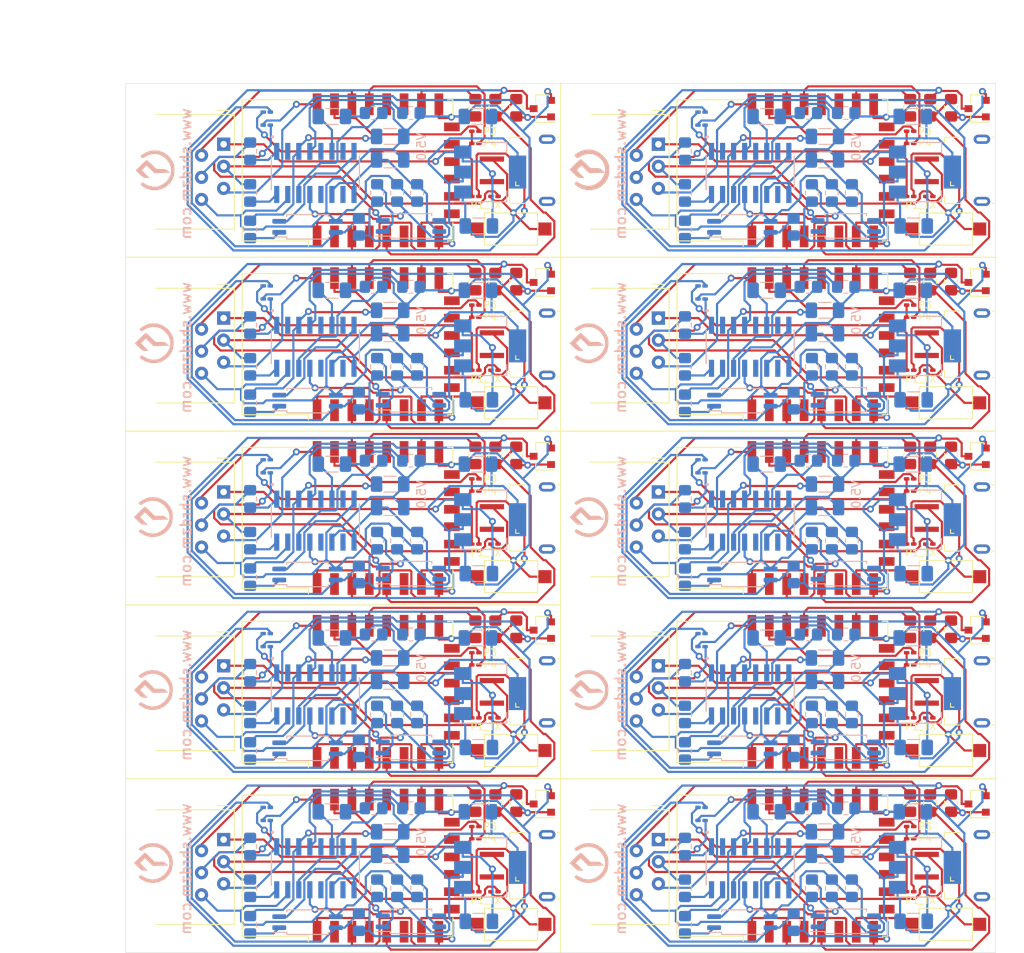
<source format=kicad_pcb>
(kicad_pcb (version 20171130) (host pcbnew "(5.1.9)-1")
  (layers (0 F.Cu signal) (31 B.Cu signal) (34 B.Paste user) (35 F.Paste user) (36 B.SilkS user) (37 F.SilkS user) (38 B.Mask user) (39 F.Mask user) (44 Edge.Cuts user))
  (net 0 "")
  (net 1 +3V3)
  (net 2 GND)
  (net 3 +5V)
  (net 4 "Net-(C4-Pad1)")
  (net 5 /DATA)
  (net 6 "Net-(J2-Pad4)")
  (net 7 "Net-(J2-Pad3)")
  (net 8 /TRIGGER)
  (net 9 "Net-(Q1-Pad3)")
  (net 10 "Net-(R1-Pad2)")
  (net 11 "Net-(R1-Pad1)")
  (net 12 "Net-(R2-Pad2)")
  (net 13 "Net-(R3-Pad1)")
  (net 14 /UART_TX)
  (net 15 "Net-(R8-Pad1)")
  (net 16 "Net-(R12-Pad1)")
  (net 17 "Net-(SW1-Pad1)")
  (net 18 "Net-(U2-Pad1)")
  (net 19 "Net-(U2-Pad2)")
  (net 20 "Net-(U2-Pad6)")
  (net 21 "Net-(U2-Pad9)")
  (net 22 "Net-(U2-Pad10)")
  (net 23 "Net-(U2-Pad11)")
  (net 24 "Net-(U2-Pad12)")
  (net 25 "Net-(U2-Pad13)")
  (net 26 "Net-(U2-Pad14)")
  (net 27 "Net-(U2-Pad17)")
  (net 28 "Net-(U2-Pad18)")
  (net 29 "Net-(U3-Pad2)")
  (net 30 "Net-(U3-Pad5)")
  (net 31 "Net-(U3-Pad7)")
  (net 32 "Net-(U3-Pad10)")
  (net 33 "Net-(C3-Pad1)")
  (net 34 "Net-(C5-Pad1)")
  (net 35 /MBUS_TX)
  (net 36 "Net-(R10-Pad1)")
  (net 37 "Net-(R11-Pad1)")
  (net 38 "Net-(R14-Pad2)")
  (net 39 "Net-(R15-Pad1)")
  (net 40 "Net-(R16-Pad1)")
  (net 41 /UART_RXI)
  (net 42 /MBUS_RX)
  (net 43 "Net-(R18-Pad1)")
  (net 44 "Net-(U3-Pad12)")
  (module "SHRDZM:SHRDZM Symbol 5x5" (layer B.Cu) (at 38.2 114.7 270)
    (fp_text reference G1 hide)
    (fp_text value LOGO hide)
  )
  (module "SHRDZM:SHRDZM Symbol 5x5" (layer B.Cu) (at 38.2 94.8 270)
    (fp_text reference G1 hide)
    (fp_text value LOGO hide)
  )
  (module "SHRDZM:SHRDZM Symbol 5x5" (layer B.Cu) (at 38.2 74.9 270)
    (fp_text reference G1 hide)
    (fp_text value LOGO hide)
  )
  (module "SHRDZM:SHRDZM Symbol 5x5" (layer B.Cu) (at 38.3 54.9 270)
    (fp_text reference G1 hide)
    (fp_text value LOGO hide)
  )
  (module "SHRDZM:SHRDZM Symbol 5x5" (layer B.Cu) (at 88.3 114.7 270)
    (fp_text reference G1 hide)
    (fp_text value LOGO hide)
  )
  (module "SHRDZM:SHRDZM Symbol 5x5" (layer B.Cu) (at 88.3 94.8 270)
    (fp_text reference G1 hide)
    (fp_text value LOGO hide)
  )
  (module "SHRDZM:SHRDZM Symbol 5x5" (layer B.Cu) (at 88.3 74.9 270)
    (fp_text reference G1 hide)
    (fp_text value LOGO hide)
  )
  (module "SHRDZM:SHRDZM Symbol 5x5" (layer B.Cu) (at 88.3 54.9 270)
    (fp_text reference G1 hide)
    (fp_text value LOGO hide)
  )
  (module "SHRDZM:SHRDZM Symbol 5x5" (layer B.Cu) (at 88.3 34.9 270)
    (fp_text reference G1 hide)
    (fp_text value LOGO hide)
  )
  (module SHRDZM:USB_Micro-B_Power (layer F.Cu) (at 82.25 115 90)
    (fp_text reference J1 hide)
    (fp_text value USB_B_Micro_Power)
    (pad 1 smd rect (at -1.3 -5.15 90) (size 0.6 2.8) (layers F.Cu F.Paste F.Mask) (net 3 +5V))
    (pad 5 smd rect (at 1.3 -5.15 90) (size 0.6 2.8) (layers F.Cu F.Paste F.Mask) (net 2 GND))
    (pad "" thru_hole oval (at -3.575 1.2 270) (size 1.05 1.9) (drill oval 0.45 1.25) (layers *.Cu *.Mask))
    (pad "" thru_hole oval (at 3.575 1.2 90) (size 1.05 1.9) (drill oval 0.45 1.25) (layers *.Cu *.Mask))
  )
  (module Resistor_SMD:R_0805_2012Metric_Pad1.20x1.40mm_HandSolder (layer F.Cu) (at 129.9 107.8 270)
    (fp_text reference R9 hide)
    (fp_text value 10k)
    (pad 1 smd roundrect (at -1 0 270) (size 1.2 1.4) (layers F.Cu F.Paste F.Mask) (roundrect_rratio 0.2083325) (net 15 "Net-(R8-Pad1)"))
    (pad 2 smd roundrect (at 1 0 270) (size 1.2 1.4) (layers F.Cu F.Paste F.Mask) (roundrect_rratio 0.2083325) (net 5 /DATA))
  )
  (module Resistor_SMD:R_0805_2012Metric_Pad1.20x1.40mm_HandSolder (layer B.Cu) (at 67.8 108.4)
    (fp_text reference R15 hide)
    (fp_text value 30k)
    (pad 2 smd roundrect (at 1 0) (size 1.2 1.4) (layers B.Cu B.Paste B.Mask) (roundrect_rratio 0.2083325) (net 2 GND))
    (pad 1 smd roundrect (at -1 0) (size 1.2 1.4) (layers B.Cu B.Paste B.Mask) (roundrect_rratio 0.2083325) (net 39 "Net-(R15-Pad1)"))
  )
  (module Capacitor_SMD:C_1206_3216Metric_Pad1.33x1.80mm_HandSolder (layer B.Cu) (at 115.4 113.8)
    (fp_text reference C3 hide)
    (fp_text value 0.1uF)
    (pad 1 smd roundrect (at -1.5625 0) (size 1.325 1.8) (layers B.Cu B.Paste B.Mask) (roundrect_rratio 0.1886784905660377) (net 33 "Net-(C3-Pad1)"))
    (pad 2 smd roundrect (at 1.5625 0) (size 1.325 1.8) (layers B.Cu B.Paste B.Mask) (roundrect_rratio 0.1886784905660377) (net 2 GND))
  )
  (module Capacitor_SMD:C_1206_3216Metric_Pad1.33x1.80mm_HandSolder (layer B.Cu) (at 125.5 108.8 180)
    (fp_text reference C1 hide)
    (fp_text value 22uF)
    (pad 1 smd roundrect (at -1.5625 0 180) (size 1.325 1.8) (layers B.Cu B.Paste B.Mask) (roundrect_rratio 0.1886784905660377) (net 1 +3V3))
    (pad 2 smd roundrect (at 1.5625 0 180) (size 1.325 1.8) (layers B.Cu B.Paste B.Mask) (roundrect_rratio 0.1886784905660377) (net 2 GND))
  )
  (module Resistor_SMD:R_0805_2012Metric_Pad1.20x1.40mm_HandSolder (layer B.Cu) (at 66.2 117.6 270)
    (fp_text reference R17 hide)
    (fp_text value 10k)
    (pad 2 smd roundrect (at 1 0 270) (size 1.2 1.4) (layers B.Cu B.Paste B.Mask) (roundrect_rratio 0.2083325) (net 41 /UART_RXI))
    (pad 1 smd roundrect (at -1 0 270) (size 1.2 1.4) (layers B.Cu B.Paste B.Mask) (roundrect_rratio 0.2083325) (net 2 GND))
  )
  (module RF_Module:ESP-12E (layer F.Cu) (at 60.5 115 90)
    (fp_text reference U2 hide)
    (fp_text value ESP-12F hide)
    (pad 22 smd rect (at 7.6 -3.5 90) (size 2.5 1) (layers F.Cu F.Paste F.Mask) (net 43 "Net-(R18-Pad1)"))
    (pad 21 smd rect (at 7.6 -1.5 90) (size 2.5 1) (layers F.Cu F.Paste F.Mask) (net 10 "Net-(R1-Pad2)"))
    (pad 20 smd rect (at 7.6 0.5 90) (size 2.5 1) (layers F.Cu F.Paste F.Mask) (net 8 /TRIGGER))
    (pad 19 smd rect (at 7.6 2.5 90) (size 2.5 1) (layers F.Cu F.Paste F.Mask) (net 12 "Net-(R2-Pad2)"))
    (pad 18 smd rect (at 7.6 4.5 90) (size 2.5 1) (layers F.Cu F.Paste F.Mask) (net 28 "Net-(U2-Pad18)"))
    (pad 17 smd rect (at 7.6 6.5 90) (size 2.5 1) (layers F.Cu F.Paste F.Mask) (net 27 "Net-(U2-Pad17)"))
    (pad 16 smd rect (at 7.6 8.5 90) (size 2.5 1) (layers F.Cu F.Paste F.Mask) (net 13 "Net-(R3-Pad1)"))
    (pad 15 smd rect (at 7.6 10.5 90) (size 2.5 1) (layers F.Cu F.Paste F.Mask) (net 2 GND))
    (pad 14 smd rect (at 5 12 90) (size 1 1.8) (layers F.Cu F.Paste F.Mask) (net 26 "Net-(U2-Pad14)"))
    (pad 13 smd rect (at 3 12 90) (size 1 1.8) (layers F.Cu F.Paste F.Mask) (net 25 "Net-(U2-Pad13)"))
    (pad 12 smd rect (at 1 12 90) (size 1 1.8) (layers F.Cu F.Paste F.Mask) (net 24 "Net-(U2-Pad12)"))
    (pad 11 smd rect (at -1 12 90) (size 1 1.8) (layers F.Cu F.Paste F.Mask) (net 23 "Net-(U2-Pad11)"))
    (pad 10 smd rect (at -3 12 90) (size 1 1.8) (layers F.Cu F.Paste F.Mask) (net 22 "Net-(U2-Pad10)"))
    (pad 9 smd rect (at -5 12 90) (size 1 1.8) (layers F.Cu F.Paste F.Mask) (net 21 "Net-(U2-Pad9)"))
    (pad 8 smd rect (at -7.6 10.5 90) (size 2.5 1) (layers F.Cu F.Paste F.Mask) (net 1 +3V3))
    (pad 7 smd rect (at -7.6 8.5 90) (size 2.5 1) (layers F.Cu F.Paste F.Mask) (net 17 "Net-(SW1-Pad1)"))
    (pad 6 smd rect (at -7.6 6.5 90) (size 2.5 1) (layers F.Cu F.Paste F.Mask) (net 20 "Net-(U2-Pad6)"))
    (pad 5 smd rect (at -7.6 4.5 90) (size 2.5 1) (layers F.Cu F.Paste F.Mask) (net 15 "Net-(R8-Pad1)"))
    (pad 4 smd rect (at -7.6 2.5 90) (size 2.5 1) (layers F.Cu F.Paste F.Mask) (net 18 "Net-(U2-Pad1)"))
    (pad 3 smd rect (at -7.6 0.5 90) (size 2.5 1) (layers F.Cu F.Paste F.Mask) (net 1 +3V3))
    (pad 2 smd rect (at -7.6 -1.5 90) (size 2.5 1) (layers F.Cu F.Paste F.Mask) (net 19 "Net-(U2-Pad2)"))
    (pad 1 smd rect (at -7.6 -3.5 90) (size 2.5 1) (layers F.Cu F.Paste F.Mask) (net 18 "Net-(U2-Pad1)"))
  )
  (module Resistor_SMD:R_0805_2012Metric_Pad1.20x1.40mm_HandSolder (layer B.Cu) (at 116.2 117.6 270)
    (fp_text reference R17 hide)
    (fp_text value 10k)
    (pad 1 smd roundrect (at -1 0 270) (size 1.2 1.4) (layers B.Cu B.Paste B.Mask) (roundrect_rratio 0.2083325) (net 2 GND))
    (pad 2 smd roundrect (at 1 0 270) (size 1.2 1.4) (layers B.Cu B.Paste B.Mask) (roundrect_rratio 0.2083325) (net 41 /UART_RXI))
  )
  (module Resistor_SMD:R_0805_2012Metric_Pad1.20x1.40mm_HandSolder (layer B.Cu) (at 49.3 117.6 90)
    (fp_text reference R11 hide)
    (fp_text value 220 hide)
    (pad 2 smd roundrect (at 1 0 90) (size 1.2 1.4) (layers B.Cu B.Paste B.Mask) (roundrect_rratio 0.2083325) (net 7 "Net-(J2-Pad3)"))
    (pad 1 smd roundrect (at -1 0 90) (size 1.2 1.4) (layers B.Cu B.Paste B.Mask) (roundrect_rratio 0.2083325) (net 37 "Net-(R11-Pad1)"))
  )
  (module Capacitor_SMD:C_1206_3216Metric_Pad1.33x1.80mm_HandSolder (layer B.Cu) (at 125.6 121.4 180)
    (fp_text reference C2 hide)
    (fp_text value 22uF)
    (pad 1 smd roundrect (at -1.5625 0 180) (size 1.325 1.8) (layers B.Cu B.Paste B.Mask) (roundrect_rratio 0.1886784905660377) (net 3 +5V))
    (pad 2 smd roundrect (at 1.5625 0 180) (size 1.325 1.8) (layers B.Cu B.Paste B.Mask) (roundrect_rratio 0.1886784905660377) (net 2 GND))
  )
  (module Button_Switch_SMD:SW_SPST_CK_RS282G05A3 (layer F.Cu) (at 79.3 121.75)
    (fp_text reference SW1 hide)
    (fp_text value SW_Push hide)
    (pad 2 smd rect (at 3.9 0) (size 1.5 1.5) (layers F.Cu F.Paste F.Mask) (net 2 GND))
    (pad 1 smd rect (at -3.9 0) (size 1.5 1.5) (layers F.Cu F.Paste F.Mask) (net 17 "Net-(SW1-Pad1)"))
  )
  (module Package_SO:SOIC-4_4.55x2.6mm_P1.27mm (layer B.Cu) (at 117.8 121.4)
    (fp_text reference U5 hide)
    (fp_text value EL357NC)
    (pad 1 smd roundrect (at -3.25 0.635) (size 1.6 0.55) (layers B.Cu B.Paste B.Mask) (net 40 "Net-(R16-Pad1)"))
    (pad 2 smd roundrect (at -3.25 -0.635) (size 1.6 0.55) (layers B.Cu B.Paste B.Mask) (net 42 /MBUS_RX))
    (pad 3 smd roundrect (at 3.25 -0.635) (size 1.6 0.55) (layers B.Cu B.Paste B.Mask) (net 41 /UART_RXI))
    (pad 4 smd roundrect (at 3.25 0.635) (size 1.6 0.55) (layers B.Cu B.Paste B.Mask) (net 33 "Net-(C3-Pad1)"))
  )
  (module Resistor_SMD:R_0805_2012Metric_Pad1.20x1.40mm_HandSolder (layer F.Cu) (at 125.2 107.8 270)
    (fp_text reference R3 hide)
    (fp_text value 2.2k hide)
    (pad 1 smd roundrect (at -1 0 270) (size 1.2 1.4) (layers F.Cu F.Paste F.Mask) (roundrect_rratio 0.2083325) (net 13 "Net-(R3-Pad1)"))
    (pad 2 smd roundrect (at 1 0 270) (size 1.2 1.4) (layers F.Cu F.Paste F.Mask) (roundrect_rratio 0.2083325) (net 2 GND))
  )
  (module Resistor_SMD:R_0201_0603Metric_Pad0.64x0.40mm_HandSolder (layer F.Cu) (at 75.2 118)
    (fp_text reference R7 hide)
    (fp_text value P1_TX (at 1.2 1) (layer F.SilkS) (effects (font (size 0.8 0.8) (thickness 0.12))))
    (pad 2 smd roundrect (at 0.4075 0) (size 0.635 0.4) (layers F.Cu F.Mask) (net 9 "Net-(Q1-Pad3)"))
    (pad 1 smd roundrect (at -0.4075 0) (size 0.635 0.4) (layers F.Cu F.Mask) (net 11 "Net-(R1-Pad1)"))
  )
  (module Resistor_SMD:R_0201_0603Metric_Pad0.64x0.40mm_HandSolder (layer B.Cu) (at 101.2075 108.3)
    (fp_text reference R6 hide)
    (fp_text value M_TX)
    (pad 1 smd roundrect (at -0.4075 0) (size 0.635 0.4) (layers B.Cu B.Mask) (net 11 "Net-(R1-Pad1)"))
    (pad 2 smd roundrect (at 0.4075 0) (size 0.635 0.4) (layers B.Cu B.Mask) (net 35 /MBUS_TX))
  )
  (module ErichCollection:RJ12_Amphenol_54601_Reduced1 (layer F.Cu) (at 96.25 112 270)
    (fp_text reference J2 hide)
    (fp_text value RJ12 hide)
    (pad "" np_thru_hole circle (at 8.25 8.89 270) (size 3.25 3.25) (drill 3.25) (layers *.Cu *.Mask))
    (pad 6 thru_hole circle (at 6.35 2.54 270) (size 1.52 1.52) (drill 0.76) (layers *.Cu *.Mask) (net 2 GND))
    (pad 5 thru_hole circle (at 5.08 0 270) (size 1.52 1.52) (drill 0.76) (layers *.Cu *.Mask) (net 5 /DATA))
    (pad 4 thru_hole circle (at 3.81 2.54 270) (size 1.52 1.52) (drill 0.76) (layers *.Cu *.Mask) (net 6 "Net-(J2-Pad4)"))
    (pad 3 thru_hole circle (at 2.54 0 270) (size 1.52 1.52) (drill 0.76) (layers *.Cu *.Mask) (net 7 "Net-(J2-Pad3)"))
    (pad 2 thru_hole circle (at 1.27 2.54 270) (size 1.52 1.52) (drill 0.76) (layers *.Cu *.Mask) (net 8 /TRIGGER))
    (pad "" np_thru_hole circle (at -1.91 8.89 270) (size 3.25 3.25) (drill 3.25) (layers *.Cu *.Mask))
    (pad 1 thru_hole rect (at 0 0 270) (size 1.52 1.52) (drill 0.76) (layers *.Cu *.Mask) (net 3 +5V))
  )
  (module Resistor_SMD:R_0805_2012Metric_Pad1.20x1.40mm_HandSolder (layer B.Cu) (at 99.3 117.6 90)
    (fp_text reference R11 hide)
    (fp_text value 220 hide)
    (pad 1 smd roundrect (at -1 0 90) (size 1.2 1.4) (layers B.Cu B.Paste B.Mask) (roundrect_rratio 0.2083325) (net 37 "Net-(R11-Pad1)"))
    (pad 2 smd roundrect (at 1 0 90) (size 1.2 1.4) (layers B.Cu B.Paste B.Mask) (roundrect_rratio 0.2083325) (net 7 "Net-(J2-Pad3)"))
  )
  (module Resistor_SMD:R_0201_0603Metric_Pad0.64x0.40mm_HandSolder (layer F.Cu) (at 127.4 118)
    (fp_text reference R13 hide)
    (fp_text value 0)
    (pad 1 smd roundrect (at -0.4075 0) (size 0.635 0.4) (layers F.Cu F.Mask) (net 2 GND))
    (pad 2 smd roundrect (at 0.4075 0) (size 0.635 0.4) (layers F.Cu F.Mask) (net 7 "Net-(J2-Pad3)"))
  )
  (module Package_SO:SOIC-4_4.55x2.6mm_P1.27mm (layer B.Cu) (at 67.8 121.4)
    (fp_text reference U5 hide)
    (fp_text value EL357NC)
    (pad 4 smd roundrect (at 3.25 0.635) (size 1.6 0.55) (layers B.Cu B.Paste B.Mask) (net 33 "Net-(C3-Pad1)"))
    (pad 3 smd roundrect (at 3.25 -0.635) (size 1.6 0.55) (layers B.Cu B.Paste B.Mask) (net 41 /UART_RXI))
    (pad 2 smd roundrect (at -3.25 -0.635) (size 1.6 0.55) (layers B.Cu B.Paste B.Mask) (net 42 /MBUS_RX))
    (pad 1 smd roundrect (at -3.25 0.635) (size 1.6 0.55) (layers B.Cu B.Paste B.Mask) (net 40 "Net-(R16-Pad1)"))
  )
  (module Resistor_SMD:R_0805_2012Metric_Pad1.20x1.40mm_HandSolder (layer B.Cu) (at 113.5 108.4)
    (fp_text reference R14 hide)
    (fp_text value 100k)
    (pad 1 smd roundrect (at -1 0) (size 1.2 1.4) (layers B.Cu B.Paste B.Mask) (roundrect_rratio 0.2083325) (net 2 GND))
    (pad 2 smd roundrect (at 1 0) (size 1.2 1.4) (layers B.Cu B.Paste B.Mask) (roundrect_rratio 0.2083325) (net 38 "Net-(R14-Pad2)"))
  )
  (module Capacitor_SMD:C_1206_3216Metric_Pad1.33x1.80mm_HandSolder (layer B.Cu) (at 75.5 108.8 180)
    (fp_text reference C1 hide)
    (fp_text value 22uF)
    (pad 2 smd roundrect (at 1.5625 0 180) (size 1.325 1.8) (layers B.Cu B.Paste B.Mask) (roundrect_rratio 0.1886784905660377) (net 2 GND))
    (pad 1 smd roundrect (at -1.5625 0 180) (size 1.325 1.8) (layers B.Cu B.Paste B.Mask) (roundrect_rratio 0.1886784905660377) (net 1 +3V3))
  )
  (module Package_SO:SOIC-4_4.55x2.6mm_P1.27mm (layer B.Cu) (at 105.9 121.5)
    (fp_text reference U4 hide)
    (fp_text value EL357NC)
    (pad 1 smd roundrect (at -3.25 0.635) (size 1.6 0.55) (layers B.Cu B.Paste B.Mask) (net 36 "Net-(R10-Pad1)"))
    (pad 2 smd roundrect (at -3.25 -0.635) (size 1.6 0.55) (layers B.Cu B.Paste B.Mask) (net 14 /UART_TX))
    (pad 3 smd roundrect (at 3.25 -0.635) (size 1.6 0.55) (layers B.Cu B.Paste B.Mask) (net 2 GND))
    (pad 4 smd roundrect (at 3.25 0.635) (size 1.6 0.55) (layers B.Cu B.Paste B.Mask) (net 35 /MBUS_TX))
  )
  (module Capacitor_SMD:C_1206_3216Metric_Pad1.33x1.80mm_HandSolder (layer B.Cu) (at 115.4 111.1)
    (fp_text reference C4 hide)
    (fp_text value 22uF hide)
    (pad 1 smd roundrect (at -1.5625 0) (size 1.325 1.8) (layers B.Cu B.Paste B.Mask) (roundrect_rratio 0.1886784905660377) (net 4 "Net-(C4-Pad1)"))
    (pad 2 smd roundrect (at 1.5625 0) (size 1.325 1.8) (layers B.Cu B.Paste B.Mask) (roundrect_rratio 0.1886784905660377) (net 2 GND))
  )
  (module ErichCollection:RJ12_Amphenol_54601_Reduced1 (layer F.Cu) (at 46.25 112 270)
    (fp_text reference J2 hide)
    (fp_text value RJ12 hide)
    (pad 1 thru_hole rect (at 0 0 270) (size 1.52 1.52) (drill 0.76) (layers *.Cu *.Mask) (net 3 +5V))
    (pad "" np_thru_hole circle (at -1.91 8.89 270) (size 3.25 3.25) (drill 3.25) (layers *.Cu *.Mask))
    (pad 2 thru_hole circle (at 1.27 2.54 270) (size 1.52 1.52) (drill 0.76) (layers *.Cu *.Mask) (net 8 /TRIGGER))
    (pad 3 thru_hole circle (at 2.54 0 270) (size 1.52 1.52) (drill 0.76) (layers *.Cu *.Mask) (net 7 "Net-(J2-Pad3)"))
    (pad 4 thru_hole circle (at 3.81 2.54 270) (size 1.52 1.52) (drill 0.76) (layers *.Cu *.Mask) (net 6 "Net-(J2-Pad4)"))
    (pad 5 thru_hole circle (at 5.08 0 270) (size 1.52 1.52) (drill 0.76) (layers *.Cu *.Mask) (net 5 /DATA))
    (pad 6 thru_hole circle (at 6.35 2.54 270) (size 1.52 1.52) (drill 0.76) (layers *.Cu *.Mask) (net 2 GND))
    (pad "" np_thru_hole circle (at 8.25 8.89 270) (size 3.25 3.25) (drill 3.25) (layers *.Cu *.Mask))
  )
  (module Resistor_SMD:R_0805_2012Metric_Pad1.20x1.40mm_HandSolder (layer B.Cu) (at 113.9 117.6 270)
    (fp_text reference R16 hide)
    (fp_text value 10k)
    (pad 1 smd roundrect (at -1 0 270) (size 1.2 1.4) (layers B.Cu B.Paste B.Mask) (roundrect_rratio 0.2083325) (net 40 "Net-(R16-Pad1)"))
    (pad 2 smd roundrect (at 1 0 270) (size 1.2 1.4) (layers B.Cu B.Paste B.Mask) (roundrect_rratio 0.2083325) (net 1 +3V3))
  )
  (module Resistor_SMD:R_0805_2012Metric_Pad1.20x1.40mm_HandSolder (layer F.Cu) (at 77.5 107.8 90)
    (fp_text reference R8 hide)
    (fp_text value 10k hide)
    (pad 2 smd roundrect (at 1 0 90) (size 1.2 1.4) (layers F.Cu F.Paste F.Mask) (roundrect_rratio 0.2083325) (net 9 "Net-(Q1-Pad3)"))
    (pad 1 smd roundrect (at -1 0 90) (size 1.2 1.4) (layers F.Cu F.Paste F.Mask) (roundrect_rratio 0.2083325) (net 15 "Net-(R8-Pad1)"))
  )
  (module RF_Module:ESP-12E (layer F.Cu) (at 110.5 115 90)
    (fp_text reference U2 hide)
    (fp_text value ESP-12F hide)
    (pad 1 smd rect (at -7.6 -3.5 90) (size 2.5 1) (layers F.Cu F.Paste F.Mask) (net 18 "Net-(U2-Pad1)"))
    (pad 2 smd rect (at -7.6 -1.5 90) (size 2.5 1) (layers F.Cu F.Paste F.Mask) (net 19 "Net-(U2-Pad2)"))
    (pad 3 smd rect (at -7.6 0.5 90) (size 2.5 1) (layers F.Cu F.Paste F.Mask) (net 1 +3V3))
    (pad 4 smd rect (at -7.6 2.5 90) (size 2.5 1) (layers F.Cu F.Paste F.Mask) (net 18 "Net-(U2-Pad1)"))
    (pad 5 smd rect (at -7.6 4.5 90) (size 2.5 1) (layers F.Cu F.Paste F.Mask) (net 15 "Net-(R8-Pad1)"))
    (pad 6 smd rect (at -7.6 6.5 90) (size 2.5 1) (layers F.Cu F.Paste F.Mask) (net 20 "Net-(U2-Pad6)"))
    (pad 7 smd rect (at -7.6 8.5 90) (size 2.5 1) (layers F.Cu F.Paste F.Mask) (net 17 "Net-(SW1-Pad1)"))
    (pad 8 smd rect (at -7.6 10.5 90) (size 2.5 1) (layers F.Cu F.Paste F.Mask) (net 1 +3V3))
    (pad 9 smd rect (at -5 12 90) (size 1 1.8) (layers F.Cu F.Paste F.Mask) (net 21 "Net-(U2-Pad9)"))
    (pad 10 smd rect (at -3 12 90) (size 1 1.8) (layers F.Cu F.Paste F.Mask) (net 22 "Net-(U2-Pad10)"))
    (pad 11 smd rect (at -1 12 90) (size 1 1.8) (layers F.Cu F.Paste F.Mask) (net 23 "Net-(U2-Pad11)"))
    (pad 12 smd rect (at 1 12 90) (size 1 1.8) (layers F.Cu F.Paste F.Mask) (net 24 "Net-(U2-Pad12)"))
    (pad 13 smd rect (at 3 12 90) (size 1 1.8) (layers F.Cu F.Paste F.Mask) (net 25 "Net-(U2-Pad13)"))
    (pad 14 smd rect (at 5 12 90) (size 1 1.8) (layers F.Cu F.Paste F.Mask) (net 26 "Net-(U2-Pad14)"))
    (pad 15 smd rect (at 7.6 10.5 90) (size 2.5 1) (layers F.Cu F.Paste F.Mask) (net 2 GND))
    (pad 16 smd rect (at 7.6 8.5 90) (size 2.5 1) (layers F.Cu F.Paste F.Mask) (net 13 "Net-(R3-Pad1)"))
    (pad 17 smd rect (at 7.6 6.5 90) (size 2.5 1) (layers F.Cu F.Paste F.Mask) (net 27 "Net-(U2-Pad17)"))
    (pad 18 smd rect (at 7.6 4.5 90) (size 2.5 1) (layers F.Cu F.Paste F.Mask) (net 28 "Net-(U2-Pad18)"))
    (pad 19 smd rect (at 7.6 2.5 90) (size 2.5 1) (layers F.Cu F.Paste F.Mask) (net 12 "Net-(R2-Pad2)"))
    (pad 20 smd rect (at 7.6 0.5 90) (size 2.5 1) (layers F.Cu F.Paste F.Mask) (net 8 /TRIGGER))
    (pad 21 smd rect (at 7.6 -1.5 90) (size 2.5 1) (layers F.Cu F.Paste F.Mask) (net 10 "Net-(R1-Pad2)"))
    (pad 22 smd rect (at 7.6 -3.5 90) (size 2.5 1) (layers F.Cu F.Paste F.Mask) (net 43 "Net-(R18-Pad1)"))
  )
  (module Resistor_SMD:R_0201_0603Metric_Pad0.64x0.40mm_HandSolder (layer F.Cu) (at 77.4 118)
    (fp_text reference R13 hide)
    (fp_text value 0)
    (pad 2 smd roundrect (at 0.4075 0) (size 0.635 0.4) (layers F.Cu F.Mask) (net 7 "Net-(J2-Pad3)"))
    (pad 1 smd roundrect (at -0.4075 0) (size 0.635 0.4) (layers F.Cu F.Mask) (net 2 GND))
  )
  (module Resistor_SMD:R_0805_2012Metric_Pad1.20x1.40mm_HandSolder (layer B.Cu) (at 117.8 108.4)
    (fp_text reference R15 hide)
    (fp_text value 30k)
    (pad 1 smd roundrect (at -1 0) (size 1.2 1.4) (layers B.Cu B.Paste B.Mask) (roundrect_rratio 0.2083325) (net 39 "Net-(R15-Pad1)"))
    (pad 2 smd roundrect (at 1 0) (size 1.2 1.4) (layers B.Cu B.Paste B.Mask) (roundrect_rratio 0.2083325) (net 2 GND))
  )
  (module Capacitor_SMD:C_1206_3216Metric_Pad1.33x1.80mm_HandSolder (layer B.Cu) (at 75.6 121.4 180)
    (fp_text reference C2 hide)
    (fp_text value 22uF)
    (pad 2 smd roundrect (at 1.5625 0 180) (size 1.325 1.8) (layers B.Cu B.Paste B.Mask) (roundrect_rratio 0.1886784905660377) (net 2 GND))
    (pad 1 smd roundrect (at -1.5625 0 180) (size 1.325 1.8) (layers B.Cu B.Paste B.Mask) (roundrect_rratio 0.1886784905660377) (net 3 +5V))
  )
  (module Resistor_SMD:R_0805_2012Metric_Pad1.20x1.40mm_HandSolder (layer F.Cu) (at 127.5 107.8 90)
    (fp_text reference R8 hide)
    (fp_text value 10k hide)
    (pad 1 smd roundrect (at -1 0 90) (size 1.2 1.4) (layers F.Cu F.Paste F.Mask) (roundrect_rratio 0.2083325) (net 15 "Net-(R8-Pad1)"))
    (pad 2 smd roundrect (at 1 0 90) (size 1.2 1.4) (layers F.Cu F.Paste F.Mask) (roundrect_rratio 0.2083325) (net 9 "Net-(Q1-Pad3)"))
  )
  (module Resistor_SMD:R_0805_2012Metric_Pad1.20x1.40mm_HandSolder (layer B.Cu) (at 49.3 121.8 90)
    (fp_text reference R10 hide)
    (fp_text value 1.5k)
    (pad 2 smd roundrect (at 1 0 90) (size 1.2 1.4) (layers B.Cu B.Paste B.Mask) (roundrect_rratio 0.2083325) (net 4 "Net-(C4-Pad1)"))
    (pad 1 smd roundrect (at -1 0 90) (size 1.2 1.4) (layers B.Cu B.Paste B.Mask) (roundrect_rratio 0.2083325) (net 36 "Net-(R10-Pad1)"))
  )
  (module Resistor_SMD:R_0805_2012Metric_Pad1.20x1.40mm_HandSolder (layer B.Cu) (at 49.3 112.8 90)
    (fp_text reference R12 hide)
    (fp_text value 220)
    (pad 2 smd roundrect (at 1 0 90) (size 1.2 1.4) (layers B.Cu B.Paste B.Mask) (roundrect_rratio 0.2083325) (net 6 "Net-(J2-Pad4)"))
    (pad 1 smd roundrect (at -1 0 90) (size 1.2 1.4) (layers B.Cu B.Paste B.Mask) (roundrect_rratio 0.2083325) (net 16 "Net-(R12-Pad1)"))
  )
  (module Resistor_SMD:R_0805_2012Metric_Pad1.20x1.40mm_HandSolder (layer B.Cu) (at 118.5 117.6 90)
    (fp_text reference R4 hide)
    (fp_text value 100k)
    (pad 1 smd roundrect (at -1 0 90) (size 1.2 1.4) (layers B.Cu B.Paste B.Mask) (roundrect_rratio 0.2083325) (net 2 GND))
    (pad 2 smd roundrect (at 1 0 90) (size 1.2 1.4) (layers B.Cu B.Paste B.Mask) (roundrect_rratio 0.2083325) (net 33 "Net-(C3-Pad1)"))
  )
  (module Package_TO_SOT_SMD:SOT-23 (layer F.Cu) (at 132.9 107.9 180)
    (fp_text reference Q1 hide)
    (fp_text value BC847 hide)
    (pad 1 smd rect (at -1 -0.95 180) (size 0.9 0.8) (layers F.Cu F.Paste F.Mask) (net 5 /DATA))
    (pad 2 smd rect (at -1 0.95 180) (size 0.9 0.8) (layers F.Cu F.Paste F.Mask) (net 2 GND))
    (pad 3 smd rect (at 1 0 180) (size 0.9 0.8) (layers F.Cu F.Paste F.Mask) (net 9 "Net-(Q1-Pad3)"))
  )
  (module Capacitor_SMD:C_1206_3216Metric_Pad1.33x1.80mm_HandSolder (layer B.Cu) (at 58.7 108.8)
    (fp_text reference C5 hide)
    (fp_text value 0.22uF)
    (pad 2 smd roundrect (at 1.5625 0) (size 1.325 1.8) (layers B.Cu B.Paste B.Mask) (roundrect_rratio 0.1886784905660377) (net 2 GND))
    (pad 1 smd roundrect (at -1.5625 0) (size 1.325 1.8) (layers B.Cu B.Paste B.Mask) (roundrect_rratio 0.1886784905660377) (net 34 "Net-(C5-Pad1)"))
  )
  (module Resistor_SMD:R_0201_0603Metric_Pad0.64x0.40mm_HandSolder (layer F.Cu) (at 125.2 111.9)
    (fp_text reference R2 hide)
    (fp_text value P4 (at 1.7 0) (layer F.SilkS) (effects (font (size 0.8 0.8) (thickness 0.12))))
    (pad 1 smd roundrect (at -0.4075 0) (size 0.635 0.4) (layers F.Cu F.Mask) (net 11 "Net-(R1-Pad1)"))
    (pad 2 smd roundrect (at 0.4075 0) (size 0.635 0.4) (layers F.Cu F.Mask) (net 12 "Net-(R2-Pad2)"))
  )
  (module Package_TO_SOT_SMD:SOT-223-3_TabPin2 (layer B.Cu) (at 76.9 115.2)
    (fp_text reference U1 hide)
    (fp_text value AMS1117-3.3 hide)
    (pad 1 smd rect (at -3.15 2.3) (size 2 1.5) (layers B.Cu B.Paste B.Mask) (net 2 GND))
    (pad 3 smd rect (at -3.15 -2.3) (size 2 1.5) (layers B.Cu B.Paste B.Mask) (net 3 +5V))
    (pad 2 smd rect (at -3.15 0) (size 2 1.5) (layers B.Cu B.Paste B.Mask) (net 1 +3V3))
    (pad 2 smd rect (at 3.15 0) (size 2 3.8) (layers B.Cu B.Paste B.Mask) (net 1 +3V3))
  )
  (module TSS721ADR:SOIC127P600X175-16N (layer B.Cu) (at 56.8 115.3 270)
    (fp_text reference U3 hide)
    (fp_text value TSS721ADR hide)
    (pad 16 smd roundrect (at 2.475 4.445 270) (size 1.97 0.6) (layers B.Cu B.Paste B.Mask) (roundrect_rratio 0.07000000000000001) (net 37 "Net-(R11-Pad1)"))
    (pad 15 smd roundrect (at 2.475 3.175 270) (size 1.97 0.6) (layers B.Cu B.Paste B.Mask) (roundrect_rratio 0.07000000000000001) (net 2 GND))
    (pad 14 smd roundrect (at 2.475 1.905 270) (size 1.97 0.6) (layers B.Cu B.Paste B.Mask) (roundrect_rratio 0.07000000000000001) (net 38 "Net-(R14-Pad2)"))
    (pad 13 smd roundrect (at 2.475 0.635 270) (size 1.97 0.6) (layers B.Cu B.Paste B.Mask) (roundrect_rratio 0.07000000000000001) (net 41 /UART_RXI))
    (pad 12 smd roundrect (at 2.475 -0.635 270) (size 1.97 0.6) (layers B.Cu B.Paste B.Mask) (roundrect_rratio 0.07000000000000001) (net 44 "Net-(U3-Pad12)"))
    (pad 11 smd roundrect (at 2.475 -1.905 270) (size 1.97 0.6) (layers B.Cu B.Paste B.Mask) (roundrect_rratio 0.07000000000000001) (net 33 "Net-(C3-Pad1)"))
    (pad 10 smd roundrect (at 2.475 -3.175 270) (size 1.97 0.6) (layers B.Cu B.Paste B.Mask) (roundrect_rratio 0.07000000000000001) (net 32 "Net-(U3-Pad10)"))
    (pad 9 smd roundrect (at 2.475 -4.445 270) (size 1.97 0.6) (layers B.Cu B.Paste B.Mask) (roundrect_rratio 0.07000000000000001) (net 33 "Net-(C3-Pad1)"))
    (pad 8 smd roundrect (at -2.475 -4.445 270) (size 1.97 0.6) (layers B.Cu B.Paste B.Mask) (roundrect_rratio 0.07000000000000001) (net 14 /UART_TX))
    (pad 7 smd roundrect (at -2.475 -3.175 270) (size 1.97 0.6) (layers B.Cu B.Paste B.Mask) (roundrect_rratio 0.07000000000000001) (net 31 "Net-(U3-Pad7)"))
    (pad 6 smd roundrect (at -2.475 -1.905 270) (size 1.97 0.6) (layers B.Cu B.Paste B.Mask) (roundrect_rratio 0.07000000000000001) (net 34 "Net-(C5-Pad1)"))
    (pad 5 smd roundrect (at -2.475 -0.635 270) (size 1.97 0.6) (layers B.Cu B.Paste B.Mask) (roundrect_rratio 0.07000000000000001) (net 30 "Net-(U3-Pad5)"))
    (pad 4 smd roundrect (at -2.475 0.635 270) (size 1.97 0.6) (layers B.Cu B.Paste B.Mask) (roundrect_rratio 0.07000000000000001) (net 39 "Net-(R15-Pad1)"))
    (pad 3 smd roundrect (at -2.475 1.905 270) (size 1.97 0.6) (layers B.Cu B.Paste B.Mask) (roundrect_rratio 0.07000000000000001) (net 4 "Net-(C4-Pad1)"))
    (pad 2 smd roundrect (at -2.475 3.175 270) (size 1.97 0.6) (layers B.Cu B.Paste B.Mask) (roundrect_rratio 0.07000000000000001) (net 29 "Net-(U3-Pad2)"))
    (pad 1 smd roundrect (at -2.475 4.445 270) (size 1.97 0.6) (layers B.Cu B.Paste B.Mask) (roundrect_rratio 0.07000000000000001) (net 16 "Net-(R12-Pad1)"))
  )
  (module Resistor_SMD:R_0201_0603Metric_Pad0.64x0.40mm_HandSolder (layer F.Cu) (at 75.2 111.9)
    (fp_text reference R2 hide)
    (fp_text value P4 (at 1.7 0) (layer F.SilkS) (effects (font (size 0.8 0.8) (thickness 0.12))))
    (pad 2 smd roundrect (at 0.4075 0) (size 0.635 0.4) (layers F.Cu F.Mask) (net 12 "Net-(R2-Pad2)"))
    (pad 1 smd roundrect (at -0.4075 0) (size 0.635 0.4) (layers F.Cu F.Mask) (net 11 "Net-(R1-Pad1)"))
  )
  (module Resistor_SMD:R_0805_2012Metric_Pad1.20x1.40mm_HandSolder (layer B.Cu) (at 61.8 121.5 270)
    (fp_text reference R5 hide)
    (fp_text value 1.5k)
    (pad 2 smd roundrect (at 1 0 270) (size 1.2 1.4) (layers B.Cu B.Paste B.Mask) (roundrect_rratio 0.2083325) (net 1 +3V3))
    (pad 1 smd roundrect (at -1 0 270) (size 1.2 1.4) (layers B.Cu B.Paste B.Mask) (roundrect_rratio 0.2083325) (net 35 /MBUS_TX))
  )
  (module Package_TO_SOT_SMD:SOT-23 (layer F.Cu) (at 82.9 107.9 180)
    (fp_text reference Q1 hide)
    (fp_text value BC847 hide)
    (pad 3 smd rect (at 1 0 180) (size 0.9 0.8) (layers F.Cu F.Paste F.Mask) (net 9 "Net-(Q1-Pad3)"))
    (pad 2 smd rect (at -1 0.95 180) (size 0.9 0.8) (layers F.Cu F.Paste F.Mask) (net 2 GND))
    (pad 1 smd rect (at -1 -0.95 180) (size 0.9 0.8) (layers F.Cu F.Paste F.Mask) (net 5 /DATA))
  )
  (module Capacitor_SMD:C_1206_3216Metric_Pad1.33x1.80mm_HandSolder (layer B.Cu) (at 65.4 111.1)
    (fp_text reference C4 hide)
    (fp_text value 22uF hide)
    (pad 2 smd roundrect (at 1.5625 0) (size 1.325 1.8) (layers B.Cu B.Paste B.Mask) (roundrect_rratio 0.1886784905660377) (net 2 GND))
    (pad 1 smd roundrect (at -1.5625 0) (size 1.325 1.8) (layers B.Cu B.Paste B.Mask) (roundrect_rratio 0.1886784905660377) (net 4 "Net-(C4-Pad1)"))
  )
  (module Resistor_SMD:R_0201_0603Metric_Pad0.64x0.40mm_HandSolder (layer F.Cu) (at 125.2 110.5)
    (fp_text reference R1 hide)
    (fp_text value P3 (at 1.7 0) (layer F.SilkS) (effects (font (size 0.8 0.8) (thickness 0.12))))
    (pad 1 smd roundrect (at -0.4075 0) (size 0.635 0.4) (layers F.Cu F.Mask) (net 11 "Net-(R1-Pad1)"))
    (pad 2 smd roundrect (at 0.4075 0) (size 0.635 0.4) (layers F.Cu F.Mask) (net 10 "Net-(R1-Pad2)"))
  )
  (module Package_TO_SOT_SMD:SOT-223-3_TabPin2 (layer B.Cu) (at 126.9 115.2)
    (fp_text reference U1 hide)
    (fp_text value AMS1117-3.3 hide)
    (pad 2 smd rect (at 3.15 0) (size 2 3.8) (layers B.Cu B.Paste B.Mask) (net 1 +3V3))
    (pad 2 smd rect (at -3.15 0) (size 2 1.5) (layers B.Cu B.Paste B.Mask) (net 1 +3V3))
    (pad 3 smd rect (at -3.15 -2.3) (size 2 1.5) (layers B.Cu B.Paste B.Mask) (net 3 +5V))
    (pad 1 smd rect (at -3.15 2.3) (size 2 1.5) (layers B.Cu B.Paste B.Mask) (net 2 GND))
  )
  (module Resistor_SMD:R_0805_2012Metric_Pad1.20x1.40mm_HandSolder (layer B.Cu) (at 63.5 108.4)
    (fp_text reference R14 hide)
    (fp_text value 100k)
    (pad 2 smd roundrect (at 1 0) (size 1.2 1.4) (layers B.Cu B.Paste B.Mask) (roundrect_rratio 0.2083325) (net 38 "Net-(R14-Pad2)"))
    (pad 1 smd roundrect (at -1 0) (size 1.2 1.4) (layers B.Cu B.Paste B.Mask) (roundrect_rratio 0.2083325) (net 2 GND))
  )
  (module SHRDZM:USB_Micro-B_Power (layer F.Cu) (at 132.25 115 90)
    (fp_text reference J1 hide)
    (fp_text value USB_B_Micro_Power)
    (pad "" thru_hole oval (at 3.575 1.2 90) (size 1.05 1.9) (drill oval 0.45 1.25) (layers *.Cu *.Mask))
    (pad "" thru_hole oval (at -3.575 1.2 270) (size 1.05 1.9) (drill oval 0.45 1.25) (layers *.Cu *.Mask))
    (pad 5 smd rect (at 1.3 -5.15 90) (size 0.6 2.8) (layers F.Cu F.Paste F.Mask) (net 2 GND))
    (pad 1 smd rect (at -1.3 -5.15 90) (size 0.6 2.8) (layers F.Cu F.Paste F.Mask) (net 3 +5V))
  )
  (module Capacitor_SMD:C_1206_3216Metric_Pad1.33x1.80mm_HandSolder (layer B.Cu) (at 65.4 113.8)
    (fp_text reference C3 hide)
    (fp_text value 0.1uF)
    (pad 2 smd roundrect (at 1.5625 0) (size 1.325 1.8) (layers B.Cu B.Paste B.Mask) (roundrect_rratio 0.1886784905660377) (net 2 GND))
    (pad 1 smd roundrect (at -1.5625 0) (size 1.325 1.8) (layers B.Cu B.Paste B.Mask) (roundrect_rratio 0.1886784905660377) (net 33 "Net-(C3-Pad1)"))
  )
  (module Button_Switch_SMD:SW_SPST_CK_RS282G05A3 (layer F.Cu) (at 129.3 121.75)
    (fp_text reference SW1 hide)
    (fp_text value SW_Push hide)
    (pad 1 smd rect (at -3.9 0) (size 1.5 1.5) (layers F.Cu F.Paste F.Mask) (net 17 "Net-(SW1-Pad1)"))
    (pad 2 smd rect (at 3.9 0) (size 1.5 1.5) (layers F.Cu F.Paste F.Mask) (net 2 GND))
  )
  (module Package_SO:SOIC-4_4.55x2.6mm_P1.27mm (layer B.Cu) (at 55.9 121.5)
    (fp_text reference U4 hide)
    (fp_text value EL357NC)
    (pad 4 smd roundrect (at 3.25 0.635) (size 1.6 0.55) (layers B.Cu B.Paste B.Mask) (net 35 /MBUS_TX))
    (pad 3 smd roundrect (at 3.25 -0.635) (size 1.6 0.55) (layers B.Cu B.Paste B.Mask) (net 2 GND))
    (pad 2 smd roundrect (at -3.25 -0.635) (size 1.6 0.55) (layers B.Cu B.Paste B.Mask) (net 14 /UART_TX))
    (pad 1 smd roundrect (at -3.25 0.635) (size 1.6 0.55) (layers B.Cu B.Paste B.Mask) (net 36 "Net-(R10-Pad1)"))
  )
  (module Resistor_SMD:R_0805_2012Metric_Pad1.20x1.40mm_HandSolder (layer F.Cu) (at 79.9 107.8 270)
    (fp_text reference R9 hide)
    (fp_text value 10k)
    (pad 2 smd roundrect (at 1 0 270) (size 1.2 1.4) (layers F.Cu F.Paste F.Mask) (roundrect_rratio 0.2083325) (net 5 /DATA))
    (pad 1 smd roundrect (at -1 0 270) (size 1.2 1.4) (layers F.Cu F.Paste F.Mask) (roundrect_rratio 0.2083325) (net 15 "Net-(R8-Pad1)"))
  )
  (module Resistor_SMD:R_0805_2012Metric_Pad1.20x1.40mm_HandSolder (layer B.Cu) (at 68.5 117.6 90)
    (fp_text reference R4 hide)
    (fp_text value 100k)
    (pad 2 smd roundrect (at 1 0 90) (size 1.2 1.4) (layers B.Cu B.Paste B.Mask) (roundrect_rratio 0.2083325) (net 33 "Net-(C3-Pad1)"))
    (pad 1 smd roundrect (at -1 0 90) (size 1.2 1.4) (layers B.Cu B.Paste B.Mask) (roundrect_rratio 0.2083325) (net 2 GND))
  )
  (module Resistor_SMD:R_0805_2012Metric_Pad1.20x1.40mm_HandSolder (layer F.Cu) (at 75.2 107.8 270)
    (fp_text reference R3 hide)
    (fp_text value 2.2k hide)
    (pad 2 smd roundrect (at 1 0 270) (size 1.2 1.4) (layers F.Cu F.Paste F.Mask) (roundrect_rratio 0.2083325) (net 2 GND))
    (pad 1 smd roundrect (at -1 0 270) (size 1.2 1.4) (layers F.Cu F.Paste F.Mask) (roundrect_rratio 0.2083325) (net 13 "Net-(R3-Pad1)"))
  )
  (module TSS721ADR:SOIC127P600X175-16N (layer B.Cu) (at 106.8 115.3 270)
    (fp_text reference U3 hide)
    (fp_text value TSS721ADR hide)
    (pad 1 smd roundrect (at -2.475 4.445 270) (size 1.97 0.6) (layers B.Cu B.Paste B.Mask) (roundrect_rratio 0.07000000000000001) (net 16 "Net-(R12-Pad1)"))
    (pad 2 smd roundrect (at -2.475 3.175 270) (size 1.97 0.6) (layers B.Cu B.Paste B.Mask) (roundrect_rratio 0.07000000000000001) (net 29 "Net-(U3-Pad2)"))
    (pad 3 smd roundrect (at -2.475 1.905 270) (size 1.97 0.6) (layers B.Cu B.Paste B.Mask) (roundrect_rratio 0.07000000000000001) (net 4 "Net-(C4-Pad1)"))
    (pad 4 smd roundrect (at -2.475 0.635 270) (size 1.97 0.6) (layers B.Cu B.Paste B.Mask) (roundrect_rratio 0.07000000000000001) (net 39 "Net-(R15-Pad1)"))
    (pad 5 smd roundrect (at -2.475 -0.635 270) (size 1.97 0.6) (layers B.Cu B.Paste B.Mask) (roundrect_rratio 0.07000000000000001) (net 30 "Net-(U3-Pad5)"))
    (pad 6 smd roundrect (at -2.475 -1.905 270) (size 1.97 0.6) (layers B.Cu B.Paste B.Mask) (roundrect_rratio 0.07000000000000001) (net 34 "Net-(C5-Pad1)"))
    (pad 7 smd roundrect (at -2.475 -3.175 270) (size 1.97 0.6) (layers B.Cu B.Paste B.Mask) (roundrect_rratio 0.07000000000000001) (net 31 "Net-(U3-Pad7)"))
    (pad 8 smd roundrect (at -2.475 -4.445 270) (size 1.97 0.6) (layers B.Cu B.Paste B.Mask) (roundrect_rratio 0.07000000000000001) (net 14 /UART_TX))
    (pad 9 smd roundrect (at 2.475 -4.445 270) (size 1.97 0.6) (layers B.Cu B.Paste B.Mask) (roundrect_rratio 0.07000000000000001) (net 33 "Net-(C3-Pad1)"))
    (pad 10 smd roundrect (at 2.475 -3.175 270) (size 1.97 0.6) (layers B.Cu B.Paste B.Mask) (roundrect_rratio 0.07000000000000001) (net 32 "Net-(U3-Pad10)"))
    (pad 11 smd roundrect (at 2.475 -1.905 270) (size 1.97 0.6) (layers B.Cu B.Paste B.Mask) (roundrect_rratio 0.07000000000000001) (net 33 "Net-(C3-Pad1)"))
    (pad 12 smd roundrect (at 2.475 -0.635 270) (size 1.97 0.6) (layers B.Cu B.Paste B.Mask) (roundrect_rratio 0.07000000000000001) (net 44 "Net-(U3-Pad12)"))
    (pad 13 smd roundrect (at 2.475 0.635 270) (size 1.97 0.6) (layers B.Cu B.Paste B.Mask) (roundrect_rratio 0.07000000000000001) (net 41 /UART_RXI))
    (pad 14 smd roundrect (at 2.475 1.905 270) (size 1.97 0.6) (layers B.Cu B.Paste B.Mask) (roundrect_rratio 0.07000000000000001) (net 38 "Net-(R14-Pad2)"))
    (pad 15 smd roundrect (at 2.475 3.175 270) (size 1.97 0.6) (layers B.Cu B.Paste B.Mask) (roundrect_rratio 0.07000000000000001) (net 2 GND))
    (pad 16 smd roundrect (at 2.475 4.445 270) (size 1.97 0.6) (layers B.Cu B.Paste B.Mask) (roundrect_rratio 0.07000000000000001) (net 37 "Net-(R11-Pad1)"))
  )
  (module Resistor_SMD:R_0201_0603Metric_Pad0.64x0.40mm_HandSolder (layer B.Cu) (at 51.2075 109.8)
    (fp_text reference R18 hide)
    (fp_text value M_RX)
    (pad 2 smd roundrect (at 0.4075 0) (size 0.635 0.4) (layers B.Cu B.Mask) (net 42 /MBUS_RX))
    (pad 1 smd roundrect (at -0.4075 0) (size 0.635 0.4) (layers B.Cu B.Mask) (net 43 "Net-(R18-Pad1)"))
  )
  (module Resistor_SMD:R_0805_2012Metric_Pad1.20x1.40mm_HandSolder (layer B.Cu) (at 99.3 112.8 90)
    (fp_text reference R12 hide)
    (fp_text value 220)
    (pad 1 smd roundrect (at -1 0 90) (size 1.2 1.4) (layers B.Cu B.Paste B.Mask) (roundrect_rratio 0.2083325) (net 16 "Net-(R12-Pad1)"))
    (pad 2 smd roundrect (at 1 0 90) (size 1.2 1.4) (layers B.Cu B.Paste B.Mask) (roundrect_rratio 0.2083325) (net 6 "Net-(J2-Pad4)"))
  )
  (module Resistor_SMD:R_0201_0603Metric_Pad0.64x0.40mm_HandSolder (layer B.Cu) (at 51.2075 108.3)
    (fp_text reference R6 hide)
    (fp_text value M_TX)
    (pad 2 smd roundrect (at 0.4075 0) (size 0.635 0.4) (layers B.Cu B.Mask) (net 35 /MBUS_TX))
    (pad 1 smd roundrect (at -0.4075 0) (size 0.635 0.4) (layers B.Cu B.Mask) (net 11 "Net-(R1-Pad1)"))
  )
  (module Resistor_SMD:R_0201_0603Metric_Pad0.64x0.40mm_HandSolder (layer F.Cu) (at 75.2 110.5)
    (fp_text reference R1 hide)
    (fp_text value P3 (at 1.7 0) (layer F.SilkS) (effects (font (size 0.8 0.8) (thickness 0.12))))
    (pad 2 smd roundrect (at 0.4075 0) (size 0.635 0.4) (layers F.Cu F.Mask) (net 10 "Net-(R1-Pad2)"))
    (pad 1 smd roundrect (at -0.4075 0) (size 0.635 0.4) (layers F.Cu F.Mask) (net 11 "Net-(R1-Pad1)"))
  )
  (module Capacitor_SMD:C_1206_3216Metric_Pad1.33x1.80mm_HandSolder (layer B.Cu) (at 108.7 108.8)
    (fp_text reference C5 hide)
    (fp_text value 0.22uF)
    (pad 1 smd roundrect (at -1.5625 0) (size 1.325 1.8) (layers B.Cu B.Paste B.Mask) (roundrect_rratio 0.1886784905660377) (net 34 "Net-(C5-Pad1)"))
    (pad 2 smd roundrect (at 1.5625 0) (size 1.325 1.8) (layers B.Cu B.Paste B.Mask) (roundrect_rratio 0.1886784905660377) (net 2 GND))
  )
  (module Resistor_SMD:R_0201_0603Metric_Pad0.64x0.40mm_HandSolder (layer F.Cu) (at 125.2 118)
    (fp_text reference R7 hide)
    (fp_text value P1_TX (at 1.2 1) (layer F.SilkS) (effects (font (size 0.8 0.8) (thickness 0.12))))
    (pad 1 smd roundrect (at -0.4075 0) (size 0.635 0.4) (layers F.Cu F.Mask) (net 11 "Net-(R1-Pad1)"))
    (pad 2 smd roundrect (at 0.4075 0) (size 0.635 0.4) (layers F.Cu F.Mask) (net 9 "Net-(Q1-Pad3)"))
  )
  (module Resistor_SMD:R_0805_2012Metric_Pad1.20x1.40mm_HandSolder (layer B.Cu) (at 111.8 121.5 270)
    (fp_text reference R5 hide)
    (fp_text value 1.5k)
    (pad 1 smd roundrect (at -1 0 270) (size 1.2 1.4) (layers B.Cu B.Paste B.Mask) (roundrect_rratio 0.2083325) (net 35 /MBUS_TX))
    (pad 2 smd roundrect (at 1 0 270) (size 1.2 1.4) (layers B.Cu B.Paste B.Mask) (roundrect_rratio 0.2083325) (net 1 +3V3))
  )
  (module Resistor_SMD:R_0201_0603Metric_Pad0.64x0.40mm_HandSolder (layer B.Cu) (at 101.2075 109.8)
    (fp_text reference R18 hide)
    (fp_text value M_RX)
    (pad 1 smd roundrect (at -0.4075 0) (size 0.635 0.4) (layers B.Cu B.Mask) (net 43 "Net-(R18-Pad1)"))
    (pad 2 smd roundrect (at 0.4075 0) (size 0.635 0.4) (layers B.Cu B.Mask) (net 42 /MBUS_RX))
  )
  (module Resistor_SMD:R_0805_2012Metric_Pad1.20x1.40mm_HandSolder (layer B.Cu) (at 63.9 117.6 270)
    (fp_text reference R16 hide)
    (fp_text value 10k)
    (pad 2 smd roundrect (at 1 0 270) (size 1.2 1.4) (layers B.Cu B.Paste B.Mask) (roundrect_rratio 0.2083325) (net 1 +3V3))
    (pad 1 smd roundrect (at -1 0 270) (size 1.2 1.4) (layers B.Cu B.Paste B.Mask) (roundrect_rratio 0.2083325) (net 40 "Net-(R16-Pad1)"))
  )
  (module Resistor_SMD:R_0805_2012Metric_Pad1.20x1.40mm_HandSolder (layer B.Cu) (at 99.3 121.8 90)
    (fp_text reference R10 hide)
    (fp_text value 1.5k)
    (pad 1 smd roundrect (at -1 0 90) (size 1.2 1.4) (layers B.Cu B.Paste B.Mask) (roundrect_rratio 0.2083325) (net 36 "Net-(R10-Pad1)"))
    (pad 2 smd roundrect (at 1 0 90) (size 1.2 1.4) (layers B.Cu B.Paste B.Mask) (roundrect_rratio 0.2083325) (net 4 "Net-(C4-Pad1)"))
  )
  (module Package_SO:SOIC-4_4.55x2.6mm_P1.27mm (layer B.Cu) (at 117.8 101.4)
    (fp_text reference U5 hide)
    (fp_text value EL357NC)
    (pad 4 smd roundrect (at 3.25 0.635) (size 1.6 0.55) (layers B.Cu B.Paste B.Mask) (net 33 "Net-(C3-Pad1)"))
    (pad 3 smd roundrect (at 3.25 -0.635) (size 1.6 0.55) (layers B.Cu B.Paste B.Mask) (net 41 /UART_RXI))
    (pad 2 smd roundrect (at -3.25 -0.635) (size 1.6 0.55) (layers B.Cu B.Paste B.Mask) (net 42 /MBUS_RX))
    (pad 1 smd roundrect (at -3.25 0.635) (size 1.6 0.55) (layers B.Cu B.Paste B.Mask) (net 40 "Net-(R16-Pad1)"))
  )
  (module Capacitor_SMD:C_1206_3216Metric_Pad1.33x1.80mm_HandSolder (layer B.Cu) (at 115.4 93.8)
    (fp_text reference C3 hide)
    (fp_text value 0.1uF)
    (pad 2 smd roundrect (at 1.5625 0) (size 1.325 1.8) (layers B.Cu B.Paste B.Mask) (roundrect_rratio 0.1886784905660377) (net 2 GND))
    (pad 1 smd roundrect (at -1.5625 0) (size 1.325 1.8) (layers B.Cu B.Paste B.Mask) (roundrect_rratio 0.1886784905660377) (net 33 "Net-(C3-Pad1)"))
  )
  (module RF_Module:ESP-12E (layer F.Cu) (at 60.5 95 90)
    (fp_text reference U2 hide)
    (fp_text value ESP-12F hide)
    (pad 1 smd rect (at -7.6 -3.5 90) (size 2.5 1) (layers F.Cu F.Paste F.Mask) (net 18 "Net-(U2-Pad1)"))
    (pad 2 smd rect (at -7.6 -1.5 90) (size 2.5 1) (layers F.Cu F.Paste F.Mask) (net 19 "Net-(U2-Pad2)"))
    (pad 3 smd rect (at -7.6 0.5 90) (size 2.5 1) (layers F.Cu F.Paste F.Mask) (net 1 +3V3))
    (pad 4 smd rect (at -7.6 2.5 90) (size 2.5 1) (layers F.Cu F.Paste F.Mask) (net 18 "Net-(U2-Pad1)"))
    (pad 5 smd rect (at -7.6 4.5 90) (size 2.5 1) (layers F.Cu F.Paste F.Mask) (net 15 "Net-(R8-Pad1)"))
    (pad 6 smd rect (at -7.6 6.5 90) (size 2.5 1) (layers F.Cu F.Paste F.Mask) (net 20 "Net-(U2-Pad6)"))
    (pad 7 smd rect (at -7.6 8.5 90) (size 2.5 1) (layers F.Cu F.Paste F.Mask) (net 17 "Net-(SW1-Pad1)"))
    (pad 8 smd rect (at -7.6 10.5 90) (size 2.5 1) (layers F.Cu F.Paste F.Mask) (net 1 +3V3))
    (pad 9 smd rect (at -5 12 90) (size 1 1.8) (layers F.Cu F.Paste F.Mask) (net 21 "Net-(U2-Pad9)"))
    (pad 10 smd rect (at -3 12 90) (size 1 1.8) (layers F.Cu F.Paste F.Mask) (net 22 "Net-(U2-Pad10)"))
    (pad 11 smd rect (at -1 12 90) (size 1 1.8) (layers F.Cu F.Paste F.Mask) (net 23 "Net-(U2-Pad11)"))
    (pad 12 smd rect (at 1 12 90) (size 1 1.8) (layers F.Cu F.Paste F.Mask) (net 24 "Net-(U2-Pad12)"))
    (pad 13 smd rect (at 3 12 90) (size 1 1.8) (layers F.Cu F.Paste F.Mask) (net 25 "Net-(U2-Pad13)"))
    (pad 14 smd rect (at 5 12 90) (size 1 1.8) (layers F.Cu F.Paste F.Mask) (net 26 "Net-(U2-Pad14)"))
    (pad 15 smd rect (at 7.6 10.5 90) (size 2.5 1) (layers F.Cu F.Paste F.Mask) (net 2 GND))
    (pad 16 smd rect (at 7.6 8.5 90) (size 2.5 1) (layers F.Cu F.Paste F.Mask) (net 13 "Net-(R3-Pad1)"))
    (pad 17 smd rect (at 7.6 6.5 90) (size 2.5 1) (layers F.Cu F.Paste F.Mask) (net 27 "Net-(U2-Pad17)"))
    (pad 18 smd rect (at 7.6 4.5 90) (size 2.5 1) (layers F.Cu F.Paste F.Mask) (net 28 "Net-(U2-Pad18)"))
    (pad 19 smd rect (at 7.6 2.5 90) (size 2.5 1) (layers F.Cu F.Paste F.Mask) (net 12 "Net-(R2-Pad2)"))
    (pad 20 smd rect (at 7.6 0.5 90) (size 2.5 1) (layers F.Cu F.Paste F.Mask) (net 8 /TRIGGER))
    (pad 21 smd rect (at 7.6 -1.5 90) (size 2.5 1) (layers F.Cu F.Paste F.Mask) (net 10 "Net-(R1-Pad2)"))
    (pad 22 smd rect (at 7.6 -3.5 90) (size 2.5 1) (layers F.Cu F.Paste F.Mask) (net 43 "Net-(R18-Pad1)"))
  )
  (module Capacitor_SMD:C_1206_3216Metric_Pad1.33x1.80mm_HandSolder (layer B.Cu) (at 125.5 88.8 180)
    (fp_text reference C1 hide)
    (fp_text value 22uF)
    (pad 2 smd roundrect (at 1.5625 0 180) (size 1.325 1.8) (layers B.Cu B.Paste B.Mask) (roundrect_rratio 0.1886784905660377) (net 2 GND))
    (pad 1 smd roundrect (at -1.5625 0 180) (size 1.325 1.8) (layers B.Cu B.Paste B.Mask) (roundrect_rratio 0.1886784905660377) (net 1 +3V3))
  )
  (module Resistor_SMD:R_0805_2012Metric_Pad1.20x1.40mm_HandSolder (layer B.Cu) (at 49.3 97.6 90)
    (fp_text reference R11 hide)
    (fp_text value 220 hide)
    (pad 1 smd roundrect (at -1 0 90) (size 1.2 1.4) (layers B.Cu B.Paste B.Mask) (roundrect_rratio 0.2083325) (net 37 "Net-(R11-Pad1)"))
    (pad 2 smd roundrect (at 1 0 90) (size 1.2 1.4) (layers B.Cu B.Paste B.Mask) (roundrect_rratio 0.2083325) (net 7 "Net-(J2-Pad3)"))
  )
  (module Capacitor_SMD:C_1206_3216Metric_Pad1.33x1.80mm_HandSolder (layer B.Cu) (at 125.6 101.4 180)
    (fp_text reference C2 hide)
    (fp_text value 22uF)
    (pad 2 smd roundrect (at 1.5625 0 180) (size 1.325 1.8) (layers B.Cu B.Paste B.Mask) (roundrect_rratio 0.1886784905660377) (net 2 GND))
    (pad 1 smd roundrect (at -1.5625 0 180) (size 1.325 1.8) (layers B.Cu B.Paste B.Mask) (roundrect_rratio 0.1886784905660377) (net 3 +5V))
  )
  (module Resistor_SMD:R_0805_2012Metric_Pad1.20x1.40mm_HandSolder (layer B.Cu) (at 66.2 97.6 270)
    (fp_text reference R17 hide)
    (fp_text value 10k)
    (pad 1 smd roundrect (at -1 0 270) (size 1.2 1.4) (layers B.Cu B.Paste B.Mask) (roundrect_rratio 0.2083325) (net 2 GND))
    (pad 2 smd roundrect (at 1 0 270) (size 1.2 1.4) (layers B.Cu B.Paste B.Mask) (roundrect_rratio 0.2083325) (net 41 /UART_RXI))
  )
  (module Resistor_SMD:R_0805_2012Metric_Pad1.20x1.40mm_HandSolder (layer F.Cu) (at 129.9 87.8 270)
    (fp_text reference R9 hide)
    (fp_text value 10k)
    (pad 2 smd roundrect (at 1 0 270) (size 1.2 1.4) (layers F.Cu F.Paste F.Mask) (roundrect_rratio 0.2083325) (net 5 /DATA))
    (pad 1 smd roundrect (at -1 0 270) (size 1.2 1.4) (layers F.Cu F.Paste F.Mask) (roundrect_rratio 0.2083325) (net 15 "Net-(R8-Pad1)"))
  )
  (module Resistor_SMD:R_0805_2012Metric_Pad1.20x1.40mm_HandSolder (layer B.Cu) (at 116.2 97.6 270)
    (fp_text reference R17 hide)
    (fp_text value 10k)
    (pad 2 smd roundrect (at 1 0 270) (size 1.2 1.4) (layers B.Cu B.Paste B.Mask) (roundrect_rratio 0.2083325) (net 41 /UART_RXI))
    (pad 1 smd roundrect (at -1 0 270) (size 1.2 1.4) (layers B.Cu B.Paste B.Mask) (roundrect_rratio 0.2083325) (net 2 GND))
  )
  (module Button_Switch_SMD:SW_SPST_CK_RS282G05A3 (layer F.Cu) (at 79.3 101.75)
    (fp_text reference SW1 hide)
    (fp_text value SW_Push hide)
    (pad 1 smd rect (at -3.9 0) (size 1.5 1.5) (layers F.Cu F.Paste F.Mask) (net 17 "Net-(SW1-Pad1)"))
    (pad 2 smd rect (at 3.9 0) (size 1.5 1.5) (layers F.Cu F.Paste F.Mask) (net 2 GND))
  )
  (module Resistor_SMD:R_0805_2012Metric_Pad1.20x1.40mm_HandSolder (layer B.Cu) (at 67.8 88.4)
    (fp_text reference R15 hide)
    (fp_text value 30k)
    (pad 1 smd roundrect (at -1 0) (size 1.2 1.4) (layers B.Cu B.Paste B.Mask) (roundrect_rratio 0.2083325) (net 39 "Net-(R15-Pad1)"))
    (pad 2 smd roundrect (at 1 0) (size 1.2 1.4) (layers B.Cu B.Paste B.Mask) (roundrect_rratio 0.2083325) (net 2 GND))
  )
  (module SHRDZM:USB_Micro-B_Power (layer F.Cu) (at 82.25 95 90)
    (fp_text reference J1 hide)
    (fp_text value USB_B_Micro_Power)
    (pad "" thru_hole oval (at 3.575 1.2 90) (size 1.05 1.9) (drill oval 0.45 1.25) (layers *.Cu *.Mask))
    (pad "" thru_hole oval (at -3.575 1.2 270) (size 1.05 1.9) (drill oval 0.45 1.25) (layers *.Cu *.Mask))
    (pad 5 smd rect (at 1.3 -5.15 90) (size 0.6 2.8) (layers F.Cu F.Paste F.Mask) (net 2 GND))
    (pad 1 smd rect (at -1.3 -5.15 90) (size 0.6 2.8) (layers F.Cu F.Paste F.Mask) (net 3 +5V))
  )
  (module Resistor_SMD:R_0201_0603Metric_Pad0.64x0.40mm_HandSolder (layer F.Cu) (at 127.4 98)
    (fp_text reference R13 hide)
    (fp_text value 0)
    (pad 2 smd roundrect (at 0.4075 0) (size 0.635 0.4) (layers F.Cu F.Mask) (net 7 "Net-(J2-Pad3)"))
    (pad 1 smd roundrect (at -0.4075 0) (size 0.635 0.4) (layers F.Cu F.Mask) (net 2 GND))
  )
  (module Package_SO:SOIC-4_4.55x2.6mm_P1.27mm (layer B.Cu) (at 67.8 101.4)
    (fp_text reference U5 hide)
    (fp_text value EL357NC)
    (pad 1 smd roundrect (at -3.25 0.635) (size 1.6 0.55) (layers B.Cu B.Paste B.Mask) (net 40 "Net-(R16-Pad1)"))
    (pad 2 smd roundrect (at -3.25 -0.635) (size 1.6 0.55) (layers B.Cu B.Paste B.Mask) (net 42 /MBUS_RX))
    (pad 3 smd roundrect (at 3.25 -0.635) (size 1.6 0.55) (layers B.Cu B.Paste B.Mask) (net 41 /UART_RXI))
    (pad 4 smd roundrect (at 3.25 0.635) (size 1.6 0.55) (layers B.Cu B.Paste B.Mask) (net 33 "Net-(C3-Pad1)"))
  )
  (module Resistor_SMD:R_0805_2012Metric_Pad1.20x1.40mm_HandSolder (layer F.Cu) (at 125.2 87.8 270)
    (fp_text reference R3 hide)
    (fp_text value 2.2k hide)
    (pad 2 smd roundrect (at 1 0 270) (size 1.2 1.4) (layers F.Cu F.Paste F.Mask) (roundrect_rratio 0.2083325) (net 2 GND))
    (pad 1 smd roundrect (at -1 0 270) (size 1.2 1.4) (layers F.Cu F.Paste F.Mask) (roundrect_rratio 0.2083325) (net 13 "Net-(R3-Pad1)"))
  )
  (module Resistor_SMD:R_0201_0603Metric_Pad0.64x0.40mm_HandSolder (layer B.Cu) (at 101.2075 88.3)
    (fp_text reference R6 hide)
    (fp_text value M_TX)
    (pad 2 smd roundrect (at 0.4075 0) (size 0.635 0.4) (layers B.Cu B.Mask) (net 35 /MBUS_TX))
    (pad 1 smd roundrect (at -0.4075 0) (size 0.635 0.4) (layers B.Cu B.Mask) (net 11 "Net-(R1-Pad1)"))
  )
  (module Resistor_SMD:R_0805_2012Metric_Pad1.20x1.40mm_HandSolder (layer B.Cu) (at 113.5 88.4)
    (fp_text reference R14 hide)
    (fp_text value 100k)
    (pad 2 smd roundrect (at 1 0) (size 1.2 1.4) (layers B.Cu B.Paste B.Mask) (roundrect_rratio 0.2083325) (net 38 "Net-(R14-Pad2)"))
    (pad 1 smd roundrect (at -1 0) (size 1.2 1.4) (layers B.Cu B.Paste B.Mask) (roundrect_rratio 0.2083325) (net 2 GND))
  )
  (module Capacitor_SMD:C_1206_3216Metric_Pad1.33x1.80mm_HandSolder (layer B.Cu) (at 75.5 88.8 180)
    (fp_text reference C1 hide)
    (fp_text value 22uF)
    (pad 1 smd roundrect (at -1.5625 0 180) (size 1.325 1.8) (layers B.Cu B.Paste B.Mask) (roundrect_rratio 0.1886784905660377) (net 1 +3V3))
    (pad 2 smd roundrect (at 1.5625 0 180) (size 1.325 1.8) (layers B.Cu B.Paste B.Mask) (roundrect_rratio 0.1886784905660377) (net 2 GND))
  )
  (module Package_SO:SOIC-4_4.55x2.6mm_P1.27mm (layer B.Cu) (at 105.9 101.5)
    (fp_text reference U4 hide)
    (fp_text value EL357NC)
    (pad 4 smd roundrect (at 3.25 0.635) (size 1.6 0.55) (layers B.Cu B.Paste B.Mask) (net 35 /MBUS_TX))
    (pad 3 smd roundrect (at 3.25 -0.635) (size 1.6 0.55) (layers B.Cu B.Paste B.Mask) (net 2 GND))
    (pad 2 smd roundrect (at -3.25 -0.635) (size 1.6 0.55) (layers B.Cu B.Paste B.Mask) (net 14 /UART_TX))
    (pad 1 smd roundrect (at -3.25 0.635) (size 1.6 0.55) (layers B.Cu B.Paste B.Mask) (net 36 "Net-(R10-Pad1)"))
  )
  (module Resistor_SMD:R_0201_0603Metric_Pad0.64x0.40mm_HandSolder (layer F.Cu) (at 77.4 98)
    (fp_text reference R13 hide)
    (fp_text value 0)
    (pad 1 smd roundrect (at -0.4075 0) (size 0.635 0.4) (layers F.Cu F.Mask) (net 2 GND))
    (pad 2 smd roundrect (at 0.4075 0) (size 0.635 0.4) (layers F.Cu F.Mask) (net 7 "Net-(J2-Pad3)"))
  )
  (module ErichCollection:RJ12_Amphenol_54601_Reduced1 (layer F.Cu) (at 46.25 92 270)
    (fp_text reference J2 hide)
    (fp_text value RJ12 hide)
    (pad "" np_thru_hole circle (at 8.25 8.89 270) (size 3.25 3.25) (drill 3.25) (layers *.Cu *.Mask))
    (pad 6 thru_hole circle (at 6.35 2.54 270) (size 1.52 1.52) (drill 0.76) (layers *.Cu *.Mask) (net 2 GND))
    (pad 5 thru_hole circle (at 5.08 0 270) (size 1.52 1.52) (drill 0.76) (layers *.Cu *.Mask) (net 5 /DATA))
    (pad 4 thru_hole circle (at 3.81 2.54 270) (size 1.52 1.52) (drill 0.76) (layers *.Cu *.Mask) (net 6 "Net-(J2-Pad4)"))
    (pad 3 thru_hole circle (at 2.54 0 270) (size 1.52 1.52) (drill 0.76) (layers *.Cu *.Mask) (net 7 "Net-(J2-Pad3)"))
    (pad 2 thru_hole circle (at 1.27 2.54 270) (size 1.52 1.52) (drill 0.76) (layers *.Cu *.Mask) (net 8 /TRIGGER))
    (pad "" np_thru_hole circle (at -1.91 8.89 270) (size 3.25 3.25) (drill 3.25) (layers *.Cu *.Mask))
    (pad 1 thru_hole rect (at 0 0 270) (size 1.52 1.52) (drill 0.76) (layers *.Cu *.Mask) (net 3 +5V))
  )
  (module RF_Module:ESP-12E (layer F.Cu) (at 110.5 95 90)
    (fp_text reference U2 hide)
    (fp_text value ESP-12F hide)
    (pad 22 smd rect (at 7.6 -3.5 90) (size 2.5 1) (layers F.Cu F.Paste F.Mask) (net 43 "Net-(R18-Pad1)"))
    (pad 21 smd rect (at 7.6 -1.5 90) (size 2.5 1) (layers F.Cu F.Paste F.Mask) (net 10 "Net-(R1-Pad2)"))
    (pad 20 smd rect (at 7.6 0.5 90) (size 2.5 1) (layers F.Cu F.Paste F.Mask) (net 8 /TRIGGER))
    (pad 19 smd rect (at 7.6 2.5 90) (size 2.5 1) (layers F.Cu F.Paste F.Mask) (net 12 "Net-(R2-Pad2)"))
    (pad 18 smd rect (at 7.6 4.5 90) (size 2.5 1) (layers F.Cu F.Paste F.Mask) (net 28 "Net-(U2-Pad18)"))
    (pad 17 smd rect (at 7.6 6.5 90) (size 2.5 1) (layers F.Cu F.Paste F.Mask) (net 27 "Net-(U2-Pad17)"))
    (pad 16 smd rect (at 7.6 8.5 90) (size 2.5 1) (layers F.Cu F.Paste F.Mask) (net 13 "Net-(R3-Pad1)"))
    (pad 15 smd rect (at 7.6 10.5 90) (size 2.5 1) (layers F.Cu F.Paste F.Mask) (net 2 GND))
    (pad 14 smd rect (at 5 12 90) (size 1 1.8) (layers F.Cu F.Paste F.Mask) (net 26 "Net-(U2-Pad14)"))
    (pad 13 smd rect (at 3 12 90) (size 1 1.8) (layers F.Cu F.Paste F.Mask) (net 25 "Net-(U2-Pad13)"))
    (pad 12 smd rect (at 1 12 90) (size 1 1.8) (layers F.Cu F.Paste F.Mask) (net 24 "Net-(U2-Pad12)"))
    (pad 11 smd rect (at -1 12 90) (size 1 1.8) (layers F.Cu F.Paste F.Mask) (net 23 "Net-(U2-Pad11)"))
    (pad 10 smd rect (at -3 12 90) (size 1 1.8) (layers F.Cu F.Paste F.Mask) (net 22 "Net-(U2-Pad10)"))
    (pad 9 smd rect (at -5 12 90) (size 1 1.8) (layers F.Cu F.Paste F.Mask) (net 21 "Net-(U2-Pad9)"))
    (pad 8 smd rect (at -7.6 10.5 90) (size 2.5 1) (layers F.Cu F.Paste F.Mask) (net 1 +3V3))
    (pad 7 smd rect (at -7.6 8.5 90) (size 2.5 1) (layers F.Cu F.Paste F.Mask) (net 17 "Net-(SW1-Pad1)"))
    (pad 6 smd rect (at -7.6 6.5 90) (size 2.5 1) (layers F.Cu F.Paste F.Mask) (net 20 "Net-(U2-Pad6)"))
    (pad 5 smd rect (at -7.6 4.5 90) (size 2.5 1) (layers F.Cu F.Paste F.Mask) (net 15 "Net-(R8-Pad1)"))
    (pad 4 smd rect (at -7.6 2.5 90) (size 2.5 1) (layers F.Cu F.Paste F.Mask) (net 18 "Net-(U2-Pad1)"))
    (pad 3 smd rect (at -7.6 0.5 90) (size 2.5 1) (layers F.Cu F.Paste F.Mask) (net 1 +3V3))
    (pad 2 smd rect (at -7.6 -1.5 90) (size 2.5 1) (layers F.Cu F.Paste F.Mask) (net 19 "Net-(U2-Pad2)"))
    (pad 1 smd rect (at -7.6 -3.5 90) (size 2.5 1) (layers F.Cu F.Paste F.Mask) (net 18 "Net-(U2-Pad1)"))
  )
  (module Capacitor_SMD:C_1206_3216Metric_Pad1.33x1.80mm_HandSolder (layer B.Cu) (at 75.6 101.4 180)
    (fp_text reference C2 hide)
    (fp_text value 22uF)
    (pad 1 smd roundrect (at -1.5625 0 180) (size 1.325 1.8) (layers B.Cu B.Paste B.Mask) (roundrect_rratio 0.1886784905660377) (net 3 +5V))
    (pad 2 smd roundrect (at 1.5625 0 180) (size 1.325 1.8) (layers B.Cu B.Paste B.Mask) (roundrect_rratio 0.1886784905660377) (net 2 GND))
  )
  (module Resistor_SMD:R_0805_2012Metric_Pad1.20x1.40mm_HandSolder (layer F.Cu) (at 127.5 87.8 90)
    (fp_text reference R8 hide)
    (fp_text value 10k hide)
    (pad 2 smd roundrect (at 1 0 90) (size 1.2 1.4) (layers F.Cu F.Paste F.Mask) (roundrect_rratio 0.2083325) (net 9 "Net-(Q1-Pad3)"))
    (pad 1 smd roundrect (at -1 0 90) (size 1.2 1.4) (layers F.Cu F.Paste F.Mask) (roundrect_rratio 0.2083325) (net 15 "Net-(R8-Pad1)"))
  )
  (module Resistor_SMD:R_0805_2012Metric_Pad1.20x1.40mm_HandSolder (layer B.Cu) (at 49.3 101.8 90)
    (fp_text reference R10 hide)
    (fp_text value 1.5k)
    (pad 1 smd roundrect (at -1 0 90) (size 1.2 1.4) (layers B.Cu B.Paste B.Mask) (roundrect_rratio 0.2083325) (net 36 "Net-(R10-Pad1)"))
    (pad 2 smd roundrect (at 1 0 90) (size 1.2 1.4) (layers B.Cu B.Paste B.Mask) (roundrect_rratio 0.2083325) (net 4 "Net-(C4-Pad1)"))
  )
  (module Capacitor_SMD:C_1206_3216Metric_Pad1.33x1.80mm_HandSolder (layer B.Cu) (at 115.4 91.1)
    (fp_text reference C4 hide)
    (fp_text value 22uF hide)
    (pad 2 smd roundrect (at 1.5625 0) (size 1.325 1.8) (layers B.Cu B.Paste B.Mask) (roundrect_rratio 0.1886784905660377) (net 2 GND))
    (pad 1 smd roundrect (at -1.5625 0) (size 1.325 1.8) (layers B.Cu B.Paste B.Mask) (roundrect_rratio 0.1886784905660377) (net 4 "Net-(C4-Pad1)"))
  )
  (module Resistor_SMD:R_0201_0603Metric_Pad0.64x0.40mm_HandSolder (layer F.Cu) (at 75.2 98)
    (fp_text reference R7 hide)
    (fp_text value P1_TX (at 1.2 1) (layer F.SilkS) (effects (font (size 0.8 0.8) (thickness 0.12))))
    (pad 1 smd roundrect (at -0.4075 0) (size 0.635 0.4) (layers F.Cu F.Mask) (net 11 "Net-(R1-Pad1)"))
    (pad 2 smd roundrect (at 0.4075 0) (size 0.635 0.4) (layers F.Cu F.Mask) (net 9 "Net-(Q1-Pad3)"))
  )
  (module Resistor_SMD:R_0805_2012Metric_Pad1.20x1.40mm_HandSolder (layer B.Cu) (at 49.3 92.8 90)
    (fp_text reference R12 hide)
    (fp_text value 220)
    (pad 1 smd roundrect (at -1 0 90) (size 1.2 1.4) (layers B.Cu B.Paste B.Mask) (roundrect_rratio 0.2083325) (net 16 "Net-(R12-Pad1)"))
    (pad 2 smd roundrect (at 1 0 90) (size 1.2 1.4) (layers B.Cu B.Paste B.Mask) (roundrect_rratio 0.2083325) (net 6 "Net-(J2-Pad4)"))
  )
  (module Resistor_SMD:R_0805_2012Metric_Pad1.20x1.40mm_HandSolder (layer B.Cu) (at 117.8 88.4)
    (fp_text reference R15 hide)
    (fp_text value 30k)
    (pad 2 smd roundrect (at 1 0) (size 1.2 1.4) (layers B.Cu B.Paste B.Mask) (roundrect_rratio 0.2083325) (net 2 GND))
    (pad 1 smd roundrect (at -1 0) (size 1.2 1.4) (layers B.Cu B.Paste B.Mask) (roundrect_rratio 0.2083325) (net 39 "Net-(R15-Pad1)"))
  )
  (module Resistor_SMD:R_0805_2012Metric_Pad1.20x1.40mm_HandSolder (layer B.Cu) (at 118.5 97.6 90)
    (fp_text reference R4 hide)
    (fp_text value 100k)
    (pad 2 smd roundrect (at 1 0 90) (size 1.2 1.4) (layers B.Cu B.Paste B.Mask) (roundrect_rratio 0.2083325) (net 33 "Net-(C3-Pad1)"))
    (pad 1 smd roundrect (at -1 0 90) (size 1.2 1.4) (layers B.Cu B.Paste B.Mask) (roundrect_rratio 0.2083325) (net 2 GND))
  )
  (module Package_TO_SOT_SMD:SOT-23 (layer F.Cu) (at 132.9 87.9 180)
    (fp_text reference Q1 hide)
    (fp_text value BC847 hide)
    (pad 3 smd rect (at 1 0 180) (size 0.9 0.8) (layers F.Cu F.Paste F.Mask) (net 9 "Net-(Q1-Pad3)"))
    (pad 2 smd rect (at -1 0.95 180) (size 0.9 0.8) (layers F.Cu F.Paste F.Mask) (net 2 GND))
    (pad 1 smd rect (at -1 -0.95 180) (size 0.9 0.8) (layers F.Cu F.Paste F.Mask) (net 5 /DATA))
  )
  (module ErichCollection:RJ12_Amphenol_54601_Reduced1 (layer F.Cu) (at 96.25 92 270)
    (fp_text reference J2 hide)
    (fp_text value RJ12 hide)
    (pad 1 thru_hole rect (at 0 0 270) (size 1.52 1.52) (drill 0.76) (layers *.Cu *.Mask) (net 3 +5V))
    (pad "" np_thru_hole circle (at -1.91 8.89 270) (size 3.25 3.25) (drill 3.25) (layers *.Cu *.Mask))
    (pad 2 thru_hole circle (at 1.27 2.54 270) (size 1.52 1.52) (drill 0.76) (layers *.Cu *.Mask) (net 8 /TRIGGER))
    (pad 3 thru_hole circle (at 2.54 0 270) (size 1.52 1.52) (drill 0.76) (layers *.Cu *.Mask) (net 7 "Net-(J2-Pad3)"))
    (pad 4 thru_hole circle (at 3.81 2.54 270) (size 1.52 1.52) (drill 0.76) (layers *.Cu *.Mask) (net 6 "Net-(J2-Pad4)"))
    (pad 5 thru_hole circle (at 5.08 0 270) (size 1.52 1.52) (drill 0.76) (layers *.Cu *.Mask) (net 5 /DATA))
    (pad 6 thru_hole circle (at 6.35 2.54 270) (size 1.52 1.52) (drill 0.76) (layers *.Cu *.Mask) (net 2 GND))
    (pad "" np_thru_hole circle (at 8.25 8.89 270) (size 3.25 3.25) (drill 3.25) (layers *.Cu *.Mask))
  )
  (module Resistor_SMD:R_0805_2012Metric_Pad1.20x1.40mm_HandSolder (layer B.Cu) (at 113.9 97.6 270)
    (fp_text reference R16 hide)
    (fp_text value 10k)
    (pad 2 smd roundrect (at 1 0 270) (size 1.2 1.4) (layers B.Cu B.Paste B.Mask) (roundrect_rratio 0.2083325) (net 1 +3V3))
    (pad 1 smd roundrect (at -1 0 270) (size 1.2 1.4) (layers B.Cu B.Paste B.Mask) (roundrect_rratio 0.2083325) (net 40 "Net-(R16-Pad1)"))
  )
  (module Resistor_SMD:R_0805_2012Metric_Pad1.20x1.40mm_HandSolder (layer B.Cu) (at 99.3 97.6 90)
    (fp_text reference R11 hide)
    (fp_text value 220 hide)
    (pad 2 smd roundrect (at 1 0 90) (size 1.2 1.4) (layers B.Cu B.Paste B.Mask) (roundrect_rratio 0.2083325) (net 7 "Net-(J2-Pad3)"))
    (pad 1 smd roundrect (at -1 0 90) (size 1.2 1.4) (layers B.Cu B.Paste B.Mask) (roundrect_rratio 0.2083325) (net 37 "Net-(R11-Pad1)"))
  )
  (module Capacitor_SMD:C_1206_3216Metric_Pad1.33x1.80mm_HandSolder (layer B.Cu) (at 58.7 88.8)
    (fp_text reference C5 hide)
    (fp_text value 0.22uF)
    (pad 1 smd roundrect (at -1.5625 0) (size 1.325 1.8) (layers B.Cu B.Paste B.Mask) (roundrect_rratio 0.1886784905660377) (net 34 "Net-(C5-Pad1)"))
    (pad 2 smd roundrect (at 1.5625 0) (size 1.325 1.8) (layers B.Cu B.Paste B.Mask) (roundrect_rratio 0.1886784905660377) (net 2 GND))
  )
  (module Resistor_SMD:R_0201_0603Metric_Pad0.64x0.40mm_HandSolder (layer F.Cu) (at 125.2 91.9)
    (fp_text reference R2 hide)
    (fp_text value P4 (at 1.7 0) (layer F.SilkS) (effects (font (size 0.8 0.8) (thickness 0.12))))
    (pad 2 smd roundrect (at 0.4075 0) (size 0.635 0.4) (layers F.Cu F.Mask) (net 12 "Net-(R2-Pad2)"))
    (pad 1 smd roundrect (at -0.4075 0) (size 0.635 0.4) (layers F.Cu F.Mask) (net 11 "Net-(R1-Pad1)"))
  )
  (module Package_TO_SOT_SMD:SOT-223-3_TabPin2 (layer B.Cu) (at 76.9 95.2)
    (fp_text reference U1 hide)
    (fp_text value AMS1117-3.3 hide)
    (pad 2 smd rect (at 3.15 0) (size 2 3.8) (layers B.Cu B.Paste B.Mask) (net 1 +3V3))
    (pad 2 smd rect (at -3.15 0) (size 2 1.5) (layers B.Cu B.Paste B.Mask) (net 1 +3V3))
    (pad 3 smd rect (at -3.15 -2.3) (size 2 1.5) (layers B.Cu B.Paste B.Mask) (net 3 +5V))
    (pad 1 smd rect (at -3.15 2.3) (size 2 1.5) (layers B.Cu B.Paste B.Mask) (net 2 GND))
  )
  (module Resistor_SMD:R_0805_2012Metric_Pad1.20x1.40mm_HandSolder (layer F.Cu) (at 77.5 87.8 90)
    (fp_text reference R8 hide)
    (fp_text value 10k hide)
    (pad 1 smd roundrect (at -1 0 90) (size 1.2 1.4) (layers F.Cu F.Paste F.Mask) (roundrect_rratio 0.2083325) (net 15 "Net-(R8-Pad1)"))
    (pad 2 smd roundrect (at 1 0 90) (size 1.2 1.4) (layers F.Cu F.Paste F.Mask) (roundrect_rratio 0.2083325) (net 9 "Net-(Q1-Pad3)"))
  )
  (module Resistor_SMD:R_0805_2012Metric_Pad1.20x1.40mm_HandSolder (layer B.Cu) (at 63.9 97.6 270)
    (fp_text reference R16 hide)
    (fp_text value 10k)
    (pad 1 smd roundrect (at -1 0 270) (size 1.2 1.4) (layers B.Cu B.Paste B.Mask) (roundrect_rratio 0.2083325) (net 40 "Net-(R16-Pad1)"))
    (pad 2 smd roundrect (at 1 0 270) (size 1.2 1.4) (layers B.Cu B.Paste B.Mask) (roundrect_rratio 0.2083325) (net 1 +3V3))
  )
  (module TSS721ADR:SOIC127P600X175-16N (layer B.Cu) (at 56.8 95.3 270)
    (fp_text reference U3 hide)
    (fp_text value TSS721ADR hide)
    (pad 1 smd roundrect (at -2.475 4.445 270) (size 1.97 0.6) (layers B.Cu B.Paste B.Mask) (roundrect_rratio 0.07000000000000001) (net 16 "Net-(R12-Pad1)"))
    (pad 2 smd roundrect (at -2.475 3.175 270) (size 1.97 0.6) (layers B.Cu B.Paste B.Mask) (roundrect_rratio 0.07000000000000001) (net 29 "Net-(U3-Pad2)"))
    (pad 3 smd roundrect (at -2.475 1.905 270) (size 1.97 0.6) (layers B.Cu B.Paste B.Mask) (roundrect_rratio 0.07000000000000001) (net 4 "Net-(C4-Pad1)"))
    (pad 4 smd roundrect (at -2.475 0.635 270) (size 1.97 0.6) (layers B.Cu B.Paste B.Mask) (roundrect_rratio 0.07000000000000001) (net 39 "Net-(R15-Pad1)"))
    (pad 5 smd roundrect (at -2.475 -0.635 270) (size 1.97 0.6) (layers B.Cu B.Paste B.Mask) (roundrect_rratio 0.07000000000000001) (net 30 "Net-(U3-Pad5)"))
    (pad 6 smd roundrect (at -2.475 -1.905 270) (size 1.97 0.6) (layers B.Cu B.Paste B.Mask) (roundrect_rratio 0.07000000000000001) (net 34 "Net-(C5-Pad1)"))
    (pad 7 smd roundrect (at -2.475 -3.175 270) (size 1.97 0.6) (layers B.Cu B.Paste B.Mask) (roundrect_rratio 0.07000000000000001) (net 31 "Net-(U3-Pad7)"))
    (pad 8 smd roundrect (at -2.475 -4.445 270) (size 1.97 0.6) (layers B.Cu B.Paste B.Mask) (roundrect_rratio 0.07000000000000001) (net 14 /UART_TX))
    (pad 9 smd roundrect (at 2.475 -4.445 270) (size 1.97 0.6) (layers B.Cu B.Paste B.Mask) (roundrect_rratio 0.07000000000000001) (net 33 "Net-(C3-Pad1)"))
    (pad 10 smd roundrect (at 2.475 -3.175 270) (size 1.97 0.6) (layers B.Cu B.Paste B.Mask) (roundrect_rratio 0.07000000000000001) (net 32 "Net-(U3-Pad10)"))
    (pad 11 smd roundrect (at 2.475 -1.905 270) (size 1.97 0.6) (layers B.Cu B.Paste B.Mask) (roundrect_rratio 0.07000000000000001) (net 33 "Net-(C3-Pad1)"))
    (pad 12 smd roundrect (at 2.475 -0.635 270) (size 1.97 0.6) (layers B.Cu B.Paste B.Mask) (roundrect_rratio 0.07000000000000001) (net 44 "Net-(U3-Pad12)"))
    (pad 13 smd roundrect (at 2.475 0.635 270) (size 1.97 0.6) (layers B.Cu B.Paste B.Mask) (roundrect_rratio 0.07000000000000001) (net 41 /UART_RXI))
    (pad 14 smd roundrect (at 2.475 1.905 270) (size 1.97 0.6) (layers B.Cu B.Paste B.Mask) (roundrect_rratio 0.07000000000000001) (net 38 "Net-(R14-Pad2)"))
    (pad 15 smd roundrect (at 2.475 3.175 270) (size 1.97 0.6) (layers B.Cu B.Paste B.Mask) (roundrect_rratio 0.07000000000000001) (net 2 GND))
    (pad 16 smd roundrect (at 2.475 4.445 270) (size 1.97 0.6) (layers B.Cu B.Paste B.Mask) (roundrect_rratio 0.07000000000000001) (net 37 "Net-(R11-Pad1)"))
  )
  (module Resistor_SMD:R_0805_2012Metric_Pad1.20x1.40mm_HandSolder (layer B.Cu) (at 61.8 101.5 270)
    (fp_text reference R5 hide)
    (fp_text value 1.5k)
    (pad 1 smd roundrect (at -1 0 270) (size 1.2 1.4) (layers B.Cu B.Paste B.Mask) (roundrect_rratio 0.2083325) (net 35 /MBUS_TX))
    (pad 2 smd roundrect (at 1 0 270) (size 1.2 1.4) (layers B.Cu B.Paste B.Mask) (roundrect_rratio 0.2083325) (net 1 +3V3))
  )
  (module Resistor_SMD:R_0805_2012Metric_Pad1.20x1.40mm_HandSolder (layer B.Cu) (at 63.5 88.4)
    (fp_text reference R14 hide)
    (fp_text value 100k)
    (pad 1 smd roundrect (at -1 0) (size 1.2 1.4) (layers B.Cu B.Paste B.Mask) (roundrect_rratio 0.2083325) (net 2 GND))
    (pad 2 smd roundrect (at 1 0) (size 1.2 1.4) (layers B.Cu B.Paste B.Mask) (roundrect_rratio 0.2083325) (net 38 "Net-(R14-Pad2)"))
  )
  (module Capacitor_SMD:C_1206_3216Metric_Pad1.33x1.80mm_HandSolder (layer B.Cu) (at 65.4 93.8)
    (fp_text reference C3 hide)
    (fp_text value 0.1uF)
    (pad 1 smd roundrect (at -1.5625 0) (size 1.325 1.8) (layers B.Cu B.Paste B.Mask) (roundrect_rratio 0.1886784905660377) (net 33 "Net-(C3-Pad1)"))
    (pad 2 smd roundrect (at 1.5625 0) (size 1.325 1.8) (layers B.Cu B.Paste B.Mask) (roundrect_rratio 0.1886784905660377) (net 2 GND))
  )
  (module Capacitor_SMD:C_1206_3216Metric_Pad1.33x1.80mm_HandSolder (layer B.Cu) (at 65.4 91.1)
    (fp_text reference C4 hide)
    (fp_text value 22uF hide)
    (pad 1 smd roundrect (at -1.5625 0) (size 1.325 1.8) (layers B.Cu B.Paste B.Mask) (roundrect_rratio 0.1886784905660377) (net 4 "Net-(C4-Pad1)"))
    (pad 2 smd roundrect (at 1.5625 0) (size 1.325 1.8) (layers B.Cu B.Paste B.Mask) (roundrect_rratio 0.1886784905660377) (net 2 GND))
  )
  (module Package_SO:SOIC-4_4.55x2.6mm_P1.27mm (layer B.Cu) (at 55.9 101.5)
    (fp_text reference U4 hide)
    (fp_text value EL357NC)
    (pad 1 smd roundrect (at -3.25 0.635) (size 1.6 0.55) (layers B.Cu B.Paste B.Mask) (net 36 "Net-(R10-Pad1)"))
    (pad 2 smd roundrect (at -3.25 -0.635) (size 1.6 0.55) (layers B.Cu B.Paste B.Mask) (net 14 /UART_TX))
    (pad 3 smd roundrect (at 3.25 -0.635) (size 1.6 0.55) (layers B.Cu B.Paste B.Mask) (net 2 GND))
    (pad 4 smd roundrect (at 3.25 0.635) (size 1.6 0.55) (layers B.Cu B.Paste B.Mask) (net 35 /MBUS_TX))
  )
  (module Resistor_SMD:R_0805_2012Metric_Pad1.20x1.40mm_HandSolder (layer F.Cu) (at 79.9 87.8 270)
    (fp_text reference R9 hide)
    (fp_text value 10k)
    (pad 1 smd roundrect (at -1 0 270) (size 1.2 1.4) (layers F.Cu F.Paste F.Mask) (roundrect_rratio 0.2083325) (net 15 "Net-(R8-Pad1)"))
    (pad 2 smd roundrect (at 1 0 270) (size 1.2 1.4) (layers F.Cu F.Paste F.Mask) (roundrect_rratio 0.2083325) (net 5 /DATA))
  )
  (module Resistor_SMD:R_0805_2012Metric_Pad1.20x1.40mm_HandSolder (layer B.Cu) (at 68.5 97.6 90)
    (fp_text reference R4 hide)
    (fp_text value 100k)
    (pad 1 smd roundrect (at -1 0 90) (size 1.2 1.4) (layers B.Cu B.Paste B.Mask) (roundrect_rratio 0.2083325) (net 2 GND))
    (pad 2 smd roundrect (at 1 0 90) (size 1.2 1.4) (layers B.Cu B.Paste B.Mask) (roundrect_rratio 0.2083325) (net 33 "Net-(C3-Pad1)"))
  )
  (module Resistor_SMD:R_0201_0603Metric_Pad0.64x0.40mm_HandSolder (layer B.Cu) (at 51.2075 89.8)
    (fp_text reference R18 hide)
    (fp_text value M_RX)
    (pad 1 smd roundrect (at -0.4075 0) (size 0.635 0.4) (layers B.Cu B.Mask) (net 43 "Net-(R18-Pad1)"))
    (pad 2 smd roundrect (at 0.4075 0) (size 0.635 0.4) (layers B.Cu B.Mask) (net 42 /MBUS_RX))
  )
  (module Resistor_SMD:R_0805_2012Metric_Pad1.20x1.40mm_HandSolder (layer F.Cu) (at 75.2 87.8 270)
    (fp_text reference R3 hide)
    (fp_text value 2.2k hide)
    (pad 1 smd roundrect (at -1 0 270) (size 1.2 1.4) (layers F.Cu F.Paste F.Mask) (roundrect_rratio 0.2083325) (net 13 "Net-(R3-Pad1)"))
    (pad 2 smd roundrect (at 1 0 270) (size 1.2 1.4) (layers F.Cu F.Paste F.Mask) (roundrect_rratio 0.2083325) (net 2 GND))
  )
  (module Resistor_SMD:R_0201_0603Metric_Pad0.64x0.40mm_HandSolder (layer B.Cu) (at 51.2075 88.3)
    (fp_text reference R6 hide)
    (fp_text value M_TX)
    (pad 1 smd roundrect (at -0.4075 0) (size 0.635 0.4) (layers B.Cu B.Mask) (net 11 "Net-(R1-Pad1)"))
    (pad 2 smd roundrect (at 0.4075 0) (size 0.635 0.4) (layers B.Cu B.Mask) (net 35 /MBUS_TX))
  )
  (module Resistor_SMD:R_0201_0603Metric_Pad0.64x0.40mm_HandSolder (layer F.Cu) (at 75.2 90.5)
    (fp_text reference R1 hide)
    (fp_text value P3 (at 1.7 0) (layer F.SilkS) (effects (font (size 0.8 0.8) (thickness 0.12))))
    (pad 1 smd roundrect (at -0.4075 0) (size 0.635 0.4) (layers F.Cu F.Mask) (net 11 "Net-(R1-Pad1)"))
    (pad 2 smd roundrect (at 0.4075 0) (size 0.635 0.4) (layers F.Cu F.Mask) (net 10 "Net-(R1-Pad2)"))
  )
  (module Resistor_SMD:R_0201_0603Metric_Pad0.64x0.40mm_HandSolder (layer F.Cu) (at 125.2 90.5)
    (fp_text reference R1 hide)
    (fp_text value P3 (at 1.7 0) (layer F.SilkS) (effects (font (size 0.8 0.8) (thickness 0.12))))
    (pad 2 smd roundrect (at 0.4075 0) (size 0.635 0.4) (layers F.Cu F.Mask) (net 10 "Net-(R1-Pad2)"))
    (pad 1 smd roundrect (at -0.4075 0) (size 0.635 0.4) (layers F.Cu F.Mask) (net 11 "Net-(R1-Pad1)"))
  )
  (module Capacitor_SMD:C_1206_3216Metric_Pad1.33x1.80mm_HandSolder (layer B.Cu) (at 108.7 88.8)
    (fp_text reference C5 hide)
    (fp_text value 0.22uF)
    (pad 2 smd roundrect (at 1.5625 0) (size 1.325 1.8) (layers B.Cu B.Paste B.Mask) (roundrect_rratio 0.1886784905660377) (net 2 GND))
    (pad 1 smd roundrect (at -1.5625 0) (size 1.325 1.8) (layers B.Cu B.Paste B.Mask) (roundrect_rratio 0.1886784905660377) (net 34 "Net-(C5-Pad1)"))
  )
  (module Resistor_SMD:R_0201_0603Metric_Pad0.64x0.40mm_HandSolder (layer F.Cu) (at 125.2 98)
    (fp_text reference R7 hide)
    (fp_text value P1_TX (at 1.2 1) (layer F.SilkS) (effects (font (size 0.8 0.8) (thickness 0.12))))
    (pad 2 smd roundrect (at 0.4075 0) (size 0.635 0.4) (layers F.Cu F.Mask) (net 9 "Net-(Q1-Pad3)"))
    (pad 1 smd roundrect (at -0.4075 0) (size 0.635 0.4) (layers F.Cu F.Mask) (net 11 "Net-(R1-Pad1)"))
  )
  (module Package_TO_SOT_SMD:SOT-223-3_TabPin2 (layer B.Cu) (at 126.9 95.2)
    (fp_text reference U1 hide)
    (fp_text value AMS1117-3.3 hide)
    (pad 1 smd rect (at -3.15 2.3) (size 2 1.5) (layers B.Cu B.Paste B.Mask) (net 2 GND))
    (pad 3 smd rect (at -3.15 -2.3) (size 2 1.5) (layers B.Cu B.Paste B.Mask) (net 3 +5V))
    (pad 2 smd rect (at -3.15 0) (size 2 1.5) (layers B.Cu B.Paste B.Mask) (net 1 +3V3))
    (pad 2 smd rect (at 3.15 0) (size 2 3.8) (layers B.Cu B.Paste B.Mask) (net 1 +3V3))
  )
  (module SHRDZM:USB_Micro-B_Power (layer F.Cu) (at 132.25 95 90)
    (fp_text reference J1 hide)
    (fp_text value USB_B_Micro_Power)
    (pad 1 smd rect (at -1.3 -5.15 90) (size 0.6 2.8) (layers F.Cu F.Paste F.Mask) (net 3 +5V))
    (pad 5 smd rect (at 1.3 -5.15 90) (size 0.6 2.8) (layers F.Cu F.Paste F.Mask) (net 2 GND))
    (pad "" thru_hole oval (at -3.575 1.2 270) (size 1.05 1.9) (drill oval 0.45 1.25) (layers *.Cu *.Mask))
    (pad "" thru_hole oval (at 3.575 1.2 90) (size 1.05 1.9) (drill oval 0.45 1.25) (layers *.Cu *.Mask))
  )
  (module Resistor_SMD:R_0805_2012Metric_Pad1.20x1.40mm_HandSolder (layer B.Cu) (at 111.8 101.5 270)
    (fp_text reference R5 hide)
    (fp_text value 1.5k)
    (pad 2 smd roundrect (at 1 0 270) (size 1.2 1.4) (layers B.Cu B.Paste B.Mask) (roundrect_rratio 0.2083325) (net 1 +3V3))
    (pad 1 smd roundrect (at -1 0 270) (size 1.2 1.4) (layers B.Cu B.Paste B.Mask) (roundrect_rratio 0.2083325) (net 35 /MBUS_TX))
  )
  (module Resistor_SMD:R_0805_2012Metric_Pad1.20x1.40mm_HandSolder (layer B.Cu) (at 99.3 92.8 90)
    (fp_text reference R12 hide)
    (fp_text value 220)
    (pad 2 smd roundrect (at 1 0 90) (size 1.2 1.4) (layers B.Cu B.Paste B.Mask) (roundrect_rratio 0.2083325) (net 6 "Net-(J2-Pad4)"))
    (pad 1 smd roundrect (at -1 0 90) (size 1.2 1.4) (layers B.Cu B.Paste B.Mask) (roundrect_rratio 0.2083325) (net 16 "Net-(R12-Pad1)"))
  )
  (module Resistor_SMD:R_0201_0603Metric_Pad0.64x0.40mm_HandSolder (layer F.Cu) (at 75.2 91.9)
    (fp_text reference R2 hide)
    (fp_text value P4 (at 1.7 0) (layer F.SilkS) (effects (font (size 0.8 0.8) (thickness 0.12))))
    (pad 1 smd roundrect (at -0.4075 0) (size 0.635 0.4) (layers F.Cu F.Mask) (net 11 "Net-(R1-Pad1)"))
    (pad 2 smd roundrect (at 0.4075 0) (size 0.635 0.4) (layers F.Cu F.Mask) (net 12 "Net-(R2-Pad2)"))
  )
  (module Button_Switch_SMD:SW_SPST_CK_RS282G05A3 (layer F.Cu) (at 129.3 101.75)
    (fp_text reference SW1 hide)
    (fp_text value SW_Push hide)
    (pad 2 smd rect (at 3.9 0) (size 1.5 1.5) (layers F.Cu F.Paste F.Mask) (net 2 GND))
    (pad 1 smd rect (at -3.9 0) (size 1.5 1.5) (layers F.Cu F.Paste F.Mask) (net 17 "Net-(SW1-Pad1)"))
  )
  (module Package_TO_SOT_SMD:SOT-23 (layer F.Cu) (at 82.9 87.9 180)
    (fp_text reference Q1 hide)
    (fp_text value BC847 hide)
    (pad 1 smd rect (at -1 -0.95 180) (size 0.9 0.8) (layers F.Cu F.Paste F.Mask) (net 5 /DATA))
    (pad 2 smd rect (at -1 0.95 180) (size 0.9 0.8) (layers F.Cu F.Paste F.Mask) (net 2 GND))
    (pad 3 smd rect (at 1 0 180) (size 0.9 0.8) (layers F.Cu F.Paste F.Mask) (net 9 "Net-(Q1-Pad3)"))
  )
  (module Resistor_SMD:R_0201_0603Metric_Pad0.64x0.40mm_HandSolder (layer B.Cu) (at 101.2075 89.8)
    (fp_text reference R18 hide)
    (fp_text value M_RX)
    (pad 2 smd roundrect (at 0.4075 0) (size 0.635 0.4) (layers B.Cu B.Mask) (net 42 /MBUS_RX))
    (pad 1 smd roundrect (at -0.4075 0) (size 0.635 0.4) (layers B.Cu B.Mask) (net 43 "Net-(R18-Pad1)"))
  )
  (module Resistor_SMD:R_0805_2012Metric_Pad1.20x1.40mm_HandSolder (layer B.Cu) (at 99.3 101.8 90)
    (fp_text reference R10 hide)
    (fp_text value 1.5k)
    (pad 2 smd roundrect (at 1 0 90) (size 1.2 1.4) (layers B.Cu B.Paste B.Mask) (roundrect_rratio 0.2083325) (net 4 "Net-(C4-Pad1)"))
    (pad 1 smd roundrect (at -1 0 90) (size 1.2 1.4) (layers B.Cu B.Paste B.Mask) (roundrect_rratio 0.2083325) (net 36 "Net-(R10-Pad1)"))
  )
  (module TSS721ADR:SOIC127P600X175-16N (layer B.Cu) (at 106.8 95.3 270)
    (fp_text reference U3 hide)
    (fp_text value TSS721ADR hide)
    (pad 16 smd roundrect (at 2.475 4.445 270) (size 1.97 0.6) (layers B.Cu B.Paste B.Mask) (roundrect_rratio 0.07000000000000001) (net 37 "Net-(R11-Pad1)"))
    (pad 15 smd roundrect (at 2.475 3.175 270) (size 1.97 0.6) (layers B.Cu B.Paste B.Mask) (roundrect_rratio 0.07000000000000001) (net 2 GND))
    (pad 14 smd roundrect (at 2.475 1.905 270) (size 1.97 0.6) (layers B.Cu B.Paste B.Mask) (roundrect_rratio 0.07000000000000001) (net 38 "Net-(R14-Pad2)"))
    (pad 13 smd roundrect (at 2.475 0.635 270) (size 1.97 0.6) (layers B.Cu B.Paste B.Mask) (roundrect_rratio 0.07000000000000001) (net 41 /UART_RXI))
    (pad 12 smd roundrect (at 2.475 -0.635 270) (size 1.97 0.6) (layers B.Cu B.Paste B.Mask) (roundrect_rratio 0.07000000000000001) (net 44 "Net-(U3-Pad12)"))
    (pad 11 smd roundrect (at 2.475 -1.905 270) (size 1.97 0.6) (layers B.Cu B.Paste B.Mask) (roundrect_rratio 0.07000000000000001) (net 33 "Net-(C3-Pad1)"))
    (pad 10 smd roundrect (at 2.475 -3.175 270) (size 1.97 0.6) (layers B.Cu B.Paste B.Mask) (roundrect_rratio 0.07000000000000001) (net 32 "Net-(U3-Pad10)"))
    (pad 9 smd roundrect (at 2.475 -4.445 270) (size 1.97 0.6) (layers B.Cu B.Paste B.Mask) (roundrect_rratio 0.07000000000000001) (net 33 "Net-(C3-Pad1)"))
    (pad 8 smd roundrect (at -2.475 -4.445 270) (size 1.97 0.6) (layers B.Cu B.Paste B.Mask) (roundrect_rratio 0.07000000000000001) (net 14 /UART_TX))
    (pad 7 smd roundrect (at -2.475 -3.175 270) (size 1.97 0.6) (layers B.Cu B.Paste B.Mask) (roundrect_rratio 0.07000000000000001) (net 31 "Net-(U3-Pad7)"))
    (pad 6 smd roundrect (at -2.475 -1.905 270) (size 1.97 0.6) (layers B.Cu B.Paste B.Mask) (roundrect_rratio 0.07000000000000001) (net 34 "Net-(C5-Pad1)"))
    (pad 5 smd roundrect (at -2.475 -0.635 270) (size 1.97 0.6) (layers B.Cu B.Paste B.Mask) (roundrect_rratio 0.07000000000000001) (net 30 "Net-(U3-Pad5)"))
    (pad 4 smd roundrect (at -2.475 0.635 270) (size 1.97 0.6) (layers B.Cu B.Paste B.Mask) (roundrect_rratio 0.07000000000000001) (net 39 "Net-(R15-Pad1)"))
    (pad 3 smd roundrect (at -2.475 1.905 270) (size 1.97 0.6) (layers B.Cu B.Paste B.Mask) (roundrect_rratio 0.07000000000000001) (net 4 "Net-(C4-Pad1)"))
    (pad 2 smd roundrect (at -2.475 3.175 270) (size 1.97 0.6) (layers B.Cu B.Paste B.Mask) (roundrect_rratio 0.07000000000000001) (net 29 "Net-(U3-Pad2)"))
    (pad 1 smd roundrect (at -2.475 4.445 270) (size 1.97 0.6) (layers B.Cu B.Paste B.Mask) (roundrect_rratio 0.07000000000000001) (net 16 "Net-(R12-Pad1)"))
  )
  (module Resistor_SMD:R_0805_2012Metric_Pad1.20x1.40mm_HandSolder (layer B.Cu) (at 117.8 68.4)
    (fp_text reference R15 hide)
    (fp_text value 30k)
    (pad 1 smd roundrect (at -1 0) (size 1.2 1.4) (layers B.Cu B.Paste B.Mask) (roundrect_rratio 0.2083325) (net 39 "Net-(R15-Pad1)"))
    (pad 2 smd roundrect (at 1 0) (size 1.2 1.4) (layers B.Cu B.Paste B.Mask) (roundrect_rratio 0.2083325) (net 2 GND))
  )
  (module Capacitor_SMD:C_1206_3216Metric_Pad1.33x1.80mm_HandSolder (layer B.Cu) (at 125.6 81.4 180)
    (fp_text reference C2 hide)
    (fp_text value 22uF)
    (pad 1 smd roundrect (at -1.5625 0 180) (size 1.325 1.8) (layers B.Cu B.Paste B.Mask) (roundrect_rratio 0.1886784905660377) (net 3 +5V))
    (pad 2 smd roundrect (at 1.5625 0 180) (size 1.325 1.8) (layers B.Cu B.Paste B.Mask) (roundrect_rratio 0.1886784905660377) (net 2 GND))
  )
  (module Resistor_SMD:R_0805_2012Metric_Pad1.20x1.40mm_HandSolder (layer F.Cu) (at 127.5 67.8 90)
    (fp_text reference R8 hide)
    (fp_text value 10k hide)
    (pad 1 smd roundrect (at -1 0 90) (size 1.2 1.4) (layers F.Cu F.Paste F.Mask) (roundrect_rratio 0.2083325) (net 15 "Net-(R8-Pad1)"))
    (pad 2 smd roundrect (at 1 0 90) (size 1.2 1.4) (layers F.Cu F.Paste F.Mask) (roundrect_rratio 0.2083325) (net 9 "Net-(Q1-Pad3)"))
  )
  (module Resistor_SMD:R_0805_2012Metric_Pad1.20x1.40mm_HandSolder (layer B.Cu) (at 113.9 77.6 270)
    (fp_text reference R16 hide)
    (fp_text value 10k)
    (pad 1 smd roundrect (at -1 0 270) (size 1.2 1.4) (layers B.Cu B.Paste B.Mask) (roundrect_rratio 0.2083325) (net 40 "Net-(R16-Pad1)"))
    (pad 2 smd roundrect (at 1 0 270) (size 1.2 1.4) (layers B.Cu B.Paste B.Mask) (roundrect_rratio 0.2083325) (net 1 +3V3))
  )
  (module Resistor_SMD:R_0805_2012Metric_Pad1.20x1.40mm_HandSolder (layer F.Cu) (at 125.2 67.8 270)
    (fp_text reference R3 hide)
    (fp_text value 2.2k hide)
    (pad 1 smd roundrect (at -1 0 270) (size 1.2 1.4) (layers F.Cu F.Paste F.Mask) (roundrect_rratio 0.2083325) (net 13 "Net-(R3-Pad1)"))
    (pad 2 smd roundrect (at 1 0 270) (size 1.2 1.4) (layers F.Cu F.Paste F.Mask) (roundrect_rratio 0.2083325) (net 2 GND))
  )
  (module Capacitor_SMD:C_1206_3216Metric_Pad1.33x1.80mm_HandSolder (layer B.Cu) (at 115.4 73.8)
    (fp_text reference C3 hide)
    (fp_text value 0.1uF)
    (pad 1 smd roundrect (at -1.5625 0) (size 1.325 1.8) (layers B.Cu B.Paste B.Mask) (roundrect_rratio 0.1886784905660377) (net 33 "Net-(C3-Pad1)"))
    (pad 2 smd roundrect (at 1.5625 0) (size 1.325 1.8) (layers B.Cu B.Paste B.Mask) (roundrect_rratio 0.1886784905660377) (net 2 GND))
  )
  (module Capacitor_SMD:C_1206_3216Metric_Pad1.33x1.80mm_HandSolder (layer B.Cu) (at 125.5 68.8 180)
    (fp_text reference C1 hide)
    (fp_text value 22uF)
    (pad 1 smd roundrect (at -1.5625 0 180) (size 1.325 1.8) (layers B.Cu B.Paste B.Mask) (roundrect_rratio 0.1886784905660377) (net 1 +3V3))
    (pad 2 smd roundrect (at 1.5625 0 180) (size 1.325 1.8) (layers B.Cu B.Paste B.Mask) (roundrect_rratio 0.1886784905660377) (net 2 GND))
  )
  (module Resistor_SMD:R_0805_2012Metric_Pad1.20x1.40mm_HandSolder (layer F.Cu) (at 129.9 67.8 270)
    (fp_text reference R9 hide)
    (fp_text value 10k)
    (pad 1 smd roundrect (at -1 0 270) (size 1.2 1.4) (layers F.Cu F.Paste F.Mask) (roundrect_rratio 0.2083325) (net 15 "Net-(R8-Pad1)"))
    (pad 2 smd roundrect (at 1 0 270) (size 1.2 1.4) (layers F.Cu F.Paste F.Mask) (roundrect_rratio 0.2083325) (net 5 /DATA))
  )
  (module RF_Module:ESP-12E (layer F.Cu) (at 110.5 75 90)
    (fp_text reference U2 hide)
    (fp_text value ESP-12F hide)
    (pad 1 smd rect (at -7.6 -3.5 90) (size 2.5 1) (layers F.Cu F.Paste F.Mask) (net 18 "Net-(U2-Pad1)"))
    (pad 2 smd rect (at -7.6 -1.5 90) (size 2.5 1) (layers F.Cu F.Paste F.Mask) (net 19 "Net-(U2-Pad2)"))
    (pad 3 smd rect (at -7.6 0.5 90) (size 2.5 1) (layers F.Cu F.Paste F.Mask) (net 1 +3V3))
    (pad 4 smd rect (at -7.6 2.5 90) (size 2.5 1) (layers F.Cu F.Paste F.Mask) (net 18 "Net-(U2-Pad1)"))
    (pad 5 smd rect (at -7.6 4.5 90) (size 2.5 1) (layers F.Cu F.Paste F.Mask) (net 15 "Net-(R8-Pad1)"))
    (pad 6 smd rect (at -7.6 6.5 90) (size 2.5 1) (layers F.Cu F.Paste F.Mask) (net 20 "Net-(U2-Pad6)"))
    (pad 7 smd rect (at -7.6 8.5 90) (size 2.5 1) (layers F.Cu F.Paste F.Mask) (net 17 "Net-(SW1-Pad1)"))
    (pad 8 smd rect (at -7.6 10.5 90) (size 2.5 1) (layers F.Cu F.Paste F.Mask) (net 1 +3V3))
    (pad 9 smd rect (at -5 12 90) (size 1 1.8) (layers F.Cu F.Paste F.Mask) (net 21 "Net-(U2-Pad9)"))
    (pad 10 smd rect (at -3 12 90) (size 1 1.8) (layers F.Cu F.Paste F.Mask) (net 22 "Net-(U2-Pad10)"))
    (pad 11 smd rect (at -1 12 90) (size 1 1.8) (layers F.Cu F.Paste F.Mask) (net 23 "Net-(U2-Pad11)"))
    (pad 12 smd rect (at 1 12 90) (size 1 1.8) (layers F.Cu F.Paste F.Mask) (net 24 "Net-(U2-Pad12)"))
    (pad 13 smd rect (at 3 12 90) (size 1 1.8) (layers F.Cu F.Paste F.Mask) (net 25 "Net-(U2-Pad13)"))
    (pad 14 smd rect (at 5 12 90) (size 1 1.8) (layers F.Cu F.Paste F.Mask) (net 26 "Net-(U2-Pad14)"))
    (pad 15 smd rect (at 7.6 10.5 90) (size 2.5 1) (layers F.Cu F.Paste F.Mask) (net 2 GND))
    (pad 16 smd rect (at 7.6 8.5 90) (size 2.5 1) (layers F.Cu F.Paste F.Mask) (net 13 "Net-(R3-Pad1)"))
    (pad 17 smd rect (at 7.6 6.5 90) (size 2.5 1) (layers F.Cu F.Paste F.Mask) (net 27 "Net-(U2-Pad17)"))
    (pad 18 smd rect (at 7.6 4.5 90) (size 2.5 1) (layers F.Cu F.Paste F.Mask) (net 28 "Net-(U2-Pad18)"))
    (pad 19 smd rect (at 7.6 2.5 90) (size 2.5 1) (layers F.Cu F.Paste F.Mask) (net 12 "Net-(R2-Pad2)"))
    (pad 20 smd rect (at 7.6 0.5 90) (size 2.5 1) (layers F.Cu F.Paste F.Mask) (net 8 /TRIGGER))
    (pad 21 smd rect (at 7.6 -1.5 90) (size 2.5 1) (layers F.Cu F.Paste F.Mask) (net 10 "Net-(R1-Pad2)"))
    (pad 22 smd rect (at 7.6 -3.5 90) (size 2.5 1) (layers F.Cu F.Paste F.Mask) (net 43 "Net-(R18-Pad1)"))
  )
  (module ErichCollection:RJ12_Amphenol_54601_Reduced1 (layer F.Cu) (at 96.25 72 270)
    (fp_text reference J2 hide)
    (fp_text value RJ12 hide)
    (pad "" np_thru_hole circle (at 8.25 8.89 270) (size 3.25 3.25) (drill 3.25) (layers *.Cu *.Mask))
    (pad 6 thru_hole circle (at 6.35 2.54 270) (size 1.52 1.52) (drill 0.76) (layers *.Cu *.Mask) (net 2 GND))
    (pad 5 thru_hole circle (at 5.08 0 270) (size 1.52 1.52) (drill 0.76) (layers *.Cu *.Mask) (net 5 /DATA))
    (pad 4 thru_hole circle (at 3.81 2.54 270) (size 1.52 1.52) (drill 0.76) (layers *.Cu *.Mask) (net 6 "Net-(J2-Pad4)"))
    (pad 3 thru_hole circle (at 2.54 0 270) (size 1.52 1.52) (drill 0.76) (layers *.Cu *.Mask) (net 7 "Net-(J2-Pad3)"))
    (pad 2 thru_hole circle (at 1.27 2.54 270) (size 1.52 1.52) (drill 0.76) (layers *.Cu *.Mask) (net 8 /TRIGGER))
    (pad "" np_thru_hole circle (at -1.91 8.89 270) (size 3.25 3.25) (drill 3.25) (layers *.Cu *.Mask))
    (pad 1 thru_hole rect (at 0 0 270) (size 1.52 1.52) (drill 0.76) (layers *.Cu *.Mask) (net 3 +5V))
  )
  (module Resistor_SMD:R_0201_0603Metric_Pad0.64x0.40mm_HandSolder (layer F.Cu) (at 127.4 78)
    (fp_text reference R13 hide)
    (fp_text value 0)
    (pad 1 smd roundrect (at -0.4075 0) (size 0.635 0.4) (layers F.Cu F.Mask) (net 2 GND))
    (pad 2 smd roundrect (at 0.4075 0) (size 0.635 0.4) (layers F.Cu F.Mask) (net 7 "Net-(J2-Pad3)"))
  )
  (module Package_SO:SOIC-4_4.55x2.6mm_P1.27mm (layer B.Cu) (at 117.8 81.4)
    (fp_text reference U5 hide)
    (fp_text value EL357NC)
    (pad 1 smd roundrect (at -3.25 0.635) (size 1.6 0.55) (layers B.Cu B.Paste B.Mask) (net 40 "Net-(R16-Pad1)"))
    (pad 2 smd roundrect (at -3.25 -0.635) (size 1.6 0.55) (layers B.Cu B.Paste B.Mask) (net 42 /MBUS_RX))
    (pad 3 smd roundrect (at 3.25 -0.635) (size 1.6 0.55) (layers B.Cu B.Paste B.Mask) (net 41 /UART_RXI))
    (pad 4 smd roundrect (at 3.25 0.635) (size 1.6 0.55) (layers B.Cu B.Paste B.Mask) (net 33 "Net-(C3-Pad1)"))
  )
  (module Capacitor_SMD:C_1206_3216Metric_Pad1.33x1.80mm_HandSolder (layer B.Cu) (at 115.4 71.1)
    (fp_text reference C4 hide)
    (fp_text value 22uF hide)
    (pad 1 smd roundrect (at -1.5625 0) (size 1.325 1.8) (layers B.Cu B.Paste B.Mask) (roundrect_rratio 0.1886784905660377) (net 4 "Net-(C4-Pad1)"))
    (pad 2 smd roundrect (at 1.5625 0) (size 1.325 1.8) (layers B.Cu B.Paste B.Mask) (roundrect_rratio 0.1886784905660377) (net 2 GND))
  )
  (module Resistor_SMD:R_0805_2012Metric_Pad1.20x1.40mm_HandSolder (layer B.Cu) (at 116.2 77.6 270)
    (fp_text reference R17 hide)
    (fp_text value 10k)
    (pad 1 smd roundrect (at -1 0 270) (size 1.2 1.4) (layers B.Cu B.Paste B.Mask) (roundrect_rratio 0.2083325) (net 2 GND))
    (pad 2 smd roundrect (at 1 0 270) (size 1.2 1.4) (layers B.Cu B.Paste B.Mask) (roundrect_rratio 0.2083325) (net 41 /UART_RXI))
  )
  (module Resistor_SMD:R_0805_2012Metric_Pad1.20x1.40mm_HandSolder (layer B.Cu) (at 118.5 77.6 90)
    (fp_text reference R4 hide)
    (fp_text value 100k)
    (pad 1 smd roundrect (at -1 0 90) (size 1.2 1.4) (layers B.Cu B.Paste B.Mask) (roundrect_rratio 0.2083325) (net 2 GND))
    (pad 2 smd roundrect (at 1 0 90) (size 1.2 1.4) (layers B.Cu B.Paste B.Mask) (roundrect_rratio 0.2083325) (net 33 "Net-(C3-Pad1)"))
  )
  (module Resistor_SMD:R_0201_0603Metric_Pad0.64x0.40mm_HandSolder (layer B.Cu) (at 101.2075 68.3)
    (fp_text reference R6 hide)
    (fp_text value M_TX)
    (pad 1 smd roundrect (at -0.4075 0) (size 0.635 0.4) (layers B.Cu B.Mask) (net 11 "Net-(R1-Pad1)"))
    (pad 2 smd roundrect (at 0.4075 0) (size 0.635 0.4) (layers B.Cu B.Mask) (net 35 /MBUS_TX))
  )
  (module Resistor_SMD:R_0805_2012Metric_Pad1.20x1.40mm_HandSolder (layer B.Cu) (at 99.3 77.6 90)
    (fp_text reference R11 hide)
    (fp_text value 220 hide)
    (pad 1 smd roundrect (at -1 0 90) (size 1.2 1.4) (layers B.Cu B.Paste B.Mask) (roundrect_rratio 0.2083325) (net 37 "Net-(R11-Pad1)"))
    (pad 2 smd roundrect (at 1 0 90) (size 1.2 1.4) (layers B.Cu B.Paste B.Mask) (roundrect_rratio 0.2083325) (net 7 "Net-(J2-Pad3)"))
  )
  (module Resistor_SMD:R_0805_2012Metric_Pad1.20x1.40mm_HandSolder (layer B.Cu) (at 113.5 68.4)
    (fp_text reference R14 hide)
    (fp_text value 100k)
    (pad 1 smd roundrect (at -1 0) (size 1.2 1.4) (layers B.Cu B.Paste B.Mask) (roundrect_rratio 0.2083325) (net 2 GND))
    (pad 2 smd roundrect (at 1 0) (size 1.2 1.4) (layers B.Cu B.Paste B.Mask) (roundrect_rratio 0.2083325) (net 38 "Net-(R14-Pad2)"))
  )
  (module Package_TO_SOT_SMD:SOT-23 (layer F.Cu) (at 132.9 67.9 180)
    (fp_text reference Q1 hide)
    (fp_text value BC847 hide)
    (pad 1 smd rect (at -1 -0.95 180) (size 0.9 0.8) (layers F.Cu F.Paste F.Mask) (net 5 /DATA))
    (pad 2 smd rect (at -1 0.95 180) (size 0.9 0.8) (layers F.Cu F.Paste F.Mask) (net 2 GND))
    (pad 3 smd rect (at 1 0 180) (size 0.9 0.8) (layers F.Cu F.Paste F.Mask) (net 9 "Net-(Q1-Pad3)"))
  )
  (module Package_SO:SOIC-4_4.55x2.6mm_P1.27mm (layer B.Cu) (at 105.9 81.5)
    (fp_text reference U4 hide)
    (fp_text value EL357NC)
    (pad 1 smd roundrect (at -3.25 0.635) (size 1.6 0.55) (layers B.Cu B.Paste B.Mask) (net 36 "Net-(R10-Pad1)"))
    (pad 2 smd roundrect (at -3.25 -0.635) (size 1.6 0.55) (layers B.Cu B.Paste B.Mask) (net 14 /UART_TX))
    (pad 3 smd roundrect (at 3.25 -0.635) (size 1.6 0.55) (layers B.Cu B.Paste B.Mask) (net 2 GND))
    (pad 4 smd roundrect (at 3.25 0.635) (size 1.6 0.55) (layers B.Cu B.Paste B.Mask) (net 35 /MBUS_TX))
  )
  (module RF_Module:ESP-12E (layer F.Cu) (at 60.5 75 90)
    (fp_text reference U2 hide)
    (fp_text value ESP-12F hide)
    (pad 22 smd rect (at 7.6 -3.5 90) (size 2.5 1) (layers F.Cu F.Paste F.Mask) (net 43 "Net-(R18-Pad1)"))
    (pad 21 smd rect (at 7.6 -1.5 90) (size 2.5 1) (layers F.Cu F.Paste F.Mask) (net 10 "Net-(R1-Pad2)"))
    (pad 20 smd rect (at 7.6 0.5 90) (size 2.5 1) (layers F.Cu F.Paste F.Mask) (net 8 /TRIGGER))
    (pad 19 smd rect (at 7.6 2.5 90) (size 2.5 1) (layers F.Cu F.Paste F.Mask) (net 12 "Net-(R2-Pad2)"))
    (pad 18 smd rect (at 7.6 4.5 90) (size 2.5 1) (layers F.Cu F.Paste F.Mask) (net 28 "Net-(U2-Pad18)"))
    (pad 17 smd rect (at 7.6 6.5 90) (size 2.5 1) (layers F.Cu F.Paste F.Mask) (net 27 "Net-(U2-Pad17)"))
    (pad 16 smd rect (at 7.6 8.5 90) (size 2.5 1) (layers F.Cu F.Paste F.Mask) (net 13 "Net-(R3-Pad1)"))
    (pad 15 smd rect (at 7.6 10.5 90) (size 2.5 1) (layers F.Cu F.Paste F.Mask) (net 2 GND))
    (pad 14 smd rect (at 5 12 90) (size 1 1.8) (layers F.Cu F.Paste F.Mask) (net 26 "Net-(U2-Pad14)"))
    (pad 13 smd rect (at 3 12 90) (size 1 1.8) (layers F.Cu F.Paste F.Mask) (net 25 "Net-(U2-Pad13)"))
    (pad 12 smd rect (at 1 12 90) (size 1 1.8) (layers F.Cu F.Paste F.Mask) (net 24 "Net-(U2-Pad12)"))
    (pad 11 smd rect (at -1 12 90) (size 1 1.8) (layers F.Cu F.Paste F.Mask) (net 23 "Net-(U2-Pad11)"))
    (pad 10 smd rect (at -3 12 90) (size 1 1.8) (layers F.Cu F.Paste F.Mask) (net 22 "Net-(U2-Pad10)"))
    (pad 9 smd rect (at -5 12 90) (size 1 1.8) (layers F.Cu F.Paste F.Mask) (net 21 "Net-(U2-Pad9)"))
    (pad 8 smd rect (at -7.6 10.5 90) (size 2.5 1) (layers F.Cu F.Paste F.Mask) (net 1 +3V3))
    (pad 7 smd rect (at -7.6 8.5 90) (size 2.5 1) (layers F.Cu F.Paste F.Mask) (net 17 "Net-(SW1-Pad1)"))
    (pad 6 smd rect (at -7.6 6.5 90) (size 2.5 1) (layers F.Cu F.Paste F.Mask) (net 20 "Net-(U2-Pad6)"))
    (pad 5 smd rect (at -7.6 4.5 90) (size 2.5 1) (layers F.Cu F.Paste F.Mask) (net 15 "Net-(R8-Pad1)"))
    (pad 4 smd rect (at -7.6 2.5 90) (size 2.5 1) (layers F.Cu F.Paste F.Mask) (net 18 "Net-(U2-Pad1)"))
    (pad 3 smd rect (at -7.6 0.5 90) (size 2.5 1) (layers F.Cu F.Paste F.Mask) (net 1 +3V3))
    (pad 2 smd rect (at -7.6 -1.5 90) (size 2.5 1) (layers F.Cu F.Paste F.Mask) (net 19 "Net-(U2-Pad2)"))
    (pad 1 smd rect (at -7.6 -3.5 90) (size 2.5 1) (layers F.Cu F.Paste F.Mask) (net 18 "Net-(U2-Pad1)"))
  )
  (module Resistor_SMD:R_0805_2012Metric_Pad1.20x1.40mm_HandSolder (layer B.Cu) (at 49.3 77.6 90)
    (fp_text reference R11 hide)
    (fp_text value 220 hide)
    (pad 2 smd roundrect (at 1 0 90) (size 1.2 1.4) (layers B.Cu B.Paste B.Mask) (roundrect_rratio 0.2083325) (net 7 "Net-(J2-Pad3)"))
    (pad 1 smd roundrect (at -1 0 90) (size 1.2 1.4) (layers B.Cu B.Paste B.Mask) (roundrect_rratio 0.2083325) (net 37 "Net-(R11-Pad1)"))
  )
  (module Button_Switch_SMD:SW_SPST_CK_RS282G05A3 (layer F.Cu) (at 79.3 81.75)
    (fp_text reference SW1 hide)
    (fp_text value SW_Push hide)
    (pad 2 smd rect (at 3.9 0) (size 1.5 1.5) (layers F.Cu F.Paste F.Mask) (net 2 GND))
    (pad 1 smd rect (at -3.9 0) (size 1.5 1.5) (layers F.Cu F.Paste F.Mask) (net 17 "Net-(SW1-Pad1)"))
  )
  (module Package_SO:SOIC-4_4.55x2.6mm_P1.27mm (layer B.Cu) (at 67.8 81.4)
    (fp_text reference U5 hide)
    (fp_text value EL357NC)
    (pad 4 smd roundrect (at 3.25 0.635) (size 1.6 0.55) (layers B.Cu B.Paste B.Mask) (net 33 "Net-(C3-Pad1)"))
    (pad 3 smd roundrect (at 3.25 -0.635) (size 1.6 0.55) (layers B.Cu B.Paste B.Mask) (net 41 /UART_RXI))
    (pad 2 smd roundrect (at -3.25 -0.635) (size 1.6 0.55) (layers B.Cu B.Paste B.Mask) (net 42 /MBUS_RX))
    (pad 1 smd roundrect (at -3.25 0.635) (size 1.6 0.55) (layers B.Cu B.Paste B.Mask) (net 40 "Net-(R16-Pad1)"))
  )
  (module Resistor_SMD:R_0805_2012Metric_Pad1.20x1.40mm_HandSolder (layer B.Cu) (at 66.2 77.6 270)
    (fp_text reference R17 hide)
    (fp_text value 10k)
    (pad 2 smd roundrect (at 1 0 270) (size 1.2 1.4) (layers B.Cu B.Paste B.Mask) (roundrect_rratio 0.2083325) (net 41 /UART_RXI))
    (pad 1 smd roundrect (at -1 0 270) (size 1.2 1.4) (layers B.Cu B.Paste B.Mask) (roundrect_rratio 0.2083325) (net 2 GND))
  )
  (module Resistor_SMD:R_0805_2012Metric_Pad1.20x1.40mm_HandSolder (layer B.Cu) (at 67.8 68.4)
    (fp_text reference R15 hide)
    (fp_text value 30k)
    (pad 2 smd roundrect (at 1 0) (size 1.2 1.4) (layers B.Cu B.Paste B.Mask) (roundrect_rratio 0.2083325) (net 2 GND))
    (pad 1 smd roundrect (at -1 0) (size 1.2 1.4) (layers B.Cu B.Paste B.Mask) (roundrect_rratio 0.2083325) (net 39 "Net-(R15-Pad1)"))
  )
  (module Resistor_SMD:R_0201_0603Metric_Pad0.64x0.40mm_HandSolder (layer F.Cu) (at 77.4 78)
    (fp_text reference R13 hide)
    (fp_text value 0)
    (pad 2 smd roundrect (at 0.4075 0) (size 0.635 0.4) (layers F.Cu F.Mask) (net 7 "Net-(J2-Pad3)"))
    (pad 1 smd roundrect (at -0.4075 0) (size 0.635 0.4) (layers F.Cu F.Mask) (net 2 GND))
  )
  (module Capacitor_SMD:C_1206_3216Metric_Pad1.33x1.80mm_HandSolder (layer B.Cu) (at 75.5 68.8 180)
    (fp_text reference C1 hide)
    (fp_text value 22uF)
    (pad 2 smd roundrect (at 1.5625 0 180) (size 1.325 1.8) (layers B.Cu B.Paste B.Mask) (roundrect_rratio 0.1886784905660377) (net 2 GND))
    (pad 1 smd roundrect (at -1.5625 0 180) (size 1.325 1.8) (layers B.Cu B.Paste B.Mask) (roundrect_rratio 0.1886784905660377) (net 1 +3V3))
  )
  (module ErichCollection:RJ12_Amphenol_54601_Reduced1 (layer F.Cu) (at 46.25 72 270)
    (fp_text reference J2 hide)
    (fp_text value RJ12 hide)
    (pad 1 thru_hole rect (at 0 0 270) (size 1.52 1.52) (drill 0.76) (layers *.Cu *.Mask) (net 3 +5V))
    (pad "" np_thru_hole circle (at -1.91 8.89 270) (size 3.25 3.25) (drill 3.25) (layers *.Cu *.Mask))
    (pad 2 thru_hole circle (at 1.27 2.54 270) (size 1.52 1.52) (drill 0.76) (layers *.Cu *.Mask) (net 8 /TRIGGER))
    (pad 3 thru_hole circle (at 2.54 0 270) (size 1.52 1.52) (drill 0.76) (layers *.Cu *.Mask) (net 7 "Net-(J2-Pad3)"))
    (pad 4 thru_hole circle (at 3.81 2.54 270) (size 1.52 1.52) (drill 0.76) (layers *.Cu *.Mask) (net 6 "Net-(J2-Pad4)"))
    (pad 5 thru_hole circle (at 5.08 0 270) (size 1.52 1.52) (drill 0.76) (layers *.Cu *.Mask) (net 5 /DATA))
    (pad 6 thru_hole circle (at 6.35 2.54 270) (size 1.52 1.52) (drill 0.76) (layers *.Cu *.Mask) (net 2 GND))
    (pad "" np_thru_hole circle (at 8.25 8.89 270) (size 3.25 3.25) (drill 3.25) (layers *.Cu *.Mask))
  )
  (module SHRDZM:USB_Micro-B_Power (layer F.Cu) (at 82.25 75 90)
    (fp_text reference J1 hide)
    (fp_text value USB_B_Micro_Power)
    (pad 1 smd rect (at -1.3 -5.15 90) (size 0.6 2.8) (layers F.Cu F.Paste F.Mask) (net 3 +5V))
    (pad 5 smd rect (at 1.3 -5.15 90) (size 0.6 2.8) (layers F.Cu F.Paste F.Mask) (net 2 GND))
    (pad "" thru_hole oval (at -3.575 1.2 270) (size 1.05 1.9) (drill oval 0.45 1.25) (layers *.Cu *.Mask))
    (pad "" thru_hole oval (at 3.575 1.2 90) (size 1.05 1.9) (drill oval 0.45 1.25) (layers *.Cu *.Mask))
  )
  (module Capacitor_SMD:C_1206_3216Metric_Pad1.33x1.80mm_HandSolder (layer B.Cu) (at 75.6 81.4 180)
    (fp_text reference C2 hide)
    (fp_text value 22uF)
    (pad 2 smd roundrect (at 1.5625 0 180) (size 1.325 1.8) (layers B.Cu B.Paste B.Mask) (roundrect_rratio 0.1886784905660377) (net 2 GND))
    (pad 1 smd roundrect (at -1.5625 0 180) (size 1.325 1.8) (layers B.Cu B.Paste B.Mask) (roundrect_rratio 0.1886784905660377) (net 3 +5V))
  )
  (module Resistor_SMD:R_0805_2012Metric_Pad1.20x1.40mm_HandSolder (layer B.Cu) (at 49.3 72.8 90)
    (fp_text reference R12 hide)
    (fp_text value 220)
    (pad 2 smd roundrect (at 1 0 90) (size 1.2 1.4) (layers B.Cu B.Paste B.Mask) (roundrect_rratio 0.2083325) (net 6 "Net-(J2-Pad4)"))
    (pad 1 smd roundrect (at -1 0 90) (size 1.2 1.4) (layers B.Cu B.Paste B.Mask) (roundrect_rratio 0.2083325) (net 16 "Net-(R12-Pad1)"))
  )
  (module Resistor_SMD:R_0805_2012Metric_Pad1.20x1.40mm_HandSolder (layer B.Cu) (at 49.3 81.8 90)
    (fp_text reference R10 hide)
    (fp_text value 1.5k)
    (pad 2 smd roundrect (at 1 0 90) (size 1.2 1.4) (layers B.Cu B.Paste B.Mask) (roundrect_rratio 0.2083325) (net 4 "Net-(C4-Pad1)"))
    (pad 1 smd roundrect (at -1 0 90) (size 1.2 1.4) (layers B.Cu B.Paste B.Mask) (roundrect_rratio 0.2083325) (net 36 "Net-(R10-Pad1)"))
  )
  (module Resistor_SMD:R_0201_0603Metric_Pad0.64x0.40mm_HandSolder (layer F.Cu) (at 75.2 78)
    (fp_text reference R7 hide)
    (fp_text value P1_TX (at 1.2 1) (layer F.SilkS) (effects (font (size 0.8 0.8) (thickness 0.12))))
    (pad 2 smd roundrect (at 0.4075 0) (size 0.635 0.4) (layers F.Cu F.Mask) (net 9 "Net-(Q1-Pad3)"))
    (pad 1 smd roundrect (at -0.4075 0) (size 0.635 0.4) (layers F.Cu F.Mask) (net 11 "Net-(R1-Pad1)"))
  )
  (module Resistor_SMD:R_0805_2012Metric_Pad1.20x1.40mm_HandSolder (layer B.Cu) (at 63.9 77.6 270)
    (fp_text reference R16 hide)
    (fp_text value 10k)
    (pad 2 smd roundrect (at 1 0 270) (size 1.2 1.4) (layers B.Cu B.Paste B.Mask) (roundrect_rratio 0.2083325) (net 1 +3V3))
    (pad 1 smd roundrect (at -1 0 270) (size 1.2 1.4) (layers B.Cu B.Paste B.Mask) (roundrect_rratio 0.2083325) (net 40 "Net-(R16-Pad1)"))
  )
  (module Capacitor_SMD:C_1206_3216Metric_Pad1.33x1.80mm_HandSolder (layer B.Cu) (at 65.4 71.1)
    (fp_text reference C4 hide)
    (fp_text value 22uF hide)
    (pad 2 smd roundrect (at 1.5625 0) (size 1.325 1.8) (layers B.Cu B.Paste B.Mask) (roundrect_rratio 0.1886784905660377) (net 2 GND))
    (pad 1 smd roundrect (at -1.5625 0) (size 1.325 1.8) (layers B.Cu B.Paste B.Mask) (roundrect_rratio 0.1886784905660377) (net 4 "Net-(C4-Pad1)"))
  )
  (module Capacitor_SMD:C_1206_3216Metric_Pad1.33x1.80mm_HandSolder (layer B.Cu) (at 65.4 73.8)
    (fp_text reference C3 hide)
    (fp_text value 0.1uF)
    (pad 2 smd roundrect (at 1.5625 0) (size 1.325 1.8) (layers B.Cu B.Paste B.Mask) (roundrect_rratio 0.1886784905660377) (net 2 GND))
    (pad 1 smd roundrect (at -1.5625 0) (size 1.325 1.8) (layers B.Cu B.Paste B.Mask) (roundrect_rratio 0.1886784905660377) (net 33 "Net-(C3-Pad1)"))
  )
  (module Capacitor_SMD:C_1206_3216Metric_Pad1.33x1.80mm_HandSolder (layer B.Cu) (at 58.7 68.8)
    (fp_text reference C5 hide)
    (fp_text value 0.22uF)
    (pad 2 smd roundrect (at 1.5625 0) (size 1.325 1.8) (layers B.Cu B.Paste B.Mask) (roundrect_rratio 0.1886784905660377) (net 2 GND))
    (pad 1 smd roundrect (at -1.5625 0) (size 1.325 1.8) (layers B.Cu B.Paste B.Mask) (roundrect_rratio 0.1886784905660377) (net 34 "Net-(C5-Pad1)"))
  )
  (module Resistor_SMD:R_0201_0603Metric_Pad0.64x0.40mm_HandSolder (layer F.Cu) (at 125.2 71.9)
    (fp_text reference R2 hide)
    (fp_text value P4 (at 1.7 0) (layer F.SilkS) (effects (font (size 0.8 0.8) (thickness 0.12))))
    (pad 1 smd roundrect (at -0.4075 0) (size 0.635 0.4) (layers F.Cu F.Mask) (net 11 "Net-(R1-Pad1)"))
    (pad 2 smd roundrect (at 0.4075 0) (size 0.635 0.4) (layers F.Cu F.Mask) (net 12 "Net-(R2-Pad2)"))
  )
  (module Package_SO:SOIC-4_4.55x2.6mm_P1.27mm (layer B.Cu) (at 55.9 81.5)
    (fp_text reference U4 hide)
    (fp_text value EL357NC)
    (pad 4 smd roundrect (at 3.25 0.635) (size 1.6 0.55) (layers B.Cu B.Paste B.Mask) (net 35 /MBUS_TX))
    (pad 3 smd roundrect (at 3.25 -0.635) (size 1.6 0.55) (layers B.Cu B.Paste B.Mask) (net 2 GND))
    (pad 2 smd roundrect (at -3.25 -0.635) (size 1.6 0.55) (layers B.Cu B.Paste B.Mask) (net 14 /UART_TX))
    (pad 1 smd roundrect (at -3.25 0.635) (size 1.6 0.55) (layers B.Cu B.Paste B.Mask) (net 36 "Net-(R10-Pad1)"))
  )
  (module TSS721ADR:SOIC127P600X175-16N (layer B.Cu) (at 56.8 75.3 270)
    (fp_text reference U3 hide)
    (fp_text value TSS721ADR hide)
    (pad 16 smd roundrect (at 2.475 4.445 270) (size 1.97 0.6) (layers B.Cu B.Paste B.Mask) (roundrect_rratio 0.07000000000000001) (net 37 "Net-(R11-Pad1)"))
    (pad 15 smd roundrect (at 2.475 3.175 270) (size 1.97 0.6) (layers B.Cu B.Paste B.Mask) (roundrect_rratio 0.07000000000000001) (net 2 GND))
    (pad 14 smd roundrect (at 2.475 1.905 270) (size 1.97 0.6) (layers B.Cu B.Paste B.Mask) (roundrect_rratio 0.07000000000000001) (net 38 "Net-(R14-Pad2)"))
    (pad 13 smd roundrect (at 2.475 0.635 270) (size 1.97 0.6) (layers B.Cu B.Paste B.Mask) (roundrect_rratio 0.07000000000000001) (net 41 /UART_RXI))
    (pad 12 smd roundrect (at 2.475 -0.635 270) (size 1.97 0.6) (layers B.Cu B.Paste B.Mask) (roundrect_rratio 0.07000000000000001) (net 44 "Net-(U3-Pad12)"))
    (pad 11 smd roundrect (at 2.475 -1.905 270) (size 1.97 0.6) (layers B.Cu B.Paste B.Mask) (roundrect_rratio 0.07000000000000001) (net 33 "Net-(C3-Pad1)"))
    (pad 10 smd roundrect (at 2.475 -3.175 270) (size 1.97 0.6) (layers B.Cu B.Paste B.Mask) (roundrect_rratio 0.07000000000000001) (net 32 "Net-(U3-Pad10)"))
    (pad 9 smd roundrect (at 2.475 -4.445 270) (size 1.97 0.6) (layers B.Cu B.Paste B.Mask) (roundrect_rratio 0.07000000000000001) (net 33 "Net-(C3-Pad1)"))
    (pad 8 smd roundrect (at -2.475 -4.445 270) (size 1.97 0.6) (layers B.Cu B.Paste B.Mask) (roundrect_rratio 0.07000000000000001) (net 14 /UART_TX))
    (pad 7 smd roundrect (at -2.475 -3.175 270) (size 1.97 0.6) (layers B.Cu B.Paste B.Mask) (roundrect_rratio 0.07000000000000001) (net 31 "Net-(U3-Pad7)"))
    (pad 6 smd roundrect (at -2.475 -1.905 270) (size 1.97 0.6) (layers B.Cu B.Paste B.Mask) (roundrect_rratio 0.07000000000000001) (net 34 "Net-(C5-Pad1)"))
    (pad 5 smd roundrect (at -2.475 -0.635 270) (size 1.97 0.6) (layers B.Cu B.Paste B.Mask) (roundrect_rratio 0.07000000000000001) (net 30 "Net-(U3-Pad5)"))
    (pad 4 smd roundrect (at -2.475 0.635 270) (size 1.97 0.6) (layers B.Cu B.Paste B.Mask) (roundrect_rratio 0.07000000000000001) (net 39 "Net-(R15-Pad1)"))
    (pad 3 smd roundrect (at -2.475 1.905 270) (size 1.97 0.6) (layers B.Cu B.Paste B.Mask) (roundrect_rratio 0.07000000000000001) (net 4 "Net-(C4-Pad1)"))
    (pad 2 smd roundrect (at -2.475 3.175 270) (size 1.97 0.6) (layers B.Cu B.Paste B.Mask) (roundrect_rratio 0.07000000000000001) (net 29 "Net-(U3-Pad2)"))
    (pad 1 smd roundrect (at -2.475 4.445 270) (size 1.97 0.6) (layers B.Cu B.Paste B.Mask) (roundrect_rratio 0.07000000000000001) (net 16 "Net-(R12-Pad1)"))
  )
  (module Package_TO_SOT_SMD:SOT-223-3_TabPin2 (layer B.Cu) (at 76.9 75.2)
    (fp_text reference U1 hide)
    (fp_text value AMS1117-3.3 hide)
    (pad 1 smd rect (at -3.15 2.3) (size 2 1.5) (layers B.Cu B.Paste B.Mask) (net 2 GND))
    (pad 3 smd rect (at -3.15 -2.3) (size 2 1.5) (layers B.Cu B.Paste B.Mask) (net 3 +5V))
    (pad 2 smd rect (at -3.15 0) (size 2 1.5) (layers B.Cu B.Paste B.Mask) (net 1 +3V3))
    (pad 2 smd rect (at 3.15 0) (size 2 3.8) (layers B.Cu B.Paste B.Mask) (net 1 +3V3))
  )
  (module Resistor_SMD:R_0805_2012Metric_Pad1.20x1.40mm_HandSolder (layer F.Cu) (at 79.9 67.8 270)
    (fp_text reference R9 hide)
    (fp_text value 10k)
    (pad 2 smd roundrect (at 1 0 270) (size 1.2 1.4) (layers F.Cu F.Paste F.Mask) (roundrect_rratio 0.2083325) (net 5 /DATA))
    (pad 1 smd roundrect (at -1 0 270) (size 1.2 1.4) (layers F.Cu F.Paste F.Mask) (roundrect_rratio 0.2083325) (net 15 "Net-(R8-Pad1)"))
  )
  (module Resistor_SMD:R_0805_2012Metric_Pad1.20x1.40mm_HandSolder (layer F.Cu) (at 77.5 67.8 90)
    (fp_text reference R8 hide)
    (fp_text value 10k hide)
    (pad 2 smd roundrect (at 1 0 90) (size 1.2 1.4) (layers F.Cu F.Paste F.Mask) (roundrect_rratio 0.2083325) (net 9 "Net-(Q1-Pad3)"))
    (pad 1 smd roundrect (at -1 0 90) (size 1.2 1.4) (layers F.Cu F.Paste F.Mask) (roundrect_rratio 0.2083325) (net 15 "Net-(R8-Pad1)"))
  )
  (module Resistor_SMD:R_0805_2012Metric_Pad1.20x1.40mm_HandSolder (layer B.Cu) (at 68.5 77.6 90)
    (fp_text reference R4 hide)
    (fp_text value 100k)
    (pad 2 smd roundrect (at 1 0 90) (size 1.2 1.4) (layers B.Cu B.Paste B.Mask) (roundrect_rratio 0.2083325) (net 33 "Net-(C3-Pad1)"))
    (pad 1 smd roundrect (at -1 0 90) (size 1.2 1.4) (layers B.Cu B.Paste B.Mask) (roundrect_rratio 0.2083325) (net 2 GND))
  )
  (module Resistor_SMD:R_0201_0603Metric_Pad0.64x0.40mm_HandSolder (layer B.Cu) (at 51.2075 69.8)
    (fp_text reference R18 hide)
    (fp_text value M_RX)
    (pad 2 smd roundrect (at 0.4075 0) (size 0.635 0.4) (layers B.Cu B.Mask) (net 42 /MBUS_RX))
    (pad 1 smd roundrect (at -0.4075 0) (size 0.635 0.4) (layers B.Cu B.Mask) (net 43 "Net-(R18-Pad1)"))
  )
  (module Resistor_SMD:R_0805_2012Metric_Pad1.20x1.40mm_HandSolder (layer B.Cu) (at 63.5 68.4)
    (fp_text reference R14 hide)
    (fp_text value 100k)
    (pad 2 smd roundrect (at 1 0) (size 1.2 1.4) (layers B.Cu B.Paste B.Mask) (roundrect_rratio 0.2083325) (net 38 "Net-(R14-Pad2)"))
    (pad 1 smd roundrect (at -1 0) (size 1.2 1.4) (layers B.Cu B.Paste B.Mask) (roundrect_rratio 0.2083325) (net 2 GND))
  )
  (module Resistor_SMD:R_0805_2012Metric_Pad1.20x1.40mm_HandSolder (layer F.Cu) (at 75.2 67.8 270)
    (fp_text reference R3 hide)
    (fp_text value 2.2k hide)
    (pad 2 smd roundrect (at 1 0 270) (size 1.2 1.4) (layers F.Cu F.Paste F.Mask) (roundrect_rratio 0.2083325) (net 2 GND))
    (pad 1 smd roundrect (at -1 0 270) (size 1.2 1.4) (layers F.Cu F.Paste F.Mask) (roundrect_rratio 0.2083325) (net 13 "Net-(R3-Pad1)"))
  )
  (module Resistor_SMD:R_0805_2012Metric_Pad1.20x1.40mm_HandSolder (layer B.Cu) (at 61.8 81.5 270)
    (fp_text reference R5 hide)
    (fp_text value 1.5k)
    (pad 2 smd roundrect (at 1 0 270) (size 1.2 1.4) (layers B.Cu B.Paste B.Mask) (roundrect_rratio 0.2083325) (net 1 +3V3))
    (pad 1 smd roundrect (at -1 0 270) (size 1.2 1.4) (layers B.Cu B.Paste B.Mask) (roundrect_rratio 0.2083325) (net 35 /MBUS_TX))
  )
  (module Package_TO_SOT_SMD:SOT-23 (layer F.Cu) (at 82.9 67.9 180)
    (fp_text reference Q1 hide)
    (fp_text value BC847 hide)
    (pad 3 smd rect (at 1 0 180) (size 0.9 0.8) (layers F.Cu F.Paste F.Mask) (net 9 "Net-(Q1-Pad3)"))
    (pad 2 smd rect (at -1 0.95 180) (size 0.9 0.8) (layers F.Cu F.Paste F.Mask) (net 2 GND))
    (pad 1 smd rect (at -1 -0.95 180) (size 0.9 0.8) (layers F.Cu F.Paste F.Mask) (net 5 /DATA))
  )
  (module Resistor_SMD:R_0201_0603Metric_Pad0.64x0.40mm_HandSolder (layer B.Cu) (at 51.2075 68.3)
    (fp_text reference R6 hide)
    (fp_text value M_TX)
    (pad 2 smd roundrect (at 0.4075 0) (size 0.635 0.4) (layers B.Cu B.Mask) (net 35 /MBUS_TX))
    (pad 1 smd roundrect (at -0.4075 0) (size 0.635 0.4) (layers B.Cu B.Mask) (net 11 "Net-(R1-Pad1)"))
  )
  (module Resistor_SMD:R_0201_0603Metric_Pad0.64x0.40mm_HandSolder (layer F.Cu) (at 75.2 70.5)
    (fp_text reference R1 hide)
    (fp_text value P3 (at 1.7 0) (layer F.SilkS) (effects (font (size 0.8 0.8) (thickness 0.12))))
    (pad 2 smd roundrect (at 0.4075 0) (size 0.635 0.4) (layers F.Cu F.Mask) (net 10 "Net-(R1-Pad2)"))
    (pad 1 smd roundrect (at -0.4075 0) (size 0.635 0.4) (layers F.Cu F.Mask) (net 11 "Net-(R1-Pad1)"))
  )
  (module Resistor_SMD:R_0201_0603Metric_Pad0.64x0.40mm_HandSolder (layer F.Cu) (at 125.2 70.5)
    (fp_text reference R1 hide)
    (fp_text value P3 (at 1.7 0) (layer F.SilkS) (effects (font (size 0.8 0.8) (thickness 0.12))))
    (pad 1 smd roundrect (at -0.4075 0) (size 0.635 0.4) (layers F.Cu F.Mask) (net 11 "Net-(R1-Pad1)"))
    (pad 2 smd roundrect (at 0.4075 0) (size 0.635 0.4) (layers F.Cu F.Mask) (net 10 "Net-(R1-Pad2)"))
  )
  (module Capacitor_SMD:C_1206_3216Metric_Pad1.33x1.80mm_HandSolder (layer B.Cu) (at 108.7 68.8)
    (fp_text reference C5 hide)
    (fp_text value 0.22uF)
    (pad 1 smd roundrect (at -1.5625 0) (size 1.325 1.8) (layers B.Cu B.Paste B.Mask) (roundrect_rratio 0.1886784905660377) (net 34 "Net-(C5-Pad1)"))
    (pad 2 smd roundrect (at 1.5625 0) (size 1.325 1.8) (layers B.Cu B.Paste B.Mask) (roundrect_rratio 0.1886784905660377) (net 2 GND))
  )
  (module Resistor_SMD:R_0201_0603Metric_Pad0.64x0.40mm_HandSolder (layer F.Cu) (at 125.2 78)
    (fp_text reference R7 hide)
    (fp_text value P1_TX (at 1.2 1) (layer F.SilkS) (effects (font (size 0.8 0.8) (thickness 0.12))))
    (pad 1 smd roundrect (at -0.4075 0) (size 0.635 0.4) (layers F.Cu F.Mask) (net 11 "Net-(R1-Pad1)"))
    (pad 2 smd roundrect (at 0.4075 0) (size 0.635 0.4) (layers F.Cu F.Mask) (net 9 "Net-(Q1-Pad3)"))
  )
  (module Resistor_SMD:R_0201_0603Metric_Pad0.64x0.40mm_HandSolder (layer B.Cu) (at 101.2075 69.8)
    (fp_text reference R18 hide)
    (fp_text value M_RX)
    (pad 1 smd roundrect (at -0.4075 0) (size 0.635 0.4) (layers B.Cu B.Mask) (net 43 "Net-(R18-Pad1)"))
    (pad 2 smd roundrect (at 0.4075 0) (size 0.635 0.4) (layers B.Cu B.Mask) (net 42 /MBUS_RX))
  )
  (module Package_TO_SOT_SMD:SOT-223-3_TabPin2 (layer B.Cu) (at 126.9 75.2)
    (fp_text reference U1 hide)
    (fp_text value AMS1117-3.3 hide)
    (pad 2 smd rect (at 3.15 0) (size 2 3.8) (layers B.Cu B.Paste B.Mask) (net 1 +3V3))
    (pad 2 smd rect (at -3.15 0) (size 2 1.5) (layers B.Cu B.Paste B.Mask) (net 1 +3V3))
    (pad 3 smd rect (at -3.15 -2.3) (size 2 1.5) (layers B.Cu B.Paste B.Mask) (net 3 +5V))
    (pad 1 smd rect (at -3.15 2.3) (size 2 1.5) (layers B.Cu B.Paste B.Mask) (net 2 GND))
  )
  (module Resistor_SMD:R_0805_2012Metric_Pad1.20x1.40mm_HandSolder (layer B.Cu) (at 99.3 81.8 90)
    (fp_text reference R10 hide)
    (fp_text value 1.5k)
    (pad 1 smd roundrect (at -1 0 90) (size 1.2 1.4) (layers B.Cu B.Paste B.Mask) (roundrect_rratio 0.2083325) (net 36 "Net-(R10-Pad1)"))
    (pad 2 smd roundrect (at 1 0 90) (size 1.2 1.4) (layers B.Cu B.Paste B.Mask) (roundrect_rratio 0.2083325) (net 4 "Net-(C4-Pad1)"))
  )
  (module SHRDZM:USB_Micro-B_Power (layer F.Cu) (at 132.25 75 90)
    (fp_text reference J1 hide)
    (fp_text value USB_B_Micro_Power)
    (pad "" thru_hole oval (at 3.575 1.2 90) (size 1.05 1.9) (drill oval 0.45 1.25) (layers *.Cu *.Mask))
    (pad "" thru_hole oval (at -3.575 1.2 270) (size 1.05 1.9) (drill oval 0.45 1.25) (layers *.Cu *.Mask))
    (pad 5 smd rect (at 1.3 -5.15 90) (size 0.6 2.8) (layers F.Cu F.Paste F.Mask) (net 2 GND))
    (pad 1 smd rect (at -1.3 -5.15 90) (size 0.6 2.8) (layers F.Cu F.Paste F.Mask) (net 3 +5V))
  )
  (module Resistor_SMD:R_0805_2012Metric_Pad1.20x1.40mm_HandSolder (layer B.Cu) (at 111.8 81.5 270)
    (fp_text reference R5 hide)
    (fp_text value 1.5k)
    (pad 1 smd roundrect (at -1 0 270) (size 1.2 1.4) (layers B.Cu B.Paste B.Mask) (roundrect_rratio 0.2083325) (net 35 /MBUS_TX))
    (pad 2 smd roundrect (at 1 0 270) (size 1.2 1.4) (layers B.Cu B.Paste B.Mask) (roundrect_rratio 0.2083325) (net 1 +3V3))
  )
  (module Resistor_SMD:R_0805_2012Metric_Pad1.20x1.40mm_HandSolder (layer B.Cu) (at 99.3 72.8 90)
    (fp_text reference R12 hide)
    (fp_text value 220)
    (pad 1 smd roundrect (at -1 0 90) (size 1.2 1.4) (layers B.Cu B.Paste B.Mask) (roundrect_rratio 0.2083325) (net 16 "Net-(R12-Pad1)"))
    (pad 2 smd roundrect (at 1 0 90) (size 1.2 1.4) (layers B.Cu B.Paste B.Mask) (roundrect_rratio 0.2083325) (net 6 "Net-(J2-Pad4)"))
  )
  (module TSS721ADR:SOIC127P600X175-16N (layer B.Cu) (at 106.8 75.3 270)
    (fp_text reference U3 hide)
    (fp_text value TSS721ADR hide)
    (pad 1 smd roundrect (at -2.475 4.445 270) (size 1.97 0.6) (layers B.Cu B.Paste B.Mask) (roundrect_rratio 0.07000000000000001) (net 16 "Net-(R12-Pad1)"))
    (pad 2 smd roundrect (at -2.475 3.175 270) (size 1.97 0.6) (layers B.Cu B.Paste B.Mask) (roundrect_rratio 0.07000000000000001) (net 29 "Net-(U3-Pad2)"))
    (pad 3 smd roundrect (at -2.475 1.905 270) (size 1.97 0.6) (layers B.Cu B.Paste B.Mask) (roundrect_rratio 0.07000000000000001) (net 4 "Net-(C4-Pad1)"))
    (pad 4 smd roundrect (at -2.475 0.635 270) (size 1.97 0.6) (layers B.Cu B.Paste B.Mask) (roundrect_rratio 0.07000000000000001) (net 39 "Net-(R15-Pad1)"))
    (pad 5 smd roundrect (at -2.475 -0.635 270) (size 1.97 0.6) (layers B.Cu B.Paste B.Mask) (roundrect_rratio 0.07000000000000001) (net 30 "Net-(U3-Pad5)"))
    (pad 6 smd roundrect (at -2.475 -1.905 270) (size 1.97 0.6) (layers B.Cu B.Paste B.Mask) (roundrect_rratio 0.07000000000000001) (net 34 "Net-(C5-Pad1)"))
    (pad 7 smd roundrect (at -2.475 -3.175 270) (size 1.97 0.6) (layers B.Cu B.Paste B.Mask) (roundrect_rratio 0.07000000000000001) (net 31 "Net-(U3-Pad7)"))
    (pad 8 smd roundrect (at -2.475 -4.445 270) (size 1.97 0.6) (layers B.Cu B.Paste B.Mask) (roundrect_rratio 0.07000000000000001) (net 14 /UART_TX))
    (pad 9 smd roundrect (at 2.475 -4.445 270) (size 1.97 0.6) (layers B.Cu B.Paste B.Mask) (roundrect_rratio 0.07000000000000001) (net 33 "Net-(C3-Pad1)"))
    (pad 10 smd roundrect (at 2.475 -3.175 270) (size 1.97 0.6) (layers B.Cu B.Paste B.Mask) (roundrect_rratio 0.07000000000000001) (net 32 "Net-(U3-Pad10)"))
    (pad 11 smd roundrect (at 2.475 -1.905 270) (size 1.97 0.6) (layers B.Cu B.Paste B.Mask) (roundrect_rratio 0.07000000000000001) (net 33 "Net-(C3-Pad1)"))
    (pad 12 smd roundrect (at 2.475 -0.635 270) (size 1.97 0.6) (layers B.Cu B.Paste B.Mask) (roundrect_rratio 0.07000000000000001) (net 44 "Net-(U3-Pad12)"))
    (pad 13 smd roundrect (at 2.475 0.635 270) (size 1.97 0.6) (layers B.Cu B.Paste B.Mask) (roundrect_rratio 0.07000000000000001) (net 41 /UART_RXI))
    (pad 14 smd roundrect (at 2.475 1.905 270) (size 1.97 0.6) (layers B.Cu B.Paste B.Mask) (roundrect_rratio 0.07000000000000001) (net 38 "Net-(R14-Pad2)"))
    (pad 15 smd roundrect (at 2.475 3.175 270) (size 1.97 0.6) (layers B.Cu B.Paste B.Mask) (roundrect_rratio 0.07000000000000001) (net 2 GND))
    (pad 16 smd roundrect (at 2.475 4.445 270) (size 1.97 0.6) (layers B.Cu B.Paste B.Mask) (roundrect_rratio 0.07000000000000001) (net 37 "Net-(R11-Pad1)"))
  )
  (module Resistor_SMD:R_0201_0603Metric_Pad0.64x0.40mm_HandSolder (layer F.Cu) (at 75.2 71.9)
    (fp_text reference R2 hide)
    (fp_text value P4 (at 1.7 0) (layer F.SilkS) (effects (font (size 0.8 0.8) (thickness 0.12))))
    (pad 2 smd roundrect (at 0.4075 0) (size 0.635 0.4) (layers F.Cu F.Mask) (net 12 "Net-(R2-Pad2)"))
    (pad 1 smd roundrect (at -0.4075 0) (size 0.635 0.4) (layers F.Cu F.Mask) (net 11 "Net-(R1-Pad1)"))
  )
  (module Button_Switch_SMD:SW_SPST_CK_RS282G05A3 (layer F.Cu) (at 129.3 81.75)
    (fp_text reference SW1 hide)
    (fp_text value SW_Push hide)
    (pad 1 smd rect (at -3.9 0) (size 1.5 1.5) (layers F.Cu F.Paste F.Mask) (net 17 "Net-(SW1-Pad1)"))
    (pad 2 smd rect (at 3.9 0) (size 1.5 1.5) (layers F.Cu F.Paste F.Mask) (net 2 GND))
  )
  (module Resistor_SMD:R_0201_0603Metric_Pad0.64x0.40mm_HandSolder (layer F.Cu) (at 75.2 50.5)
    (fp_text reference R1 hide)
    (fp_text value P3 (at 1.7 0) (layer F.SilkS) (effects (font (size 0.8 0.8) (thickness 0.12))))
    (pad 1 smd roundrect (at -0.4075 0) (size 0.635 0.4) (layers F.Cu F.Mask) (net 11 "Net-(R1-Pad1)"))
    (pad 2 smd roundrect (at 0.4075 0) (size 0.635 0.4) (layers F.Cu F.Mask) (net 10 "Net-(R1-Pad2)"))
  )
  (module Resistor_SMD:R_0201_0603Metric_Pad0.64x0.40mm_HandSolder (layer F.Cu) (at 75.2 51.9)
    (fp_text reference R2 hide)
    (fp_text value P4 (at 1.7 0) (layer F.SilkS) (effects (font (size 0.8 0.8) (thickness 0.12))))
    (pad 1 smd roundrect (at -0.4075 0) (size 0.635 0.4) (layers F.Cu F.Mask) (net 11 "Net-(R1-Pad1)"))
    (pad 2 smd roundrect (at 0.4075 0) (size 0.635 0.4) (layers F.Cu F.Mask) (net 12 "Net-(R2-Pad2)"))
  )
  (module Resistor_SMD:R_0805_2012Metric_Pad1.20x1.40mm_HandSolder (layer B.Cu) (at 111.8 61.5 270)
    (fp_text reference R5 hide)
    (fp_text value 1.5k)
    (pad 2 smd roundrect (at 1 0 270) (size 1.2 1.4) (layers B.Cu B.Paste B.Mask) (roundrect_rratio 0.2083325) (net 1 +3V3))
    (pad 1 smd roundrect (at -1 0 270) (size 1.2 1.4) (layers B.Cu B.Paste B.Mask) (roundrect_rratio 0.2083325) (net 35 /MBUS_TX))
  )
  (module Resistor_SMD:R_0201_0603Metric_Pad0.64x0.40mm_HandSolder (layer F.Cu) (at 125.2 50.5)
    (fp_text reference R1 hide)
    (fp_text value P3 (at 1.7 0) (layer F.SilkS) (effects (font (size 0.8 0.8) (thickness 0.12))))
    (pad 2 smd roundrect (at 0.4075 0) (size 0.635 0.4) (layers F.Cu F.Mask) (net 10 "Net-(R1-Pad2)"))
    (pad 1 smd roundrect (at -0.4075 0) (size 0.635 0.4) (layers F.Cu F.Mask) (net 11 "Net-(R1-Pad1)"))
  )
  (module Button_Switch_SMD:SW_SPST_CK_RS282G05A3 (layer F.Cu) (at 129.3 61.75)
    (fp_text reference SW1 hide)
    (fp_text value SW_Push hide)
    (pad 2 smd rect (at 3.9 0) (size 1.5 1.5) (layers F.Cu F.Paste F.Mask) (net 2 GND))
    (pad 1 smd rect (at -3.9 0) (size 1.5 1.5) (layers F.Cu F.Paste F.Mask) (net 17 "Net-(SW1-Pad1)"))
  )
  (module Capacitor_SMD:C_1206_3216Metric_Pad1.33x1.80mm_HandSolder (layer B.Cu) (at 108.7 48.8)
    (fp_text reference C5 hide)
    (fp_text value 0.22uF)
    (pad 2 smd roundrect (at 1.5625 0) (size 1.325 1.8) (layers B.Cu B.Paste B.Mask) (roundrect_rratio 0.1886784905660377) (net 2 GND))
    (pad 1 smd roundrect (at -1.5625 0) (size 1.325 1.8) (layers B.Cu B.Paste B.Mask) (roundrect_rratio 0.1886784905660377) (net 34 "Net-(C5-Pad1)"))
  )
  (module Resistor_SMD:R_0805_2012Metric_Pad1.20x1.40mm_HandSolder (layer B.Cu) (at 99.3 52.8 90)
    (fp_text reference R12 hide)
    (fp_text value 220)
    (pad 2 smd roundrect (at 1 0 90) (size 1.2 1.4) (layers B.Cu B.Paste B.Mask) (roundrect_rratio 0.2083325) (net 6 "Net-(J2-Pad4)"))
    (pad 1 smd roundrect (at -1 0 90) (size 1.2 1.4) (layers B.Cu B.Paste B.Mask) (roundrect_rratio 0.2083325) (net 16 "Net-(R12-Pad1)"))
  )
  (module TSS721ADR:SOIC127P600X175-16N (layer B.Cu) (at 106.8 55.3 270)
    (fp_text reference U3 hide)
    (fp_text value TSS721ADR hide)
    (pad 16 smd roundrect (at 2.475 4.445 270) (size 1.97 0.6) (layers B.Cu B.Paste B.Mask) (roundrect_rratio 0.07000000000000001) (net 37 "Net-(R11-Pad1)"))
    (pad 15 smd roundrect (at 2.475 3.175 270) (size 1.97 0.6) (layers B.Cu B.Paste B.Mask) (roundrect_rratio 0.07000000000000001) (net 2 GND))
    (pad 14 smd roundrect (at 2.475 1.905 270) (size 1.97 0.6) (layers B.Cu B.Paste B.Mask) (roundrect_rratio 0.07000000000000001) (net 38 "Net-(R14-Pad2)"))
    (pad 13 smd roundrect (at 2.475 0.635 270) (size 1.97 0.6) (layers B.Cu B.Paste B.Mask) (roundrect_rratio 0.07000000000000001) (net 41 /UART_RXI))
    (pad 12 smd roundrect (at 2.475 -0.635 270) (size 1.97 0.6) (layers B.Cu B.Paste B.Mask) (roundrect_rratio 0.07000000000000001) (net 44 "Net-(U3-Pad12)"))
    (pad 11 smd roundrect (at 2.475 -1.905 270) (size 1.97 0.6) (layers B.Cu B.Paste B.Mask) (roundrect_rratio 0.07000000000000001) (net 33 "Net-(C3-Pad1)"))
    (pad 10 smd roundrect (at 2.475 -3.175 270) (size 1.97 0.6) (layers B.Cu B.Paste B.Mask) (roundrect_rratio 0.07000000000000001) (net 32 "Net-(U3-Pad10)"))
    (pad 9 smd roundrect (at 2.475 -4.445 270) (size 1.97 0.6) (layers B.Cu B.Paste B.Mask) (roundrect_rratio 0.07000000000000001) (net 33 "Net-(C3-Pad1)"))
    (pad 8 smd roundrect (at -2.475 -4.445 270) (size 1.97 0.6) (layers B.Cu B.Paste B.Mask) (roundrect_rratio 0.07000000000000001) (net 14 /UART_TX))
    (pad 7 smd roundrect (at -2.475 -3.175 270) (size 1.97 0.6) (layers B.Cu B.Paste B.Mask) (roundrect_rratio 0.07000000000000001) (net 31 "Net-(U3-Pad7)"))
    (pad 6 smd roundrect (at -2.475 -1.905 270) (size 1.97 0.6) (layers B.Cu B.Paste B.Mask) (roundrect_rratio 0.07000000000000001) (net 34 "Net-(C5-Pad1)"))
    (pad 5 smd roundrect (at -2.475 -0.635 270) (size 1.97 0.6) (layers B.Cu B.Paste B.Mask) (roundrect_rratio 0.07000000000000001) (net 30 "Net-(U3-Pad5)"))
    (pad 4 smd roundrect (at -2.475 0.635 270) (size 1.97 0.6) (layers B.Cu B.Paste B.Mask) (roundrect_rratio 0.07000000000000001) (net 39 "Net-(R15-Pad1)"))
    (pad 3 smd roundrect (at -2.475 1.905 270) (size 1.97 0.6) (layers B.Cu B.Paste B.Mask) (roundrect_rratio 0.07000000000000001) (net 4 "Net-(C4-Pad1)"))
    (pad 2 smd roundrect (at -2.475 3.175 270) (size 1.97 0.6) (layers B.Cu B.Paste B.Mask) (roundrect_rratio 0.07000000000000001) (net 29 "Net-(U3-Pad2)"))
    (pad 1 smd roundrect (at -2.475 4.445 270) (size 1.97 0.6) (layers B.Cu B.Paste B.Mask) (roundrect_rratio 0.07000000000000001) (net 16 "Net-(R12-Pad1)"))
  )
  (module Package_TO_SOT_SMD:SOT-223-3_TabPin2 (layer B.Cu) (at 126.9 55.2)
    (fp_text reference U1 hide)
    (fp_text value AMS1117-3.3 hide)
    (pad 1 smd rect (at -3.15 2.3) (size 2 1.5) (layers B.Cu B.Paste B.Mask) (net 2 GND))
    (pad 3 smd rect (at -3.15 -2.3) (size 2 1.5) (layers B.Cu B.Paste B.Mask) (net 3 +5V))
    (pad 2 smd rect (at -3.15 0) (size 2 1.5) (layers B.Cu B.Paste B.Mask) (net 1 +3V3))
    (pad 2 smd rect (at 3.15 0) (size 2 3.8) (layers B.Cu B.Paste B.Mask) (net 1 +3V3))
  )
  (module Resistor_SMD:R_0805_2012Metric_Pad1.20x1.40mm_HandSolder (layer B.Cu) (at 99.3 61.8 90)
    (fp_text reference R10 hide)
    (fp_text value 1.5k)
    (pad 2 smd roundrect (at 1 0 90) (size 1.2 1.4) (layers B.Cu B.Paste B.Mask) (roundrect_rratio 0.2083325) (net 4 "Net-(C4-Pad1)"))
    (pad 1 smd roundrect (at -1 0 90) (size 1.2 1.4) (layers B.Cu B.Paste B.Mask) (roundrect_rratio 0.2083325) (net 36 "Net-(R10-Pad1)"))
  )
  (module SHRDZM:USB_Micro-B_Power (layer F.Cu) (at 132.25 55 90)
    (fp_text reference J1 hide)
    (fp_text value USB_B_Micro_Power)
    (pad 1 smd rect (at -1.3 -5.15 90) (size 0.6 2.8) (layers F.Cu F.Paste F.Mask) (net 3 +5V))
    (pad 5 smd rect (at 1.3 -5.15 90) (size 0.6 2.8) (layers F.Cu F.Paste F.Mask) (net 2 GND))
    (pad "" thru_hole oval (at -3.575 1.2 270) (size 1.05 1.9) (drill oval 0.45 1.25) (layers *.Cu *.Mask))
    (pad "" thru_hole oval (at 3.575 1.2 90) (size 1.05 1.9) (drill oval 0.45 1.25) (layers *.Cu *.Mask))
  )
  (module Resistor_SMD:R_0201_0603Metric_Pad0.64x0.40mm_HandSolder (layer F.Cu) (at 125.2 58)
    (fp_text reference R7 hide)
    (fp_text value P1_TX (at 1.2 1) (layer F.SilkS) (effects (font (size 0.8 0.8) (thickness 0.12))))
    (pad 2 smd roundrect (at 0.4075 0) (size 0.635 0.4) (layers F.Cu F.Mask) (net 9 "Net-(Q1-Pad3)"))
    (pad 1 smd roundrect (at -0.4075 0) (size 0.635 0.4) (layers F.Cu F.Mask) (net 11 "Net-(R1-Pad1)"))
  )
  (module Resistor_SMD:R_0201_0603Metric_Pad0.64x0.40mm_HandSolder (layer B.Cu) (at 101.2075 49.8)
    (fp_text reference R18 hide)
    (fp_text value M_RX)
    (pad 2 smd roundrect (at 0.4075 0) (size 0.635 0.4) (layers B.Cu B.Mask) (net 42 /MBUS_RX))
    (pad 1 smd roundrect (at -0.4075 0) (size 0.635 0.4) (layers B.Cu B.Mask) (net 43 "Net-(R18-Pad1)"))
  )
  (module Resistor_SMD:R_0805_2012Metric_Pad1.20x1.40mm_HandSolder (layer B.Cu) (at 113.9 57.6 270)
    (fp_text reference R16 hide)
    (fp_text value 10k)
    (pad 2 smd roundrect (at 1 0 270) (size 1.2 1.4) (layers B.Cu B.Paste B.Mask) (roundrect_rratio 0.2083325) (net 1 +3V3))
    (pad 1 smd roundrect (at -1 0 270) (size 1.2 1.4) (layers B.Cu B.Paste B.Mask) (roundrect_rratio 0.2083325) (net 40 "Net-(R16-Pad1)"))
  )
  (module Capacitor_SMD:C_1206_3216Metric_Pad1.33x1.80mm_HandSolder (layer B.Cu) (at 115.4 53.8)
    (fp_text reference C3 hide)
    (fp_text value 0.1uF)
    (pad 2 smd roundrect (at 1.5625 0) (size 1.325 1.8) (layers B.Cu B.Paste B.Mask) (roundrect_rratio 0.1886784905660377) (net 2 GND))
    (pad 1 smd roundrect (at -1.5625 0) (size 1.325 1.8) (layers B.Cu B.Paste B.Mask) (roundrect_rratio 0.1886784905660377) (net 33 "Net-(C3-Pad1)"))
  )
  (module Capacitor_SMD:C_1206_3216Metric_Pad1.33x1.80mm_HandSolder (layer B.Cu) (at 125.5 48.8 180)
    (fp_text reference C1 hide)
    (fp_text value 22uF)
    (pad 2 smd roundrect (at 1.5625 0 180) (size 1.325 1.8) (layers B.Cu B.Paste B.Mask) (roundrect_rratio 0.1886784905660377) (net 2 GND))
    (pad 1 smd roundrect (at -1.5625 0 180) (size 1.325 1.8) (layers B.Cu B.Paste B.Mask) (roundrect_rratio 0.1886784905660377) (net 1 +3V3))
  )
  (module RF_Module:ESP-12E (layer F.Cu) (at 110.5 55 90)
    (fp_text reference U2 hide)
    (fp_text value ESP-12F hide)
    (pad 22 smd rect (at 7.6 -3.5 90) (size 2.5 1) (layers F.Cu F.Paste F.Mask) (net 43 "Net-(R18-Pad1)"))
    (pad 21 smd rect (at 7.6 -1.5 90) (size 2.5 1) (layers F.Cu F.Paste F.Mask) (net 10 "Net-(R1-Pad2)"))
    (pad 20 smd rect (at 7.6 0.5 90) (size 2.5 1) (layers F.Cu F.Paste F.Mask) (net 8 /TRIGGER))
    (pad 19 smd rect (at 7.6 2.5 90) (size 2.5 1) (layers F.Cu F.Paste F.Mask) (net 12 "Net-(R2-Pad2)"))
    (pad 18 smd rect (at 7.6 4.5 90) (size 2.5 1) (layers F.Cu F.Paste F.Mask) (net 28 "Net-(U2-Pad18)"))
    (pad 17 smd rect (at 7.6 6.5 90) (size 2.5 1) (layers F.Cu F.Paste F.Mask) (net 27 "Net-(U2-Pad17)"))
    (pad 16 smd rect (at 7.6 8.5 90) (size 2.5 1) (layers F.Cu F.Paste F.Mask) (net 13 "Net-(R3-Pad1)"))
    (pad 15 smd rect (at 7.6 10.5 90) (size 2.5 1) (layers F.Cu F.Paste F.Mask) (net 2 GND))
    (pad 14 smd rect (at 5 12 90) (size 1 1.8) (layers F.Cu F.Paste F.Mask) (net 26 "Net-(U2-Pad14)"))
    (pad 13 smd rect (at 3 12 90) (size 1 1.8) (layers F.Cu F.Paste F.Mask) (net 25 "Net-(U2-Pad13)"))
    (pad 12 smd rect (at 1 12 90) (size 1 1.8) (layers F.Cu F.Paste F.Mask) (net 24 "Net-(U2-Pad12)"))
    (pad 11 smd rect (at -1 12 90) (size 1 1.8) (layers F.Cu F.Paste F.Mask) (net 23 "Net-(U2-Pad11)"))
    (pad 10 smd rect (at -3 12 90) (size 1 1.8) (layers F.Cu F.Paste F.Mask) (net 22 "Net-(U2-Pad10)"))
    (pad 9 smd rect (at -5 12 90) (size 1 1.8) (layers F.Cu F.Paste F.Mask) (net 21 "Net-(U2-Pad9)"))
    (pad 8 smd rect (at -7.6 10.5 90) (size 2.5 1) (layers F.Cu F.Paste F.Mask) (net 1 +3V3))
    (pad 7 smd rect (at -7.6 8.5 90) (size 2.5 1) (layers F.Cu F.Paste F.Mask) (net 17 "Net-(SW1-Pad1)"))
    (pad 6 smd rect (at -7.6 6.5 90) (size 2.5 1) (layers F.Cu F.Paste F.Mask) (net 20 "Net-(U2-Pad6)"))
    (pad 5 smd rect (at -7.6 4.5 90) (size 2.5 1) (layers F.Cu F.Paste F.Mask) (net 15 "Net-(R8-Pad1)"))
    (pad 4 smd rect (at -7.6 2.5 90) (size 2.5 1) (layers F.Cu F.Paste F.Mask) (net 18 "Net-(U2-Pad1)"))
    (pad 3 smd rect (at -7.6 0.5 90) (size 2.5 1) (layers F.Cu F.Paste F.Mask) (net 1 +3V3))
    (pad 2 smd rect (at -7.6 -1.5 90) (size 2.5 1) (layers F.Cu F.Paste F.Mask) (net 19 "Net-(U2-Pad2)"))
    (pad 1 smd rect (at -7.6 -3.5 90) (size 2.5 1) (layers F.Cu F.Paste F.Mask) (net 18 "Net-(U2-Pad1)"))
  )
  (module ErichCollection:RJ12_Amphenol_54601_Reduced1 (layer F.Cu) (at 96.25 52 270)
    (fp_text reference J2 hide)
    (fp_text value RJ12 hide)
    (pad 1 thru_hole rect (at 0 0 270) (size 1.52 1.52) (drill 0.76) (layers *.Cu *.Mask) (net 3 +5V))
    (pad "" np_thru_hole circle (at -1.91 8.89 270) (size 3.25 3.25) (drill 3.25) (layers *.Cu *.Mask))
    (pad 2 thru_hole circle (at 1.27 2.54 270) (size 1.52 1.52) (drill 0.76) (layers *.Cu *.Mask) (net 8 /TRIGGER))
    (pad 3 thru_hole circle (at 2.54 0 270) (size 1.52 1.52) (drill 0.76) (layers *.Cu *.Mask) (net 7 "Net-(J2-Pad3)"))
    (pad 4 thru_hole circle (at 3.81 2.54 270) (size 1.52 1.52) (drill 0.76) (layers *.Cu *.Mask) (net 6 "Net-(J2-Pad4)"))
    (pad 5 thru_hole circle (at 5.08 0 270) (size 1.52 1.52) (drill 0.76) (layers *.Cu *.Mask) (net 5 /DATA))
    (pad 6 thru_hole circle (at 6.35 2.54 270) (size 1.52 1.52) (drill 0.76) (layers *.Cu *.Mask) (net 2 GND))
    (pad "" np_thru_hole circle (at 8.25 8.89 270) (size 3.25 3.25) (drill 3.25) (layers *.Cu *.Mask))
  )
  (module Package_SO:SOIC-4_4.55x2.6mm_P1.27mm (layer B.Cu) (at 117.8 61.4)
    (fp_text reference U5 hide)
    (fp_text value EL357NC)
    (pad 4 smd roundrect (at 3.25 0.635) (size 1.6 0.55) (layers B.Cu B.Paste B.Mask) (net 33 "Net-(C3-Pad1)"))
    (pad 3 smd roundrect (at 3.25 -0.635) (size 1.6 0.55) (layers B.Cu B.Paste B.Mask) (net 41 /UART_RXI))
    (pad 2 smd roundrect (at -3.25 -0.635) (size 1.6 0.55) (layers B.Cu B.Paste B.Mask) (net 42 /MBUS_RX))
    (pad 1 smd roundrect (at -3.25 0.635) (size 1.6 0.55) (layers B.Cu B.Paste B.Mask) (net 40 "Net-(R16-Pad1)"))
  )
  (module Resistor_SMD:R_0805_2012Metric_Pad1.20x1.40mm_HandSolder (layer B.Cu) (at 116.2 57.6 270)
    (fp_text reference R17 hide)
    (fp_text value 10k)
    (pad 2 smd roundrect (at 1 0 270) (size 1.2 1.4) (layers B.Cu B.Paste B.Mask) (roundrect_rratio 0.2083325) (net 41 /UART_RXI))
    (pad 1 smd roundrect (at -1 0 270) (size 1.2 1.4) (layers B.Cu B.Paste B.Mask) (roundrect_rratio 0.2083325) (net 2 GND))
  )
  (module Resistor_SMD:R_0201_0603Metric_Pad0.64x0.40mm_HandSolder (layer B.Cu) (at 101.2075 48.3)
    (fp_text reference R6 hide)
    (fp_text value M_TX)
    (pad 2 smd roundrect (at 0.4075 0) (size 0.635 0.4) (layers B.Cu B.Mask) (net 35 /MBUS_TX))
    (pad 1 smd roundrect (at -0.4075 0) (size 0.635 0.4) (layers B.Cu B.Mask) (net 11 "Net-(R1-Pad1)"))
  )
  (module Resistor_SMD:R_0805_2012Metric_Pad1.20x1.40mm_HandSolder (layer F.Cu) (at 129.9 47.8 270)
    (fp_text reference R9 hide)
    (fp_text value 10k)
    (pad 2 smd roundrect (at 1 0 270) (size 1.2 1.4) (layers F.Cu F.Paste F.Mask) (roundrect_rratio 0.2083325) (net 5 /DATA))
    (pad 1 smd roundrect (at -1 0 270) (size 1.2 1.4) (layers F.Cu F.Paste F.Mask) (roundrect_rratio 0.2083325) (net 15 "Net-(R8-Pad1)"))
  )
  (module Resistor_SMD:R_0805_2012Metric_Pad1.20x1.40mm_HandSolder (layer B.Cu) (at 99.3 57.6 90)
    (fp_text reference R11 hide)
    (fp_text value 220 hide)
    (pad 2 smd roundrect (at 1 0 90) (size 1.2 1.4) (layers B.Cu B.Paste B.Mask) (roundrect_rratio 0.2083325) (net 7 "Net-(J2-Pad3)"))
    (pad 1 smd roundrect (at -1 0 90) (size 1.2 1.4) (layers B.Cu B.Paste B.Mask) (roundrect_rratio 0.2083325) (net 37 "Net-(R11-Pad1)"))
  )
  (module Resistor_SMD:R_0805_2012Metric_Pad1.20x1.40mm_HandSolder (layer B.Cu) (at 113.5 48.4)
    (fp_text reference R14 hide)
    (fp_text value 100k)
    (pad 2 smd roundrect (at 1 0) (size 1.2 1.4) (layers B.Cu B.Paste B.Mask) (roundrect_rratio 0.2083325) (net 38 "Net-(R14-Pad2)"))
    (pad 1 smd roundrect (at -1 0) (size 1.2 1.4) (layers B.Cu B.Paste B.Mask) (roundrect_rratio 0.2083325) (net 2 GND))
  )
  (module Package_TO_SOT_SMD:SOT-23 (layer F.Cu) (at 132.9 47.9 180)
    (fp_text reference Q1 hide)
    (fp_text value BC847 hide)
    (pad 3 smd rect (at 1 0 180) (size 0.9 0.8) (layers F.Cu F.Paste F.Mask) (net 9 "Net-(Q1-Pad3)"))
    (pad 2 smd rect (at -1 0.95 180) (size 0.9 0.8) (layers F.Cu F.Paste F.Mask) (net 2 GND))
    (pad 1 smd rect (at -1 -0.95 180) (size 0.9 0.8) (layers F.Cu F.Paste F.Mask) (net 5 /DATA))
  )
  (module Resistor_SMD:R_0805_2012Metric_Pad1.20x1.40mm_HandSolder (layer B.Cu) (at 117.8 48.4)
    (fp_text reference R15 hide)
    (fp_text value 30k)
    (pad 2 smd roundrect (at 1 0) (size 1.2 1.4) (layers B.Cu B.Paste B.Mask) (roundrect_rratio 0.2083325) (net 2 GND))
    (pad 1 smd roundrect (at -1 0) (size 1.2 1.4) (layers B.Cu B.Paste B.Mask) (roundrect_rratio 0.2083325) (net 39 "Net-(R15-Pad1)"))
  )
  (module Resistor_SMD:R_0805_2012Metric_Pad1.20x1.40mm_HandSolder (layer B.Cu) (at 118.5 57.6 90)
    (fp_text reference R4 hide)
    (fp_text value 100k)
    (pad 2 smd roundrect (at 1 0 90) (size 1.2 1.4) (layers B.Cu B.Paste B.Mask) (roundrect_rratio 0.2083325) (net 33 "Net-(C3-Pad1)"))
    (pad 1 smd roundrect (at -1 0 90) (size 1.2 1.4) (layers B.Cu B.Paste B.Mask) (roundrect_rratio 0.2083325) (net 2 GND))
  )
  (module Resistor_SMD:R_0201_0603Metric_Pad0.64x0.40mm_HandSolder (layer F.Cu) (at 127.4 58)
    (fp_text reference R13 hide)
    (fp_text value 0)
    (pad 2 smd roundrect (at 0.4075 0) (size 0.635 0.4) (layers F.Cu F.Mask) (net 7 "Net-(J2-Pad3)"))
    (pad 1 smd roundrect (at -0.4075 0) (size 0.635 0.4) (layers F.Cu F.Mask) (net 2 GND))
  )
  (module Capacitor_SMD:C_1206_3216Metric_Pad1.33x1.80mm_HandSolder (layer B.Cu) (at 125.6 61.4 180)
    (fp_text reference C2 hide)
    (fp_text value 22uF)
    (pad 2 smd roundrect (at 1.5625 0 180) (size 1.325 1.8) (layers B.Cu B.Paste B.Mask) (roundrect_rratio 0.1886784905660377) (net 2 GND))
    (pad 1 smd roundrect (at -1.5625 0 180) (size 1.325 1.8) (layers B.Cu B.Paste B.Mask) (roundrect_rratio 0.1886784905660377) (net 3 +5V))
  )
  (module Capacitor_SMD:C_1206_3216Metric_Pad1.33x1.80mm_HandSolder (layer B.Cu) (at 115.4 51.1)
    (fp_text reference C4 hide)
    (fp_text value 22uF hide)
    (pad 2 smd roundrect (at 1.5625 0) (size 1.325 1.8) (layers B.Cu B.Paste B.Mask) (roundrect_rratio 0.1886784905660377) (net 2 GND))
    (pad 1 smd roundrect (at -1.5625 0) (size 1.325 1.8) (layers B.Cu B.Paste B.Mask) (roundrect_rratio 0.1886784905660377) (net 4 "Net-(C4-Pad1)"))
  )
  (module Package_SO:SOIC-4_4.55x2.6mm_P1.27mm (layer B.Cu) (at 105.9 61.5)
    (fp_text reference U4 hide)
    (fp_text value EL357NC)
    (pad 4 smd roundrect (at 3.25 0.635) (size 1.6 0.55) (layers B.Cu B.Paste B.Mask) (net 35 /MBUS_TX))
    (pad 3 smd roundrect (at 3.25 -0.635) (size 1.6 0.55) (layers B.Cu B.Paste B.Mask) (net 2 GND))
    (pad 2 smd roundrect (at -3.25 -0.635) (size 1.6 0.55) (layers B.Cu B.Paste B.Mask) (net 14 /UART_TX))
    (pad 1 smd roundrect (at -3.25 0.635) (size 1.6 0.55) (layers B.Cu B.Paste B.Mask) (net 36 "Net-(R10-Pad1)"))
  )
  (module Resistor_SMD:R_0805_2012Metric_Pad1.20x1.40mm_HandSolder (layer F.Cu) (at 125.2 47.8 270)
    (fp_text reference R3 hide)
    (fp_text value 2.2k hide)
    (pad 2 smd roundrect (at 1 0 270) (size 1.2 1.4) (layers F.Cu F.Paste F.Mask) (roundrect_rratio 0.2083325) (net 2 GND))
    (pad 1 smd roundrect (at -1 0 270) (size 1.2 1.4) (layers F.Cu F.Paste F.Mask) (roundrect_rratio 0.2083325) (net 13 "Net-(R3-Pad1)"))
  )
  (module Resistor_SMD:R_0805_2012Metric_Pad1.20x1.40mm_HandSolder (layer F.Cu) (at 127.5 47.8 90)
    (fp_text reference R8 hide)
    (fp_text value 10k hide)
    (pad 2 smd roundrect (at 1 0 90) (size 1.2 1.4) (layers F.Cu F.Paste F.Mask) (roundrect_rratio 0.2083325) (net 9 "Net-(Q1-Pad3)"))
    (pad 1 smd roundrect (at -1 0 90) (size 1.2 1.4) (layers F.Cu F.Paste F.Mask) (roundrect_rratio 0.2083325) (net 15 "Net-(R8-Pad1)"))
  )
  (module Resistor_SMD:R_0201_0603Metric_Pad0.64x0.40mm_HandSolder (layer F.Cu) (at 125.2 51.9)
    (fp_text reference R2 hide)
    (fp_text value P4 (at 1.7 0) (layer F.SilkS) (effects (font (size 0.8 0.8) (thickness 0.12))))
    (pad 2 smd roundrect (at 0.4075 0) (size 0.635 0.4) (layers F.Cu F.Mask) (net 12 "Net-(R2-Pad2)"))
    (pad 1 smd roundrect (at -0.4075 0) (size 0.635 0.4) (layers F.Cu F.Mask) (net 11 "Net-(R1-Pad1)"))
  )
  (module Button_Switch_SMD:SW_SPST_CK_RS282G05A3 (layer F.Cu) (at 79.3 61.75)
    (fp_text reference SW1 hide)
    (fp_text value SW_Push hide)
    (pad 1 smd rect (at -3.9 0) (size 1.5 1.5) (layers F.Cu F.Paste F.Mask) (net 17 "Net-(SW1-Pad1)"))
    (pad 2 smd rect (at 3.9 0) (size 1.5 1.5) (layers F.Cu F.Paste F.Mask) (net 2 GND))
  )
  (module Package_SO:SOIC-4_4.55x2.6mm_P1.27mm (layer B.Cu) (at 67.8 61.4)
    (fp_text reference U5 hide)
    (fp_text value EL357NC)
    (pad 1 smd roundrect (at -3.25 0.635) (size 1.6 0.55) (layers B.Cu B.Paste B.Mask) (net 40 "Net-(R16-Pad1)"))
    (pad 2 smd roundrect (at -3.25 -0.635) (size 1.6 0.55) (layers B.Cu B.Paste B.Mask) (net 42 /MBUS_RX))
    (pad 3 smd roundrect (at 3.25 -0.635) (size 1.6 0.55) (layers B.Cu B.Paste B.Mask) (net 41 /UART_RXI))
    (pad 4 smd roundrect (at 3.25 0.635) (size 1.6 0.55) (layers B.Cu B.Paste B.Mask) (net 33 "Net-(C3-Pad1)"))
  )
  (module Package_SO:SOIC-4_4.55x2.6mm_P1.27mm (layer B.Cu) (at 55.9 61.5)
    (fp_text reference U4 hide)
    (fp_text value EL357NC)
    (pad 1 smd roundrect (at -3.25 0.635) (size 1.6 0.55) (layers B.Cu B.Paste B.Mask) (net 36 "Net-(R10-Pad1)"))
    (pad 2 smd roundrect (at -3.25 -0.635) (size 1.6 0.55) (layers B.Cu B.Paste B.Mask) (net 14 /UART_TX))
    (pad 3 smd roundrect (at 3.25 -0.635) (size 1.6 0.55) (layers B.Cu B.Paste B.Mask) (net 2 GND))
    (pad 4 smd roundrect (at 3.25 0.635) (size 1.6 0.55) (layers B.Cu B.Paste B.Mask) (net 35 /MBUS_TX))
  )
  (module TSS721ADR:SOIC127P600X175-16N (layer B.Cu) (at 56.8 55.3 270)
    (fp_text reference U3 hide)
    (fp_text value TSS721ADR hide)
    (pad 1 smd roundrect (at -2.475 4.445 270) (size 1.97 0.6) (layers B.Cu B.Paste B.Mask) (roundrect_rratio 0.07000000000000001) (net 16 "Net-(R12-Pad1)"))
    (pad 2 smd roundrect (at -2.475 3.175 270) (size 1.97 0.6) (layers B.Cu B.Paste B.Mask) (roundrect_rratio 0.07000000000000001) (net 29 "Net-(U3-Pad2)"))
    (pad 3 smd roundrect (at -2.475 1.905 270) (size 1.97 0.6) (layers B.Cu B.Paste B.Mask) (roundrect_rratio 0.07000000000000001) (net 4 "Net-(C4-Pad1)"))
    (pad 4 smd roundrect (at -2.475 0.635 270) (size 1.97 0.6) (layers B.Cu B.Paste B.Mask) (roundrect_rratio 0.07000000000000001) (net 39 "Net-(R15-Pad1)"))
    (pad 5 smd roundrect (at -2.475 -0.635 270) (size 1.97 0.6) (layers B.Cu B.Paste B.Mask) (roundrect_rratio 0.07000000000000001) (net 30 "Net-(U3-Pad5)"))
    (pad 6 smd roundrect (at -2.475 -1.905 270) (size 1.97 0.6) (layers B.Cu B.Paste B.Mask) (roundrect_rratio 0.07000000000000001) (net 34 "Net-(C5-Pad1)"))
    (pad 7 smd roundrect (at -2.475 -3.175 270) (size 1.97 0.6) (layers B.Cu B.Paste B.Mask) (roundrect_rratio 0.07000000000000001) (net 31 "Net-(U3-Pad7)"))
    (pad 8 smd roundrect (at -2.475 -4.445 270) (size 1.97 0.6) (layers B.Cu B.Paste B.Mask) (roundrect_rratio 0.07000000000000001) (net 14 /UART_TX))
    (pad 9 smd roundrect (at 2.475 -4.445 270) (size 1.97 0.6) (layers B.Cu B.Paste B.Mask) (roundrect_rratio 0.07000000000000001) (net 33 "Net-(C3-Pad1)"))
    (pad 10 smd roundrect (at 2.475 -3.175 270) (size 1.97 0.6) (layers B.Cu B.Paste B.Mask) (roundrect_rratio 0.07000000000000001) (net 32 "Net-(U3-Pad10)"))
    (pad 11 smd roundrect (at 2.475 -1.905 270) (size 1.97 0.6) (layers B.Cu B.Paste B.Mask) (roundrect_rratio 0.07000000000000001) (net 33 "Net-(C3-Pad1)"))
    (pad 12 smd roundrect (at 2.475 -0.635 270) (size 1.97 0.6) (layers B.Cu B.Paste B.Mask) (roundrect_rratio 0.07000000000000001) (net 44 "Net-(U3-Pad12)"))
    (pad 13 smd roundrect (at 2.475 0.635 270) (size 1.97 0.6) (layers B.Cu B.Paste B.Mask) (roundrect_rratio 0.07000000000000001) (net 41 /UART_RXI))
    (pad 14 smd roundrect (at 2.475 1.905 270) (size 1.97 0.6) (layers B.Cu B.Paste B.Mask) (roundrect_rratio 0.07000000000000001) (net 38 "Net-(R14-Pad2)"))
    (pad 15 smd roundrect (at 2.475 3.175 270) (size 1.97 0.6) (layers B.Cu B.Paste B.Mask) (roundrect_rratio 0.07000000000000001) (net 2 GND))
    (pad 16 smd roundrect (at 2.475 4.445 270) (size 1.97 0.6) (layers B.Cu B.Paste B.Mask) (roundrect_rratio 0.07000000000000001) (net 37 "Net-(R11-Pad1)"))
  )
  (module RF_Module:ESP-12E (layer F.Cu) (at 60.5 55 90)
    (fp_text reference U2 hide)
    (fp_text value ESP-12F hide)
    (pad 1 smd rect (at -7.6 -3.5 90) (size 2.5 1) (layers F.Cu F.Paste F.Mask) (net 18 "Net-(U2-Pad1)"))
    (pad 2 smd rect (at -7.6 -1.5 90) (size 2.5 1) (layers F.Cu F.Paste F.Mask) (net 19 "Net-(U2-Pad2)"))
    (pad 3 smd rect (at -7.6 0.5 90) (size 2.5 1) (layers F.Cu F.Paste F.Mask) (net 1 +3V3))
    (pad 4 smd rect (at -7.6 2.5 90) (size 2.5 1) (layers F.Cu F.Paste F.Mask) (net 18 "Net-(U2-Pad1)"))
    (pad 5 smd rect (at -7.6 4.5 90) (size 2.5 1) (layers F.Cu F.Paste F.Mask) (net 15 "Net-(R8-Pad1)"))
    (pad 6 smd rect (at -7.6 6.5 90) (size 2.5 1) (layers F.Cu F.Paste F.Mask) (net 20 "Net-(U2-Pad6)"))
    (pad 7 smd rect (at -7.6 8.5 90) (size 2.5 1) (layers F.Cu F.Paste F.Mask) (net 17 "Net-(SW1-Pad1)"))
    (pad 8 smd rect (at -7.6 10.5 90) (size 2.5 1) (layers F.Cu F.Paste F.Mask) (net 1 +3V3))
    (pad 9 smd rect (at -5 12 90) (size 1 1.8) (layers F.Cu F.Paste F.Mask) (net 21 "Net-(U2-Pad9)"))
    (pad 10 smd rect (at -3 12 90) (size 1 1.8) (layers F.Cu F.Paste F.Mask) (net 22 "Net-(U2-Pad10)"))
    (pad 11 smd rect (at -1 12 90) (size 1 1.8) (layers F.Cu F.Paste F.Mask) (net 23 "Net-(U2-Pad11)"))
    (pad 12 smd rect (at 1 12 90) (size 1 1.8) (layers F.Cu F.Paste F.Mask) (net 24 "Net-(U2-Pad12)"))
    (pad 13 smd rect (at 3 12 90) (size 1 1.8) (layers F.Cu F.Paste F.Mask) (net 25 "Net-(U2-Pad13)"))
    (pad 14 smd rect (at 5 12 90) (size 1 1.8) (layers F.Cu F.Paste F.Mask) (net 26 "Net-(U2-Pad14)"))
    (pad 15 smd rect (at 7.6 10.5 90) (size 2.5 1) (layers F.Cu F.Paste F.Mask) (net 2 GND))
    (pad 16 smd rect (at 7.6 8.5 90) (size 2.5 1) (layers F.Cu F.Paste F.Mask) (net 13 "Net-(R3-Pad1)"))
    (pad 17 smd rect (at 7.6 6.5 90) (size 2.5 1) (layers F.Cu F.Paste F.Mask) (net 27 "Net-(U2-Pad17)"))
    (pad 18 smd rect (at 7.6 4.5 90) (size 2.5 1) (layers F.Cu F.Paste F.Mask) (net 28 "Net-(U2-Pad18)"))
    (pad 19 smd rect (at 7.6 2.5 90) (size 2.5 1) (layers F.Cu F.Paste F.Mask) (net 12 "Net-(R2-Pad2)"))
    (pad 20 smd rect (at 7.6 0.5 90) (size 2.5 1) (layers F.Cu F.Paste F.Mask) (net 8 /TRIGGER))
    (pad 21 smd rect (at 7.6 -1.5 90) (size 2.5 1) (layers F.Cu F.Paste F.Mask) (net 10 "Net-(R1-Pad2)"))
    (pad 22 smd rect (at 7.6 -3.5 90) (size 2.5 1) (layers F.Cu F.Paste F.Mask) (net 43 "Net-(R18-Pad1)"))
  )
  (module Package_TO_SOT_SMD:SOT-223-3_TabPin2 (layer B.Cu) (at 76.9 55.2)
    (fp_text reference U1 hide)
    (fp_text value AMS1117-3.3 hide)
    (pad 2 smd rect (at 3.15 0) (size 2 3.8) (layers B.Cu B.Paste B.Mask) (net 1 +3V3))
    (pad 2 smd rect (at -3.15 0) (size 2 1.5) (layers B.Cu B.Paste B.Mask) (net 1 +3V3))
    (pad 3 smd rect (at -3.15 -2.3) (size 2 1.5) (layers B.Cu B.Paste B.Mask) (net 3 +5V))
    (pad 1 smd rect (at -3.15 2.3) (size 2 1.5) (layers B.Cu B.Paste B.Mask) (net 2 GND))
  )
  (module Resistor_SMD:R_0805_2012Metric_Pad1.20x1.40mm_HandSolder (layer B.Cu) (at 66.2 57.6 270)
    (fp_text reference R17 hide)
    (fp_text value 10k)
    (pad 1 smd roundrect (at -1 0 270) (size 1.2 1.4) (layers B.Cu B.Paste B.Mask) (roundrect_rratio 0.2083325) (net 2 GND))
    (pad 2 smd roundrect (at 1 0 270) (size 1.2 1.4) (layers B.Cu B.Paste B.Mask) (roundrect_rratio 0.2083325) (net 41 /UART_RXI))
  )
  (module Resistor_SMD:R_0805_2012Metric_Pad1.20x1.40mm_HandSolder (layer B.Cu) (at 67.8 48.4)
    (fp_text reference R15 hide)
    (fp_text value 30k)
    (pad 1 smd roundrect (at -1 0) (size 1.2 1.4) (layers B.Cu B.Paste B.Mask) (roundrect_rratio 0.2083325) (net 39 "Net-(R15-Pad1)"))
    (pad 2 smd roundrect (at 1 0) (size 1.2 1.4) (layers B.Cu B.Paste B.Mask) (roundrect_rratio 0.2083325) (net 2 GND))
  )
  (module Resistor_SMD:R_0201_0603Metric_Pad0.64x0.40mm_HandSolder (layer F.Cu) (at 77.4 58)
    (fp_text reference R13 hide)
    (fp_text value 0)
    (pad 1 smd roundrect (at -0.4075 0) (size 0.635 0.4) (layers F.Cu F.Mask) (net 2 GND))
    (pad 2 smd roundrect (at 0.4075 0) (size 0.635 0.4) (layers F.Cu F.Mask) (net 7 "Net-(J2-Pad3)"))
  )
  (module Resistor_SMD:R_0805_2012Metric_Pad1.20x1.40mm_HandSolder (layer B.Cu) (at 49.3 52.8 90)
    (fp_text reference R12 hide)
    (fp_text value 220)
    (pad 1 smd roundrect (at -1 0 90) (size 1.2 1.4) (layers B.Cu B.Paste B.Mask) (roundrect_rratio 0.2083325) (net 16 "Net-(R12-Pad1)"))
    (pad 2 smd roundrect (at 1 0 90) (size 1.2 1.4) (layers B.Cu B.Paste B.Mask) (roundrect_rratio 0.2083325) (net 6 "Net-(J2-Pad4)"))
  )
  (module Resistor_SMD:R_0805_2012Metric_Pad1.20x1.40mm_HandSolder (layer B.Cu) (at 49.3 57.6 90)
    (fp_text reference R11 hide)
    (fp_text value 220 hide)
    (pad 1 smd roundrect (at -1 0 90) (size 1.2 1.4) (layers B.Cu B.Paste B.Mask) (roundrect_rratio 0.2083325) (net 37 "Net-(R11-Pad1)"))
    (pad 2 smd roundrect (at 1 0 90) (size 1.2 1.4) (layers B.Cu B.Paste B.Mask) (roundrect_rratio 0.2083325) (net 7 "Net-(J2-Pad3)"))
  )
  (module Resistor_SMD:R_0805_2012Metric_Pad1.20x1.40mm_HandSolder (layer B.Cu) (at 49.3 61.8 90)
    (fp_text reference R10 hide)
    (fp_text value 1.5k)
    (pad 1 smd roundrect (at -1 0 90) (size 1.2 1.4) (layers B.Cu B.Paste B.Mask) (roundrect_rratio 0.2083325) (net 36 "Net-(R10-Pad1)"))
    (pad 2 smd roundrect (at 1 0 90) (size 1.2 1.4) (layers B.Cu B.Paste B.Mask) (roundrect_rratio 0.2083325) (net 4 "Net-(C4-Pad1)"))
  )
  (module Resistor_SMD:R_0805_2012Metric_Pad1.20x1.40mm_HandSolder (layer F.Cu) (at 79.9 47.8 270)
    (fp_text reference R9 hide)
    (fp_text value 10k)
    (pad 1 smd roundrect (at -1 0 270) (size 1.2 1.4) (layers F.Cu F.Paste F.Mask) (roundrect_rratio 0.2083325) (net 15 "Net-(R8-Pad1)"))
    (pad 2 smd roundrect (at 1 0 270) (size 1.2 1.4) (layers F.Cu F.Paste F.Mask) (roundrect_rratio 0.2083325) (net 5 /DATA))
  )
  (module Resistor_SMD:R_0805_2012Metric_Pad1.20x1.40mm_HandSolder (layer F.Cu) (at 77.5 47.8 90)
    (fp_text reference R8 hide)
    (fp_text value 10k hide)
    (pad 1 smd roundrect (at -1 0 90) (size 1.2 1.4) (layers F.Cu F.Paste F.Mask) (roundrect_rratio 0.2083325) (net 15 "Net-(R8-Pad1)"))
    (pad 2 smd roundrect (at 1 0 90) (size 1.2 1.4) (layers F.Cu F.Paste F.Mask) (roundrect_rratio 0.2083325) (net 9 "Net-(Q1-Pad3)"))
  )
  (module Resistor_SMD:R_0201_0603Metric_Pad0.64x0.40mm_HandSolder (layer B.Cu) (at 51.2075 48.3)
    (fp_text reference R6 hide)
    (fp_text value M_TX)
    (pad 1 smd roundrect (at -0.4075 0) (size 0.635 0.4) (layers B.Cu B.Mask) (net 11 "Net-(R1-Pad1)"))
    (pad 2 smd roundrect (at 0.4075 0) (size 0.635 0.4) (layers B.Cu B.Mask) (net 35 /MBUS_TX))
  )
  (module Resistor_SMD:R_0805_2012Metric_Pad1.20x1.40mm_HandSolder (layer B.Cu) (at 68.5 57.6 90)
    (fp_text reference R4 hide)
    (fp_text value 100k)
    (pad 1 smd roundrect (at -1 0 90) (size 1.2 1.4) (layers B.Cu B.Paste B.Mask) (roundrect_rratio 0.2083325) (net 2 GND))
    (pad 2 smd roundrect (at 1 0 90) (size 1.2 1.4) (layers B.Cu B.Paste B.Mask) (roundrect_rratio 0.2083325) (net 33 "Net-(C3-Pad1)"))
  )
  (module SHRDZM:USB_Micro-B_Power (layer F.Cu) (at 82.25 55 90)
    (fp_text reference J1 hide)
    (fp_text value USB_B_Micro_Power)
    (pad "" thru_hole oval (at 3.575 1.2 90) (size 1.05 1.9) (drill oval 0.45 1.25) (layers *.Cu *.Mask))
    (pad "" thru_hole oval (at -3.575 1.2 270) (size 1.05 1.9) (drill oval 0.45 1.25) (layers *.Cu *.Mask))
    (pad 5 smd rect (at 1.3 -5.15 90) (size 0.6 2.8) (layers F.Cu F.Paste F.Mask) (net 2 GND))
    (pad 1 smd rect (at -1.3 -5.15 90) (size 0.6 2.8) (layers F.Cu F.Paste F.Mask) (net 3 +5V))
  )
  (module Capacitor_SMD:C_1206_3216Metric_Pad1.33x1.80mm_HandSolder (layer B.Cu) (at 58.7 48.8)
    (fp_text reference C5 hide)
    (fp_text value 0.22uF)
    (pad 1 smd roundrect (at -1.5625 0) (size 1.325 1.8) (layers B.Cu B.Paste B.Mask) (roundrect_rratio 0.1886784905660377) (net 34 "Net-(C5-Pad1)"))
    (pad 2 smd roundrect (at 1.5625 0) (size 1.325 1.8) (layers B.Cu B.Paste B.Mask) (roundrect_rratio 0.1886784905660377) (net 2 GND))
  )
  (module Capacitor_SMD:C_1206_3216Metric_Pad1.33x1.80mm_HandSolder (layer B.Cu) (at 75.6 61.4 180)
    (fp_text reference C2 hide)
    (fp_text value 22uF)
    (pad 1 smd roundrect (at -1.5625 0 180) (size 1.325 1.8) (layers B.Cu B.Paste B.Mask) (roundrect_rratio 0.1886784905660377) (net 3 +5V))
    (pad 2 smd roundrect (at 1.5625 0 180) (size 1.325 1.8) (layers B.Cu B.Paste B.Mask) (roundrect_rratio 0.1886784905660377) (net 2 GND))
  )
  (module Capacitor_SMD:C_1206_3216Metric_Pad1.33x1.80mm_HandSolder (layer B.Cu) (at 75.5 48.8 180)
    (fp_text reference C1 hide)
    (fp_text value 22uF)
    (pad 1 smd roundrect (at -1.5625 0 180) (size 1.325 1.8) (layers B.Cu B.Paste B.Mask) (roundrect_rratio 0.1886784905660377) (net 1 +3V3))
    (pad 2 smd roundrect (at 1.5625 0 180) (size 1.325 1.8) (layers B.Cu B.Paste B.Mask) (roundrect_rratio 0.1886784905660377) (net 2 GND))
  )
  (module Resistor_SMD:R_0201_0603Metric_Pad0.64x0.40mm_HandSolder (layer F.Cu) (at 75.2 58)
    (fp_text reference R7 hide)
    (fp_text value P1_TX (at 1.2 1) (layer F.SilkS) (effects (font (size 0.8 0.8) (thickness 0.12))))
    (pad 1 smd roundrect (at -0.4075 0) (size 0.635 0.4) (layers F.Cu F.Mask) (net 11 "Net-(R1-Pad1)"))
    (pad 2 smd roundrect (at 0.4075 0) (size 0.635 0.4) (layers F.Cu F.Mask) (net 9 "Net-(Q1-Pad3)"))
  )
  (module Resistor_SMD:R_0201_0603Metric_Pad0.64x0.40mm_HandSolder (layer B.Cu) (at 51.2075 49.8)
    (fp_text reference R18 hide)
    (fp_text value M_RX)
    (pad 1 smd roundrect (at -0.4075 0) (size 0.635 0.4) (layers B.Cu B.Mask) (net 43 "Net-(R18-Pad1)"))
    (pad 2 smd roundrect (at 0.4075 0) (size 0.635 0.4) (layers B.Cu B.Mask) (net 42 /MBUS_RX))
  )
  (module Resistor_SMD:R_0805_2012Metric_Pad1.20x1.40mm_HandSolder (layer B.Cu) (at 63.9 57.6 270)
    (fp_text reference R16 hide)
    (fp_text value 10k)
    (pad 1 smd roundrect (at -1 0 270) (size 1.2 1.4) (layers B.Cu B.Paste B.Mask) (roundrect_rratio 0.2083325) (net 40 "Net-(R16-Pad1)"))
    (pad 2 smd roundrect (at 1 0 270) (size 1.2 1.4) (layers B.Cu B.Paste B.Mask) (roundrect_rratio 0.2083325) (net 1 +3V3))
  )
  (module Resistor_SMD:R_0805_2012Metric_Pad1.20x1.40mm_HandSolder (layer B.Cu) (at 63.5 48.4)
    (fp_text reference R14 hide)
    (fp_text value 100k)
    (pad 1 smd roundrect (at -1 0) (size 1.2 1.4) (layers B.Cu B.Paste B.Mask) (roundrect_rratio 0.2083325) (net 2 GND))
    (pad 2 smd roundrect (at 1 0) (size 1.2 1.4) (layers B.Cu B.Paste B.Mask) (roundrect_rratio 0.2083325) (net 38 "Net-(R14-Pad2)"))
  )
  (module Resistor_SMD:R_0805_2012Metric_Pad1.20x1.40mm_HandSolder (layer F.Cu) (at 75.2 47.8 270)
    (fp_text reference R3 hide)
    (fp_text value 2.2k hide)
    (pad 1 smd roundrect (at -1 0 270) (size 1.2 1.4) (layers F.Cu F.Paste F.Mask) (roundrect_rratio 0.2083325) (net 13 "Net-(R3-Pad1)"))
    (pad 2 smd roundrect (at 1 0 270) (size 1.2 1.4) (layers F.Cu F.Paste F.Mask) (roundrect_rratio 0.2083325) (net 2 GND))
  )
  (module Package_TO_SOT_SMD:SOT-23 (layer F.Cu) (at 82.9 47.9 180)
    (fp_text reference Q1 hide)
    (fp_text value BC847 hide)
    (pad 1 smd rect (at -1 -0.95 180) (size 0.9 0.8) (layers F.Cu F.Paste F.Mask) (net 5 /DATA))
    (pad 2 smd rect (at -1 0.95 180) (size 0.9 0.8) (layers F.Cu F.Paste F.Mask) (net 2 GND))
    (pad 3 smd rect (at 1 0 180) (size 0.9 0.8) (layers F.Cu F.Paste F.Mask) (net 9 "Net-(Q1-Pad3)"))
  )
  (module Capacitor_SMD:C_1206_3216Metric_Pad1.33x1.80mm_HandSolder (layer B.Cu) (at 65.4 51.1)
    (fp_text reference C4 hide)
    (fp_text value 22uF hide)
    (pad 1 smd roundrect (at -1.5625 0) (size 1.325 1.8) (layers B.Cu B.Paste B.Mask) (roundrect_rratio 0.1886784905660377) (net 4 "Net-(C4-Pad1)"))
    (pad 2 smd roundrect (at 1.5625 0) (size 1.325 1.8) (layers B.Cu B.Paste B.Mask) (roundrect_rratio 0.1886784905660377) (net 2 GND))
  )
  (module Resistor_SMD:R_0805_2012Metric_Pad1.20x1.40mm_HandSolder (layer B.Cu) (at 61.8 61.5 270)
    (fp_text reference R5 hide)
    (fp_text value 1.5k)
    (pad 1 smd roundrect (at -1 0 270) (size 1.2 1.4) (layers B.Cu B.Paste B.Mask) (roundrect_rratio 0.2083325) (net 35 /MBUS_TX))
    (pad 2 smd roundrect (at 1 0 270) (size 1.2 1.4) (layers B.Cu B.Paste B.Mask) (roundrect_rratio 0.2083325) (net 1 +3V3))
  )
  (module Capacitor_SMD:C_1206_3216Metric_Pad1.33x1.80mm_HandSolder (layer B.Cu) (at 65.4 53.8)
    (fp_text reference C3 hide)
    (fp_text value 0.1uF)
    (pad 1 smd roundrect (at -1.5625 0) (size 1.325 1.8) (layers B.Cu B.Paste B.Mask) (roundrect_rratio 0.1886784905660377) (net 33 "Net-(C3-Pad1)"))
    (pad 2 smd roundrect (at 1.5625 0) (size 1.325 1.8) (layers B.Cu B.Paste B.Mask) (roundrect_rratio 0.1886784905660377) (net 2 GND))
  )
  (module ErichCollection:RJ12_Amphenol_54601_Reduced1 (layer F.Cu) (at 46.25 52 270)
    (fp_text reference J2 hide)
    (fp_text value RJ12 hide)
    (pad "" np_thru_hole circle (at 8.25 8.89 270) (size 3.25 3.25) (drill 3.25) (layers *.Cu *.Mask))
    (pad 6 thru_hole circle (at 6.35 2.54 270) (size 1.52 1.52) (drill 0.76) (layers *.Cu *.Mask) (net 2 GND))
    (pad 5 thru_hole circle (at 5.08 0 270) (size 1.52 1.52) (drill 0.76) (layers *.Cu *.Mask) (net 5 /DATA))
    (pad 4 thru_hole circle (at 3.81 2.54 270) (size 1.52 1.52) (drill 0.76) (layers *.Cu *.Mask) (net 6 "Net-(J2-Pad4)"))
    (pad 3 thru_hole circle (at 2.54 0 270) (size 1.52 1.52) (drill 0.76) (layers *.Cu *.Mask) (net 7 "Net-(J2-Pad3)"))
    (pad 2 thru_hole circle (at 1.27 2.54 270) (size 1.52 1.52) (drill 0.76) (layers *.Cu *.Mask) (net 8 /TRIGGER))
    (pad "" np_thru_hole circle (at -1.91 8.89 270) (size 3.25 3.25) (drill 3.25) (layers *.Cu *.Mask))
    (pad 1 thru_hole rect (at 0 0 270) (size 1.52 1.52) (drill 0.76) (layers *.Cu *.Mask) (net 3 +5V))
  )
  (module Resistor_SMD:R_0201_0603Metric_Pad0.64x0.40mm_HandSolder (layer F.Cu) (at 125.2 30.5)
    (fp_text reference R1 hide)
    (fp_text value P3 (at 1.7 0) (layer F.SilkS) (effects (font (size 0.8 0.8) (thickness 0.12))))
    (pad 1 smd roundrect (at -0.4075 0) (size 0.635 0.4) (layers F.Cu F.Mask) (net 11 "Net-(R1-Pad1)"))
    (pad 2 smd roundrect (at 0.4075 0) (size 0.635 0.4) (layers F.Cu F.Mask) (net 10 "Net-(R1-Pad2)"))
  )
  (module Resistor_SMD:R_0201_0603Metric_Pad0.64x0.40mm_HandSolder (layer F.Cu) (at 125.2 31.9)
    (fp_text reference R2 hide)
    (fp_text value P4 (at 1.7 0) (layer F.SilkS) (effects (font (size 0.8 0.8) (thickness 0.12))))
    (pad 1 smd roundrect (at -0.4075 0) (size 0.635 0.4) (layers F.Cu F.Mask) (net 11 "Net-(R1-Pad1)"))
    (pad 2 smd roundrect (at 0.4075 0) (size 0.635 0.4) (layers F.Cu F.Mask) (net 12 "Net-(R2-Pad2)"))
  )
  (module "SHRDZM:SHRDZM Symbol 5x5" (layer B.Cu) (at 88.4 35 270)
    (fp_text reference G1 hide)
    (fp_text value LOGO hide)
  )
  (module Button_Switch_SMD:SW_SPST_CK_RS282G05A3 (layer F.Cu) (at 129.3 41.75)
    (fp_text reference SW1 hide)
    (fp_text value SW_Push hide)
    (pad 1 smd rect (at -3.9 0) (size 1.5 1.5) (layers F.Cu F.Paste F.Mask) (net 17 "Net-(SW1-Pad1)"))
    (pad 2 smd rect (at 3.9 0) (size 1.5 1.5) (layers F.Cu F.Paste F.Mask) (net 2 GND))
  )
  (module Package_SO:SOIC-4_4.55x2.6mm_P1.27mm (layer B.Cu) (at 117.8 41.4)
    (fp_text reference U5 hide)
    (fp_text value EL357NC)
    (pad 1 smd roundrect (at -3.25 0.635) (size 1.6 0.55) (layers B.Cu B.Paste B.Mask) (net 40 "Net-(R16-Pad1)"))
    (pad 2 smd roundrect (at -3.25 -0.635) (size 1.6 0.55) (layers B.Cu B.Paste B.Mask) (net 42 /MBUS_RX))
    (pad 3 smd roundrect (at 3.25 -0.635) (size 1.6 0.55) (layers B.Cu B.Paste B.Mask) (net 41 /UART_RXI))
    (pad 4 smd roundrect (at 3.25 0.635) (size 1.6 0.55) (layers B.Cu B.Paste B.Mask) (net 33 "Net-(C3-Pad1)"))
  )
  (module Package_SO:SOIC-4_4.55x2.6mm_P1.27mm (layer B.Cu) (at 105.9 41.5)
    (fp_text reference U4 hide)
    (fp_text value EL357NC)
    (pad 1 smd roundrect (at -3.25 0.635) (size 1.6 0.55) (layers B.Cu B.Paste B.Mask) (net 36 "Net-(R10-Pad1)"))
    (pad 2 smd roundrect (at -3.25 -0.635) (size 1.6 0.55) (layers B.Cu B.Paste B.Mask) (net 14 /UART_TX))
    (pad 3 smd roundrect (at 3.25 -0.635) (size 1.6 0.55) (layers B.Cu B.Paste B.Mask) (net 2 GND))
    (pad 4 smd roundrect (at 3.25 0.635) (size 1.6 0.55) (layers B.Cu B.Paste B.Mask) (net 35 /MBUS_TX))
  )
  (module TSS721ADR:SOIC127P600X175-16N (layer B.Cu) (at 106.8 35.3 270)
    (fp_text reference U3 hide)
    (fp_text value TSS721ADR hide)
    (pad 1 smd roundrect (at -2.475 4.445 270) (size 1.97 0.6) (layers B.Cu B.Paste B.Mask) (roundrect_rratio 0.07000000000000001) (net 16 "Net-(R12-Pad1)"))
    (pad 2 smd roundrect (at -2.475 3.175 270) (size 1.97 0.6) (layers B.Cu B.Paste B.Mask) (roundrect_rratio 0.07000000000000001) (net 29 "Net-(U3-Pad2)"))
    (pad 3 smd roundrect (at -2.475 1.905 270) (size 1.97 0.6) (layers B.Cu B.Paste B.Mask) (roundrect_rratio 0.07000000000000001) (net 4 "Net-(C4-Pad1)"))
    (pad 4 smd roundrect (at -2.475 0.635 270) (size 1.97 0.6) (layers B.Cu B.Paste B.Mask) (roundrect_rratio 0.07000000000000001) (net 39 "Net-(R15-Pad1)"))
    (pad 5 smd roundrect (at -2.475 -0.635 270) (size 1.97 0.6) (layers B.Cu B.Paste B.Mask) (roundrect_rratio 0.07000000000000001) (net 30 "Net-(U3-Pad5)"))
    (pad 6 smd roundrect (at -2.475 -1.905 270) (size 1.97 0.6) (layers B.Cu B.Paste B.Mask) (roundrect_rratio 0.07000000000000001) (net 34 "Net-(C5-Pad1)"))
    (pad 7 smd roundrect (at -2.475 -3.175 270) (size 1.97 0.6) (layers B.Cu B.Paste B.Mask) (roundrect_rratio 0.07000000000000001) (net 31 "Net-(U3-Pad7)"))
    (pad 8 smd roundrect (at -2.475 -4.445 270) (size 1.97 0.6) (layers B.Cu B.Paste B.Mask) (roundrect_rratio 0.07000000000000001) (net 14 /UART_TX))
    (pad 9 smd roundrect (at 2.475 -4.445 270) (size 1.97 0.6) (layers B.Cu B.Paste B.Mask) (roundrect_rratio 0.07000000000000001) (net 33 "Net-(C3-Pad1)"))
    (pad 10 smd roundrect (at 2.475 -3.175 270) (size 1.97 0.6) (layers B.Cu B.Paste B.Mask) (roundrect_rratio 0.07000000000000001) (net 32 "Net-(U3-Pad10)"))
    (pad 11 smd roundrect (at 2.475 -1.905 270) (size 1.97 0.6) (layers B.Cu B.Paste B.Mask) (roundrect_rratio 0.07000000000000001) (net 33 "Net-(C3-Pad1)"))
    (pad 12 smd roundrect (at 2.475 -0.635 270) (size 1.97 0.6) (layers B.Cu B.Paste B.Mask) (roundrect_rratio 0.07000000000000001) (net 44 "Net-(U3-Pad12)"))
    (pad 13 smd roundrect (at 2.475 0.635 270) (size 1.97 0.6) (layers B.Cu B.Paste B.Mask) (roundrect_rratio 0.07000000000000001) (net 41 /UART_RXI))
    (pad 14 smd roundrect (at 2.475 1.905 270) (size 1.97 0.6) (layers B.Cu B.Paste B.Mask) (roundrect_rratio 0.07000000000000001) (net 38 "Net-(R14-Pad2)"))
    (pad 15 smd roundrect (at 2.475 3.175 270) (size 1.97 0.6) (layers B.Cu B.Paste B.Mask) (roundrect_rratio 0.07000000000000001) (net 2 GND))
    (pad 16 smd roundrect (at 2.475 4.445 270) (size 1.97 0.6) (layers B.Cu B.Paste B.Mask) (roundrect_rratio 0.07000000000000001) (net 37 "Net-(R11-Pad1)"))
  )
  (module RF_Module:ESP-12E (layer F.Cu) (at 110.5 35 90)
    (fp_text reference U2 hide)
    (fp_text value ESP-12F hide)
    (pad 1 smd rect (at -7.6 -3.5 90) (size 2.5 1) (layers F.Cu F.Paste F.Mask) (net 18 "Net-(U2-Pad1)"))
    (pad 2 smd rect (at -7.6 -1.5 90) (size 2.5 1) (layers F.Cu F.Paste F.Mask) (net 19 "Net-(U2-Pad2)"))
    (pad 3 smd rect (at -7.6 0.5 90) (size 2.5 1) (layers F.Cu F.Paste F.Mask) (net 1 +3V3))
    (pad 4 smd rect (at -7.6 2.5 90) (size 2.5 1) (layers F.Cu F.Paste F.Mask) (net 18 "Net-(U2-Pad1)"))
    (pad 5 smd rect (at -7.6 4.5 90) (size 2.5 1) (layers F.Cu F.Paste F.Mask) (net 15 "Net-(R8-Pad1)"))
    (pad 6 smd rect (at -7.6 6.5 90) (size 2.5 1) (layers F.Cu F.Paste F.Mask) (net 20 "Net-(U2-Pad6)"))
    (pad 7 smd rect (at -7.6 8.5 90) (size 2.5 1) (layers F.Cu F.Paste F.Mask) (net 17 "Net-(SW1-Pad1)"))
    (pad 8 smd rect (at -7.6 10.5 90) (size 2.5 1) (layers F.Cu F.Paste F.Mask) (net 1 +3V3))
    (pad 9 smd rect (at -5 12 90) (size 1 1.8) (layers F.Cu F.Paste F.Mask) (net 21 "Net-(U2-Pad9)"))
    (pad 10 smd rect (at -3 12 90) (size 1 1.8) (layers F.Cu F.Paste F.Mask) (net 22 "Net-(U2-Pad10)"))
    (pad 11 smd rect (at -1 12 90) (size 1 1.8) (layers F.Cu F.Paste F.Mask) (net 23 "Net-(U2-Pad11)"))
    (pad 12 smd rect (at 1 12 90) (size 1 1.8) (layers F.Cu F.Paste F.Mask) (net 24 "Net-(U2-Pad12)"))
    (pad 13 smd rect (at 3 12 90) (size 1 1.8) (layers F.Cu F.Paste F.Mask) (net 25 "Net-(U2-Pad13)"))
    (pad 14 smd rect (at 5 12 90) (size 1 1.8) (layers F.Cu F.Paste F.Mask) (net 26 "Net-(U2-Pad14)"))
    (pad 15 smd rect (at 7.6 10.5 90) (size 2.5 1) (layers F.Cu F.Paste F.Mask) (net 2 GND))
    (pad 16 smd rect (at 7.6 8.5 90) (size 2.5 1) (layers F.Cu F.Paste F.Mask) (net 13 "Net-(R3-Pad1)"))
    (pad 17 smd rect (at 7.6 6.5 90) (size 2.5 1) (layers F.Cu F.Paste F.Mask) (net 27 "Net-(U2-Pad17)"))
    (pad 18 smd rect (at 7.6 4.5 90) (size 2.5 1) (layers F.Cu F.Paste F.Mask) (net 28 "Net-(U2-Pad18)"))
    (pad 19 smd rect (at 7.6 2.5 90) (size 2.5 1) (layers F.Cu F.Paste F.Mask) (net 12 "Net-(R2-Pad2)"))
    (pad 20 smd rect (at 7.6 0.5 90) (size 2.5 1) (layers F.Cu F.Paste F.Mask) (net 8 /TRIGGER))
    (pad 21 smd rect (at 7.6 -1.5 90) (size 2.5 1) (layers F.Cu F.Paste F.Mask) (net 10 "Net-(R1-Pad2)"))
    (pad 22 smd rect (at 7.6 -3.5 90) (size 2.5 1) (layers F.Cu F.Paste F.Mask) (net 43 "Net-(R18-Pad1)"))
  )
  (module Package_TO_SOT_SMD:SOT-223-3_TabPin2 (layer B.Cu) (at 126.9 35.2)
    (fp_text reference U1 hide)
    (fp_text value AMS1117-3.3 hide)
    (pad 2 smd rect (at 3.15 0) (size 2 3.8) (layers B.Cu B.Paste B.Mask) (net 1 +3V3))
    (pad 2 smd rect (at -3.15 0) (size 2 1.5) (layers B.Cu B.Paste B.Mask) (net 1 +3V3))
    (pad 3 smd rect (at -3.15 -2.3) (size 2 1.5) (layers B.Cu B.Paste B.Mask) (net 3 +5V))
    (pad 1 smd rect (at -3.15 2.3) (size 2 1.5) (layers B.Cu B.Paste B.Mask) (net 2 GND))
  )
  (module Resistor_SMD:R_0805_2012Metric_Pad1.20x1.40mm_HandSolder (layer B.Cu) (at 116.2 37.6 270)
    (fp_text reference R17 hide)
    (fp_text value 10k)
    (pad 1 smd roundrect (at -1 0 270) (size 1.2 1.4) (layers B.Cu B.Paste B.Mask) (roundrect_rratio 0.2083325) (net 2 GND))
    (pad 2 smd roundrect (at 1 0 270) (size 1.2 1.4) (layers B.Cu B.Paste B.Mask) (roundrect_rratio 0.2083325) (net 41 /UART_RXI))
  )
  (module Resistor_SMD:R_0805_2012Metric_Pad1.20x1.40mm_HandSolder (layer B.Cu) (at 117.8 28.4)
    (fp_text reference R15 hide)
    (fp_text value 30k)
    (pad 1 smd roundrect (at -1 0) (size 1.2 1.4) (layers B.Cu B.Paste B.Mask) (roundrect_rratio 0.2083325) (net 39 "Net-(R15-Pad1)"))
    (pad 2 smd roundrect (at 1 0) (size 1.2 1.4) (layers B.Cu B.Paste B.Mask) (roundrect_rratio 0.2083325) (net 2 GND))
  )
  (module Resistor_SMD:R_0201_0603Metric_Pad0.64x0.40mm_HandSolder (layer F.Cu) (at 127.4 38)
    (fp_text reference R13 hide)
    (fp_text value 0)
    (pad 1 smd roundrect (at -0.4075 0) (size 0.635 0.4) (layers F.Cu F.Mask) (net 2 GND))
    (pad 2 smd roundrect (at 0.4075 0) (size 0.635 0.4) (layers F.Cu F.Mask) (net 7 "Net-(J2-Pad3)"))
  )
  (module Resistor_SMD:R_0805_2012Metric_Pad1.20x1.40mm_HandSolder (layer B.Cu) (at 99.3 32.8 90)
    (fp_text reference R12 hide)
    (fp_text value 220)
    (pad 1 smd roundrect (at -1 0 90) (size 1.2 1.4) (layers B.Cu B.Paste B.Mask) (roundrect_rratio 0.2083325) (net 16 "Net-(R12-Pad1)"))
    (pad 2 smd roundrect (at 1 0 90) (size 1.2 1.4) (layers B.Cu B.Paste B.Mask) (roundrect_rratio 0.2083325) (net 6 "Net-(J2-Pad4)"))
  )
  (module Resistor_SMD:R_0805_2012Metric_Pad1.20x1.40mm_HandSolder (layer B.Cu) (at 99.3 37.6 90)
    (fp_text reference R11 hide)
    (fp_text value 220 hide)
    (pad 1 smd roundrect (at -1 0 90) (size 1.2 1.4) (layers B.Cu B.Paste B.Mask) (roundrect_rratio 0.2083325) (net 37 "Net-(R11-Pad1)"))
    (pad 2 smd roundrect (at 1 0 90) (size 1.2 1.4) (layers B.Cu B.Paste B.Mask) (roundrect_rratio 0.2083325) (net 7 "Net-(J2-Pad3)"))
  )
  (module Resistor_SMD:R_0805_2012Metric_Pad1.20x1.40mm_HandSolder (layer B.Cu) (at 99.3 41.8 90)
    (fp_text reference R10 hide)
    (fp_text value 1.5k)
    (pad 1 smd roundrect (at -1 0 90) (size 1.2 1.4) (layers B.Cu B.Paste B.Mask) (roundrect_rratio 0.2083325) (net 36 "Net-(R10-Pad1)"))
    (pad 2 smd roundrect (at 1 0 90) (size 1.2 1.4) (layers B.Cu B.Paste B.Mask) (roundrect_rratio 0.2083325) (net 4 "Net-(C4-Pad1)"))
  )
  (module Resistor_SMD:R_0805_2012Metric_Pad1.20x1.40mm_HandSolder (layer F.Cu) (at 129.9 27.8 270)
    (fp_text reference R9 hide)
    (fp_text value 10k)
    (pad 1 smd roundrect (at -1 0 270) (size 1.2 1.4) (layers F.Cu F.Paste F.Mask) (roundrect_rratio 0.2083325) (net 15 "Net-(R8-Pad1)"))
    (pad 2 smd roundrect (at 1 0 270) (size 1.2 1.4) (layers F.Cu F.Paste F.Mask) (roundrect_rratio 0.2083325) (net 5 /DATA))
  )
  (module Resistor_SMD:R_0805_2012Metric_Pad1.20x1.40mm_HandSolder (layer F.Cu) (at 127.5 27.8 90)
    (fp_text reference R8 hide)
    (fp_text value 10k hide)
    (pad 1 smd roundrect (at -1 0 90) (size 1.2 1.4) (layers F.Cu F.Paste F.Mask) (roundrect_rratio 0.2083325) (net 15 "Net-(R8-Pad1)"))
    (pad 2 smd roundrect (at 1 0 90) (size 1.2 1.4) (layers F.Cu F.Paste F.Mask) (roundrect_rratio 0.2083325) (net 9 "Net-(Q1-Pad3)"))
  )
  (module Resistor_SMD:R_0201_0603Metric_Pad0.64x0.40mm_HandSolder (layer B.Cu) (at 101.2075 28.3)
    (fp_text reference R6 hide)
    (fp_text value M_TX)
    (pad 1 smd roundrect (at -0.4075 0) (size 0.635 0.4) (layers B.Cu B.Mask) (net 11 "Net-(R1-Pad1)"))
    (pad 2 smd roundrect (at 0.4075 0) (size 0.635 0.4) (layers B.Cu B.Mask) (net 35 /MBUS_TX))
  )
  (module Resistor_SMD:R_0805_2012Metric_Pad1.20x1.40mm_HandSolder (layer B.Cu) (at 118.5 37.6 90)
    (fp_text reference R4 hide)
    (fp_text value 100k)
    (pad 1 smd roundrect (at -1 0 90) (size 1.2 1.4) (layers B.Cu B.Paste B.Mask) (roundrect_rratio 0.2083325) (net 2 GND))
    (pad 2 smd roundrect (at 1 0 90) (size 1.2 1.4) (layers B.Cu B.Paste B.Mask) (roundrect_rratio 0.2083325) (net 33 "Net-(C3-Pad1)"))
  )
  (module SHRDZM:USB_Micro-B_Power (layer F.Cu) (at 132.25 35 90)
    (fp_text reference J1 hide)
    (fp_text value USB_B_Micro_Power)
    (pad "" thru_hole oval (at 3.575 1.2 90) (size 1.05 1.9) (drill oval 0.45 1.25) (layers *.Cu *.Mask))
    (pad "" thru_hole oval (at -3.575 1.2 270) (size 1.05 1.9) (drill oval 0.45 1.25) (layers *.Cu *.Mask))
    (pad 5 smd rect (at 1.3 -5.15 90) (size 0.6 2.8) (layers F.Cu F.Paste F.Mask) (net 2 GND))
    (pad 1 smd rect (at -1.3 -5.15 90) (size 0.6 2.8) (layers F.Cu F.Paste F.Mask) (net 3 +5V))
  )
  (module Capacitor_SMD:C_1206_3216Metric_Pad1.33x1.80mm_HandSolder (layer B.Cu) (at 108.7 28.8)
    (fp_text reference C5 hide)
    (fp_text value 0.22uF)
    (pad 1 smd roundrect (at -1.5625 0) (size 1.325 1.8) (layers B.Cu B.Paste B.Mask) (roundrect_rratio 0.1886784905660377) (net 34 "Net-(C5-Pad1)"))
    (pad 2 smd roundrect (at 1.5625 0) (size 1.325 1.8) (layers B.Cu B.Paste B.Mask) (roundrect_rratio 0.1886784905660377) (net 2 GND))
  )
  (module Capacitor_SMD:C_1206_3216Metric_Pad1.33x1.80mm_HandSolder (layer B.Cu) (at 125.6 41.4 180)
    (fp_text reference C2 hide)
    (fp_text value 22uF)
    (pad 1 smd roundrect (at -1.5625 0 180) (size 1.325 1.8) (layers B.Cu B.Paste B.Mask) (roundrect_rratio 0.1886784905660377) (net 3 +5V))
    (pad 2 smd roundrect (at 1.5625 0 180) (size 1.325 1.8) (layers B.Cu B.Paste B.Mask) (roundrect_rratio 0.1886784905660377) (net 2 GND))
  )
  (module Capacitor_SMD:C_1206_3216Metric_Pad1.33x1.80mm_HandSolder (layer B.Cu) (at 125.5 28.8 180)
    (fp_text reference C1 hide)
    (fp_text value 22uF)
    (pad 1 smd roundrect (at -1.5625 0 180) (size 1.325 1.8) (layers B.Cu B.Paste B.Mask) (roundrect_rratio 0.1886784905660377) (net 1 +3V3))
    (pad 2 smd roundrect (at 1.5625 0 180) (size 1.325 1.8) (layers B.Cu B.Paste B.Mask) (roundrect_rratio 0.1886784905660377) (net 2 GND))
  )
  (module Resistor_SMD:R_0201_0603Metric_Pad0.64x0.40mm_HandSolder (layer F.Cu) (at 125.2 38)
    (fp_text reference R7 hide)
    (fp_text value P1_TX (at 1.2 1) (layer F.SilkS) (effects (font (size 0.8 0.8) (thickness 0.12))))
    (pad 1 smd roundrect (at -0.4075 0) (size 0.635 0.4) (layers F.Cu F.Mask) (net 11 "Net-(R1-Pad1)"))
    (pad 2 smd roundrect (at 0.4075 0) (size 0.635 0.4) (layers F.Cu F.Mask) (net 9 "Net-(Q1-Pad3)"))
  )
  (module Resistor_SMD:R_0201_0603Metric_Pad0.64x0.40mm_HandSolder (layer B.Cu) (at 101.2075 29.8)
    (fp_text reference R18 hide)
    (fp_text value M_RX)
    (pad 1 smd roundrect (at -0.4075 0) (size 0.635 0.4) (layers B.Cu B.Mask) (net 43 "Net-(R18-Pad1)"))
    (pad 2 smd roundrect (at 0.4075 0) (size 0.635 0.4) (layers B.Cu B.Mask) (net 42 /MBUS_RX))
  )
  (module Resistor_SMD:R_0805_2012Metric_Pad1.20x1.40mm_HandSolder (layer B.Cu) (at 113.9 37.6 270)
    (fp_text reference R16 hide)
    (fp_text value 10k)
    (pad 1 smd roundrect (at -1 0 270) (size 1.2 1.4) (layers B.Cu B.Paste B.Mask) (roundrect_rratio 0.2083325) (net 40 "Net-(R16-Pad1)"))
    (pad 2 smd roundrect (at 1 0 270) (size 1.2 1.4) (layers B.Cu B.Paste B.Mask) (roundrect_rratio 0.2083325) (net 1 +3V3))
  )
  (module Resistor_SMD:R_0805_2012Metric_Pad1.20x1.40mm_HandSolder (layer B.Cu) (at 113.5 28.4)
    (fp_text reference R14 hide)
    (fp_text value 100k)
    (pad 1 smd roundrect (at -1 0) (size 1.2 1.4) (layers B.Cu B.Paste B.Mask) (roundrect_rratio 0.2083325) (net 2 GND))
    (pad 2 smd roundrect (at 1 0) (size 1.2 1.4) (layers B.Cu B.Paste B.Mask) (roundrect_rratio 0.2083325) (net 38 "Net-(R14-Pad2)"))
  )
  (module Resistor_SMD:R_0805_2012Metric_Pad1.20x1.40mm_HandSolder (layer F.Cu) (at 125.2 27.8 270)
    (fp_text reference R3 hide)
    (fp_text value 2.2k hide)
    (pad 1 smd roundrect (at -1 0 270) (size 1.2 1.4) (layers F.Cu F.Paste F.Mask) (roundrect_rratio 0.2083325) (net 13 "Net-(R3-Pad1)"))
    (pad 2 smd roundrect (at 1 0 270) (size 1.2 1.4) (layers F.Cu F.Paste F.Mask) (roundrect_rratio 0.2083325) (net 2 GND))
  )
  (module Package_TO_SOT_SMD:SOT-23 (layer F.Cu) (at 132.9 27.9 180)
    (fp_text reference Q1 hide)
    (fp_text value BC847 hide)
    (pad 1 smd rect (at -1 -0.95 180) (size 0.9 0.8) (layers F.Cu F.Paste F.Mask) (net 5 /DATA))
    (pad 2 smd rect (at -1 0.95 180) (size 0.9 0.8) (layers F.Cu F.Paste F.Mask) (net 2 GND))
    (pad 3 smd rect (at 1 0 180) (size 0.9 0.8) (layers F.Cu F.Paste F.Mask) (net 9 "Net-(Q1-Pad3)"))
  )
  (module Capacitor_SMD:C_1206_3216Metric_Pad1.33x1.80mm_HandSolder (layer B.Cu) (at 115.4 31.1)
    (fp_text reference C4 hide)
    (fp_text value 22uF hide)
    (pad 1 smd roundrect (at -1.5625 0) (size 1.325 1.8) (layers B.Cu B.Paste B.Mask) (roundrect_rratio 0.1886784905660377) (net 4 "Net-(C4-Pad1)"))
    (pad 2 smd roundrect (at 1.5625 0) (size 1.325 1.8) (layers B.Cu B.Paste B.Mask) (roundrect_rratio 0.1886784905660377) (net 2 GND))
  )
  (module Resistor_SMD:R_0805_2012Metric_Pad1.20x1.40mm_HandSolder (layer B.Cu) (at 111.8 41.5 270)
    (fp_text reference R5 hide)
    (fp_text value 1.5k)
    (pad 1 smd roundrect (at -1 0 270) (size 1.2 1.4) (layers B.Cu B.Paste B.Mask) (roundrect_rratio 0.2083325) (net 35 /MBUS_TX))
    (pad 2 smd roundrect (at 1 0 270) (size 1.2 1.4) (layers B.Cu B.Paste B.Mask) (roundrect_rratio 0.2083325) (net 1 +3V3))
  )
  (module Capacitor_SMD:C_1206_3216Metric_Pad1.33x1.80mm_HandSolder (layer B.Cu) (at 115.4 33.8)
    (fp_text reference C3 hide)
    (fp_text value 0.1uF)
    (pad 1 smd roundrect (at -1.5625 0) (size 1.325 1.8) (layers B.Cu B.Paste B.Mask) (roundrect_rratio 0.1886784905660377) (net 33 "Net-(C3-Pad1)"))
    (pad 2 smd roundrect (at 1.5625 0) (size 1.325 1.8) (layers B.Cu B.Paste B.Mask) (roundrect_rratio 0.1886784905660377) (net 2 GND))
  )
  (module ErichCollection:RJ12_Amphenol_54601_Reduced1 (layer F.Cu) (at 96.25 32 270)
    (fp_text reference J2 hide)
    (fp_text value RJ12 hide)
    (pad "" np_thru_hole circle (at 8.25 8.89 270) (size 3.25 3.25) (drill 3.25) (layers *.Cu *.Mask))
    (pad 6 thru_hole circle (at 6.35 2.54 270) (size 1.52 1.52) (drill 0.76) (layers *.Cu *.Mask) (net 2 GND))
    (pad 5 thru_hole circle (at 5.08 0 270) (size 1.52 1.52) (drill 0.76) (layers *.Cu *.Mask) (net 5 /DATA))
    (pad 4 thru_hole circle (at 3.81 2.54 270) (size 1.52 1.52) (drill 0.76) (layers *.Cu *.Mask) (net 6 "Net-(J2-Pad4)"))
    (pad 3 thru_hole circle (at 2.54 0 270) (size 1.52 1.52) (drill 0.76) (layers *.Cu *.Mask) (net 7 "Net-(J2-Pad3)"))
    (pad 2 thru_hole circle (at 1.27 2.54 270) (size 1.52 1.52) (drill 0.76) (layers *.Cu *.Mask) (net 8 /TRIGGER))
    (pad "" np_thru_hole circle (at -1.91 8.89 270) (size 3.25 3.25) (drill 3.25) (layers *.Cu *.Mask))
    (pad 1 thru_hole rect (at 0 0 270) (size 1.52 1.52) (drill 0.76) (layers *.Cu *.Mask) (net 3 +5V))
  )
  (module "SHRDZM:SHRDZM Symbol 5x5" (layer B.Cu) (at 38.4 35 270)
    (fp_text reference G1 hide)
    (fp_text value LOGO hide)
  )
  (module ErichCollection:RJ12_Amphenol_54601_Reduced1 (layer F.Cu) (at 46.25 32 270)
    (fp_text reference J2 hide)
    (fp_text value RJ12 hide)
    (pad 1 thru_hole rect (at 0 0 270) (size 1.52 1.52) (drill 0.76) (layers *.Cu *.Mask) (net 3 +5V))
    (pad "" np_thru_hole circle (at -1.91 8.89 270) (size 3.25 3.25) (drill 3.25) (layers *.Cu *.Mask))
    (pad 2 thru_hole circle (at 1.27 2.54 270) (size 1.52 1.52) (drill 0.76) (layers *.Cu *.Mask) (net 8 /TRIGGER))
    (pad 3 thru_hole circle (at 2.54 0 270) (size 1.52 1.52) (drill 0.76) (layers *.Cu *.Mask) (net 7 "Net-(J2-Pad3)"))
    (pad 4 thru_hole circle (at 3.81 2.54 270) (size 1.52 1.52) (drill 0.76) (layers *.Cu *.Mask) (net 6 "Net-(J2-Pad4)"))
    (pad 5 thru_hole circle (at 5.08 0 270) (size 1.52 1.52) (drill 0.76) (layers *.Cu *.Mask) (net 5 /DATA))
    (pad 6 thru_hole circle (at 6.35 2.54 270) (size 1.52 1.52) (drill 0.76) (layers *.Cu *.Mask) (net 2 GND))
    (pad "" np_thru_hole circle (at 8.25 8.89 270) (size 3.25 3.25) (drill 3.25) (layers *.Cu *.Mask))
  )
  (module Resistor_SMD:R_0201_0603Metric_Pad0.64x0.40mm_HandSolder (layer F.Cu) (at 75.2 31.9)
    (fp_text reference R2 hide)
    (fp_text value P4 (at 1.7 0) (layer F.SilkS) (effects (font (size 0.8 0.8) (thickness 0.12))))
    (pad 2 smd roundrect (at 0.4075 0) (size 0.635 0.4) (layers F.Cu F.Mask) (net 12 "Net-(R2-Pad2)"))
    (pad 1 smd roundrect (at -0.4075 0) (size 0.635 0.4) (layers F.Cu F.Mask) (net 11 "Net-(R1-Pad1)"))
  )
  (module Resistor_SMD:R_0201_0603Metric_Pad0.64x0.40mm_HandSolder (layer F.Cu) (at 75.2 30.5)
    (fp_text reference R1 hide)
    (fp_text value P3 (at 1.7 0) (layer F.SilkS) (effects (font (size 0.8 0.8) (thickness 0.12))))
    (pad 2 smd roundrect (at 0.4075 0) (size 0.635 0.4) (layers F.Cu F.Mask) (net 10 "Net-(R1-Pad2)"))
    (pad 1 smd roundrect (at -0.4075 0) (size 0.635 0.4) (layers F.Cu F.Mask) (net 11 "Net-(R1-Pad1)"))
  )
  (module Package_SO:SOIC-4_4.55x2.6mm_P1.27mm (layer B.Cu) (at 67.8 41.4)
    (fp_text reference U5 hide)
    (fp_text value EL357NC)
    (pad 4 smd roundrect (at 3.25 0.635) (size 1.6 0.55) (layers B.Cu B.Paste B.Mask) (net 33 "Net-(C3-Pad1)"))
    (pad 3 smd roundrect (at 3.25 -0.635) (size 1.6 0.55) (layers B.Cu B.Paste B.Mask) (net 41 /UART_RXI))
    (pad 2 smd roundrect (at -3.25 -0.635) (size 1.6 0.55) (layers B.Cu B.Paste B.Mask) (net 42 /MBUS_RX))
    (pad 1 smd roundrect (at -3.25 0.635) (size 1.6 0.55) (layers B.Cu B.Paste B.Mask) (net 40 "Net-(R16-Pad1)"))
  )
  (module Package_SO:SOIC-4_4.55x2.6mm_P1.27mm (layer B.Cu) (at 55.9 41.5)
    (fp_text reference U4 hide)
    (fp_text value EL357NC)
    (pad 4 smd roundrect (at 3.25 0.635) (size 1.6 0.55) (layers B.Cu B.Paste B.Mask) (net 35 /MBUS_TX))
    (pad 3 smd roundrect (at 3.25 -0.635) (size 1.6 0.55) (layers B.Cu B.Paste B.Mask) (net 2 GND))
    (pad 2 smd roundrect (at -3.25 -0.635) (size 1.6 0.55) (layers B.Cu B.Paste B.Mask) (net 14 /UART_TX))
    (pad 1 smd roundrect (at -3.25 0.635) (size 1.6 0.55) (layers B.Cu B.Paste B.Mask) (net 36 "Net-(R10-Pad1)"))
  )
  (module TSS721ADR:SOIC127P600X175-16N (layer B.Cu) (at 56.8 35.3 270)
    (fp_text reference U3 hide)
    (fp_text value TSS721ADR hide)
    (pad 16 smd roundrect (at 2.475 4.445 270) (size 1.97 0.6) (layers B.Cu B.Paste B.Mask) (roundrect_rratio 0.07000000000000001) (net 37 "Net-(R11-Pad1)"))
    (pad 15 smd roundrect (at 2.475 3.175 270) (size 1.97 0.6) (layers B.Cu B.Paste B.Mask) (roundrect_rratio 0.07000000000000001) (net 2 GND))
    (pad 14 smd roundrect (at 2.475 1.905 270) (size 1.97 0.6) (layers B.Cu B.Paste B.Mask) (roundrect_rratio 0.07000000000000001) (net 38 "Net-(R14-Pad2)"))
    (pad 13 smd roundrect (at 2.475 0.635 270) (size 1.97 0.6) (layers B.Cu B.Paste B.Mask) (roundrect_rratio 0.07000000000000001) (net 41 /UART_RXI))
    (pad 12 smd roundrect (at 2.475 -0.635 270) (size 1.97 0.6) (layers B.Cu B.Paste B.Mask) (roundrect_rratio 0.07000000000000001) (net 44 "Net-(U3-Pad12)"))
    (pad 11 smd roundrect (at 2.475 -1.905 270) (size 1.97 0.6) (layers B.Cu B.Paste B.Mask) (roundrect_rratio 0.07000000000000001) (net 33 "Net-(C3-Pad1)"))
    (pad 10 smd roundrect (at 2.475 -3.175 270) (size 1.97 0.6) (layers B.Cu B.Paste B.Mask) (roundrect_rratio 0.07000000000000001) (net 32 "Net-(U3-Pad10)"))
    (pad 9 smd roundrect (at 2.475 -4.445 270) (size 1.97 0.6) (layers B.Cu B.Paste B.Mask) (roundrect_rratio 0.07000000000000001) (net 33 "Net-(C3-Pad1)"))
    (pad 8 smd roundrect (at -2.475 -4.445 270) (size 1.97 0.6) (layers B.Cu B.Paste B.Mask) (roundrect_rratio 0.07000000000000001) (net 14 /UART_TX))
    (pad 7 smd roundrect (at -2.475 -3.175 270) (size 1.97 0.6) (layers B.Cu B.Paste B.Mask) (roundrect_rratio 0.07000000000000001) (net 31 "Net-(U3-Pad7)"))
    (pad 6 smd roundrect (at -2.475 -1.905 270) (size 1.97 0.6) (layers B.Cu B.Paste B.Mask) (roundrect_rratio 0.07000000000000001) (net 34 "Net-(C5-Pad1)"))
    (pad 5 smd roundrect (at -2.475 -0.635 270) (size 1.97 0.6) (layers B.Cu B.Paste B.Mask) (roundrect_rratio 0.07000000000000001) (net 30 "Net-(U3-Pad5)"))
    (pad 4 smd roundrect (at -2.475 0.635 270) (size 1.97 0.6) (layers B.Cu B.Paste B.Mask) (roundrect_rratio 0.07000000000000001) (net 39 "Net-(R15-Pad1)"))
    (pad 3 smd roundrect (at -2.475 1.905 270) (size 1.97 0.6) (layers B.Cu B.Paste B.Mask) (roundrect_rratio 0.07000000000000001) (net 4 "Net-(C4-Pad1)"))
    (pad 2 smd roundrect (at -2.475 3.175 270) (size 1.97 0.6) (layers B.Cu B.Paste B.Mask) (roundrect_rratio 0.07000000000000001) (net 29 "Net-(U3-Pad2)"))
    (pad 1 smd roundrect (at -2.475 4.445 270) (size 1.97 0.6) (layers B.Cu B.Paste B.Mask) (roundrect_rratio 0.07000000000000001) (net 16 "Net-(R12-Pad1)"))
  )
  (module RF_Module:ESP-12E (layer F.Cu) (at 60.5 35 90)
    (fp_text reference U2 hide)
    (fp_text value ESP-12F hide)
    (pad 22 smd rect (at 7.6 -3.5 90) (size 2.5 1) (layers F.Cu F.Paste F.Mask) (net 43 "Net-(R18-Pad1)"))
    (pad 21 smd rect (at 7.6 -1.5 90) (size 2.5 1) (layers F.Cu F.Paste F.Mask) (net 10 "Net-(R1-Pad2)"))
    (pad 20 smd rect (at 7.6 0.5 90) (size 2.5 1) (layers F.Cu F.Paste F.Mask) (net 8 /TRIGGER))
    (pad 19 smd rect (at 7.6 2.5 90) (size 2.5 1) (layers F.Cu F.Paste F.Mask) (net 12 "Net-(R2-Pad2)"))
    (pad 18 smd rect (at 7.6 4.5 90) (size 2.5 1) (layers F.Cu F.Paste F.Mask) (net 28 "Net-(U2-Pad18)"))
    (pad 17 smd rect (at 7.6 6.5 90) (size 2.5 1) (layers F.Cu F.Paste F.Mask) (net 27 "Net-(U2-Pad17)"))
    (pad 16 smd rect (at 7.6 8.5 90) (size 2.5 1) (layers F.Cu F.Paste F.Mask) (net 13 "Net-(R3-Pad1)"))
    (pad 15 smd rect (at 7.6 10.5 90) (size 2.5 1) (layers F.Cu F.Paste F.Mask) (net 2 GND))
    (pad 14 smd rect (at 5 12 90) (size 1 1.8) (layers F.Cu F.Paste F.Mask) (net 26 "Net-(U2-Pad14)"))
    (pad 13 smd rect (at 3 12 90) (size 1 1.8) (layers F.Cu F.Paste F.Mask) (net 25 "Net-(U2-Pad13)"))
    (pad 12 smd rect (at 1 12 90) (size 1 1.8) (layers F.Cu F.Paste F.Mask) (net 24 "Net-(U2-Pad12)"))
    (pad 11 smd rect (at -1 12 90) (size 1 1.8) (layers F.Cu F.Paste F.Mask) (net 23 "Net-(U2-Pad11)"))
    (pad 10 smd rect (at -3 12 90) (size 1 1.8) (layers F.Cu F.Paste F.Mask) (net 22 "Net-(U2-Pad10)"))
    (pad 9 smd rect (at -5 12 90) (size 1 1.8) (layers F.Cu F.Paste F.Mask) (net 21 "Net-(U2-Pad9)"))
    (pad 8 smd rect (at -7.6 10.5 90) (size 2.5 1) (layers F.Cu F.Paste F.Mask) (net 1 +3V3))
    (pad 7 smd rect (at -7.6 8.5 90) (size 2.5 1) (layers F.Cu F.Paste F.Mask) (net 17 "Net-(SW1-Pad1)"))
    (pad 6 smd rect (at -7.6 6.5 90) (size 2.5 1) (layers F.Cu F.Paste F.Mask) (net 20 "Net-(U2-Pad6)"))
    (pad 5 smd rect (at -7.6 4.5 90) (size 2.5 1) (layers F.Cu F.Paste F.Mask) (net 15 "Net-(R8-Pad1)"))
    (pad 4 smd rect (at -7.6 2.5 90) (size 2.5 1) (layers F.Cu F.Paste F.Mask) (net 18 "Net-(U2-Pad1)"))
    (pad 3 smd rect (at -7.6 0.5 90) (size 2.5 1) (layers F.Cu F.Paste F.Mask) (net 1 +3V3))
    (pad 2 smd rect (at -7.6 -1.5 90) (size 2.5 1) (layers F.Cu F.Paste F.Mask) (net 19 "Net-(U2-Pad2)"))
    (pad 1 smd rect (at -7.6 -3.5 90) (size 2.5 1) (layers F.Cu F.Paste F.Mask) (net 18 "Net-(U2-Pad1)"))
  )
  (module Package_TO_SOT_SMD:SOT-223-3_TabPin2 (layer B.Cu) (at 76.9 35.2)
    (fp_text reference U1 hide)
    (fp_text value AMS1117-3.3 hide)
    (pad 1 smd rect (at -3.15 2.3) (size 2 1.5) (layers B.Cu B.Paste B.Mask) (net 2 GND))
    (pad 3 smd rect (at -3.15 -2.3) (size 2 1.5) (layers B.Cu B.Paste B.Mask) (net 3 +5V))
    (pad 2 smd rect (at -3.15 0) (size 2 1.5) (layers B.Cu B.Paste B.Mask) (net 1 +3V3))
    (pad 2 smd rect (at 3.15 0) (size 2 3.8) (layers B.Cu B.Paste B.Mask) (net 1 +3V3))
  )
  (module Button_Switch_SMD:SW_SPST_CK_RS282G05A3 (layer F.Cu) (at 79.3 41.75)
    (fp_text reference SW1 hide)
    (fp_text value SW_Push hide)
    (pad 2 smd rect (at 3.9 0) (size 1.5 1.5) (layers F.Cu F.Paste F.Mask) (net 2 GND))
    (pad 1 smd rect (at -3.9 0) (size 1.5 1.5) (layers F.Cu F.Paste F.Mask) (net 17 "Net-(SW1-Pad1)"))
  )
  (module Resistor_SMD:R_0201_0603Metric_Pad0.64x0.40mm_HandSolder (layer B.Cu) (at 51.2075 29.8)
    (fp_text reference R18 hide)
    (fp_text value M_RX)
    (pad 2 smd roundrect (at 0.4075 0) (size 0.635 0.4) (layers B.Cu B.Mask) (net 42 /MBUS_RX))
    (pad 1 smd roundrect (at -0.4075 0) (size 0.635 0.4) (layers B.Cu B.Mask) (net 43 "Net-(R18-Pad1)"))
  )
  (module Resistor_SMD:R_0805_2012Metric_Pad1.20x1.40mm_HandSolder (layer B.Cu) (at 66.2 37.6 270)
    (fp_text reference R17 hide)
    (fp_text value 10k)
    (pad 2 smd roundrect (at 1 0 270) (size 1.2 1.4) (layers B.Cu B.Paste B.Mask) (roundrect_rratio 0.2083325) (net 41 /UART_RXI))
    (pad 1 smd roundrect (at -1 0 270) (size 1.2 1.4) (layers B.Cu B.Paste B.Mask) (roundrect_rratio 0.2083325) (net 2 GND))
  )
  (module Resistor_SMD:R_0805_2012Metric_Pad1.20x1.40mm_HandSolder (layer B.Cu) (at 63.9 37.6 270)
    (fp_text reference R16 hide)
    (fp_text value 10k)
    (pad 2 smd roundrect (at 1 0 270) (size 1.2 1.4) (layers B.Cu B.Paste B.Mask) (roundrect_rratio 0.2083325) (net 1 +3V3))
    (pad 1 smd roundrect (at -1 0 270) (size 1.2 1.4) (layers B.Cu B.Paste B.Mask) (roundrect_rratio 0.2083325) (net 40 "Net-(R16-Pad1)"))
  )
  (module Resistor_SMD:R_0805_2012Metric_Pad1.20x1.40mm_HandSolder (layer B.Cu) (at 67.8 28.4)
    (fp_text reference R15 hide)
    (fp_text value 30k)
    (pad 2 smd roundrect (at 1 0) (size 1.2 1.4) (layers B.Cu B.Paste B.Mask) (roundrect_rratio 0.2083325) (net 2 GND))
    (pad 1 smd roundrect (at -1 0) (size 1.2 1.4) (layers B.Cu B.Paste B.Mask) (roundrect_rratio 0.2083325) (net 39 "Net-(R15-Pad1)"))
  )
  (module Resistor_SMD:R_0805_2012Metric_Pad1.20x1.40mm_HandSolder (layer B.Cu) (at 63.5 28.4)
    (fp_text reference R14 hide)
    (fp_text value 100k)
    (pad 2 smd roundrect (at 1 0) (size 1.2 1.4) (layers B.Cu B.Paste B.Mask) (roundrect_rratio 0.2083325) (net 38 "Net-(R14-Pad2)"))
    (pad 1 smd roundrect (at -1 0) (size 1.2 1.4) (layers B.Cu B.Paste B.Mask) (roundrect_rratio 0.2083325) (net 2 GND))
  )
  (module Resistor_SMD:R_0201_0603Metric_Pad0.64x0.40mm_HandSolder (layer F.Cu) (at 77.4 38)
    (fp_text reference R13 hide)
    (fp_text value 0)
    (pad 2 smd roundrect (at 0.4075 0) (size 0.635 0.4) (layers F.Cu F.Mask) (net 7 "Net-(J2-Pad3)"))
    (pad 1 smd roundrect (at -0.4075 0) (size 0.635 0.4) (layers F.Cu F.Mask) (net 2 GND))
  )
  (module Resistor_SMD:R_0805_2012Metric_Pad1.20x1.40mm_HandSolder (layer B.Cu) (at 49.3 32.8 90)
    (fp_text reference R12 hide)
    (fp_text value 220)
    (pad 2 smd roundrect (at 1 0 90) (size 1.2 1.4) (layers B.Cu B.Paste B.Mask) (roundrect_rratio 0.2083325) (net 6 "Net-(J2-Pad4)"))
    (pad 1 smd roundrect (at -1 0 90) (size 1.2 1.4) (layers B.Cu B.Paste B.Mask) (roundrect_rratio 0.2083325) (net 16 "Net-(R12-Pad1)"))
  )
  (module Resistor_SMD:R_0805_2012Metric_Pad1.20x1.40mm_HandSolder (layer B.Cu) (at 49.3 37.6 90)
    (fp_text reference R11 hide)
    (fp_text value 220 hide)
    (pad 2 smd roundrect (at 1 0 90) (size 1.2 1.4) (layers B.Cu B.Paste B.Mask) (roundrect_rratio 0.2083325) (net 7 "Net-(J2-Pad3)"))
    (pad 1 smd roundrect (at -1 0 90) (size 1.2 1.4) (layers B.Cu B.Paste B.Mask) (roundrect_rratio 0.2083325) (net 37 "Net-(R11-Pad1)"))
  )
  (module Resistor_SMD:R_0805_2012Metric_Pad1.20x1.40mm_HandSolder (layer B.Cu) (at 49.3 41.8 90)
    (fp_text reference R10 hide)
    (fp_text value 1.5k)
    (pad 2 smd roundrect (at 1 0 90) (size 1.2 1.4) (layers B.Cu B.Paste B.Mask) (roundrect_rratio 0.2083325) (net 4 "Net-(C4-Pad1)"))
    (pad 1 smd roundrect (at -1 0 90) (size 1.2 1.4) (layers B.Cu B.Paste B.Mask) (roundrect_rratio 0.2083325) (net 36 "Net-(R10-Pad1)"))
  )
  (module Resistor_SMD:R_0805_2012Metric_Pad1.20x1.40mm_HandSolder (layer F.Cu) (at 79.9 27.8 270)
    (fp_text reference R9 hide)
    (fp_text value 10k)
    (pad 2 smd roundrect (at 1 0 270) (size 1.2 1.4) (layers F.Cu F.Paste F.Mask) (roundrect_rratio 0.2083325) (net 5 /DATA))
    (pad 1 smd roundrect (at -1 0 270) (size 1.2 1.4) (layers F.Cu F.Paste F.Mask) (roundrect_rratio 0.2083325) (net 15 "Net-(R8-Pad1)"))
  )
  (module Resistor_SMD:R_0805_2012Metric_Pad1.20x1.40mm_HandSolder (layer F.Cu) (at 77.5 27.8 90)
    (fp_text reference R8 hide)
    (fp_text value 10k hide)
    (pad 2 smd roundrect (at 1 0 90) (size 1.2 1.4) (layers F.Cu F.Paste F.Mask) (roundrect_rratio 0.2083325) (net 9 "Net-(Q1-Pad3)"))
    (pad 1 smd roundrect (at -1 0 90) (size 1.2 1.4) (layers F.Cu F.Paste F.Mask) (roundrect_rratio 0.2083325) (net 15 "Net-(R8-Pad1)"))
  )
  (module Resistor_SMD:R_0201_0603Metric_Pad0.64x0.40mm_HandSolder (layer F.Cu) (at 75.2 38)
    (fp_text reference R7 hide)
    (fp_text value P1_TX (at 1.2 1) (layer F.SilkS) (effects (font (size 0.8 0.8) (thickness 0.12))))
    (pad 2 smd roundrect (at 0.4075 0) (size 0.635 0.4) (layers F.Cu F.Mask) (net 9 "Net-(Q1-Pad3)"))
    (pad 1 smd roundrect (at -0.4075 0) (size 0.635 0.4) (layers F.Cu F.Mask) (net 11 "Net-(R1-Pad1)"))
  )
  (module Resistor_SMD:R_0201_0603Metric_Pad0.64x0.40mm_HandSolder (layer B.Cu) (at 51.2075 28.3)
    (fp_text reference R6 hide)
    (fp_text value M_TX)
    (pad 2 smd roundrect (at 0.4075 0) (size 0.635 0.4) (layers B.Cu B.Mask) (net 35 /MBUS_TX))
    (pad 1 smd roundrect (at -0.4075 0) (size 0.635 0.4) (layers B.Cu B.Mask) (net 11 "Net-(R1-Pad1)"))
  )
  (module Resistor_SMD:R_0805_2012Metric_Pad1.20x1.40mm_HandSolder (layer B.Cu) (at 61.8 41.5 270)
    (fp_text reference R5 hide)
    (fp_text value 1.5k)
    (pad 2 smd roundrect (at 1 0 270) (size 1.2 1.4) (layers B.Cu B.Paste B.Mask) (roundrect_rratio 0.2083325) (net 1 +3V3))
    (pad 1 smd roundrect (at -1 0 270) (size 1.2 1.4) (layers B.Cu B.Paste B.Mask) (roundrect_rratio 0.2083325) (net 35 /MBUS_TX))
  )
  (module Resistor_SMD:R_0805_2012Metric_Pad1.20x1.40mm_HandSolder (layer B.Cu) (at 68.5 37.6 90)
    (fp_text reference R4 hide)
    (fp_text value 100k)
    (pad 2 smd roundrect (at 1 0 90) (size 1.2 1.4) (layers B.Cu B.Paste B.Mask) (roundrect_rratio 0.2083325) (net 33 "Net-(C3-Pad1)"))
    (pad 1 smd roundrect (at -1 0 90) (size 1.2 1.4) (layers B.Cu B.Paste B.Mask) (roundrect_rratio 0.2083325) (net 2 GND))
  )
  (module Resistor_SMD:R_0805_2012Metric_Pad1.20x1.40mm_HandSolder (layer F.Cu) (at 75.2 27.8 270)
    (fp_text reference R3 hide)
    (fp_text value 2.2k hide)
    (pad 2 smd roundrect (at 1 0 270) (size 1.2 1.4) (layers F.Cu F.Paste F.Mask) (roundrect_rratio 0.2083325) (net 2 GND))
    (pad 1 smd roundrect (at -1 0 270) (size 1.2 1.4) (layers F.Cu F.Paste F.Mask) (roundrect_rratio 0.2083325) (net 13 "Net-(R3-Pad1)"))
  )
  (module Package_TO_SOT_SMD:SOT-23 (layer F.Cu) (at 82.9 27.9 180)
    (fp_text reference Q1 hide)
    (fp_text value BC847 hide)
    (pad 3 smd rect (at 1 0 180) (size 0.9 0.8) (layers F.Cu F.Paste F.Mask) (net 9 "Net-(Q1-Pad3)"))
    (pad 2 smd rect (at -1 0.95 180) (size 0.9 0.8) (layers F.Cu F.Paste F.Mask) (net 2 GND))
    (pad 1 smd rect (at -1 -0.95 180) (size 0.9 0.8) (layers F.Cu F.Paste F.Mask) (net 5 /DATA))
  )
  (module SHRDZM:USB_Micro-B_Power (layer F.Cu) (at 82.25 35 90)
    (fp_text reference J1 hide)
    (fp_text value USB_B_Micro_Power)
    (pad 1 smd rect (at -1.3 -5.15 90) (size 0.6 2.8) (layers F.Cu F.Paste F.Mask) (net 3 +5V))
    (pad 5 smd rect (at 1.3 -5.15 90) (size 0.6 2.8) (layers F.Cu F.Paste F.Mask) (net 2 GND))
    (pad "" thru_hole oval (at -3.575 1.2 270) (size 1.05 1.9) (drill oval 0.45 1.25) (layers *.Cu *.Mask))
    (pad "" thru_hole oval (at 3.575 1.2 90) (size 1.05 1.9) (drill oval 0.45 1.25) (layers *.Cu *.Mask))
  )
  (module Capacitor_SMD:C_1206_3216Metric_Pad1.33x1.80mm_HandSolder (layer B.Cu) (at 58.7 28.8)
    (fp_text reference C5 hide)
    (fp_text value 0.22uF)
    (pad 2 smd roundrect (at 1.5625 0) (size 1.325 1.8) (layers B.Cu B.Paste B.Mask) (roundrect_rratio 0.1886784905660377) (net 2 GND))
    (pad 1 smd roundrect (at -1.5625 0) (size 1.325 1.8) (layers B.Cu B.Paste B.Mask) (roundrect_rratio 0.1886784905660377) (net 34 "Net-(C5-Pad1)"))
  )
  (module Capacitor_SMD:C_1206_3216Metric_Pad1.33x1.80mm_HandSolder (layer B.Cu) (at 65.4 31.1)
    (fp_text reference C4 hide)
    (fp_text value 22uF hide)
    (pad 2 smd roundrect (at 1.5625 0) (size 1.325 1.8) (layers B.Cu B.Paste B.Mask) (roundrect_rratio 0.1886784905660377) (net 2 GND))
    (pad 1 smd roundrect (at -1.5625 0) (size 1.325 1.8) (layers B.Cu B.Paste B.Mask) (roundrect_rratio 0.1886784905660377) (net 4 "Net-(C4-Pad1)"))
  )
  (module Capacitor_SMD:C_1206_3216Metric_Pad1.33x1.80mm_HandSolder (layer B.Cu) (at 65.4 33.8)
    (fp_text reference C3 hide)
    (fp_text value 0.1uF)
    (pad 2 smd roundrect (at 1.5625 0) (size 1.325 1.8) (layers B.Cu B.Paste B.Mask) (roundrect_rratio 0.1886784905660377) (net 2 GND))
    (pad 1 smd roundrect (at -1.5625 0) (size 1.325 1.8) (layers B.Cu B.Paste B.Mask) (roundrect_rratio 0.1886784905660377) (net 33 "Net-(C3-Pad1)"))
  )
  (module Capacitor_SMD:C_1206_3216Metric_Pad1.33x1.80mm_HandSolder (layer B.Cu) (at 75.6 41.4 180)
    (fp_text reference C2 hide)
    (fp_text value 22uF)
    (pad 2 smd roundrect (at 1.5625 0 180) (size 1.325 1.8) (layers B.Cu B.Paste B.Mask) (roundrect_rratio 0.1886784905660377) (net 2 GND))
    (pad 1 smd roundrect (at -1.5625 0 180) (size 1.325 1.8) (layers B.Cu B.Paste B.Mask) (roundrect_rratio 0.1886784905660377) (net 3 +5V))
  )
  (module Capacitor_SMD:C_1206_3216Metric_Pad1.33x1.80mm_HandSolder (layer B.Cu) (at 75.5 28.8 180)
    (fp_text reference C1 hide)
    (fp_text value 22uF)
    (pad 2 smd roundrect (at 1.5625 0 180) (size 1.325 1.8) (layers B.Cu B.Paste B.Mask) (roundrect_rratio 0.1886784905660377) (net 2 GND))
    (pad 1 smd roundrect (at -1.5625 0 180) (size 1.325 1.8) (layers B.Cu B.Paste B.Mask) (roundrect_rratio 0.1886784905660377) (net 1 +3V3))
  )
  (gr_line (start 35 125) (end 35 25) (layer Edge.Cuts) (width 0.05))
  (gr_line (start 135 125) (end 35 125) (layer Edge.Cuts) (width 0.05))
  (gr_line (start 135 25) (end 135 125) (layer Edge.Cuts) (width 0.05))
  (gr_line (start 35 25) (end 135 25) (layer Edge.Cuts) (width 0.05))
  (gr_line (start 85 25) (end 85 125) (layer F.SilkS) (width 0.12))
  (gr_line (start 35 105) (end 135 105) (layer F.SilkS) (width 0.12))
  (gr_line (start 35 85) (end 85 85) (layer F.SilkS) (width 0.12))
  (gr_line (start 35 65) (end 135 65) (layer F.SilkS) (width 0.12))
  (gr_line (start 35 45) (end 135 45) (layer F.SilkS) (width 0.12))
  (gr_text www.shrdzm.com (at 41.9 115.4 90) (layer B.SilkS) (effects (font (size 1.2 1.2) (thickness 0.2)) (justify mirror)))
  (gr_text www.shrdzm.com (at 91.9 115.4 90) (layer B.SilkS) (effects (font (size 1.2 1.2) (thickness 0.2)) (justify mirror)))
  (gr_text V5.0 (at 119 112.3 90) (layer B.SilkS) (effects (font (size 1 1)) (justify mirror)))
  (gr_text V5.0 (at 69 112.3 90) (layer B.SilkS) (effects (font (size 1 1)) (justify mirror)))
  (gr_text www.shrdzm.com (at 41.9 95.4 90) (layer B.SilkS) (effects (font (size 1.2 1.2) (thickness 0.2)) (justify mirror)))
  (gr_text V5.0 (at 119 92.3 90) (layer B.SilkS) (effects (font (size 1 1)) (justify mirror)))
  (gr_text www.shrdzm.com (at 91.9 95.4 90) (layer B.SilkS) (effects (font (size 1.2 1.2) (thickness 0.2)) (justify mirror)))
  (gr_text V5.0 (at 69 92.3 90) (layer B.SilkS) (effects (font (size 1 1)) (justify mirror)))
  (gr_text V5.0 (at 119 72.3 90) (layer B.SilkS) (effects (font (size 1 1)) (justify mirror)))
  (gr_text V5.0 (at 69 72.3 90) (layer B.SilkS) (effects (font (size 1 1)) (justify mirror)))
  (gr_text www.shrdzm.com (at 91.9 75.4 90) (layer B.SilkS) (effects (font (size 1.2 1.2) (thickness 0.2)) (justify mirror)))
  (gr_text www.shrdzm.com (at 41.9 75.4 90) (layer B.SilkS) (effects (font (size 1.2 1.2) (thickness 0.2)) (justify mirror)))
  (gr_text www.shrdzm.com (at 41.9 55.4 90) (layer B.SilkS) (effects (font (size 1.2 1.2) (thickness 0.2)) (justify mirror)))
  (gr_text www.shrdzm.com (at 91.9 55.4 90) (layer B.SilkS) (effects (font (size 1.2 1.2) (thickness 0.2)) (justify mirror)))
  (gr_text V5.0 (at 119 52.3 90) (layer B.SilkS) (effects (font (size 1 1)) (justify mirror)))
  (gr_text V5.0 (at 69 52.3 90) (layer B.SilkS) (effects (font (size 1 1)) (justify mirror)))
  (gr_text www.shrdzm.com (at 91.9 35.4 90) (layer B.SilkS) (effects (font (size 1.2 1.2) (thickness 0.2)) (justify mirror)))
  (gr_text V5.0 (at 119 32.3 90) (layer B.SilkS) (effects (font (size 1 1)) (justify mirror)))
  (gr_text V5.0 (at 69 32.3 90) (layer B.SilkS) (effects (font (size 1 1)) (justify mirror)))
  (gr_text www.shrdzm.com (at 41.9 35.4 90) (layer B.SilkS) (effects (font (size 1.2 1.2) (thickness 0.2)) (justify mirror)))
  (segment (start 63.0243 42.5) (end 61.8 42.5) (width 0.25) (layer B.Cu) (net 1))
  (segment (start 72.508 43.1084) (end 63.6327 43.1084) (width 0.25) (layer B.Cu) (net 1))
  (segment (start 63.6327 43.1084) (end 63.0243 42.5) (width 0.25) (layer B.Cu) (net 1))
  (segment (start 63.9 38.6) (end 63.0243 39.4757) (width 0.25) (layer B.Cu) (net 1))
  (segment (start 63.0243 39.4757) (end 63.0243 42.5) (width 0.25) (layer B.Cu) (net 1))
  (segment (start 72.508 43.1084) (end 72.6358 42.9806) (width 0.25) (layer B.Cu) (net 1))
  (segment (start 72.6358 42.9806) (end 72.6358 41.4726) (width 0.25) (layer B.Cu) (net 1))
  (segment (start 72.6358 41.4726) (end 72.1855 41.0223) (width 0.25) (layer B.Cu) (net 1))
  (segment (start 72.1855 41.0223) (end 72.1855 36.5714) (width 0.25) (layer B.Cu) (net 1))
  (segment (start 72.508 43.1084) (end 72.508 43.4367) (width 0.25) (layer B.Cu) (net 1))
  (segment (start 71 43.4367) (end 71 44.1753) (width 0.25) (layer F.Cu) (net 1))
  (segment (start 71 42.6) (end 71 43.4367) (width 0.25) (layer F.Cu) (net 1))
  (segment (start 72.508 43.4367) (end 71 43.4367) (width 0.25) (layer F.Cu) (net 1))
  (segment (start 71 44.1753) (end 68.3652 44.1753) (width 0.25) (layer F.Cu) (net 1))
  (segment (start 68.3652 44.1753) (end 67.8382 43.6483) (width 0.25) (layer F.Cu) (net 1))
  (segment (start 67.8382 43.6483) (end 67.8382 41.1507) (width 0.25) (layer F.Cu) (net 1))
  (segment (start 67.8382 41.1507) (end 67.7122 41.0247) (width 0.25) (layer F.Cu) (net 1))
  (segment (start 67.7122 41.0247) (end 64.3209 41.0247) (width 0.25) (layer F.Cu) (net 1))
  (segment (start 64.3209 41.0247) (end 64.1746 41.171) (width 0.25) (layer F.Cu) (net 1))
  (segment (start 64.1746 41.171) (end 64.1746 43.6486) (width 0.25) (layer F.Cu) (net 1))
  (segment (start 64.1746 43.6486) (end 63.6479 44.1753) (width 0.25) (layer F.Cu) (net 1))
  (segment (start 63.6479 44.1753) (end 61 44.1753) (width 0.25) (layer F.Cu) (net 1))
  (segment (start 72.1855 36.5714) (end 72.4816 36.2753) (width 0.25) (layer B.Cu) (net 1))
  (segment (start 72.4816 36.2753) (end 73.75 36.2753) (width 0.25) (layer B.Cu) (net 1))
  (segment (start 77.0625 31.3263) (end 72.2456 31.3263) (width 0.25) (layer B.Cu) (net 1))
  (segment (start 72.2456 31.3263) (end 69.847 33.7249) (width 0.25) (layer B.Cu) (net 1))
  (segment (start 69.847 33.7249) (end 69.847 34.2329) (width 0.25) (layer B.Cu) (net 1))
  (segment (start 69.847 34.2329) (end 72.1855 36.5714) (width 0.25) (layer B.Cu) (net 1))
  (segment (start 80.05 32.9747) (end 78.4016 31.3263) (width 0.25) (layer B.Cu) (net 1))
  (segment (start 78.4016 31.3263) (end 77.0625 31.3263) (width 0.25) (layer B.Cu) (net 1))
  (segment (start 77.0625 28.8) (end 77.0625 31.3263) (width 0.25) (layer B.Cu) (net 1))
  (segment (start 61 42.6) (end 61 44.1753) (width 0.25) (layer F.Cu) (net 1))
  (segment (start 73.75 35.2) (end 73.75 36.2753) (width 0.25) (layer B.Cu) (net 1))
  (segment (start 80.05 35.2) (end 80.05 32.9747) (width 0.25) (layer B.Cu) (net 1))
  (via (at 72.508 43.4367) (size 0.8) (layers F.Cu B.Cu) (net 1))
  (via (at 122.508 43.4367) (size 0.8) (layers F.Cu B.Cu) (net 1))
  (segment (start 122.508 43.1084) (end 113.6327 43.1084) (width 0.25) (layer B.Cu) (net 1))
  (segment (start 122.508 43.1084) (end 122.6358 42.9806) (width 0.25) (layer B.Cu) (net 1))
  (segment (start 113.0243 39.4757) (end 113.0243 42.5) (width 0.25) (layer B.Cu) (net 1))
  (segment (start 122.1855 41.0223) (end 122.1855 36.5714) (width 0.25) (layer B.Cu) (net 1))
  (segment (start 122.508 43.1084) (end 122.508 43.4367) (width 0.25) (layer B.Cu) (net 1))
  (segment (start 121 43.4367) (end 121 44.1753) (width 0.25) (layer F.Cu) (net 1))
  (segment (start 121 44.1753) (end 118.3652 44.1753) (width 0.25) (layer F.Cu) (net 1))
  (segment (start 118.3652 44.1753) (end 117.8382 43.6483) (width 0.25) (layer F.Cu) (net 1))
  (segment (start 122.508 43.4367) (end 121 43.4367) (width 0.25) (layer F.Cu) (net 1))
  (segment (start 117.8382 43.6483) (end 117.8382 41.1507) (width 0.25) (layer F.Cu) (net 1))
  (segment (start 117.8382 41.1507) (end 117.7122 41.0247) (width 0.25) (layer F.Cu) (net 1))
  (segment (start 117.7122 41.0247) (end 114.3209 41.0247) (width 0.25) (layer F.Cu) (net 1))
  (segment (start 122.6358 42.9806) (end 122.6358 41.4726) (width 0.25) (layer B.Cu) (net 1))
  (segment (start 122.6358 41.4726) (end 122.1855 41.0223) (width 0.25) (layer B.Cu) (net 1))
  (segment (start 121 42.6) (end 121 43.4367) (width 0.25) (layer F.Cu) (net 1))
  (segment (start 114.3209 41.0247) (end 114.1746 41.171) (width 0.25) (layer F.Cu) (net 1))
  (segment (start 114.1746 41.171) (end 114.1746 43.6486) (width 0.25) (layer F.Cu) (net 1))
  (segment (start 114.1746 43.6486) (end 113.6479 44.1753) (width 0.25) (layer F.Cu) (net 1))
  (segment (start 113.6479 44.1753) (end 111 44.1753) (width 0.25) (layer F.Cu) (net 1))
  (segment (start 122.1855 36.5714) (end 122.4816 36.2753) (width 0.25) (layer B.Cu) (net 1))
  (segment (start 113.0243 42.5) (end 111.8 42.5) (width 0.25) (layer B.Cu) (net 1))
  (segment (start 113.6327 43.1084) (end 113.0243 42.5) (width 0.25) (layer B.Cu) (net 1))
  (segment (start 113.9 38.6) (end 113.0243 39.4757) (width 0.25) (layer B.Cu) (net 1))
  (segment (start 130.05 35.2) (end 130.05 32.9747) (width 0.25) (layer B.Cu) (net 1))
  (segment (start 127.0625 31.3263) (end 122.2456 31.3263) (width 0.25) (layer B.Cu) (net 1))
  (segment (start 119.847 33.7249) (end 119.847 34.2329) (width 0.25) (layer B.Cu) (net 1))
  (segment (start 122.4816 36.2753) (end 123.75 36.2753) (width 0.25) (layer B.Cu) (net 1))
  (segment (start 119.847 34.2329) (end 122.1855 36.5714) (width 0.25) (layer B.Cu) (net 1))
  (segment (start 130.05 32.9747) (end 128.4016 31.3263) (width 0.25) (layer B.Cu) (net 1))
  (segment (start 128.4016 31.3263) (end 127.0625 31.3263) (width 0.25) (layer B.Cu) (net 1))
  (segment (start 123.75 35.2) (end 123.75 36.2753) (width 0.25) (layer B.Cu) (net 1))
  (segment (start 127.0625 28.8) (end 127.0625 31.3263) (width 0.25) (layer B.Cu) (net 1))
  (segment (start 111 42.6) (end 111 44.1753) (width 0.25) (layer F.Cu) (net 1))
  (segment (start 122.2456 31.3263) (end 119.847 33.7249) (width 0.25) (layer B.Cu) (net 1))
  (via (at 72.508 63.4367) (size 0.8) (layers F.Cu B.Cu) (net 1))
  (segment (start 119.847 54.2329) (end 122.1855 56.5714) (width 0.25) (layer B.Cu) (net 1))
  (segment (start 123.75 55.2) (end 123.75 56.2753) (width 0.25) (layer B.Cu) (net 1))
  (segment (start 121 63.4367) (end 121 64.1753) (width 0.25) (layer F.Cu) (net 1))
  (segment (start 117.7122 61.0247) (end 114.3209 61.0247) (width 0.25) (layer F.Cu) (net 1))
  (segment (start 122.508 63.1084) (end 122.6358 62.9806) (width 0.25) (layer B.Cu) (net 1))
  (segment (start 122.1855 61.0223) (end 122.1855 56.5714) (width 0.25) (layer B.Cu) (net 1))
  (segment (start 113.0243 59.4757) (end 113.0243 62.5) (width 0.25) (layer B.Cu) (net 1))
  (segment (start 113.6479 64.1753) (end 111 64.1753) (width 0.25) (layer F.Cu) (net 1))
  (segment (start 122.6358 62.9806) (end 122.6358 61.4726) (width 0.25) (layer B.Cu) (net 1))
  (segment (start 117.8382 61.1507) (end 117.7122 61.0247) (width 0.25) (layer F.Cu) (net 1))
  (segment (start 117.8382 63.6483) (end 117.8382 61.1507) (width 0.25) (layer F.Cu) (net 1))
  (segment (start 114.1746 61.171) (end 114.1746 63.6486) (width 0.25) (layer F.Cu) (net 1))
  (segment (start 121 62.6) (end 121 63.4367) (width 0.25) (layer F.Cu) (net 1))
  (segment (start 113.9 58.6) (end 113.0243 59.4757) (width 0.25) (layer B.Cu) (net 1))
  (segment (start 130.05 55.2) (end 130.05 52.9747) (width 0.25) (layer B.Cu) (net 1))
  (segment (start 122.508 63.1084) (end 122.508 63.4367) (width 0.25) (layer B.Cu) (net 1))
  (segment (start 119.847 53.7249) (end 119.847 54.2329) (width 0.25) (layer B.Cu) (net 1))
  (segment (start 122.1855 56.5714) (end 122.4816 56.2753) (width 0.25) (layer B.Cu) (net 1))
  (segment (start 122.4816 56.2753) (end 123.75 56.2753) (width 0.25) (layer B.Cu) (net 1))
  (segment (start 121 64.1753) (end 118.3652 64.1753) (width 0.25) (layer F.Cu) (net 1))
  (segment (start 114.3209 61.0247) (end 114.1746 61.171) (width 0.25) (layer F.Cu) (net 1))
  (segment (start 114.1746 63.6486) (end 113.6479 64.1753) (width 0.25) (layer F.Cu) (net 1))
  (segment (start 113.0243 62.5) (end 111.8 62.5) (width 0.25) (layer B.Cu) (net 1))
  (segment (start 118.3652 64.1753) (end 117.8382 63.6483) (width 0.25) (layer F.Cu) (net 1))
  (segment (start 130.05 52.9747) (end 128.4016 51.3263) (width 0.25) (layer B.Cu) (net 1))
  (segment (start 122.6358 61.4726) (end 122.1855 61.0223) (width 0.25) (layer B.Cu) (net 1))
  (segment (start 122.508 63.4367) (end 121 63.4367) (width 0.25) (layer F.Cu) (net 1))
  (segment (start 113.6327 63.1084) (end 113.0243 62.5) (width 0.25) (layer B.Cu) (net 1))
  (segment (start 127.0625 51.3263) (end 122.2456 51.3263) (width 0.25) (layer B.Cu) (net 1))
  (segment (start 128.4016 51.3263) (end 127.0625 51.3263) (width 0.25) (layer B.Cu) (net 1))
  (segment (start 122.508 63.1084) (end 113.6327 63.1084) (width 0.25) (layer B.Cu) (net 1))
  (segment (start 111 62.6) (end 111 64.1753) (width 0.25) (layer F.Cu) (net 1))
  (segment (start 127.0625 48.8) (end 127.0625 51.3263) (width 0.25) (layer B.Cu) (net 1))
  (segment (start 122.2456 51.3263) (end 119.847 53.7249) (width 0.25) (layer B.Cu) (net 1))
  (via (at 122.508 63.4367) (size 0.8) (layers F.Cu B.Cu) (net 1))
  (segment (start 72.508 63.1084) (end 63.6327 63.1084) (width 0.25) (layer B.Cu) (net 1))
  (segment (start 72.508 63.1084) (end 72.6358 62.9806) (width 0.25) (layer B.Cu) (net 1))
  (segment (start 63.0243 59.4757) (end 63.0243 62.5) (width 0.25) (layer B.Cu) (net 1))
  (segment (start 72.1855 61.0223) (end 72.1855 56.5714) (width 0.25) (layer B.Cu) (net 1))
  (segment (start 72.508 63.1084) (end 72.508 63.4367) (width 0.25) (layer B.Cu) (net 1))
  (segment (start 71 63.4367) (end 71 64.1753) (width 0.25) (layer F.Cu) (net 1))
  (segment (start 71 64.1753) (end 68.3652 64.1753) (width 0.25) (layer F.Cu) (net 1))
  (segment (start 68.3652 64.1753) (end 67.8382 63.6483) (width 0.25) (layer F.Cu) (net 1))
  (segment (start 72.508 63.4367) (end 71 63.4367) (width 0.25) (layer F.Cu) (net 1))
  (segment (start 67.8382 63.6483) (end 67.8382 61.1507) (width 0.25) (layer F.Cu) (net 1))
  (segment (start 67.8382 61.1507) (end 67.7122 61.0247) (width 0.25) (layer F.Cu) (net 1))
  (segment (start 67.7122 61.0247) (end 64.3209 61.0247) (width 0.25) (layer F.Cu) (net 1))
  (segment (start 72.6358 62.9806) (end 72.6358 61.4726) (width 0.25) (layer B.Cu) (net 1))
  (segment (start 72.6358 61.4726) (end 72.1855 61.0223) (width 0.25) (layer B.Cu) (net 1))
  (segment (start 71 62.6) (end 71 63.4367) (width 0.25) (layer F.Cu) (net 1))
  (segment (start 64.3209 61.0247) (end 64.1746 61.171) (width 0.25) (layer F.Cu) (net 1))
  (segment (start 64.1746 61.171) (end 64.1746 63.6486) (width 0.25) (layer F.Cu) (net 1))
  (segment (start 64.1746 63.6486) (end 63.6479 64.1753) (width 0.25) (layer F.Cu) (net 1))
  (segment (start 63.6479 64.1753) (end 61 64.1753) (width 0.25) (layer F.Cu) (net 1))
  (segment (start 72.1855 56.5714) (end 72.4816 56.2753) (width 0.25) (layer B.Cu) (net 1))
  (segment (start 63.0243 62.5) (end 61.8 62.5) (width 0.25) (layer B.Cu) (net 1))
  (segment (start 63.6327 63.1084) (end 63.0243 62.5) (width 0.25) (layer B.Cu) (net 1))
  (segment (start 63.9 58.6) (end 63.0243 59.4757) (width 0.25) (layer B.Cu) (net 1))
  (segment (start 80.05 55.2) (end 80.05 52.9747) (width 0.25) (layer B.Cu) (net 1))
  (segment (start 77.0625 51.3263) (end 72.2456 51.3263) (width 0.25) (layer B.Cu) (net 1))
  (segment (start 69.847 53.7249) (end 69.847 54.2329) (width 0.25) (layer B.Cu) (net 1))
  (segment (start 72.4816 56.2753) (end 73.75 56.2753) (width 0.25) (layer B.Cu) (net 1))
  (segment (start 69.847 54.2329) (end 72.1855 56.5714) (width 0.25) (layer B.Cu) (net 1))
  (segment (start 80.05 52.9747) (end 78.4016 51.3263) (width 0.25) (layer B.Cu) (net 1))
  (segment (start 78.4016 51.3263) (end 77.0625 51.3263) (width 0.25) (layer B.Cu) (net 1))
  (segment (start 73.75 55.2) (end 73.75 56.2753) (width 0.25) (layer B.Cu) (net 1))
  (segment (start 77.0625 48.8) (end 77.0625 51.3263) (width 0.25) (layer B.Cu) (net 1))
  (segment (start 61 62.6) (end 61 64.1753) (width 0.25) (layer F.Cu) (net 1))
  (segment (start 72.2456 51.3263) (end 69.847 53.7249) (width 0.25) (layer B.Cu) (net 1))
  (segment (start 63.0243 82.5) (end 61.8 82.5) (width 0.25) (layer B.Cu) (net 1))
  (segment (start 72.508 83.1084) (end 63.6327 83.1084) (width 0.25) (layer B.Cu) (net 1))
  (segment (start 64.3209 81.0247) (end 64.1746 81.171) (width 0.25) (layer F.Cu) (net 1))
  (segment (start 64.1746 83.6486) (end 63.6479 84.1753) (width 0.25) (layer F.Cu) (net 1))
  (segment (start 72.508 83.4367) (end 71 83.4367) (width 0.25) (layer F.Cu) (net 1))
  (segment (start 71 84.1753) (end 68.3652 84.1753) (width 0.25) (layer F.Cu) (net 1))
  (segment (start 67.7122 81.0247) (end 64.3209 81.0247) (width 0.25) (layer F.Cu) (net 1))
  (segment (start 72.6358 82.9806) (end 72.6358 81.4726) (width 0.25) (layer B.Cu) (net 1))
  (segment (start 72.1855 81.0223) (end 72.1855 76.5714) (width 0.25) (layer B.Cu) (net 1))
  (segment (start 72.6358 81.4726) (end 72.1855 81.0223) (width 0.25) (layer B.Cu) (net 1))
  (segment (start 63.6479 84.1753) (end 61 84.1753) (width 0.25) (layer F.Cu) (net 1))
  (segment (start 71 82.6) (end 71 83.4367) (width 0.25) (layer F.Cu) (net 1))
  (segment (start 72.1855 76.5714) (end 72.4816 76.2753) (width 0.25) (layer B.Cu) (net 1))
  (segment (start 67.8382 81.1507) (end 67.7122 81.0247) (width 0.25) (layer F.Cu) (net 1))
  (segment (start 64.1746 81.171) (end 64.1746 83.6486) (width 0.25) (layer F.Cu) (net 1))
  (segment (start 72.508 83.1084) (end 72.508 83.4367) (width 0.25) (layer B.Cu) (net 1))
  (segment (start 63.9 78.6) (end 63.0243 79.4757) (width 0.25) (layer B.Cu) (net 1))
  (segment (start 72.508 83.1084) (end 72.6358 82.9806) (width 0.25) (layer B.Cu) (net 1))
  (segment (start 67.8382 83.6483) (end 67.8382 81.1507) (width 0.25) (layer F.Cu) (net 1))
  (segment (start 63.0243 79.4757) (end 63.0243 82.5) (width 0.25) (layer B.Cu) (net 1))
  (segment (start 63.6327 83.1084) (end 63.0243 82.5) (width 0.25) (layer B.Cu) (net 1))
  (segment (start 71 83.4367) (end 71 84.1753) (width 0.25) (layer F.Cu) (net 1))
  (segment (start 68.3652 84.1753) (end 67.8382 83.6483) (width 0.25) (layer F.Cu) (net 1))
  (segment (start 77.0625 68.8) (end 77.0625 71.3263) (width 0.25) (layer B.Cu) (net 1))
  (segment (start 69.847 73.7249) (end 69.847 74.2329) (width 0.25) (layer B.Cu) (net 1))
  (segment (start 72.2456 71.3263) (end 69.847 73.7249) (width 0.25) (layer B.Cu) (net 1))
  (segment (start 80.05 75.2) (end 80.05 72.9747) (width 0.25) (layer B.Cu) (net 1))
  (segment (start 72.4816 76.2753) (end 73.75 76.2753) (width 0.25) (layer B.Cu) (net 1))
  (segment (start 77.0625 71.3263) (end 72.2456 71.3263) (width 0.25) (layer B.Cu) (net 1))
  (segment (start 69.847 74.2329) (end 72.1855 76.5714) (width 0.25) (layer B.Cu) (net 1))
  (segment (start 78.4016 71.3263) (end 77.0625 71.3263) (width 0.25) (layer B.Cu) (net 1))
  (segment (start 80.05 72.9747) (end 78.4016 71.3263) (width 0.25) (layer B.Cu) (net 1))
  (segment (start 61 82.6) (end 61 84.1753) (width 0.25) (layer F.Cu) (net 1))
  (segment (start 73.75 75.2) (end 73.75 76.2753) (width 0.25) (layer B.Cu) (net 1))
  (segment (start 122.6358 82.9806) (end 122.6358 81.4726) (width 0.25) (layer B.Cu) (net 1))
  (segment (start 130.05 72.9747) (end 128.4016 71.3263) (width 0.25) (layer B.Cu) (net 1))
  (segment (start 122.508 83.4367) (end 121 83.4367) (width 0.25) (layer F.Cu) (net 1))
  (segment (start 122.1855 81.0223) (end 122.1855 76.5714) (width 0.25) (layer B.Cu) (net 1))
  (segment (start 117.8382 81.1507) (end 117.7122 81.0247) (width 0.25) (layer F.Cu) (net 1))
  (segment (start 117.8382 83.6483) (end 117.8382 81.1507) (width 0.25) (layer F.Cu) (net 1))
  (segment (start 114.1746 81.171) (end 114.1746 83.6486) (width 0.25) (layer F.Cu) (net 1))
  (segment (start 122.508 83.1084) (end 122.508 83.4367) (width 0.25) (layer B.Cu) (net 1))
  (segment (start 121 83.4367) (end 121 84.1753) (width 0.25) (layer F.Cu) (net 1))
  (segment (start 121 82.6) (end 121 83.4367) (width 0.25) (layer F.Cu) (net 1))
  (segment (start 119.847 74.2329) (end 122.1855 76.5714) (width 0.25) (layer B.Cu) (net 1))
  (segment (start 113.9 78.6) (end 113.0243 79.4757) (width 0.25) (layer B.Cu) (net 1))
  (segment (start 123.75 75.2) (end 123.75 76.2753) (width 0.25) (layer B.Cu) (net 1))
  (segment (start 130.05 75.2) (end 130.05 72.9747) (width 0.25) (layer B.Cu) (net 1))
  (segment (start 122.1855 76.5714) (end 122.4816 76.2753) (width 0.25) (layer B.Cu) (net 1))
  (segment (start 122.4816 76.2753) (end 123.75 76.2753) (width 0.25) (layer B.Cu) (net 1))
  (segment (start 121 84.1753) (end 118.3652 84.1753) (width 0.25) (layer F.Cu) (net 1))
  (segment (start 113.0243 82.5) (end 111.8 82.5) (width 0.25) (layer B.Cu) (net 1))
  (segment (start 118.3652 84.1753) (end 117.8382 83.6483) (width 0.25) (layer F.Cu) (net 1))
  (segment (start 114.1746 83.6486) (end 113.6479 84.1753) (width 0.25) (layer F.Cu) (net 1))
  (segment (start 122.6358 81.4726) (end 122.1855 81.0223) (width 0.25) (layer B.Cu) (net 1))
  (segment (start 113.0243 79.4757) (end 113.0243 82.5) (width 0.25) (layer B.Cu) (net 1))
  (segment (start 119.847 73.7249) (end 119.847 74.2329) (width 0.25) (layer B.Cu) (net 1))
  (segment (start 113.6479 84.1753) (end 111 84.1753) (width 0.25) (layer F.Cu) (net 1))
  (segment (start 114.3209 81.0247) (end 114.1746 81.171) (width 0.25) (layer F.Cu) (net 1))
  (segment (start 113.6327 83.1084) (end 113.0243 82.5) (width 0.25) (layer B.Cu) (net 1))
  (segment (start 122.508 83.1084) (end 122.6358 82.9806) (width 0.25) (layer B.Cu) (net 1))
  (segment (start 117.7122 81.0247) (end 114.3209 81.0247) (width 0.25) (layer F.Cu) (net 1))
  (segment (start 111 82.6) (end 111 84.1753) (width 0.25) (layer F.Cu) (net 1))
  (segment (start 127.0625 71.3263) (end 122.2456 71.3263) (width 0.25) (layer B.Cu) (net 1))
  (segment (start 128.4016 71.3263) (end 127.0625 71.3263) (width 0.25) (layer B.Cu) (net 1))
  (segment (start 127.0625 68.8) (end 127.0625 71.3263) (width 0.25) (layer B.Cu) (net 1))
  (segment (start 122.508 83.1084) (end 113.6327 83.1084) (width 0.25) (layer B.Cu) (net 1))
  (segment (start 122.2456 71.3263) (end 119.847 73.7249) (width 0.25) (layer B.Cu) (net 1))
  (via (at 122.508 83.4367) (size 0.8) (layers F.Cu B.Cu) (net 1))
  (via (at 72.508 83.4367) (size 0.8) (layers F.Cu B.Cu) (net 1))
  (via (at 122.508 103.4367) (size 0.8) (layers F.Cu B.Cu) (net 1))
  (via (at 72.508 103.4367) (size 0.8) (layers F.Cu B.Cu) (net 1))
  (segment (start 72.508 103.4367) (end 71 103.4367) (width 0.25) (layer F.Cu) (net 1))
  (segment (start 69.847 93.7249) (end 69.847 94.2329) (width 0.25) (layer B.Cu) (net 1))
  (segment (start 64.3209 101.0247) (end 64.1746 101.171) (width 0.25) (layer F.Cu) (net 1))
  (segment (start 63.6327 103.1084) (end 63.0243 102.5) (width 0.25) (layer B.Cu) (net 1))
  (segment (start 63.6479 104.1753) (end 61 104.1753) (width 0.25) (layer F.Cu) (net 1))
  (segment (start 72.2456 91.3263) (end 69.847 93.7249) (width 0.25) (layer B.Cu) (net 1))
  (segment (start 72.508 103.1084) (end 72.508 103.4367) (width 0.25) (layer B.Cu) (net 1))
  (segment (start 68.3652 104.1753) (end 67.8382 103.6483) (width 0.25) (layer F.Cu) (net 1))
  (segment (start 63.9 98.6) (end 63.0243 99.4757) (width 0.25) (layer B.Cu) (net 1))
  (segment (start 77.0625 88.8) (end 77.0625 91.3263) (width 0.25) (layer B.Cu) (net 1))
  (segment (start 72.1855 101.0223) (end 72.1855 96.5714) (width 0.25) (layer B.Cu) (net 1))
  (segment (start 63.0243 102.5) (end 61.8 102.5) (width 0.25) (layer B.Cu) (net 1))
  (segment (start 67.7122 101.0247) (end 64.3209 101.0247) (width 0.25) (layer F.Cu) (net 1))
  (segment (start 80.05 95.2) (end 80.05 92.9747) (width 0.25) (layer B.Cu) (net 1))
  (segment (start 71 104.1753) (end 68.3652 104.1753) (width 0.25) (layer F.Cu) (net 1))
  (segment (start 64.1746 101.171) (end 64.1746 103.6486) (width 0.25) (layer F.Cu) (net 1))
  (segment (start 64.1746 103.6486) (end 63.6479 104.1753) (width 0.25) (layer F.Cu) (net 1))
  (segment (start 72.6358 102.9806) (end 72.6358 101.4726) (width 0.25) (layer B.Cu) (net 1))
  (segment (start 72.6358 101.4726) (end 72.1855 101.0223) (width 0.25) (layer B.Cu) (net 1))
  (segment (start 72.508 103.1084) (end 72.6358 102.9806) (width 0.25) (layer B.Cu) (net 1))
  (segment (start 67.8382 103.6483) (end 67.8382 101.1507) (width 0.25) (layer F.Cu) (net 1))
  (segment (start 67.8382 101.1507) (end 67.7122 101.0247) (width 0.25) (layer F.Cu) (net 1))
  (segment (start 71 102.6) (end 71 103.4367) (width 0.25) (layer F.Cu) (net 1))
  (segment (start 71 103.4367) (end 71 104.1753) (width 0.25) (layer F.Cu) (net 1))
  (segment (start 63.0243 99.4757) (end 63.0243 102.5) (width 0.25) (layer B.Cu) (net 1))
  (segment (start 72.508 103.1084) (end 63.6327 103.1084) (width 0.25) (layer B.Cu) (net 1))
  (segment (start 72.1855 96.5714) (end 72.4816 96.2753) (width 0.25) (layer B.Cu) (net 1))
  (segment (start 80.05 92.9747) (end 78.4016 91.3263) (width 0.25) (layer B.Cu) (net 1))
  (segment (start 73.75 95.2) (end 73.75 96.2753) (width 0.25) (layer B.Cu) (net 1))
  (segment (start 69.847 94.2329) (end 72.1855 96.5714) (width 0.25) (layer B.Cu) (net 1))
  (segment (start 61 102.6) (end 61 104.1753) (width 0.25) (layer F.Cu) (net 1))
  (segment (start 72.4816 96.2753) (end 73.75 96.2753) (width 0.25) (layer B.Cu) (net 1))
  (segment (start 78.4016 91.3263) (end 77.0625 91.3263) (width 0.25) (layer B.Cu) (net 1))
  (segment (start 77.0625 91.3263) (end 72.2456 91.3263) (width 0.25) (layer B.Cu) (net 1))
  (segment (start 121 104.1753) (end 118.3652 104.1753) (width 0.25) (layer F.Cu) (net 1))
  (segment (start 117.8382 103.6483) (end 117.8382 101.1507) (width 0.25) (layer F.Cu) (net 1))
  (segment (start 122.1855 96.5714) (end 122.4816 96.2753) (width 0.25) (layer B.Cu) (net 1))
  (segment (start 118.3652 104.1753) (end 117.8382 103.6483) (width 0.25) (layer F.Cu) (net 1))
  (segment (start 122.6358 101.4726) (end 122.1855 101.0223) (width 0.25) (layer B.Cu) (net 1))
  (segment (start 113.9 98.6) (end 113.0243 99.4757) (width 0.25) (layer B.Cu) (net 1))
  (segment (start 117.8382 101.1507) (end 117.7122 101.0247) (width 0.25) (layer F.Cu) (net 1))
  (segment (start 121 102.6) (end 121 103.4367) (width 0.25) (layer F.Cu) (net 1))
  (segment (start 122.508 103.1084) (end 122.508 103.4367) (width 0.25) (layer B.Cu) (net 1))
  (segment (start 123.75 95.2) (end 123.75 96.2753) (width 0.25) (layer B.Cu) (net 1))
  (segment (start 114.1746 101.171) (end 114.1746 103.6486) (width 0.25) (layer F.Cu) (net 1))
  (segment (start 113.0243 102.5) (end 111.8 102.5) (width 0.25) (layer B.Cu) (net 1))
  (segment (start 114.1746 103.6486) (end 113.6479 104.1753) (width 0.25) (layer F.Cu) (net 1))
  (segment (start 121 103.4367) (end 121 104.1753) (width 0.25) (layer F.Cu) (net 1))
  (segment (start 113.0243 99.4757) (end 113.0243 102.5) (width 0.25) (layer B.Cu) (net 1))
  (segment (start 119.847 93.7249) (end 119.847 94.2329) (width 0.25) (layer B.Cu) (net 1))
  (segment (start 122.6358 102.9806) (end 122.6358 101.4726) (width 0.25) (layer B.Cu) (net 1))
  (segment (start 122.1855 101.0223) (end 122.1855 96.5714) (width 0.25) (layer B.Cu) (net 1))
  (segment (start 113.6479 104.1753) (end 111 104.1753) (width 0.25) (layer F.Cu) (net 1))
  (segment (start 122.508 103.4367) (end 121 103.4367) (width 0.25) (layer F.Cu) (net 1))
  (segment (start 114.3209 101.0247) (end 114.1746 101.171) (width 0.25) (layer F.Cu) (net 1))
  (segment (start 130.05 95.2) (end 130.05 92.9747) (width 0.25) (layer B.Cu) (net 1))
  (segment (start 130.05 92.9747) (end 128.4016 91.3263) (width 0.25) (layer B.Cu) (net 1))
  (segment (start 113.6327 103.1084) (end 113.0243 102.5) (width 0.25) (layer B.Cu) (net 1))
  (segment (start 122.4816 96.2753) (end 123.75 96.2753) (width 0.25) (layer B.Cu) (net 1))
  (segment (start 119.847 94.2329) (end 122.1855 96.5714) (width 0.25) (layer B.Cu) (net 1))
  (segment (start 117.7122 101.0247) (end 114.3209 101.0247) (width 0.25) (layer F.Cu) (net 1))
  (segment (start 127.0625 91.3263) (end 122.2456 91.3263) (width 0.25) (layer B.Cu) (net 1))
  (segment (start 122.508 103.1084) (end 122.6358 102.9806) (width 0.25) (layer B.Cu) (net 1))
  (segment (start 122.2456 91.3263) (end 119.847 93.7249) (width 0.25) (layer B.Cu) (net 1))
  (segment (start 127.0625 88.8) (end 127.0625 91.3263) (width 0.25) (layer B.Cu) (net 1))
  (segment (start 122.508 103.1084) (end 113.6327 103.1084) (width 0.25) (layer B.Cu) (net 1))
  (segment (start 128.4016 91.3263) (end 127.0625 91.3263) (width 0.25) (layer B.Cu) (net 1))
  (segment (start 111 102.6) (end 111 104.1753) (width 0.25) (layer F.Cu) (net 1))
  (segment (start 63.6479 124.1753) (end 61 124.1753) (width 0.25) (layer F.Cu) (net 1))
  (segment (start 72.508 123.4367) (end 71 123.4367) (width 0.25) (layer F.Cu) (net 1))
  (segment (start 63.6327 123.1084) (end 63.0243 122.5) (width 0.25) (layer B.Cu) (net 1))
  (segment (start 64.3209 121.0247) (end 64.1746 121.171) (width 0.25) (layer F.Cu) (net 1))
  (segment (start 69.847 113.7249) (end 69.847 114.2329) (width 0.25) (layer B.Cu) (net 1))
  (segment (start 72.2456 111.3263) (end 69.847 113.7249) (width 0.25) (layer B.Cu) (net 1))
  (segment (start 72.508 123.1084) (end 72.508 123.4367) (width 0.25) (layer B.Cu) (net 1))
  (segment (start 68.3652 124.1753) (end 67.8382 123.6483) (width 0.25) (layer F.Cu) (net 1))
  (segment (start 63.9 118.6) (end 63.0243 119.4757) (width 0.25) (layer B.Cu) (net 1))
  (segment (start 72.1855 121.0223) (end 72.1855 116.5714) (width 0.25) (layer B.Cu) (net 1))
  (segment (start 77.0625 108.8) (end 77.0625 111.3263) (width 0.25) (layer B.Cu) (net 1))
  (segment (start 67.8382 121.1507) (end 67.7122 121.0247) (width 0.25) (layer F.Cu) (net 1))
  (segment (start 64.1746 123.6486) (end 63.6479 124.1753) (width 0.25) (layer F.Cu) (net 1))
  (segment (start 71 122.6) (end 71 123.4367) (width 0.25) (layer F.Cu) (net 1))
  (segment (start 80.05 115.2) (end 80.05 112.9747) (width 0.25) (layer B.Cu) (net 1))
  (segment (start 64.1746 121.171) (end 64.1746 123.6486) (width 0.25) (layer F.Cu) (net 1))
  (segment (start 63.0243 122.5) (end 61.8 122.5) (width 0.25) (layer B.Cu) (net 1))
  (segment (start 67.7122 121.0247) (end 64.3209 121.0247) (width 0.25) (layer F.Cu) (net 1))
  (segment (start 71 124.1753) (end 68.3652 124.1753) (width 0.25) (layer F.Cu) (net 1))
  (segment (start 72.6358 121.4726) (end 72.1855 121.0223) (width 0.25) (layer B.Cu) (net 1))
  (segment (start 72.508 123.1084) (end 72.6358 122.9806) (width 0.25) (layer B.Cu) (net 1))
  (segment (start 72.6358 122.9806) (end 72.6358 121.4726) (width 0.25) (layer B.Cu) (net 1))
  (segment (start 67.8382 123.6483) (end 67.8382 121.1507) (width 0.25) (layer F.Cu) (net 1))
  (segment (start 71 123.4367) (end 71 124.1753) (width 0.25) (layer F.Cu) (net 1))
  (segment (start 63.0243 119.4757) (end 63.0243 122.5) (width 0.25) (layer B.Cu) (net 1))
  (via (at 72.508 123.4367) (size 0.8) (layers F.Cu B.Cu) (net 1))
  (via (at 122.508 123.4367) (size 0.8) (layers F.Cu B.Cu) (net 1))
  (segment (start 121 122.6) (end 121 123.4367) (width 0.25) (layer F.Cu) (net 1))
  (segment (start 122.508 123.1084) (end 122.508 123.4367) (width 0.25) (layer B.Cu) (net 1))
  (segment (start 117.8382 123.6483) (end 117.8382 121.1507) (width 0.25) (layer F.Cu) (net 1))
  (segment (start 121 124.1753) (end 118.3652 124.1753) (width 0.25) (layer F.Cu) (net 1))
  (segment (start 118.3652 124.1753) (end 117.8382 123.6483) (width 0.25) (layer F.Cu) (net 1))
  (segment (start 123.75 115.2) (end 123.75 116.2753) (width 0.25) (layer B.Cu) (net 1))
  (segment (start 113.0243 122.5) (end 111.8 122.5) (width 0.25) (layer B.Cu) (net 1))
  (segment (start 114.1746 123.6486) (end 113.6479 124.1753) (width 0.25) (layer F.Cu) (net 1))
  (segment (start 122.1855 116.5714) (end 122.4816 116.2753) (width 0.25) (layer B.Cu) (net 1))
  (segment (start 114.1746 121.171) (end 114.1746 123.6486) (width 0.25) (layer F.Cu) (net 1))
  (segment (start 122.6358 121.4726) (end 122.1855 121.0223) (width 0.25) (layer B.Cu) (net 1))
  (segment (start 113.9 118.6) (end 113.0243 119.4757) (width 0.25) (layer B.Cu) (net 1))
  (segment (start 117.8382 121.1507) (end 117.7122 121.0247) (width 0.25) (layer F.Cu) (net 1))
  (segment (start 122.508 123.4367) (end 121 123.4367) (width 0.25) (layer F.Cu) (net 1))
  (segment (start 119.847 114.2329) (end 122.1855 116.5714) (width 0.25) (layer B.Cu) (net 1))
  (segment (start 130.05 112.9747) (end 128.4016 111.3263) (width 0.25) (layer B.Cu) (net 1))
  (segment (start 113.0243 119.4757) (end 113.0243 122.5) (width 0.25) (layer B.Cu) (net 1))
  (segment (start 117.7122 121.0247) (end 114.3209 121.0247) (width 0.25) (layer F.Cu) (net 1))
  (segment (start 113.6327 123.1084) (end 113.0243 122.5) (width 0.25) (layer B.Cu) (net 1))
  (segment (start 130.05 115.2) (end 130.05 112.9747) (width 0.25) (layer B.Cu) (net 1))
  (segment (start 122.4816 116.2753) (end 123.75 116.2753) (width 0.25) (layer B.Cu) (net 1))
  (segment (start 114.3209 121.0247) (end 114.1746 121.171) (width 0.25) (layer F.Cu) (net 1))
  (segment (start 127.0625 111.3263) (end 122.2456 111.3263) (width 0.25) (layer B.Cu) (net 1))
  (segment (start 122.2456 111.3263) (end 119.847 113.7249) (width 0.25) (layer B.Cu) (net 1))
  (segment (start 113.6479 124.1753) (end 111 124.1753) (width 0.25) (layer F.Cu) (net 1))
  (segment (start 122.1855 121.0223) (end 122.1855 116.5714) (width 0.25) (layer B.Cu) (net 1))
  (segment (start 127.0625 108.8) (end 127.0625 111.3263) (width 0.25) (layer B.Cu) (net 1))
  (segment (start 122.6358 122.9806) (end 122.6358 121.4726) (width 0.25) (layer B.Cu) (net 1))
  (segment (start 119.847 113.7249) (end 119.847 114.2329) (width 0.25) (layer B.Cu) (net 1))
  (segment (start 121 123.4367) (end 121 124.1753) (width 0.25) (layer F.Cu) (net 1))
  (segment (start 122.508 123.1084) (end 113.6327 123.1084) (width 0.25) (layer B.Cu) (net 1))
  (segment (start 122.508 123.1084) (end 122.6358 122.9806) (width 0.25) (layer B.Cu) (net 1))
  (segment (start 128.4016 111.3263) (end 127.0625 111.3263) (width 0.25) (layer B.Cu) (net 1))
  (segment (start 111 122.6) (end 111 124.1753) (width 0.25) (layer F.Cu) (net 1))
  (segment (start 72.508 123.1084) (end 63.6327 123.1084) (width 0.25) (layer B.Cu) (net 1))
  (segment (start 72.1855 116.5714) (end 72.4816 116.2753) (width 0.25) (layer B.Cu) (net 1))
  (segment (start 80.05 112.9747) (end 78.4016 111.3263) (width 0.25) (layer B.Cu) (net 1))
  (segment (start 69.847 114.2329) (end 72.1855 116.5714) (width 0.25) (layer B.Cu) (net 1))
  (segment (start 73.75 115.2) (end 73.75 116.2753) (width 0.25) (layer B.Cu) (net 1))
  (segment (start 61 122.6) (end 61 124.1753) (width 0.25) (layer F.Cu) (net 1))
  (segment (start 72.4816 116.2753) (end 73.75 116.2753) (width 0.25) (layer B.Cu) (net 1))
  (segment (start 78.4016 111.3263) (end 77.0625 111.3263) (width 0.25) (layer B.Cu) (net 1))
  (segment (start 77.0625 111.3263) (end 72.2456 111.3263) (width 0.25) (layer B.Cu) (net 1))
  (segment (start 67.2618 30.5382) (end 65.8093 29.0857) (width 0.25) (layer B.Cu) (net 2))
  (segment (start 65.8093 29.0857) (end 65.8093 28.0462) (width 0.25) (layer B.Cu) (net 2))
  (segment (start 65.8093 28.0462) (end 65.1279 27.3648) (width 0.25) (layer B.Cu) (net 2))
  (segment (start 65.1279 27.3648) (end 63.5352 27.3648) (width 0.25) (layer B.Cu) (net 2))
  (segment (start 63.5352 27.3648) (end 62.5 28.4) (width 0.25) (layer B.Cu) (net 2))
  (segment (start 66.9625 31.1) (end 67.2618 30.8007) (width 0.25) (layer B.Cu) (net 2))
  (segment (start 67.2618 30.8007) (end 67.2618 30.5382) (width 0.25) (layer B.Cu) (net 2))
  (segment (start 69 28.8) (end 67.2618 30.5382) (width 0.25) (layer B.Cu) (net 2))
  (segment (start 68.8 28.4) (end 69 28.6) (width 0.25) (layer B.Cu) (net 2))
  (segment (start 69 28.6) (end 69 28.8) (width 0.25) (layer B.Cu) (net 2))
  (segment (start 72.437 28.8) (end 69 28.8) (width 0.25) (layer B.Cu) (net 2))
  (segment (start 48.2544 40.182) (end 48.8008 39.6356) (width 0.25) (layer B.Cu) (net 2))
  (segment (start 48.8008 39.6356) (end 52.3146 39.6356) (width 0.25) (layer B.Cu) (net 2))
  (segment (start 52.3146 39.6356) (end 53.625 38.3252) (width 0.25) (layer B.Cu) (net 2))
  (segment (start 53.625 38.3252) (end 53.625 37.775) (width 0.25) (layer B.Cu) (net 2))
  (segment (start 58.0702 39.7852) (end 56.3895 41.4659) (width 0.25) (layer B.Cu) (net 2))
  (segment (start 56.3895 41.4659) (end 51.1321 41.4659) (width 0.25) (layer B.Cu) (net 2))
  (segment (start 51.1321 41.4659) (end 50.798 41.8) (width 0.25) (layer B.Cu) (net 2))
  (segment (start 50.798 41.8) (end 48.6589 41.8) (width 0.25) (layer B.Cu) (net 2))
  (segment (start 48.6589 41.8) (end 48.2544 41.3955) (width 0.25) (layer B.Cu) (net 2))
  (segment (start 48.2544 41.3955) (end 48.2544 40.182) (width 0.25) (layer B.Cu) (net 2))
  (segment (start 48.2544 40.182) (end 45.542 40.182) (width 0.25) (layer B.Cu) (net 2))
  (segment (start 45.542 40.182) (end 43.71 38.35) (width 0.25) (layer B.Cu) (net 2))
  (segment (start 58.0702 39.7852) (end 59.15 40.865) (width 0.25) (layer B.Cu) (net 2))
  (segment (start 65.7831 32.5671) (end 63.1899 32.5671) (width 0.25) (layer B.Cu) (net 2))
  (segment (start 63.1899 32.5671) (end 61.8705 33.8865) (width 0.25) (layer B.Cu) (net 2))
  (segment (start 61.8705 33.8865) (end 61.8705 33.9854) (width 0.25) (layer B.Cu) (net 2))
  (segment (start 61.8705 33.9854) (end 59.9232 35.9327) (width 0.25) (layer B.Cu) (net 2))
  (segment (start 59.9232 35.9327) (end 58.8176 35.9327) (width 0.25) (layer B.Cu) (net 2))
  (segment (start 58.8176 35.9327) (end 58.0702 36.6801) (width 0.25) (layer B.Cu) (net 2))
  (segment (start 58.0702 36.6801) (end 58.0702 39.7852) (width 0.25) (layer B.Cu) (net 2))
  (segment (start 83.9 26.95) (end 83.9 26.2247) (width 0.25) (layer F.Cu) (net 2))
  (segment (start 80.6598 30.5056) (end 81.4253 31.2712) (width 0.25) (layer B.Cu) (net 2))
  (segment (start 81.4253 31.2712) (end 81.4253 38.0376) (width 0.25) (layer B.Cu) (net 2))
  (segment (start 81.4253 38.0376) (end 79.5799 39.883) (width 0.25) (layer B.Cu) (net 2))
  (segment (start 73.9375 28.8) (end 75.181 27.5565) (width 0.25) (layer B.Cu) (net 2))
  (segment (start 75.181 27.5565) (end 77.7106 27.5565) (width 0.25) (layer B.Cu) (net 2))
  (segment (start 77.7106 27.5565) (end 80.6598 30.5056) (width 0.25) (layer B.Cu) (net 2))
  (segment (start 80.6598 30.5056) (end 83.5075 27.6579) (width 0.25) (layer B.Cu) (net 2))
  (segment (start 83.5075 27.6579) (end 83.5075 25.9188) (width 0.25) (layer B.Cu) (net 2))
  (segment (start 83.9 26.2247) (end 83.8134 26.2247) (width 0.25) (layer F.Cu) (net 2))
  (segment (start 83.8134 26.2247) (end 83.5075 25.9188) (width 0.25) (layer F.Cu) (net 2))
  (segment (start 72.437 28.8) (end 73.9375 28.8) (width 0.25) (layer B.Cu) (net 2))
  (segment (start 78.2674 38.5258) (end 78.8505 37.9427) (width 0.25) (layer F.Cu) (net 2))
  (segment (start 78.8505 37.9427) (end 78.8505 35.4505) (width 0.25) (layer F.Cu) (net 2))
  (segment (start 78.8505 35.4505) (end 77.1 33.7) (width 0.25) (layer F.Cu) (net 2))
  (segment (start 78.2674 38.5258) (end 77.4105 38.5258) (width 0.25) (layer F.Cu) (net 2))
  (segment (start 77.4105 38.5258) (end 76.9925 38.1078) (width 0.25) (layer F.Cu) (net 2))
  (segment (start 76.9925 38.1078) (end 76.9925 38) (width 0.25) (layer F.Cu) (net 2))
  (segment (start 79.5799 39.883) (end 78.2674 38.5705) (width 0.25) (layer F.Cu) (net 2))
  (segment (start 78.2674 38.5705) (end 78.2674 38.5258) (width 0.25) (layer F.Cu) (net 2))
  (segment (start 82.1247 41.75) (end 81.4469 41.75) (width 0.25) (layer F.Cu) (net 2))
  (segment (start 81.4469 41.75) (end 79.5799 39.883) (width 0.25) (layer F.Cu) (net 2))
  (segment (start 74.0375 41.4) (end 74.0375 38.8628) (width 0.25) (layer B.Cu) (net 2))
  (segment (start 74.0375 38.8628) (end 73.75 38.5753) (width 0.25) (layer B.Cu) (net 2))
  (segment (start 79.5799 39.883) (end 79.5799 40.8599) (width 0.25) (layer B.Cu) (net 2))
  (segment (start 79.5799 40.8599) (end 77.7883 42.6515) (width 0.25) (layer B.Cu) (net 2))
  (segment (start 77.7883 42.6515) (end 75.289 42.6515) (width 0.25) (layer B.Cu) (net 2))
  (segment (start 75.289 42.6515) (end 74.0375 41.4) (width 0.25) (layer B.Cu) (net 2))
  (segment (start 73.75 37.5) (end 73.75 38.5753) (width 0.25) (layer B.Cu) (net 2))
  (segment (start 75.2 28.8) (end 72.5202 28.8) (width 0.25) (layer F.Cu) (net 2))
  (segment (start 72.5202 28.8) (end 72.437 28.8832) (width 0.25) (layer F.Cu) (net 2))
  (segment (start 72.437 28.8) (end 72.437 28.8832) (width 0.25) (layer B.Cu) (net 2))
  (segment (start 71 27.4) (end 71 28.9753) (width 0.25) (layer F.Cu) (net 2))
  (segment (start 72.437 28.8832) (end 72.3449 28.9753) (width 0.25) (layer F.Cu) (net 2))
  (segment (start 72.3449 28.9753) (end 71 28.9753) (width 0.25) (layer F.Cu) (net 2))
  (segment (start 65.7831 32.5671) (end 65.7831 32.6206) (width 0.25) (layer B.Cu) (net 2))
  (segment (start 65.7831 32.6206) (end 66.9625 33.8) (width 0.25) (layer B.Cu) (net 2))
  (segment (start 66.9625 31.1) (end 66.9625 31.3877) (width 0.25) (layer B.Cu) (net 2))
  (segment (start 66.9625 31.3877) (end 65.7831 32.5671) (width 0.25) (layer B.Cu) (net 2))
  (segment (start 59.15 40.865) (end 60.4414 39.5736) (width 0.25) (layer B.Cu) (net 2))
  (segment (start 60.4414 39.5736) (end 61.1829 39.5736) (width 0.25) (layer B.Cu) (net 2))
  (segment (start 61.1829 39.5736) (end 62.6008 38.1557) (width 0.25) (layer B.Cu) (net 2))
  (segment (start 62.6008 38.1557) (end 62.6008 36.2726) (width 0.25) (layer B.Cu) (net 2))
  (segment (start 62.6008 36.2726) (end 63.2284 35.645) (width 0.25) (layer B.Cu) (net 2))
  (segment (start 63.2284 35.645) (end 65.245 35.645) (width 0.25) (layer B.Cu) (net 2))
  (segment (start 65.245 35.645) (end 66.2 36.6) (width 0.25) (layer B.Cu) (net 2))
  (segment (start 83.2 41.75) (end 82.1247 41.75) (width 0.25) (layer F.Cu) (net 2))
  (segment (start 60.2625 28.8) (end 62.1 28.8) (width 0.25) (layer B.Cu) (net 2))
  (segment (start 62.1 28.8) (end 62.5 28.4) (width 0.25) (layer B.Cu) (net 2))
  (segment (start 68.5 38.6) (end 68.2 38.6) (width 0.25) (layer B.Cu) (net 2))
  (segment (start 68.2 38.6) (end 66.2 36.6) (width 0.25) (layer B.Cu) (net 2))
  (via (at 83.5075 25.9188) (size 0.8) (layers F.Cu B.Cu) (net 2))
  (via (at 72.437 28.8832) (size 0.8) (layers F.Cu B.Cu) (net 2))
  (via (at 79.5799 39.883) (size 0.8) (layers F.Cu B.Cu) (net 2))
  (via (at 133.5075 25.9188) (size 0.8) (layers F.Cu B.Cu) (net 2))
  (via (at 129.5799 39.883) (size 0.8) (layers F.Cu B.Cu) (net 2))
  (via (at 122.437 28.8832) (size 0.8) (layers F.Cu B.Cu) (net 2))
  (segment (start 108.0702 36.6801) (end 108.0702 39.7852) (width 0.25) (layer B.Cu) (net 2))
  (segment (start 125.181 27.5565) (end 127.7106 27.5565) (width 0.25) (layer B.Cu) (net 2))
  (segment (start 101.1321 41.4659) (end 100.798 41.8) (width 0.25) (layer B.Cu) (net 2))
  (segment (start 111.8705 33.9854) (end 109.9232 35.9327) (width 0.25) (layer B.Cu) (net 2))
  (segment (start 123.9375 28.8) (end 125.181 27.5565) (width 0.25) (layer B.Cu) (net 2))
  (segment (start 127.7106 27.5565) (end 130.6598 30.5056) (width 0.25) (layer B.Cu) (net 2))
  (segment (start 115.1279 27.3648) (end 113.5352 27.3648) (width 0.25) (layer B.Cu) (net 2))
  (segment (start 117.2618 30.8007) (end 117.2618 30.5382) (width 0.25) (layer B.Cu) (net 2))
  (segment (start 116.9625 31.1) (end 117.2618 30.8007) (width 0.25) (layer B.Cu) (net 2))
  (segment (start 98.8008 39.6356) (end 102.3146 39.6356) (width 0.25) (layer B.Cu) (net 2))
  (segment (start 117.2618 30.5382) (end 115.8093 29.0857) (width 0.25) (layer B.Cu) (net 2))
  (segment (start 103.625 38.3252) (end 103.625 37.775) (width 0.25) (layer B.Cu) (net 2))
  (segment (start 115.8093 29.0857) (end 115.8093 28.0462) (width 0.25) (layer B.Cu) (net 2))
  (segment (start 98.6589 41.8) (end 98.2544 41.3955) (width 0.25) (layer B.Cu) (net 2))
  (segment (start 98.2544 40.182) (end 98.8008 39.6356) (width 0.25) (layer B.Cu) (net 2))
  (segment (start 98.2544 40.182) (end 95.542 40.182) (width 0.25) (layer B.Cu) (net 2))
  (segment (start 108.0702 39.7852) (end 109.15 40.865) (width 0.25) (layer B.Cu) (net 2))
  (segment (start 113.5352 27.3648) (end 112.5 28.4) (width 0.25) (layer B.Cu) (net 2))
  (segment (start 102.3146 39.6356) (end 103.625 38.3252) (width 0.25) (layer B.Cu) (net 2))
  (segment (start 109.9232 35.9327) (end 108.8176 35.9327) (width 0.25) (layer B.Cu) (net 2))
  (segment (start 119 28.8) (end 117.2618 30.5382) (width 0.25) (layer B.Cu) (net 2))
  (segment (start 119 28.6) (end 119 28.8) (width 0.25) (layer B.Cu) (net 2))
  (segment (start 131.4253 38.0376) (end 129.5799 39.883) (width 0.25) (layer B.Cu) (net 2))
  (segment (start 118.8 28.4) (end 119 28.6) (width 0.25) (layer B.Cu) (net 2))
  (segment (start 122.437 28.8) (end 119 28.8) (width 0.25) (layer B.Cu) (net 2))
  (segment (start 108.0702 39.7852) (end 106.3895 41.4659) (width 0.25) (layer B.Cu) (net 2))
  (segment (start 95.542 40.182) (end 93.71 38.35) (width 0.25) (layer B.Cu) (net 2))
  (segment (start 115.8093 28.0462) (end 115.1279 27.3648) (width 0.25) (layer B.Cu) (net 2))
  (segment (start 115.7831 32.5671) (end 113.1899 32.5671) (width 0.25) (layer B.Cu) (net 2))
  (segment (start 113.1899 32.5671) (end 111.8705 33.8865) (width 0.25) (layer B.Cu) (net 2))
  (segment (start 130.6598 30.5056) (end 133.5075 27.6579) (width 0.25) (layer B.Cu) (net 2))
  (segment (start 133.5075 27.6579) (end 133.5075 25.9188) (width 0.25) (layer B.Cu) (net 2))
  (segment (start 133.9 26.2247) (end 133.8134 26.2247) (width 0.25) (layer F.Cu) (net 2))
  (segment (start 100.798 41.8) (end 98.6589 41.8) (width 0.25) (layer B.Cu) (net 2))
  (segment (start 98.2544 41.3955) (end 98.2544 40.182) (width 0.25) (layer B.Cu) (net 2))
  (segment (start 131.4253 31.2712) (end 131.4253 38.0376) (width 0.25) (layer B.Cu) (net 2))
  (segment (start 133.9 26.95) (end 133.9 26.2247) (width 0.25) (layer F.Cu) (net 2))
  (segment (start 106.3895 41.4659) (end 101.1321 41.4659) (width 0.25) (layer B.Cu) (net 2))
  (segment (start 130.6598 30.5056) (end 131.4253 31.2712) (width 0.25) (layer B.Cu) (net 2))
  (segment (start 111.8705 33.8865) (end 111.8705 33.9854) (width 0.25) (layer B.Cu) (net 2))
  (segment (start 108.8176 35.9327) (end 108.0702 36.6801) (width 0.25) (layer B.Cu) (net 2))
  (segment (start 122.437 28.8) (end 123.9375 28.8) (width 0.25) (layer B.Cu) (net 2))
  (segment (start 131.4469 41.75) (end 129.5799 39.883) (width 0.25) (layer F.Cu) (net 2))
  (segment (start 112.6008 36.2726) (end 113.2284 35.645) (width 0.25) (layer B.Cu) (net 2))
  (segment (start 113.2284 35.645) (end 115.245 35.645) (width 0.25) (layer B.Cu) (net 2))
  (segment (start 118.5 38.6) (end 118.2 38.6) (width 0.25) (layer B.Cu) (net 2))
  (segment (start 133.8134 26.2247) (end 133.5075 25.9188) (width 0.25) (layer F.Cu) (net 2))
  (segment (start 122.437 28.8) (end 122.437 28.8832) (width 0.25) (layer B.Cu) (net 2))
  (segment (start 128.2674 38.5258) (end 127.4105 38.5258) (width 0.25) (layer F.Cu) (net 2))
  (segment (start 128.2674 38.5258) (end 128.8505 37.9427) (width 0.25) (layer F.Cu) (net 2))
  (segment (start 125.2 28.8) (end 122.5202 28.8) (width 0.25) (layer F.Cu) (net 2))
  (segment (start 129.5799 40.8599) (end 127.7883 42.6515) (width 0.25) (layer B.Cu) (net 2))
  (segment (start 123.75 37.5) (end 123.75 38.5753) (width 0.25) (layer B.Cu) (net 2))
  (segment (start 122.437 28.8832) (end 122.3449 28.9753) (width 0.25) (layer F.Cu) (net 2))
  (segment (start 129.5799 39.883) (end 128.2674 38.5705) (width 0.25) (layer F.Cu) (net 2))
  (segment (start 110.4414 39.5736) (end 111.1829 39.5736) (width 0.25) (layer B.Cu) (net 2))
  (segment (start 116.9625 31.1) (end 116.9625 31.3877) (width 0.25) (layer B.Cu) (net 2))
  (segment (start 110.2625 28.8) (end 112.1 28.8) (width 0.25) (layer B.Cu) (net 2))
  (segment (start 124.0375 38.8628) (end 123.75 38.5753) (width 0.25) (layer B.Cu) (net 2))
  (segment (start 115.245 35.645) (end 116.2 36.6) (width 0.25) (layer B.Cu) (net 2))
  (segment (start 127.7883 42.6515) (end 125.289 42.6515) (width 0.25) (layer B.Cu) (net 2))
  (segment (start 126.9925 38.1078) (end 126.9925 38) (width 0.25) (layer F.Cu) (net 2))
  (segment (start 109.15 40.865) (end 110.4414 39.5736) (width 0.25) (layer B.Cu) (net 2))
  (segment (start 112.1 28.8) (end 112.5 28.4) (width 0.25) (layer B.Cu) (net 2))
  (segment (start 118.2 38.6) (end 116.2 36.6) (width 0.25) (layer B.Cu) (net 2))
  (segment (start 115.7831 32.6206) (end 116.9625 33.8) (width 0.25) (layer B.Cu) (net 2))
  (segment (start 122.3449 28.9753) (end 121 28.9753) (width 0.25) (layer F.Cu) (net 2))
  (segment (start 129.5799 39.883) (end 129.5799 40.8599) (width 0.25) (layer B.Cu) (net 2))
  (segment (start 133.2 41.75) (end 132.1247 41.75) (width 0.25) (layer F.Cu) (net 2))
  (segment (start 122.5202 28.8) (end 122.437 28.8832) (width 0.25) (layer F.Cu) (net 2))
  (segment (start 128.2674 38.5705) (end 128.2674 38.5258) (width 0.25) (layer F.Cu) (net 2))
  (segment (start 128.8505 37.9427) (end 128.8505 35.4505) (width 0.25) (layer F.Cu) (net 2))
  (segment (start 128.8505 35.4505) (end 127.1 33.7) (width 0.25) (layer F.Cu) (net 2))
  (segment (start 125.289 42.6515) (end 124.0375 41.4) (width 0.25) (layer B.Cu) (net 2))
  (segment (start 121 27.4) (end 121 28.9753) (width 0.25) (layer F.Cu) (net 2))
  (segment (start 124.0375 41.4) (end 124.0375 38.8628) (width 0.25) (layer B.Cu) (net 2))
  (segment (start 115.7831 32.5671) (end 115.7831 32.6206) (width 0.25) (layer B.Cu) (net 2))
  (segment (start 111.1829 39.5736) (end 112.6008 38.1557) (width 0.25) (layer B.Cu) (net 2))
  (segment (start 127.4105 38.5258) (end 126.9925 38.1078) (width 0.25) (layer F.Cu) (net 2))
  (segment (start 116.9625 31.3877) (end 115.7831 32.5671) (width 0.25) (layer B.Cu) (net 2))
  (segment (start 132.1247 41.75) (end 131.4469 41.75) (width 0.25) (layer F.Cu) (net 2))
  (segment (start 112.6008 38.1557) (end 112.6008 36.2726) (width 0.25) (layer B.Cu) (net 2))
  (via (at 83.5075 45.9188) (size 0.8) (layers F.Cu B.Cu) (net 2))
  (via (at 79.5799 59.883) (size 0.8) (layers F.Cu B.Cu) (net 2))
  (via (at 72.437 48.8832) (size 0.8) (layers F.Cu B.Cu) (net 2))
  (segment (start 108.0702 59.7852) (end 106.3895 61.4659) (width 0.25) (layer B.Cu) (net 2))
  (segment (start 117.2618 50.8007) (end 117.2618 50.5382) (width 0.25) (layer B.Cu) (net 2))
  (segment (start 102.3146 59.6356) (end 103.625 58.3252) (width 0.25) (layer B.Cu) (net 2))
  (segment (start 101.1321 61.4659) (end 100.798 61.8) (width 0.25) (layer B.Cu) (net 2))
  (segment (start 108.0702 56.6801) (end 108.0702 59.7852) (width 0.25) (layer B.Cu) (net 2))
  (segment (start 115.1279 47.3648) (end 113.5352 47.3648) (width 0.25) (layer B.Cu) (net 2))
  (segment (start 125.181 47.5565) (end 127.7106 47.5565) (width 0.25) (layer B.Cu) (net 2))
  (segment (start 111.8705 53.9854) (end 109.9232 55.9327) (width 0.25) (layer B.Cu) (net 2))
  (segment (start 123.9375 48.8) (end 125.181 47.5565) (width 0.25) (layer B.Cu) (net 2))
  (segment (start 98.6589 61.8) (end 98.2544 61.3955) (width 0.25) (layer B.Cu) (net 2))
  (segment (start 98.8008 59.6356) (end 102.3146 59.6356) (width 0.25) (layer B.Cu) (net 2))
  (segment (start 98.2544 60.182) (end 98.8008 59.6356) (width 0.25) (layer B.Cu) (net 2))
  (segment (start 116.9625 51.1) (end 117.2618 50.8007) (width 0.25) (layer B.Cu) (net 2))
  (segment (start 98.2544 60.182) (end 95.542 60.182) (width 0.25) (layer B.Cu) (net 2))
  (segment (start 108.0702 59.7852) (end 109.15 60.865) (width 0.25) (layer B.Cu) (net 2))
  (segment (start 109.9232 55.9327) (end 108.8176 55.9327) (width 0.25) (layer B.Cu) (net 2))
  (segment (start 119 48.8) (end 117.2618 50.5382) (width 0.25) (layer B.Cu) (net 2))
  (segment (start 113.5352 47.3648) (end 112.5 48.4) (width 0.25) (layer B.Cu) (net 2))
  (segment (start 119 48.6) (end 119 48.8) (width 0.25) (layer B.Cu) (net 2))
  (segment (start 117.2618 50.5382) (end 115.8093 49.0857) (width 0.25) (layer B.Cu) (net 2))
  (segment (start 131.4253 58.0376) (end 129.5799 59.883) (width 0.25) (layer B.Cu) (net 2))
  (segment (start 118.8 48.4) (end 119 48.6) (width 0.25) (layer B.Cu) (net 2))
  (segment (start 122.437 48.8) (end 119 48.8) (width 0.25) (layer B.Cu) (net 2))
  (segment (start 127.7106 47.5565) (end 130.6598 50.5056) (width 0.25) (layer B.Cu) (net 2))
  (segment (start 95.542 60.182) (end 93.71 58.35) (width 0.25) (layer B.Cu) (net 2))
  (segment (start 115.7831 52.5671) (end 113.1899 52.5671) (width 0.25) (layer B.Cu) (net 2))
  (segment (start 115.8093 48.0462) (end 115.1279 47.3648) (width 0.25) (layer B.Cu) (net 2))
  (segment (start 115.8093 49.0857) (end 115.8093 48.0462) (width 0.25) (layer B.Cu) (net 2))
  (segment (start 103.625 58.3252) (end 103.625 57.775) (width 0.25) (layer B.Cu) (net 2))
  (segment (start 122.5202 48.8) (end 122.437 48.8832) (width 0.25) (layer F.Cu) (net 2))
  (segment (start 128.2674 58.5705) (end 128.2674 58.5258) (width 0.25) (layer F.Cu) (net 2))
  (segment (start 113.1899 52.5671) (end 111.8705 53.8865) (width 0.25) (layer B.Cu) (net 2))
  (segment (start 122.3449 48.9753) (end 121 48.9753) (width 0.25) (layer F.Cu) (net 2))
  (segment (start 122.437 48.8) (end 123.9375 48.8) (width 0.25) (layer B.Cu) (net 2))
  (segment (start 116.9625 51.1) (end 116.9625 51.3877) (width 0.25) (layer B.Cu) (net 2))
  (segment (start 129.5799 60.8599) (end 127.7883 62.6515) (width 0.25) (layer B.Cu) (net 2))
  (segment (start 131.4253 51.2712) (end 131.4253 58.0376) (width 0.25) (layer B.Cu) (net 2))
  (segment (start 98.2544 61.3955) (end 98.2544 60.182) (width 0.25) (layer B.Cu) (net 2))
  (segment (start 133.8134 46.2247) (end 133.5075 45.9188) (width 0.25) (layer F.Cu) (net 2))
  (segment (start 123.75 57.5) (end 123.75 58.5753) (width 0.25) (layer B.Cu) (net 2))
  (segment (start 133.9 46.2247) (end 133.8134 46.2247) (width 0.25) (layer F.Cu) (net 2))
  (segment (start 108.8176 55.9327) (end 108.0702 56.6801) (width 0.25) (layer B.Cu) (net 2))
  (segment (start 131.4469 61.75) (end 129.5799 59.883) (width 0.25) (layer F.Cu) (net 2))
  (segment (start 111.8705 53.8865) (end 111.8705 53.9854) (width 0.25) (layer B.Cu) (net 2))
  (segment (start 113.2284 55.645) (end 115.245 55.645) (width 0.25) (layer B.Cu) (net 2))
  (segment (start 127.7883 62.6515) (end 125.289 62.6515) (width 0.25) (layer B.Cu) (net 2))
  (segment (start 130.6598 50.5056) (end 133.5075 47.6579) (width 0.25) (layer B.Cu) (net 2))
  (segment (start 125.2 48.8) (end 122.5202 48.8) (width 0.25) (layer F.Cu) (net 2))
  (segment (start 118.2 58.6) (end 116.2 56.6) (width 0.25) (layer B.Cu) (net 2))
  (segment (start 110.4414 59.5736) (end 111.1829 59.5736) (width 0.25) (layer B.Cu) (net 2))
  (segment (start 128.2674 58.5258) (end 128.8505 57.9427) (width 0.25) (layer F.Cu) (net 2))
  (segment (start 133.9 46.95) (end 133.9 46.2247) (width 0.25) (layer F.Cu) (net 2))
  (segment (start 109.15 60.865) (end 110.4414 59.5736) (width 0.25) (layer B.Cu) (net 2))
  (segment (start 133.5075 47.6579) (end 133.5075 45.9188) (width 0.25) (layer B.Cu) (net 2))
  (segment (start 122.437 48.8832) (end 122.3449 48.9753) (width 0.25) (layer F.Cu) (net 2))
  (segment (start 122.437 48.8) (end 122.437 48.8832) (width 0.25) (layer B.Cu) (net 2))
  (segment (start 115.7831 52.6206) (end 116.9625 53.8) (width 0.25) (layer B.Cu) (net 2))
  (segment (start 129.5799 59.883) (end 129.5799 60.8599) (width 0.25) (layer B.Cu) (net 2))
  (segment (start 106.3895 61.4659) (end 101.1321 61.4659) (width 0.25) (layer B.Cu) (net 2))
  (segment (start 133.2 61.75) (end 132.1247 61.75) (width 0.25) (layer F.Cu) (net 2))
  (segment (start 118.5 58.6) (end 118.2 58.6) (width 0.25) (layer B.Cu) (net 2))
  (segment (start 130.6598 50.5056) (end 131.4253 51.2712) (width 0.25) (layer B.Cu) (net 2))
  (segment (start 128.2674 58.5258) (end 127.4105 58.5258) (width 0.25) (layer F.Cu) (net 2))
  (segment (start 129.5799 59.883) (end 128.2674 58.5705) (width 0.25) (layer F.Cu) (net 2))
  (segment (start 112.6008 56.2726) (end 113.2284 55.645) (width 0.25) (layer B.Cu) (net 2))
  (segment (start 124.0375 58.8628) (end 123.75 58.5753) (width 0.25) (layer B.Cu) (net 2))
  (segment (start 126.9925 58.1078) (end 126.9925 58) (width 0.25) (layer F.Cu) (net 2))
  (segment (start 112.1 48.8) (end 112.5 48.4) (width 0.25) (layer B.Cu) (net 2))
  (segment (start 115.245 55.645) (end 116.2 56.6) (width 0.25) (layer B.Cu) (net 2))
  (segment (start 110.2625 48.8) (end 112.1 48.8) (width 0.25) (layer B.Cu) (net 2))
  (segment (start 100.798 61.8) (end 98.6589 61.8) (width 0.25) (layer B.Cu) (net 2))
  (segment (start 128.8505 55.4505) (end 127.1 53.7) (width 0.25) (layer F.Cu) (net 2))
  (segment (start 111.1829 59.5736) (end 112.6008 58.1557) (width 0.25) (layer B.Cu) (net 2))
  (segment (start 128.8505 57.9427) (end 128.8505 55.4505) (width 0.25) (layer F.Cu) (net 2))
  (segment (start 124.0375 61.4) (end 124.0375 58.8628) (width 0.25) (layer B.Cu) (net 2))
  (segment (start 121 47.4) (end 121 48.9753) (width 0.25) (layer F.Cu) (net 2))
  (segment (start 127.4105 58.5258) (end 126.9925 58.1078) (width 0.25) (layer F.Cu) (net 2))
  (segment (start 125.289 62.6515) (end 124.0375 61.4) (width 0.25) (layer B.Cu) (net 2))
  (segment (start 115.7831 52.5671) (end 115.7831 52.6206) (width 0.25) (layer B.Cu) (net 2))
  (segment (start 116.9625 51.3877) (end 115.7831 52.5671) (width 0.25) (layer B.Cu) (net 2))
  (segment (start 132.1247 61.75) (end 131.4469 61.75) (width 0.25) (layer F.Cu) (net 2))
  (segment (start 112.6008 58.1557) (end 112.6008 56.2726) (width 0.25) (layer B.Cu) (net 2))
  (via (at 133.5075 45.9188) (size 0.8) (layers F.Cu B.Cu) (net 2))
  (via (at 122.437 48.8832) (size 0.8) (layers F.Cu B.Cu) (net 2))
  (via (at 129.5799 59.883) (size 0.8) (layers F.Cu B.Cu) (net 2))
  (segment (start 58.0702 56.6801) (end 58.0702 59.7852) (width 0.25) (layer B.Cu) (net 2))
  (segment (start 75.181 47.5565) (end 77.7106 47.5565) (width 0.25) (layer B.Cu) (net 2))
  (segment (start 51.1321 61.4659) (end 50.798 61.8) (width 0.25) (layer B.Cu) (net 2))
  (segment (start 61.8705 53.9854) (end 59.9232 55.9327) (width 0.25) (layer B.Cu) (net 2))
  (segment (start 73.9375 48.8) (end 75.181 47.5565) (width 0.25) (layer B.Cu) (net 2))
  (segment (start 77.7106 47.5565) (end 80.6598 50.5056) (width 0.25) (layer B.Cu) (net 2))
  (segment (start 65.1279 47.3648) (end 63.5352 47.3648) (width 0.25) (layer B.Cu) (net 2))
  (segment (start 67.2618 50.8007) (end 67.2618 50.5382) (width 0.25) (layer B.Cu) (net 2))
  (segment (start 66.9625 51.1) (end 67.2618 50.8007) (width 0.25) (layer B.Cu) (net 2))
  (segment (start 48.8008 59.6356) (end 52.3146 59.6356) (width 0.25) (layer B.Cu) (net 2))
  (segment (start 67.2618 50.5382) (end 65.8093 49.0857) (width 0.25) (layer B.Cu) (net 2))
  (segment (start 53.625 58.3252) (end 53.625 57.775) (width 0.25) (layer B.Cu) (net 2))
  (segment (start 65.8093 49.0857) (end 65.8093 48.0462) (width 0.25) (layer B.Cu) (net 2))
  (segment (start 48.6589 61.8) (end 48.2544 61.3955) (width 0.25) (layer B.Cu) (net 2))
  (segment (start 48.2544 60.182) (end 48.8008 59.6356) (width 0.25) (layer B.Cu) (net 2))
  (segment (start 48.2544 60.182) (end 45.542 60.182) (width 0.25) (layer B.Cu) (net 2))
  (segment (start 58.0702 59.7852) (end 59.15 60.865) (width 0.25) (layer B.Cu) (net 2))
  (segment (start 63.5352 47.3648) (end 62.5 48.4) (width 0.25) (layer B.Cu) (net 2))
  (segment (start 52.3146 59.6356) (end 53.625 58.3252) (width 0.25) (layer B.Cu) (net 2))
  (segment (start 59.9232 55.9327) (end 58.8176 55.9327) (width 0.25) (layer B.Cu) (net 2))
  (segment (start 69 48.8) (end 67.2618 50.5382) (width 0.25) (layer B.Cu) (net 2))
  (segment (start 69 48.6) (end 69 48.8) (width 0.25) (layer B.Cu) (net 2))
  (segment (start 81.4253 58.0376) (end 79.5799 59.883) (width 0.25) (layer B.Cu) (net 2))
  (segment (start 68.8 48.4) (end 69 48.6) (width 0.25) (layer B.Cu) (net 2))
  (segment (start 72.437 48.8) (end 69 48.8) (width 0.25) (layer B.Cu) (net 2))
  (segment (start 58.0702 59.7852) (end 56.3895 61.4659) (width 0.25) (layer B.Cu) (net 2))
  (segment (start 45.542 60.182) (end 43.71 58.35) (width 0.25) (layer B.Cu) (net 2))
  (segment (start 65.8093 48.0462) (end 65.1279 47.3648) (width 0.25) (layer B.Cu) (net 2))
  (segment (start 65.7831 52.5671) (end 63.1899 52.5671) (width 0.25) (layer B.Cu) (net 2))
  (segment (start 63.1899 52.5671) (end 61.8705 53.8865) (width 0.25) (layer B.Cu) (net 2))
  (segment (start 80.6598 50.5056) (end 83.5075 47.6579) (width 0.25) (layer B.Cu) (net 2))
  (segment (start 83.5075 47.6579) (end 83.5075 45.9188) (width 0.25) (layer B.Cu) (net 2))
  (segment (start 83.9 46.2247) (end 83.8134 46.2247) (width 0.25) (layer F.Cu) (net 2))
  (segment (start 50.798 61.8) (end 48.6589 61.8) (width 0.25) (layer B.Cu) (net 2))
  (segment (start 48.2544 61.3955) (end 48.2544 60.182) (width 0.25) (layer B.Cu) (net 2))
  (segment (start 81.4253 51.2712) (end 81.4253 58.0376) (width 0.25) (layer B.Cu) (net 2))
  (segment (start 83.9 46.95) (end 83.9 46.2247) (width 0.25) (layer F.Cu) (net 2))
  (segment (start 56.3895 61.4659) (end 51.1321 61.4659) (width 0.25) (layer B.Cu) (net 2))
  (segment (start 80.6598 50.5056) (end 81.4253 51.2712) (width 0.25) (layer B.Cu) (net 2))
  (segment (start 61.8705 53.8865) (end 61.8705 53.9854) (width 0.25) (layer B.Cu) (net 2))
  (segment (start 58.8176 55.9327) (end 58.0702 56.6801) (width 0.25) (layer B.Cu) (net 2))
  (segment (start 72.437 48.8) (end 73.9375 48.8) (width 0.25) (layer B.Cu) (net 2))
  (segment (start 81.4469 61.75) (end 79.5799 59.883) (width 0.25) (layer F.Cu) (net 2))
  (segment (start 62.6008 56.2726) (end 63.2284 55.645) (width 0.25) (layer B.Cu) (net 2))
  (segment (start 63.2284 55.645) (end 65.245 55.645) (width 0.25) (layer B.Cu) (net 2))
  (segment (start 68.5 58.6) (end 68.2 58.6) (width 0.25) (layer B.Cu) (net 2))
  (segment (start 83.8134 46.2247) (end 83.5075 45.9188) (width 0.25) (layer F.Cu) (net 2))
  (segment (start 72.437 48.8) (end 72.437 48.8832) (width 0.25) (layer B.Cu) (net 2))
  (segment (start 78.2674 58.5258) (end 77.4105 58.5258) (width 0.25) (layer F.Cu) (net 2))
  (segment (start 78.2674 58.5258) (end 78.8505 57.9427) (width 0.25) (layer F.Cu) (net 2))
  (segment (start 75.2 48.8) (end 72.5202 48.8) (width 0.25) (layer F.Cu) (net 2))
  (segment (start 79.5799 60.8599) (end 77.7883 62.6515) (width 0.25) (layer B.Cu) (net 2))
  (segment (start 73.75 57.5) (end 73.75 58.5753) (width 0.25) (layer B.Cu) (net 2))
  (segment (start 72.437 48.8832) (end 72.3449 48.9753) (width 0.25) (layer F.Cu) (net 2))
  (segment (start 79.5799 59.883) (end 78.2674 58.5705) (width 0.25) (layer F.Cu) (net 2))
  (segment (start 60.4414 59.5736) (end 61.1829 59.5736) (width 0.25) (layer B.Cu) (net 2))
  (segment (start 66.9625 51.1) (end 66.9625 51.3877) (width 0.25) (layer B.Cu) (net 2))
  (segment (start 60.2625 48.8) (end 62.1 48.8) (width 0.25) (layer B.Cu) (net 2))
  (segment (start 74.0375 58.8628) (end 73.75 58.5753) (width 0.25) (layer B.Cu) (net 2))
  (segment (start 65.245 55.645) (end 66.2 56.6) (width 0.25) (layer B.Cu) (net 2))
  (segment (start 77.7883 62.6515) (end 75.289 62.6515) (width 0.25) (layer B.Cu) (net 2))
  (segment (start 76.9925 58.1078) (end 76.9925 58) (width 0.25) (layer F.Cu) (net 2))
  (segment (start 59.15 60.865) (end 60.4414 59.5736) (width 0.25) (layer B.Cu) (net 2))
  (segment (start 62.1 48.8) (end 62.5 48.4) (width 0.25) (layer B.Cu) (net 2))
  (segment (start 68.2 58.6) (end 66.2 56.6) (width 0.25) (layer B.Cu) (net 2))
  (segment (start 65.7831 52.6206) (end 66.9625 53.8) (width 0.25) (layer B.Cu) (net 2))
  (segment (start 72.3449 48.9753) (end 71 48.9753) (width 0.25) (layer F.Cu) (net 2))
  (segment (start 79.5799 59.883) (end 79.5799 60.8599) (width 0.25) (layer B.Cu) (net 2))
  (segment (start 83.2 61.75) (end 82.1247 61.75) (width 0.25) (layer F.Cu) (net 2))
  (segment (start 72.5202 48.8) (end 72.437 48.8832) (width 0.25) (layer F.Cu) (net 2))
  (segment (start 78.2674 58.5705) (end 78.2674 58.5258) (width 0.25) (layer F.Cu) (net 2))
  (segment (start 78.8505 57.9427) (end 78.8505 55.4505) (width 0.25) (layer F.Cu) (net 2))
  (segment (start 78.8505 55.4505) (end 77.1 53.7) (width 0.25) (layer F.Cu) (net 2))
  (segment (start 75.289 62.6515) (end 74.0375 61.4) (width 0.25) (layer B.Cu) (net 2))
  (segment (start 71 47.4) (end 71 48.9753) (width 0.25) (layer F.Cu) (net 2))
  (segment (start 74.0375 61.4) (end 74.0375 58.8628) (width 0.25) (layer B.Cu) (net 2))
  (segment (start 65.7831 52.5671) (end 65.7831 52.6206) (width 0.25) (layer B.Cu) (net 2))
  (segment (start 61.1829 59.5736) (end 62.6008 58.1557) (width 0.25) (layer B.Cu) (net 2))
  (segment (start 77.4105 58.5258) (end 76.9925 58.1078) (width 0.25) (layer F.Cu) (net 2))
  (segment (start 66.9625 51.3877) (end 65.7831 52.5671) (width 0.25) (layer B.Cu) (net 2))
  (segment (start 82.1247 61.75) (end 81.4469 61.75) (width 0.25) (layer F.Cu) (net 2))
  (segment (start 62.6008 58.1557) (end 62.6008 56.2726) (width 0.25) (layer B.Cu) (net 2))
  (segment (start 58.0702 76.6801) (end 58.0702 79.7852) (width 0.25) (layer B.Cu) (net 2))
  (segment (start 75.181 67.5565) (end 77.7106 67.5565) (width 0.25) (layer B.Cu) (net 2))
  (segment (start 61.8705 73.9854) (end 59.9232 75.9327) (width 0.25) (layer B.Cu) (net 2))
  (segment (start 73.9375 68.8) (end 75.181 67.5565) (width 0.25) (layer B.Cu) (net 2))
  (segment (start 51.1321 81.4659) (end 50.798 81.8) (width 0.25) (layer B.Cu) (net 2))
  (segment (start 77.7106 67.5565) (end 80.6598 70.5056) (width 0.25) (layer B.Cu) (net 2))
  (segment (start 48.2544 80.182) (end 45.542 80.182) (width 0.25) (layer B.Cu) (net 2))
  (segment (start 48.2544 80.182) (end 48.8008 79.6356) (width 0.25) (layer B.Cu) (net 2))
  (segment (start 65.1279 67.3648) (end 63.5352 67.3648) (width 0.25) (layer B.Cu) (net 2))
  (segment (start 58.0702 79.7852) (end 56.3895 81.4659) (width 0.25) (layer B.Cu) (net 2))
  (segment (start 81.4253 71.2712) (end 81.4253 78.0376) (width 0.25) (layer B.Cu) (net 2))
  (segment (start 56.3895 81.4659) (end 51.1321 81.4659) (width 0.25) (layer B.Cu) (net 2))
  (segment (start 83.9 66.95) (end 83.9 66.2247) (width 0.25) (layer F.Cu) (net 2))
  (segment (start 61.8705 73.8865) (end 61.8705 73.9854) (width 0.25) (layer B.Cu) (net 2))
  (segment (start 66.9625 71.1) (end 67.2618 70.8007) (width 0.25) (layer B.Cu) (net 2))
  (segment (start 48.6589 81.8) (end 48.2544 81.3955) (width 0.25) (layer B.Cu) (net 2))
  (segment (start 50.798 81.8) (end 48.6589 81.8) (width 0.25) (layer B.Cu) (net 2))
  (segment (start 58.8176 75.9327) (end 58.0702 76.6801) (width 0.25) (layer B.Cu) (net 2))
  (segment (start 72.437 68.8) (end 73.9375 68.8) (width 0.25) (layer B.Cu) (net 2))
  (segment (start 65.8093 68.0462) (end 65.1279 67.3648) (width 0.25) (layer B.Cu) (net 2))
  (segment (start 81.4469 81.75) (end 79.5799 79.883) (width 0.25) (layer F.Cu) (net 2))
  (segment (start 62.6008 76.2726) (end 63.2284 75.645) (width 0.25) (layer B.Cu) (net 2))
  (segment (start 63.2284 75.645) (end 65.245 75.645) (width 0.25) (layer B.Cu) (net 2))
  (segment (start 81.4253 78.0376) (end 79.5799 79.883) (width 0.25) (layer B.Cu) (net 2))
  (segment (start 63.5352 67.3648) (end 62.5 68.4) (width 0.25) (layer B.Cu) (net 2))
  (segment (start 65.7831 72.5671) (end 63.1899 72.5671) (width 0.25) (layer B.Cu) (net 2))
  (segment (start 48.8008 79.6356) (end 52.3146 79.6356) (width 0.25) (layer B.Cu) (net 2))
  (segment (start 72.437 68.8) (end 69 68.8) (width 0.25) (layer B.Cu) (net 2))
  (segment (start 63.1899 72.5671) (end 61.8705 73.8865) (width 0.25) (layer B.Cu) (net 2))
  (segment (start 83.5075 67.6579) (end 83.5075 65.9188) (width 0.25) (layer B.Cu) (net 2))
  (segment (start 65.8093 69.0857) (end 65.8093 68.0462) (width 0.25) (layer B.Cu) (net 2))
  (segment (start 68.5 78.6) (end 68.2 78.6) (width 0.25) (layer B.Cu) (net 2))
  (segment (start 58.0702 79.7852) (end 59.15 80.865) (width 0.25) (layer B.Cu) (net 2))
  (segment (start 83.8134 66.2247) (end 83.5075 65.9188) (width 0.25) (layer F.Cu) (net 2))
  (segment (start 67.2618 70.5382) (end 65.8093 69.0857) (width 0.25) (layer B.Cu) (net 2))
  (segment (start 59.9232 75.9327) (end 58.8176 75.9327) (width 0.25) (layer B.Cu) (net 2))
  (segment (start 72.437 68.8) (end 72.437 68.8832) (width 0.25) (layer B.Cu) (net 2))
  (segment (start 67.2618 70.8007) (end 67.2618 70.5382) (width 0.25) (layer B.Cu) (net 2))
  (segment (start 78.2674 78.5258) (end 77.4105 78.5258) (width 0.25) (layer F.Cu) (net 2))
  (segment (start 78.2674 78.5258) (end 78.8505 77.9427) (width 0.25) (layer F.Cu) (net 2))
  (segment (start 75.2 68.8) (end 72.5202 68.8) (width 0.25) (layer F.Cu) (net 2))
  (segment (start 53.625 78.3252) (end 53.625 77.775) (width 0.25) (layer B.Cu) (net 2))
  (segment (start 80.6598 70.5056) (end 81.4253 71.2712) (width 0.25) (layer B.Cu) (net 2))
  (segment (start 79.5799 80.8599) (end 77.7883 82.6515) (width 0.25) (layer B.Cu) (net 2))
  (segment (start 69 68.6) (end 69 68.8) (width 0.25) (layer B.Cu) (net 2))
  (segment (start 69 68.8) (end 67.2618 70.5382) (width 0.25) (layer B.Cu) (net 2))
  (segment (start 45.542 80.182) (end 43.71 78.35) (width 0.25) (layer B.Cu) (net 2))
  (segment (start 68.8 68.4) (end 69 68.6) (width 0.25) (layer B.Cu) (net 2))
  (segment (start 80.6598 70.5056) (end 83.5075 67.6579) (width 0.25) (layer B.Cu) (net 2))
  (segment (start 83.9 66.2247) (end 83.8134 66.2247) (width 0.25) (layer F.Cu) (net 2))
  (segment (start 48.2544 81.3955) (end 48.2544 80.182) (width 0.25) (layer B.Cu) (net 2))
  (segment (start 52.3146 79.6356) (end 53.625 78.3252) (width 0.25) (layer B.Cu) (net 2))
  (segment (start 78.8505 77.9427) (end 78.8505 75.4505) (width 0.25) (layer F.Cu) (net 2))
  (segment (start 74.0375 78.8628) (end 73.75 78.5753) (width 0.25) (layer B.Cu) (net 2))
  (segment (start 77.7883 82.6515) (end 75.289 82.6515) (width 0.25) (layer B.Cu) (net 2))
  (segment (start 78.2674 78.5705) (end 78.2674 78.5258) (width 0.25) (layer F.Cu) (net 2))
  (segment (start 62.1 68.8) (end 62.5 68.4) (width 0.25) (layer B.Cu) (net 2))
  (segment (start 71 67.4) (end 71 68.9753) (width 0.25) (layer F.Cu) (net 2))
  (segment (start 72.3449 68.9753) (end 71 68.9753) (width 0.25) (layer F.Cu) (net 2))
  (segment (start 62.6008 78.1557) (end 62.6008 76.2726) (width 0.25) (layer B.Cu) (net 2))
  (segment (start 66.9625 71.1) (end 66.9625 71.3877) (width 0.25) (layer B.Cu) (net 2))
  (segment (start 60.4414 79.5736) (end 61.1829 79.5736) (width 0.25) (layer B.Cu) (net 2))
  (segment (start 79.5799 79.883) (end 78.2674 78.5705) (width 0.25) (layer F.Cu) (net 2))
  (segment (start 83.2 81.75) (end 82.1247 81.75) (width 0.25) (layer F.Cu) (net 2))
  (segment (start 72.5202 68.8) (end 72.437 68.8832) (width 0.25) (layer F.Cu) (net 2))
  (segment (start 77.4105 78.5258) (end 76.9925 78.1078) (width 0.25) (layer F.Cu) (net 2))
  (segment (start 60.2625 68.8) (end 62.1 68.8) (width 0.25) (layer B.Cu) (net 2))
  (segment (start 75.289 82.6515) (end 74.0375 81.4) (width 0.25) (layer B.Cu) (net 2))
  (segment (start 72.437 68.8832) (end 72.3449 68.9753) (width 0.25) (layer F.Cu) (net 2))
  (segment (start 68.2 78.6) (end 66.2 76.6) (width 0.25) (layer B.Cu) (net 2))
  (segment (start 65.7831 72.6206) (end 66.9625 73.8) (width 0.25) (layer B.Cu) (net 2))
  (segment (start 65.245 75.645) (end 66.2 76.6) (width 0.25) (layer B.Cu) (net 2))
  (segment (start 78.8505 75.4505) (end 77.1 73.7) (width 0.25) (layer F.Cu) (net 2))
  (segment (start 82.1247 81.75) (end 81.4469 81.75) (width 0.25) (layer F.Cu) (net 2))
  (segment (start 73.75 77.5) (end 73.75 78.5753) (width 0.25) (layer B.Cu) (net 2))
  (segment (start 79.5799 79.883) (end 79.5799 80.8599) (width 0.25) (layer B.Cu) (net 2))
  (segment (start 61.1829 79.5736) (end 62.6008 78.1557) (width 0.25) (layer B.Cu) (net 2))
  (segment (start 59.15 80.865) (end 60.4414 79.5736) (width 0.25) (layer B.Cu) (net 2))
  (segment (start 74.0375 81.4) (end 74.0375 78.8628) (width 0.25) (layer B.Cu) (net 2))
  (segment (start 65.7831 72.5671) (end 65.7831 72.6206) (width 0.25) (layer B.Cu) (net 2))
  (segment (start 76.9925 78.1078) (end 76.9925 78) (width 0.25) (layer F.Cu) (net 2))
  (segment (start 66.9625 71.3877) (end 65.7831 72.5671) (width 0.25) (layer B.Cu) (net 2))
  (segment (start 125.181 67.5565) (end 127.7106 67.5565) (width 0.25) (layer B.Cu) (net 2))
  (segment (start 113.5352 67.3648) (end 112.5 68.4) (width 0.25) (layer B.Cu) (net 2))
  (segment (start 98.8008 79.6356) (end 102.3146 79.6356) (width 0.25) (layer B.Cu) (net 2))
  (segment (start 111.8705 73.9854) (end 109.9232 75.9327) (width 0.25) (layer B.Cu) (net 2))
  (segment (start 98.2544 80.182) (end 95.542 80.182) (width 0.25) (layer B.Cu) (net 2))
  (segment (start 102.3146 79.6356) (end 103.625 78.3252) (width 0.25) (layer B.Cu) (net 2))
  (segment (start 108.0702 79.7852) (end 106.3895 81.4659) (width 0.25) (layer B.Cu) (net 2))
  (segment (start 98.6589 81.8) (end 98.2544 81.3955) (width 0.25) (layer B.Cu) (net 2))
  (segment (start 108.0702 79.7852) (end 109.15 80.865) (width 0.25) (layer B.Cu) (net 2))
  (segment (start 98.2544 80.182) (end 98.8008 79.6356) (width 0.25) (layer B.Cu) (net 2))
  (segment (start 119 68.6) (end 119 68.8) (width 0.25) (layer B.Cu) (net 2))
  (segment (start 117.2618 70.5382) (end 115.8093 69.0857) (width 0.25) (layer B.Cu) (net 2))
  (segment (start 118.8 68.4) (end 119 68.6) (width 0.25) (layer B.Cu) (net 2))
  (segment (start 122.437 68.8) (end 119 68.8) (width 0.25) (layer B.Cu) (net 2))
  (segment (start 123.9375 68.8) (end 125.181 67.5565) (width 0.25) (layer B.Cu) (net 2))
  (segment (start 116.9625 71.1) (end 117.2618 70.8007) (width 0.25) (layer B.Cu) (net 2))
  (segment (start 119 68.8) (end 117.2618 70.5382) (width 0.25) (layer B.Cu) (net 2))
  (segment (start 131.4253 78.0376) (end 129.5799 79.883) (width 0.25) (layer B.Cu) (net 2))
  (segment (start 117.2618 70.8007) (end 117.2618 70.5382) (width 0.25) (layer B.Cu) (net 2))
  (segment (start 115.1279 67.3648) (end 113.5352 67.3648) (width 0.25) (layer B.Cu) (net 2))
  (segment (start 109.9232 75.9327) (end 108.8176 75.9327) (width 0.25) (layer B.Cu) (net 2))
  (segment (start 127.7106 67.5565) (end 130.6598 70.5056) (width 0.25) (layer B.Cu) (net 2))
  (segment (start 101.1321 81.4659) (end 100.798 81.8) (width 0.25) (layer B.Cu) (net 2))
  (segment (start 108.0702 76.6801) (end 108.0702 79.7852) (width 0.25) (layer B.Cu) (net 2))
  (segment (start 115.7831 72.5671) (end 113.1899 72.5671) (width 0.25) (layer B.Cu) (net 2))
  (segment (start 122.3449 68.9753) (end 121 68.9753) (width 0.25) (layer F.Cu) (net 2))
  (segment (start 128.2674 78.5258) (end 128.8505 77.9427) (width 0.25) (layer F.Cu) (net 2))
  (segment (start 109.15 80.865) (end 110.4414 79.5736) (width 0.25) (layer B.Cu) (net 2))
  (segment (start 122.437 68.8) (end 122.437 68.8832) (width 0.25) (layer B.Cu) (net 2))
  (segment (start 115.8093 68.0462) (end 115.1279 67.3648) (width 0.25) (layer B.Cu) (net 2))
  (segment (start 133.9 66.2247) (end 133.8134 66.2247) (width 0.25) (layer F.Cu) (net 2))
  (segment (start 127.7883 82.6515) (end 125.289 82.6515) (width 0.25) (layer B.Cu) (net 2))
  (segment (start 133.5075 67.6579) (end 133.5075 65.9188) (width 0.25) (layer B.Cu) (net 2))
  (segment (start 110.4414 79.5736) (end 111.1829 79.5736) (width 0.25) (layer B.Cu) (net 2))
  (segment (start 115.7831 72.6206) (end 116.9625 73.8) (width 0.25) (layer B.Cu) (net 2))
  (segment (start 129.5799 79.883) (end 129.5799 80.8599) (width 0.25) (layer B.Cu) (net 2))
  (segment (start 108.8176 75.9327) (end 108.0702 76.6801) (width 0.25) (layer B.Cu) (net 2))
  (segment (start 128.2674 78.5705) (end 128.2674 78.5258) (width 0.25) (layer F.Cu) (net 2))
  (segment (start 130.6598 70.5056) (end 133.5075 67.6579) (width 0.25) (layer B.Cu) (net 2))
  (segment (start 133.2 81.75) (end 132.1247 81.75) (width 0.25) (layer F.Cu) (net 2))
  (segment (start 116.9625 71.1) (end 116.9625 71.3877) (width 0.25) (layer B.Cu) (net 2))
  (segment (start 118.5 78.6) (end 118.2 78.6) (width 0.25) (layer B.Cu) (net 2))
  (segment (start 95.542 80.182) (end 93.71 78.35) (width 0.25) (layer B.Cu) (net 2))
  (segment (start 103.625 78.3252) (end 103.625 77.775) (width 0.25) (layer B.Cu) (net 2))
  (segment (start 123.75 77.5) (end 123.75 78.5753) (width 0.25) (layer B.Cu) (net 2))
  (segment (start 113.1899 72.5671) (end 111.8705 73.8865) (width 0.25) (layer B.Cu) (net 2))
  (segment (start 106.3895 81.4659) (end 101.1321 81.4659) (width 0.25) (layer B.Cu) (net 2))
  (segment (start 122.437 68.8) (end 123.9375 68.8) (width 0.25) (layer B.Cu) (net 2))
  (segment (start 130.6598 70.5056) (end 131.4253 71.2712) (width 0.25) (layer B.Cu) (net 2))
  (segment (start 128.2674 78.5258) (end 127.4105 78.5258) (width 0.25) (layer F.Cu) (net 2))
  (segment (start 129.5799 79.883) (end 128.2674 78.5705) (width 0.25) (layer F.Cu) (net 2))
  (segment (start 118.2 78.6) (end 116.2 76.6) (width 0.25) (layer B.Cu) (net 2))
  (segment (start 113.2284 75.645) (end 115.245 75.645) (width 0.25) (layer B.Cu) (net 2))
  (segment (start 124.0375 78.8628) (end 123.75 78.5753) (width 0.25) (layer B.Cu) (net 2))
  (segment (start 98.2544 81.3955) (end 98.2544 80.182) (width 0.25) (layer B.Cu) (net 2))
  (segment (start 115.8093 69.0857) (end 115.8093 68.0462) (width 0.25) (layer B.Cu) (net 2))
  (segment (start 112.6008 76.2726) (end 113.2284 75.645) (width 0.25) (layer B.Cu) (net 2))
  (segment (start 131.4469 81.75) (end 129.5799 79.883) (width 0.25) (layer F.Cu) (net 2))
  (segment (start 129.5799 80.8599) (end 127.7883 82.6515) (width 0.25) (layer B.Cu) (net 2))
  (segment (start 111.8705 73.8865) (end 111.8705 73.9854) (width 0.25) (layer B.Cu) (net 2))
  (segment (start 122.5202 68.8) (end 122.437 68.8832) (width 0.25) (layer F.Cu) (net 2))
  (segment (start 131.4253 71.2712) (end 131.4253 78.0376) (width 0.25) (layer B.Cu) (net 2))
  (segment (start 126.9925 78.1078) (end 126.9925 78) (width 0.25) (layer F.Cu) (net 2))
  (segment (start 112.1 68.8) (end 112.5 68.4) (width 0.25) (layer B.Cu) (net 2))
  (segment (start 125.2 68.8) (end 122.5202 68.8) (width 0.25) (layer F.Cu) (net 2))
  (segment (start 133.9 66.95) (end 133.9 66.2247) (width 0.25) (layer F.Cu) (net 2))
  (segment (start 115.245 75.645) (end 116.2 76.6) (width 0.25) (layer B.Cu) (net 2))
  (segment (start 122.437 68.8832) (end 122.3449 68.9753) (width 0.25) (layer F.Cu) (net 2))
  (segment (start 133.8134 66.2247) (end 133.5075 65.9188) (width 0.25) (layer F.Cu) (net 2))
  (segment (start 125.289 82.6515) (end 124.0375 81.4) (width 0.25) (layer B.Cu) (net 2))
  (segment (start 100.798 81.8) (end 98.6589 81.8) (width 0.25) (layer B.Cu) (net 2))
  (segment (start 132.1247 81.75) (end 131.4469 81.75) (width 0.25) (layer F.Cu) (net 2))
  (segment (start 124.0375 81.4) (end 124.0375 78.8628) (width 0.25) (layer B.Cu) (net 2))
  (segment (start 112.6008 78.1557) (end 112.6008 76.2726) (width 0.25) (layer B.Cu) (net 2))
  (segment (start 115.7831 72.5671) (end 115.7831 72.6206) (width 0.25) (layer B.Cu) (net 2))
  (segment (start 116.9625 71.3877) (end 115.7831 72.5671) (width 0.25) (layer B.Cu) (net 2))
  (segment (start 127.4105 78.5258) (end 126.9925 78.1078) (width 0.25) (layer F.Cu) (net 2))
  (segment (start 128.8505 77.9427) (end 128.8505 75.4505) (width 0.25) (layer F.Cu) (net 2))
  (segment (start 110.2625 68.8) (end 112.1 68.8) (width 0.25) (layer B.Cu) (net 2))
  (segment (start 111.1829 79.5736) (end 112.6008 78.1557) (width 0.25) (layer B.Cu) (net 2))
  (segment (start 128.8505 75.4505) (end 127.1 73.7) (width 0.25) (layer F.Cu) (net 2))
  (segment (start 121 67.4) (end 121 68.9753) (width 0.25) (layer F.Cu) (net 2))
  (via (at 83.5075 65.9188) (size 0.8) (layers F.Cu B.Cu) (net 2))
  (via (at 129.5799 79.883) (size 0.8) (layers F.Cu B.Cu) (net 2))
  (via (at 79.5799 79.883) (size 0.8) (layers F.Cu B.Cu) (net 2))
  (via (at 133.5075 65.9188) (size 0.8) (layers F.Cu B.Cu) (net 2))
  (via (at 122.437 68.8832) (size 0.8) (layers F.Cu B.Cu) (net 2))
  (via (at 72.437 68.8832) (size 0.8) (layers F.Cu B.Cu) (net 2))
  (via (at 72.437 88.8832) (size 0.8) (layers F.Cu B.Cu) (net 2))
  (via (at 122.437 88.8832) (size 0.8) (layers F.Cu B.Cu) (net 2))
  (via (at 79.5799 99.883) (size 0.8) (layers F.Cu B.Cu) (net 2))
  (via (at 129.5799 99.883) (size 0.8) (layers F.Cu B.Cu) (net 2))
  (via (at 133.5075 85.9188) (size 0.8) (layers F.Cu B.Cu) (net 2))
  (via (at 83.5075 85.9188) (size 0.8) (layers F.Cu B.Cu) (net 2))
  (segment (start 48.2544 100.182) (end 48.8008 99.6356) (width 0.25) (layer B.Cu) (net 2))
  (segment (start 56.3895 101.4659) (end 51.1321 101.4659) (width 0.25) (layer B.Cu) (net 2))
  (segment (start 51.1321 101.4659) (end 50.798 101.8) (width 0.25) (layer B.Cu) (net 2))
  (segment (start 83.9 86.95) (end 83.9 86.2247) (width 0.25) (layer F.Cu) (net 2))
  (segment (start 61.8705 93.8865) (end 61.8705 93.9854) (width 0.25) (layer B.Cu) (net 2))
  (segment (start 66.9625 91.1) (end 67.2618 90.8007) (width 0.25) (layer B.Cu) (net 2))
  (segment (start 48.6589 101.8) (end 48.2544 101.3955) (width 0.25) (layer B.Cu) (net 2))
  (segment (start 50.798 101.8) (end 48.6589 101.8) (width 0.25) (layer B.Cu) (net 2))
  (segment (start 48.2544 100.182) (end 45.542 100.182) (width 0.25) (layer B.Cu) (net 2))
  (segment (start 58.0702 96.6801) (end 58.0702 99.7852) (width 0.25) (layer B.Cu) (net 2))
  (segment (start 75.181 87.5565) (end 77.7106 87.5565) (width 0.25) (layer B.Cu) (net 2))
  (segment (start 61.8705 93.9854) (end 59.9232 95.9327) (width 0.25) (layer B.Cu) (net 2))
  (segment (start 77.7106 87.5565) (end 80.6598 90.5056) (width 0.25) (layer B.Cu) (net 2))
  (segment (start 65.1279 87.3648) (end 63.5352 87.3648) (width 0.25) (layer B.Cu) (net 2))
  (segment (start 58.0702 99.7852) (end 56.3895 101.4659) (width 0.25) (layer B.Cu) (net 2))
  (segment (start 81.4253 91.2712) (end 81.4253 98.0376) (width 0.25) (layer B.Cu) (net 2))
  (segment (start 73.9375 88.8) (end 75.181 87.5565) (width 0.25) (layer B.Cu) (net 2))
  (segment (start 81.4469 101.75) (end 79.5799 99.883) (width 0.25) (layer F.Cu) (net 2))
  (segment (start 63.1899 92.5671) (end 61.8705 93.8865) (width 0.25) (layer B.Cu) (net 2))
  (segment (start 62.6008 98.1557) (end 62.6008 96.2726) (width 0.25) (layer B.Cu) (net 2))
  (segment (start 66.9625 91.1) (end 66.9625 91.3877) (width 0.25) (layer B.Cu) (net 2))
  (segment (start 68.5 98.6) (end 68.2 98.6) (width 0.25) (layer B.Cu) (net 2))
  (segment (start 75.2 88.8) (end 72.5202 88.8) (width 0.25) (layer F.Cu) (net 2))
  (segment (start 72.437 88.8) (end 72.437 88.8832) (width 0.25) (layer B.Cu) (net 2))
  (segment (start 80.6598 90.5056) (end 81.4253 91.2712) (width 0.25) (layer B.Cu) (net 2))
  (segment (start 79.5799 100.8599) (end 77.7883 102.6515) (width 0.25) (layer B.Cu) (net 2))
  (segment (start 60.4414 99.5736) (end 61.1829 99.5736) (width 0.25) (layer B.Cu) (net 2))
  (segment (start 79.5799 99.883) (end 78.2674 98.5705) (width 0.25) (layer F.Cu) (net 2))
  (segment (start 65.7831 92.5671) (end 63.1899 92.5671) (width 0.25) (layer B.Cu) (net 2))
  (segment (start 65.8093 88.0462) (end 65.1279 87.3648) (width 0.25) (layer B.Cu) (net 2))
  (segment (start 58.8176 95.9327) (end 58.0702 96.6801) (width 0.25) (layer B.Cu) (net 2))
  (segment (start 59.9232 95.9327) (end 58.8176 95.9327) (width 0.25) (layer B.Cu) (net 2))
  (segment (start 83.9 86.2247) (end 83.8134 86.2247) (width 0.25) (layer F.Cu) (net 2))
  (segment (start 69 88.6) (end 69 88.8) (width 0.25) (layer B.Cu) (net 2))
  (segment (start 72.437 88.8) (end 73.9375 88.8) (width 0.25) (layer B.Cu) (net 2))
  (segment (start 72.437 88.8) (end 69 88.8) (width 0.25) (layer B.Cu) (net 2))
  (segment (start 83.5075 87.6579) (end 83.5075 85.9188) (width 0.25) (layer B.Cu) (net 2))
  (segment (start 78.2674 98.5258) (end 77.4105 98.5258) (width 0.25) (layer F.Cu) (net 2))
  (segment (start 67.2618 90.5382) (end 65.8093 89.0857) (width 0.25) (layer B.Cu) (net 2))
  (segment (start 63.2284 95.645) (end 65.245 95.645) (width 0.25) (layer B.Cu) (net 2))
  (segment (start 67.2618 90.8007) (end 67.2618 90.5382) (width 0.25) (layer B.Cu) (net 2))
  (segment (start 45.542 100.182) (end 43.71 98.35) (width 0.25) (layer B.Cu) (net 2))
  (segment (start 80.6598 90.5056) (end 83.5075 87.6579) (width 0.25) (layer B.Cu) (net 2))
  (segment (start 52.3146 99.6356) (end 53.625 98.3252) (width 0.25) (layer B.Cu) (net 2))
  (segment (start 58.0702 99.7852) (end 59.15 100.865) (width 0.25) (layer B.Cu) (net 2))
  (segment (start 77.7883 102.6515) (end 75.289 102.6515) (width 0.25) (layer B.Cu) (net 2))
  (segment (start 68.8 88.4) (end 69 88.6) (width 0.25) (layer B.Cu) (net 2))
  (segment (start 63.5352 87.3648) (end 62.5 88.4) (width 0.25) (layer B.Cu) (net 2))
  (segment (start 65.8093 89.0857) (end 65.8093 88.0462) (width 0.25) (layer B.Cu) (net 2))
  (segment (start 78.8505 97.9427) (end 78.8505 95.4505) (width 0.25) (layer F.Cu) (net 2))
  (segment (start 62.6008 96.2726) (end 63.2284 95.645) (width 0.25) (layer B.Cu) (net 2))
  (segment (start 78.2674 98.5258) (end 78.8505 97.9427) (width 0.25) (layer F.Cu) (net 2))
  (segment (start 48.2544 101.3955) (end 48.2544 100.182) (width 0.25) (layer B.Cu) (net 2))
  (segment (start 74.0375 98.8628) (end 73.75 98.5753) (width 0.25) (layer B.Cu) (net 2))
  (segment (start 78.2674 98.5705) (end 78.2674 98.5258) (width 0.25) (layer F.Cu) (net 2))
  (segment (start 81.4253 98.0376) (end 79.5799 99.883) (width 0.25) (layer B.Cu) (net 2))
  (segment (start 69 88.8) (end 67.2618 90.5382) (width 0.25) (layer B.Cu) (net 2))
  (segment (start 48.8008 99.6356) (end 52.3146 99.6356) (width 0.25) (layer B.Cu) (net 2))
  (segment (start 83.8134 86.2247) (end 83.5075 85.9188) (width 0.25) (layer F.Cu) (net 2))
  (segment (start 62.1 88.8) (end 62.5 88.4) (width 0.25) (layer B.Cu) (net 2))
  (segment (start 71 87.4) (end 71 88.9753) (width 0.25) (layer F.Cu) (net 2))
  (segment (start 53.625 98.3252) (end 53.625 97.775) (width 0.25) (layer B.Cu) (net 2))
  (segment (start 72.3449 88.9753) (end 71 88.9753) (width 0.25) (layer F.Cu) (net 2))
  (segment (start 75.289 102.6515) (end 74.0375 101.4) (width 0.25) (layer B.Cu) (net 2))
  (segment (start 83.2 101.75) (end 82.1247 101.75) (width 0.25) (layer F.Cu) (net 2))
  (segment (start 79.5799 99.883) (end 79.5799 100.8599) (width 0.25) (layer B.Cu) (net 2))
  (segment (start 61.1829 99.5736) (end 62.6008 98.1557) (width 0.25) (layer B.Cu) (net 2))
  (segment (start 74.0375 101.4) (end 74.0375 98.8628) (width 0.25) (layer B.Cu) (net 2))
  (segment (start 78.8505 95.4505) (end 77.1 93.7) (width 0.25) (layer F.Cu) (net 2))
  (segment (start 59.15 100.865) (end 60.4414 99.5736) (width 0.25) (layer B.Cu) (net 2))
  (segment (start 77.4105 98.5258) (end 76.9925 98.1078) (width 0.25) (layer F.Cu) (net 2))
  (segment (start 72.5202 88.8) (end 72.437 88.8832) (width 0.25) (layer F.Cu) (net 2))
  (segment (start 65.7831 92.6206) (end 66.9625 93.8) (width 0.25) (layer B.Cu) (net 2))
  (segment (start 60.2625 88.8) (end 62.1 88.8) (width 0.25) (layer B.Cu) (net 2))
  (segment (start 68.2 98.6) (end 66.2 96.6) (width 0.25) (layer B.Cu) (net 2))
  (segment (start 72.437 88.8832) (end 72.3449 88.9753) (width 0.25) (layer F.Cu) (net 2))
  (segment (start 82.1247 101.75) (end 81.4469 101.75) (width 0.25) (layer F.Cu) (net 2))
  (segment (start 73.75 97.5) (end 73.75 98.5753) (width 0.25) (layer B.Cu) (net 2))
  (segment (start 65.245 95.645) (end 66.2 96.6) (width 0.25) (layer B.Cu) (net 2))
  (segment (start 76.9925 98.1078) (end 76.9925 98) (width 0.25) (layer F.Cu) (net 2))
  (segment (start 66.9625 91.3877) (end 65.7831 92.5671) (width 0.25) (layer B.Cu) (net 2))
  (segment (start 65.7831 92.5671) (end 65.7831 92.6206) (width 0.25) (layer B.Cu) (net 2))
  (segment (start 108.0702 99.7852) (end 109.15 100.865) (width 0.25) (layer B.Cu) (net 2))
  (segment (start 113.5352 87.3648) (end 112.5 88.4) (width 0.25) (layer B.Cu) (net 2))
  (segment (start 102.3146 99.6356) (end 103.625 98.3252) (width 0.25) (layer B.Cu) (net 2))
  (segment (start 98.8008 99.6356) (end 102.3146 99.6356) (width 0.25) (layer B.Cu) (net 2))
  (segment (start 111.8705 93.9854) (end 109.9232 95.9327) (width 0.25) (layer B.Cu) (net 2))
  (segment (start 98.2544 100.182) (end 95.542 100.182) (width 0.25) (layer B.Cu) (net 2))
  (segment (start 98.2544 100.182) (end 98.8008 99.6356) (width 0.25) (layer B.Cu) (net 2))
  (segment (start 117.2618 90.5382) (end 115.8093 89.0857) (width 0.25) (layer B.Cu) (net 2))
  (segment (start 118.8 88.4) (end 119 88.6) (width 0.25) (layer B.Cu) (net 2))
  (segment (start 122.437 88.8) (end 119 88.8) (width 0.25) (layer B.Cu) (net 2))
  (segment (start 116.9625 91.1) (end 117.2618 90.8007) (width 0.25) (layer B.Cu) (net 2))
  (segment (start 125.181 87.5565) (end 127.7106 87.5565) (width 0.25) (layer B.Cu) (net 2))
  (segment (start 108.0702 99.7852) (end 106.3895 101.4659) (width 0.25) (layer B.Cu) (net 2))
  (segment (start 123.9375 88.8) (end 125.181 87.5565) (width 0.25) (layer B.Cu) (net 2))
  (segment (start 119 88.8) (end 117.2618 90.5382) (width 0.25) (layer B.Cu) (net 2))
  (segment (start 119 88.6) (end 119 88.8) (width 0.25) (layer B.Cu) (net 2))
  (segment (start 131.4253 98.0376) (end 129.5799 99.883) (width 0.25) (layer B.Cu) (net 2))
  (segment (start 98.6589 101.8) (end 98.2544 101.3955) (width 0.25) (layer B.Cu) (net 2))
  (segment (start 113.1899 92.5671) (end 111.8705 93.8865) (width 0.25) (layer B.Cu) (net 2))
  (segment (start 129.5799 100.8599) (end 127.7883 102.6515) (width 0.25) (layer B.Cu) (net 2))
  (segment (start 111.8705 93.8865) (end 111.8705 93.9854) (width 0.25) (layer B.Cu) (net 2))
  (segment (start 128.2674 98.5705) (end 128.2674 98.5258) (width 0.25) (layer F.Cu) (net 2))
  (segment (start 115.8093 88.0462) (end 115.1279 87.3648) (width 0.25) (layer B.Cu) (net 2))
  (segment (start 133.9 86.2247) (end 133.8134 86.2247) (width 0.25) (layer F.Cu) (net 2))
  (segment (start 115.7831 92.5671) (end 113.1899 92.5671) (width 0.25) (layer B.Cu) (net 2))
  (segment (start 129.5799 99.883) (end 129.5799 100.8599) (width 0.25) (layer B.Cu) (net 2))
  (segment (start 122.3449 88.9753) (end 121 88.9753) (width 0.25) (layer F.Cu) (net 2))
  (segment (start 109.15 100.865) (end 110.4414 99.5736) (width 0.25) (layer B.Cu) (net 2))
  (segment (start 133.5075 87.6579) (end 133.5075 85.9188) (width 0.25) (layer B.Cu) (net 2))
  (segment (start 109.9232 95.9327) (end 108.8176 95.9327) (width 0.25) (layer B.Cu) (net 2))
  (segment (start 116.9625 91.1) (end 116.9625 91.3877) (width 0.25) (layer B.Cu) (net 2))
  (segment (start 123.75 97.5) (end 123.75 98.5753) (width 0.25) (layer B.Cu) (net 2))
  (segment (start 128.2674 98.5258) (end 127.4105 98.5258) (width 0.25) (layer F.Cu) (net 2))
  (segment (start 113.2284 95.645) (end 115.245 95.645) (width 0.25) (layer B.Cu) (net 2))
  (segment (start 131.4469 101.75) (end 129.5799 99.883) (width 0.25) (layer F.Cu) (net 2))
  (segment (start 122.5202 88.8) (end 122.437 88.8832) (width 0.25) (layer F.Cu) (net 2))
  (segment (start 130.6598 90.5056) (end 133.5075 87.6579) (width 0.25) (layer B.Cu) (net 2))
  (segment (start 129.5799 99.883) (end 128.2674 98.5705) (width 0.25) (layer F.Cu) (net 2))
  (segment (start 124.0375 98.8628) (end 123.75 98.5753) (width 0.25) (layer B.Cu) (net 2))
  (segment (start 131.4253 91.2712) (end 131.4253 98.0376) (width 0.25) (layer B.Cu) (net 2))
  (segment (start 106.3895 101.4659) (end 101.1321 101.4659) (width 0.25) (layer B.Cu) (net 2))
  (segment (start 118.2 98.6) (end 116.2 96.6) (width 0.25) (layer B.Cu) (net 2))
  (segment (start 115.8093 89.0857) (end 115.8093 88.0462) (width 0.25) (layer B.Cu) (net 2))
  (segment (start 95.542 100.182) (end 93.71 98.35) (width 0.25) (layer B.Cu) (net 2))
  (segment (start 127.7106 87.5565) (end 130.6598 90.5056) (width 0.25) (layer B.Cu) (net 2))
  (segment (start 126.9925 98.1078) (end 126.9925 98) (width 0.25) (layer F.Cu) (net 2))
  (segment (start 127.7883 102.6515) (end 125.289 102.6515) (width 0.25) (layer B.Cu) (net 2))
  (segment (start 115.1279 87.3648) (end 113.5352 87.3648) (width 0.25) (layer B.Cu) (net 2))
  (segment (start 115.7831 92.6206) (end 116.9625 93.8) (width 0.25) (layer B.Cu) (net 2))
  (segment (start 118.5 98.6) (end 118.2 98.6) (width 0.25) (layer B.Cu) (net 2))
  (segment (start 110.4414 99.5736) (end 111.1829 99.5736) (width 0.25) (layer B.Cu) (net 2))
  (segment (start 108.8176 95.9327) (end 108.0702 96.6801) (width 0.25) (layer B.Cu) (net 2))
  (segment (start 103.625 98.3252) (end 103.625 97.775) (width 0.25) (layer B.Cu) (net 2))
  (segment (start 101.1321 101.4659) (end 100.798 101.8) (width 0.25) (layer B.Cu) (net 2))
  (segment (start 130.6598 90.5056) (end 131.4253 91.2712) (width 0.25) (layer B.Cu) (net 2))
  (segment (start 98.2544 101.3955) (end 98.2544 100.182) (width 0.25) (layer B.Cu) (net 2))
  (segment (start 108.0702 96.6801) (end 108.0702 99.7852) (width 0.25) (layer B.Cu) (net 2))
  (segment (start 128.2674 98.5258) (end 128.8505 97.9427) (width 0.25) (layer F.Cu) (net 2))
  (segment (start 122.437 88.8) (end 122.437 88.8832) (width 0.25) (layer B.Cu) (net 2))
  (segment (start 112.6008 96.2726) (end 113.2284 95.645) (width 0.25) (layer B.Cu) (net 2))
  (segment (start 133.2 101.75) (end 132.1247 101.75) (width 0.25) (layer F.Cu) (net 2))
  (segment (start 117.2618 90.8007) (end 117.2618 90.5382) (width 0.25) (layer B.Cu) (net 2))
  (segment (start 122.437 88.8) (end 123.9375 88.8) (width 0.25) (layer B.Cu) (net 2))
  (segment (start 100.798 101.8) (end 98.6589 101.8) (width 0.25) (layer B.Cu) (net 2))
  (segment (start 132.1247 101.75) (end 131.4469 101.75) (width 0.25) (layer F.Cu) (net 2))
  (segment (start 115.245 95.645) (end 116.2 96.6) (width 0.25) (layer B.Cu) (net 2))
  (segment (start 125.2 88.8) (end 122.5202 88.8) (width 0.25) (layer F.Cu) (net 2))
  (segment (start 124.0375 101.4) (end 124.0375 98.8628) (width 0.25) (layer B.Cu) (net 2))
  (segment (start 115.7831 92.5671) (end 115.7831 92.6206) (width 0.25) (layer B.Cu) (net 2))
  (segment (start 133.8134 86.2247) (end 133.5075 85.9188) (width 0.25) (layer F.Cu) (net 2))
  (segment (start 112.1 88.8) (end 112.5 88.4) (width 0.25) (layer B.Cu) (net 2))
  (segment (start 110.2625 88.8) (end 112.1 88.8) (width 0.25) (layer B.Cu) (net 2))
  (segment (start 127.4105 98.5258) (end 126.9925 98.1078) (width 0.25) (layer F.Cu) (net 2))
  (segment (start 111.1829 99.5736) (end 112.6008 98.1557) (width 0.25) (layer B.Cu) (net 2))
  (segment (start 128.8505 97.9427) (end 128.8505 95.4505) (width 0.25) (layer F.Cu) (net 2))
  (segment (start 122.437 88.8832) (end 122.3449 88.9753) (width 0.25) (layer F.Cu) (net 2))
  (segment (start 116.9625 91.3877) (end 115.7831 92.5671) (width 0.25) (layer B.Cu) (net 2))
  (segment (start 125.289 102.6515) (end 124.0375 101.4) (width 0.25) (layer B.Cu) (net 2))
  (segment (start 133.9 86.95) (end 133.9 86.2247) (width 0.25) (layer F.Cu) (net 2))
  (segment (start 112.6008 98.1557) (end 112.6008 96.2726) (width 0.25) (layer B.Cu) (net 2))
  (segment (start 128.8505 95.4505) (end 127.1 93.7) (width 0.25) (layer F.Cu) (net 2))
  (segment (start 121 87.4) (end 121 88.9753) (width 0.25) (layer F.Cu) (net 2))
  (segment (start 51.1321 121.4659) (end 50.798 121.8) (width 0.25) (layer B.Cu) (net 2))
  (segment (start 48.6589 121.8) (end 48.2544 121.3955) (width 0.25) (layer B.Cu) (net 2))
  (segment (start 61.8705 113.8865) (end 61.8705 113.9854) (width 0.25) (layer B.Cu) (net 2))
  (segment (start 50.798 121.8) (end 48.6589 121.8) (width 0.25) (layer B.Cu) (net 2))
  (segment (start 56.3895 121.4659) (end 51.1321 121.4659) (width 0.25) (layer B.Cu) (net 2))
  (segment (start 83.9 106.95) (end 83.9 106.2247) (width 0.25) (layer F.Cu) (net 2))
  (segment (start 48.2544 120.182) (end 48.8008 119.6356) (width 0.25) (layer B.Cu) (net 2))
  (segment (start 48.2544 120.182) (end 45.542 120.182) (width 0.25) (layer B.Cu) (net 2))
  (segment (start 66.9625 111.1) (end 67.2618 110.8007) (width 0.25) (layer B.Cu) (net 2))
  (segment (start 65.1279 107.3648) (end 63.5352 107.3648) (width 0.25) (layer B.Cu) (net 2))
  (segment (start 81.4253 111.2712) (end 81.4253 118.0376) (width 0.25) (layer B.Cu) (net 2))
  (segment (start 61.8705 113.9854) (end 59.9232 115.9327) (width 0.25) (layer B.Cu) (net 2))
  (segment (start 58.0702 119.7852) (end 56.3895 121.4659) (width 0.25) (layer B.Cu) (net 2))
  (segment (start 77.7106 107.5565) (end 80.6598 110.5056) (width 0.25) (layer B.Cu) (net 2))
  (segment (start 75.181 107.5565) (end 77.7106 107.5565) (width 0.25) (layer B.Cu) (net 2))
  (segment (start 58.0702 116.6801) (end 58.0702 119.7852) (width 0.25) (layer B.Cu) (net 2))
  (via (at 122.437 108.8832) (size 0.8) (layers F.Cu B.Cu) (net 2))
  (via (at 79.5799 119.883) (size 0.8) (layers F.Cu B.Cu) (net 2))
  (via (at 129.5799 119.883) (size 0.8) (layers F.Cu B.Cu) (net 2))
  (via (at 72.437 108.8832) (size 0.8) (layers F.Cu B.Cu) (net 2))
  (via (at 83.5075 105.9188) (size 0.8) (layers F.Cu B.Cu) (net 2))
  (via (at 133.5075 105.9188) (size 0.8) (layers F.Cu B.Cu) (net 2))
  (segment (start 82.1247 121.75) (end 81.4469 121.75) (width 0.25) (layer F.Cu) (net 2))
  (segment (start 60.2625 108.8) (end 62.1 108.8) (width 0.25) (layer B.Cu) (net 2))
  (segment (start 61.1829 119.5736) (end 62.6008 118.1557) (width 0.25) (layer B.Cu) (net 2))
  (segment (start 66.9625 111.3877) (end 65.7831 112.5671) (width 0.25) (layer B.Cu) (net 2))
  (segment (start 72.437 108.8832) (end 72.3449 108.9753) (width 0.25) (layer F.Cu) (net 2))
  (segment (start 75.289 122.6515) (end 74.0375 121.4) (width 0.25) (layer B.Cu) (net 2))
  (segment (start 79.5799 119.883) (end 79.5799 120.8599) (width 0.25) (layer B.Cu) (net 2))
  (segment (start 65.7831 112.6206) (end 66.9625 113.8) (width 0.25) (layer B.Cu) (net 2))
  (segment (start 68.2 118.6) (end 66.2 116.6) (width 0.25) (layer B.Cu) (net 2))
  (segment (start 72.5202 108.8) (end 72.437 108.8832) (width 0.25) (layer F.Cu) (net 2))
  (segment (start 59.15 120.865) (end 60.4414 119.5736) (width 0.25) (layer B.Cu) (net 2))
  (segment (start 65.245 115.645) (end 66.2 116.6) (width 0.25) (layer B.Cu) (net 2))
  (segment (start 76.9925 118.1078) (end 76.9925 118) (width 0.25) (layer F.Cu) (net 2))
  (segment (start 83.2 121.75) (end 82.1247 121.75) (width 0.25) (layer F.Cu) (net 2))
  (segment (start 74.0375 121.4) (end 74.0375 118.8628) (width 0.25) (layer B.Cu) (net 2))
  (segment (start 78.8505 115.4505) (end 77.1 113.7) (width 0.25) (layer F.Cu) (net 2))
  (segment (start 73.75 117.5) (end 73.75 118.5753) (width 0.25) (layer B.Cu) (net 2))
  (segment (start 77.4105 118.5258) (end 76.9925 118.1078) (width 0.25) (layer F.Cu) (net 2))
  (segment (start 65.7831 112.5671) (end 65.7831 112.6206) (width 0.25) (layer B.Cu) (net 2))
  (segment (start 113.5352 107.3648) (end 112.5 108.4) (width 0.25) (layer B.Cu) (net 2))
  (segment (start 102.3146 119.6356) (end 103.625 118.3252) (width 0.25) (layer B.Cu) (net 2))
  (segment (start 111.8705 113.9854) (end 109.9232 115.9327) (width 0.25) (layer B.Cu) (net 2))
  (segment (start 98.2544 120.182) (end 95.542 120.182) (width 0.25) (layer B.Cu) (net 2))
  (segment (start 98.2544 120.182) (end 98.8008 119.6356) (width 0.25) (layer B.Cu) (net 2))
  (segment (start 108.0702 119.7852) (end 109.15 120.865) (width 0.25) (layer B.Cu) (net 2))
  (segment (start 117.2618 110.5382) (end 115.8093 109.0857) (width 0.25) (layer B.Cu) (net 2))
  (segment (start 98.8008 119.6356) (end 102.3146 119.6356) (width 0.25) (layer B.Cu) (net 2))
  (segment (start 109.15 120.865) (end 110.4414 119.5736) (width 0.25) (layer B.Cu) (net 2))
  (segment (start 128.2674 118.5258) (end 127.4105 118.5258) (width 0.25) (layer F.Cu) (net 2))
  (segment (start 113.2284 115.645) (end 115.245 115.645) (width 0.25) (layer B.Cu) (net 2))
  (segment (start 131.4469 121.75) (end 129.5799 119.883) (width 0.25) (layer F.Cu) (net 2))
  (segment (start 129.5799 119.883) (end 129.5799 120.8599) (width 0.25) (layer B.Cu) (net 2))
  (segment (start 122.5202 108.8) (end 122.437 108.8832) (width 0.25) (layer F.Cu) (net 2))
  (segment (start 108.0702 119.7852) (end 106.3895 121.4659) (width 0.25) (layer B.Cu) (net 2))
  (segment (start 128.2674 118.5705) (end 128.2674 118.5258) (width 0.25) (layer F.Cu) (net 2))
  (segment (start 115.7831 112.5671) (end 113.1899 112.5671) (width 0.25) (layer B.Cu) (net 2))
  (segment (start 116.9625 111.1) (end 116.9625 111.3877) (width 0.25) (layer B.Cu) (net 2))
  (segment (start 133.5075 107.6579) (end 133.5075 105.9188) (width 0.25) (layer B.Cu) (net 2))
  (segment (start 109.9232 115.9327) (end 108.8176 115.9327) (width 0.25) (layer B.Cu) (net 2))
  (segment (start 123.75 117.5) (end 123.75 118.5753) (width 0.25) (layer B.Cu) (net 2))
  (segment (start 130.6598 110.5056) (end 133.5075 107.6579) (width 0.25) (layer B.Cu) (net 2))
  (segment (start 129.5799 119.883) (end 128.2674 118.5705) (width 0.25) (layer F.Cu) (net 2))
  (segment (start 124.0375 118.8628) (end 123.75 118.5753) (width 0.25) (layer B.Cu) (net 2))
  (segment (start 131.4253 111.2712) (end 131.4253 118.0376) (width 0.25) (layer B.Cu) (net 2))
  (segment (start 106.3895 121.4659) (end 101.1321 121.4659) (width 0.25) (layer B.Cu) (net 2))
  (segment (start 119 108.6) (end 119 108.8) (width 0.25) (layer B.Cu) (net 2))
  (segment (start 122.3449 108.9753) (end 121 108.9753) (width 0.25) (layer F.Cu) (net 2))
  (segment (start 119 108.8) (end 117.2618 110.5382) (width 0.25) (layer B.Cu) (net 2))
  (segment (start 131.4253 118.0376) (end 129.5799 119.883) (width 0.25) (layer B.Cu) (net 2))
  (segment (start 116.9625 111.1) (end 117.2618 110.8007) (width 0.25) (layer B.Cu) (net 2))
  (segment (start 123.9375 108.8) (end 125.181 107.5565) (width 0.25) (layer B.Cu) (net 2))
  (segment (start 115.8093 108.0462) (end 115.1279 107.3648) (width 0.25) (layer B.Cu) (net 2))
  (segment (start 125.181 107.5565) (end 127.7106 107.5565) (width 0.25) (layer B.Cu) (net 2))
  (segment (start 98.6589 121.8) (end 98.2544 121.3955) (width 0.25) (layer B.Cu) (net 2))
  (segment (start 111.8705 113.8865) (end 111.8705 113.9854) (width 0.25) (layer B.Cu) (net 2))
  (segment (start 129.5799 120.8599) (end 127.7883 122.6515) (width 0.25) (layer B.Cu) (net 2))
  (segment (start 118.8 108.4) (end 119 108.6) (width 0.25) (layer B.Cu) (net 2))
  (segment (start 133.9 106.2247) (end 133.8134 106.2247) (width 0.25) (layer F.Cu) (net 2))
  (segment (start 122.437 108.8) (end 119 108.8) (width 0.25) (layer B.Cu) (net 2))
  (segment (start 113.1899 112.5671) (end 111.8705 113.8865) (width 0.25) (layer B.Cu) (net 2))
  (segment (start 112.1 108.8) (end 112.5 108.4) (width 0.25) (layer B.Cu) (net 2))
  (segment (start 111.1829 119.5736) (end 112.6008 118.1557) (width 0.25) (layer B.Cu) (net 2))
  (segment (start 133.2 121.75) (end 132.1247 121.75) (width 0.25) (layer F.Cu) (net 2))
  (segment (start 132.1247 121.75) (end 131.4469 121.75) (width 0.25) (layer F.Cu) (net 2))
  (segment (start 101.1321 121.4659) (end 100.798 121.8) (width 0.25) (layer B.Cu) (net 2))
  (segment (start 133.8134 106.2247) (end 133.5075 105.9188) (width 0.25) (layer F.Cu) (net 2))
  (segment (start 118.2 118.6) (end 116.2 116.6) (width 0.25) (layer B.Cu) (net 2))
  (segment (start 125.2 108.8) (end 122.5202 108.8) (width 0.25) (layer F.Cu) (net 2))
  (segment (start 117.2618 110.8007) (end 117.2618 110.5382) (width 0.25) (layer B.Cu) (net 2))
  (segment (start 110.2625 108.8) (end 112.1 108.8) (width 0.25) (layer B.Cu) (net 2))
  (segment (start 127.4105 118.5258) (end 126.9925 118.1078) (width 0.25) (layer F.Cu) (net 2))
  (segment (start 115.1279 107.3648) (end 113.5352 107.3648) (width 0.25) (layer B.Cu) (net 2))
  (segment (start 115.7831 112.6206) (end 116.9625 113.8) (width 0.25) (layer B.Cu) (net 2))
  (segment (start 115.8093 109.0857) (end 115.8093 108.0462) (width 0.25) (layer B.Cu) (net 2))
  (segment (start 100.798 121.8) (end 98.6589 121.8) (width 0.25) (layer B.Cu) (net 2))
  (segment (start 98.2544 121.3955) (end 98.2544 120.182) (width 0.25) (layer B.Cu) (net 2))
  (segment (start 122.437 108.8) (end 122.437 108.8832) (width 0.25) (layer B.Cu) (net 2))
  (segment (start 130.6598 110.5056) (end 131.4253 111.2712) (width 0.25) (layer B.Cu) (net 2))
  (segment (start 112.6008 116.2726) (end 113.2284 115.645) (width 0.25) (layer B.Cu) (net 2))
  (segment (start 95.542 120.182) (end 93.71 118.35) (width 0.25) (layer B.Cu) (net 2))
  (segment (start 118.5 118.6) (end 118.2 118.6) (width 0.25) (layer B.Cu) (net 2))
  (segment (start 103.625 118.3252) (end 103.625 117.775) (width 0.25) (layer B.Cu) (net 2))
  (segment (start 115.245 115.645) (end 116.2 116.6) (width 0.25) (layer B.Cu) (net 2))
  (segment (start 124.0375 121.4) (end 124.0375 118.8628) (width 0.25) (layer B.Cu) (net 2))
  (segment (start 122.437 108.8) (end 123.9375 108.8) (width 0.25) (layer B.Cu) (net 2))
  (segment (start 115.7831 112.5671) (end 115.7831 112.6206) (width 0.25) (layer B.Cu) (net 2))
  (segment (start 126.9925 118.1078) (end 126.9925 118) (width 0.25) (layer F.Cu) (net 2))
  (segment (start 110.4414 119.5736) (end 111.1829 119.5736) (width 0.25) (layer B.Cu) (net 2))
  (segment (start 108.8176 115.9327) (end 108.0702 116.6801) (width 0.25) (layer B.Cu) (net 2))
  (segment (start 108.0702 116.6801) (end 108.0702 119.7852) (width 0.25) (layer B.Cu) (net 2))
  (segment (start 127.7883 122.6515) (end 125.289 122.6515) (width 0.25) (layer B.Cu) (net 2))
  (segment (start 128.2674 118.5258) (end 128.8505 117.9427) (width 0.25) (layer F.Cu) (net 2))
  (segment (start 127.7106 107.5565) (end 130.6598 110.5056) (width 0.25) (layer B.Cu) (net 2))
  (segment (start 121 107.4) (end 121 108.9753) (width 0.25) (layer F.Cu) (net 2))
  (segment (start 125.289 122.6515) (end 124.0375 121.4) (width 0.25) (layer B.Cu) (net 2))
  (segment (start 112.6008 118.1557) (end 112.6008 116.2726) (width 0.25) (layer B.Cu) (net 2))
  (segment (start 116.9625 111.3877) (end 115.7831 112.5671) (width 0.25) (layer B.Cu) (net 2))
  (segment (start 122.437 108.8832) (end 122.3449 108.9753) (width 0.25) (layer F.Cu) (net 2))
  (segment (start 128.8505 115.4505) (end 127.1 113.7) (width 0.25) (layer F.Cu) (net 2))
  (segment (start 133.9 106.95) (end 133.9 106.2247) (width 0.25) (layer F.Cu) (net 2))
  (segment (start 128.8505 117.9427) (end 128.8505 115.4505) (width 0.25) (layer F.Cu) (net 2))
  (segment (start 73.9375 108.8) (end 75.181 107.5565) (width 0.25) (layer B.Cu) (net 2))
  (segment (start 81.4469 121.75) (end 79.5799 119.883) (width 0.25) (layer F.Cu) (net 2))
  (segment (start 62.6008 118.1557) (end 62.6008 116.2726) (width 0.25) (layer B.Cu) (net 2))
  (segment (start 66.9625 111.1) (end 66.9625 111.3877) (width 0.25) (layer B.Cu) (net 2))
  (segment (start 63.1899 112.5671) (end 61.8705 113.8865) (width 0.25) (layer B.Cu) (net 2))
  (segment (start 79.5799 120.8599) (end 77.7883 122.6515) (width 0.25) (layer B.Cu) (net 2))
  (segment (start 72.437 108.8) (end 72.437 108.8832) (width 0.25) (layer B.Cu) (net 2))
  (segment (start 80.6598 110.5056) (end 81.4253 111.2712) (width 0.25) (layer B.Cu) (net 2))
  (segment (start 60.4414 119.5736) (end 61.1829 119.5736) (width 0.25) (layer B.Cu) (net 2))
  (segment (start 79.5799 119.883) (end 78.2674 118.5705) (width 0.25) (layer F.Cu) (net 2))
  (segment (start 65.7831 112.5671) (end 63.1899 112.5671) (width 0.25) (layer B.Cu) (net 2))
  (segment (start 68.5 118.6) (end 68.2 118.6) (width 0.25) (layer B.Cu) (net 2))
  (segment (start 75.2 108.8) (end 72.5202 108.8) (width 0.25) (layer F.Cu) (net 2))
  (segment (start 58.8176 115.9327) (end 58.0702 116.6801) (width 0.25) (layer B.Cu) (net 2))
  (segment (start 65.8093 108.0462) (end 65.1279 107.3648) (width 0.25) (layer B.Cu) (net 2))
  (segment (start 59.9232 115.9327) (end 58.8176 115.9327) (width 0.25) (layer B.Cu) (net 2))
  (segment (start 69 108.6) (end 69 108.8) (width 0.25) (layer B.Cu) (net 2))
  (segment (start 72.437 108.8) (end 73.9375 108.8) (width 0.25) (layer B.Cu) (net 2))
  (segment (start 72.437 108.8) (end 69 108.8) (width 0.25) (layer B.Cu) (net 2))
  (segment (start 83.5075 107.6579) (end 83.5075 105.9188) (width 0.25) (layer B.Cu) (net 2))
  (segment (start 78.2674 118.5258) (end 77.4105 118.5258) (width 0.25) (layer F.Cu) (net 2))
  (segment (start 83.9 106.2247) (end 83.8134 106.2247) (width 0.25) (layer F.Cu) (net 2))
  (segment (start 67.2618 110.5382) (end 65.8093 109.0857) (width 0.25) (layer B.Cu) (net 2))
  (segment (start 63.2284 115.645) (end 65.245 115.645) (width 0.25) (layer B.Cu) (net 2))
  (segment (start 63.5352 107.3648) (end 62.5 108.4) (width 0.25) (layer B.Cu) (net 2))
  (segment (start 72.3449 108.9753) (end 71 108.9753) (width 0.25) (layer F.Cu) (net 2))
  (segment (start 67.2618 110.8007) (end 67.2618 110.5382) (width 0.25) (layer B.Cu) (net 2))
  (segment (start 52.3146 119.6356) (end 53.625 118.3252) (width 0.25) (layer B.Cu) (net 2))
  (segment (start 45.542 120.182) (end 43.71 118.35) (width 0.25) (layer B.Cu) (net 2))
  (segment (start 78.2674 118.5258) (end 78.8505 117.9427) (width 0.25) (layer F.Cu) (net 2))
  (segment (start 83.8134 106.2247) (end 83.5075 105.9188) (width 0.25) (layer F.Cu) (net 2))
  (segment (start 65.8093 109.0857) (end 65.8093 108.0462) (width 0.25) (layer B.Cu) (net 2))
  (segment (start 62.6008 116.2726) (end 63.2284 115.645) (width 0.25) (layer B.Cu) (net 2))
  (segment (start 69 108.8) (end 67.2618 110.5382) (width 0.25) (layer B.Cu) (net 2))
  (segment (start 48.2544 121.3955) (end 48.2544 120.182) (width 0.25) (layer B.Cu) (net 2))
  (segment (start 78.8505 117.9427) (end 78.8505 115.4505) (width 0.25) (layer F.Cu) (net 2))
  (segment (start 48.8008 119.6356) (end 52.3146 119.6356) (width 0.25) (layer B.Cu) (net 2))
  (segment (start 68.8 108.4) (end 69 108.6) (width 0.25) (layer B.Cu) (net 2))
  (segment (start 74.0375 118.8628) (end 73.75 118.5753) (width 0.25) (layer B.Cu) (net 2))
  (segment (start 81.4253 118.0376) (end 79.5799 119.883) (width 0.25) (layer B.Cu) (net 2))
  (segment (start 62.1 108.8) (end 62.5 108.4) (width 0.25) (layer B.Cu) (net 2))
  (segment (start 78.2674 118.5705) (end 78.2674 118.5258) (width 0.25) (layer F.Cu) (net 2))
  (segment (start 71 107.4) (end 71 108.9753) (width 0.25) (layer F.Cu) (net 2))
  (segment (start 77.7883 122.6515) (end 75.289 122.6515) (width 0.25) (layer B.Cu) (net 2))
  (segment (start 58.0702 119.7852) (end 59.15 120.865) (width 0.25) (layer B.Cu) (net 2))
  (segment (start 53.625 118.3252) (end 53.625 117.775) (width 0.25) (layer B.Cu) (net 2))
  (segment (start 80.6598 110.5056) (end 83.5075 107.6579) (width 0.25) (layer B.Cu) (net 2))
  (segment (start 70.6272 33.9751) (end 52.8311 33.9751) (width 0.25) (layer F.Cu) (net 3))
  (segment (start 52.8311 33.9751) (end 50.856 32) (width 0.25) (layer F.Cu) (net 3))
  (segment (start 50.856 32) (end 46.25 32) (width 0.25) (layer F.Cu) (net 3))
  (segment (start 77.1 36.3) (end 77.1 35.4527) (width 0.25) (layer F.Cu) (net 3))
  (segment (start 77.1 35.4527) (end 77.1625 35.3902) (width 0.25) (layer F.Cu) (net 3))
  (segment (start 77.1625 35.3902) (end 75.7476 33.9753) (width 0.25) (layer B.Cu) (net 3))
  (segment (start 75.7476 33.9753) (end 73.75 33.9753) (width 0.25) (layer B.Cu) (net 3))
  (segment (start 77.1625 41.4) (end 77.1625 35.3902) (width 0.25) (layer B.Cu) (net 3))
  (segment (start 70.6272 33.9751) (end 71.7023 32.9) (width 0.25) (layer B.Cu) (net 3))
  (segment (start 71.7023 32.9) (end 73.75 32.9) (width 0.25) (layer B.Cu) (net 3))
  (segment (start 73.75 32.9) (end 73.75 33.9753) (width 0.25) (layer B.Cu) (net 3))
  (via (at 77.1625 35.3902) (size 0.8) (layers F.Cu B.Cu) (net 3))
  (via (at 70.6272 33.9751) (size 0.8) (layers F.Cu B.Cu) (net 3))
  (via (at 127.1625 35.3902) (size 0.8) (layers F.Cu B.Cu) (net 3))
  (via (at 120.6272 33.9751) (size 0.8) (layers F.Cu B.Cu) (net 3))
  (segment (start 102.8311 33.9751) (end 100.856 32) (width 0.25) (layer F.Cu) (net 3))
  (segment (start 100.856 32) (end 96.25 32) (width 0.25) (layer F.Cu) (net 3))
  (segment (start 127.1 36.3) (end 127.1 35.4527) (width 0.25) (layer F.Cu) (net 3))
  (segment (start 127.1625 35.3902) (end 125.7476 33.9753) (width 0.25) (layer B.Cu) (net 3))
  (segment (start 125.7476 33.9753) (end 123.75 33.9753) (width 0.25) (layer B.Cu) (net 3))
  (segment (start 127.1625 41.4) (end 127.1625 35.3902) (width 0.25) (layer B.Cu) (net 3))
  (segment (start 120.6272 33.9751) (end 121.7023 32.9) (width 0.25) (layer B.Cu) (net 3))
  (segment (start 121.7023 32.9) (end 123.75 32.9) (width 0.25) (layer B.Cu) (net 3))
  (segment (start 123.75 32.9) (end 123.75 33.9753) (width 0.25) (layer B.Cu) (net 3))
  (segment (start 120.6272 33.9751) (end 102.8311 33.9751) (width 0.25) (layer F.Cu) (net 3))
  (segment (start 127.1 35.4527) (end 127.1625 35.3902) (width 0.25) (layer F.Cu) (net 3))
  (via (at 77.1625 55.3902) (size 0.8) (layers F.Cu B.Cu) (net 3))
  (via (at 70.6272 53.9751) (size 0.8) (layers F.Cu B.Cu) (net 3))
  (segment (start 120.6272 53.9751) (end 121.7023 52.9) (width 0.25) (layer B.Cu) (net 3))
  (segment (start 121.7023 52.9) (end 123.75 52.9) (width 0.25) (layer B.Cu) (net 3))
  (segment (start 102.8311 53.9751) (end 100.856 52) (width 0.25) (layer F.Cu) (net 3))
  (segment (start 120.6272 53.9751) (end 102.8311 53.9751) (width 0.25) (layer F.Cu) (net 3))
  (segment (start 125.7476 53.9753) (end 123.75 53.9753) (width 0.25) (layer B.Cu) (net 3))
  (segment (start 100.856 52) (end 96.25 52) (width 0.25) (layer F.Cu) (net 3))
  (segment (start 127.1 56.3) (end 127.1 55.4527) (width 0.25) (layer F.Cu) (net 3))
  (segment (start 127.1625 61.4) (end 127.1625 55.3902) (width 0.25) (layer B.Cu) (net 3))
  (segment (start 123.75 52.9) (end 123.75 53.9753) (width 0.25) (layer B.Cu) (net 3))
  (segment (start 127.1625 55.3902) (end 125.7476 53.9753) (width 0.25) (layer B.Cu) (net 3))
  (segment (start 127.1 55.4527) (end 127.1625 55.3902) (width 0.25) (layer F.Cu) (net 3))
  (via (at 127.1625 55.3902) (size 0.8) (layers F.Cu B.Cu) (net 3))
  (via (at 120.6272 53.9751) (size 0.8) (layers F.Cu B.Cu) (net 3))
  (segment (start 52.8311 53.9751) (end 50.856 52) (width 0.25) (layer F.Cu) (net 3))
  (segment (start 50.856 52) (end 46.25 52) (width 0.25) (layer F.Cu) (net 3))
  (segment (start 77.1 56.3) (end 77.1 55.4527) (width 0.25) (layer F.Cu) (net 3))
  (segment (start 77.1625 55.3902) (end 75.7476 53.9753) (width 0.25) (layer B.Cu) (net 3))
  (segment (start 75.7476 53.9753) (end 73.75 53.9753) (width 0.25) (layer B.Cu) (net 3))
  (segment (start 77.1625 61.4) (end 77.1625 55.3902) (width 0.25) (layer B.Cu) (net 3))
  (segment (start 70.6272 53.9751) (end 71.7023 52.9) (width 0.25) (layer B.Cu) (net 3))
  (segment (start 71.7023 52.9) (end 73.75 52.9) (width 0.25) (layer B.Cu) (net 3))
  (segment (start 73.75 52.9) (end 73.75 53.9753) (width 0.25) (layer B.Cu) (net 3))
  (segment (start 70.6272 53.9751) (end 52.8311 53.9751) (width 0.25) (layer F.Cu) (net 3))
  (segment (start 77.1 55.4527) (end 77.1625 55.3902) (width 0.25) (layer F.Cu) (net 3))
  (segment (start 50.856 72) (end 46.25 72) (width 0.25) (layer F.Cu) (net 3))
  (segment (start 77.1 76.3) (end 77.1 75.4527) (width 0.25) (layer F.Cu) (net 3))
  (segment (start 77.1625 75.3902) (end 75.7476 73.9753) (width 0.25) (layer B.Cu) (net 3))
  (segment (start 75.7476 73.9753) (end 73.75 73.9753) (width 0.25) (layer B.Cu) (net 3))
  (segment (start 52.8311 73.9751) (end 50.856 72) (width 0.25) (layer F.Cu) (net 3))
  (segment (start 77.1625 81.4) (end 77.1625 75.3902) (width 0.25) (layer B.Cu) (net 3))
  (segment (start 70.6272 73.9751) (end 71.7023 72.9) (width 0.25) (layer B.Cu) (net 3))
  (segment (start 71.7023 72.9) (end 73.75 72.9) (width 0.25) (layer B.Cu) (net 3))
  (segment (start 77.1 75.4527) (end 77.1625 75.3902) (width 0.25) (layer F.Cu) (net 3))
  (segment (start 73.75 72.9) (end 73.75 73.9753) (width 0.25) (layer B.Cu) (net 3))
  (segment (start 70.6272 73.9751) (end 52.8311 73.9751) (width 0.25) (layer F.Cu) (net 3))
  (segment (start 102.8311 73.9751) (end 100.856 72) (width 0.25) (layer F.Cu) (net 3))
  (segment (start 120.6272 73.9751) (end 121.7023 72.9) (width 0.25) (layer B.Cu) (net 3))
  (segment (start 125.7476 73.9753) (end 123.75 73.9753) (width 0.25) (layer B.Cu) (net 3))
  (segment (start 121.7023 72.9) (end 123.75 72.9) (width 0.25) (layer B.Cu) (net 3))
  (segment (start 127.1625 81.4) (end 127.1625 75.3902) (width 0.25) (layer B.Cu) (net 3))
  (segment (start 123.75 72.9) (end 123.75 73.9753) (width 0.25) (layer B.Cu) (net 3))
  (segment (start 120.6272 73.9751) (end 102.8311 73.9751) (width 0.25) (layer F.Cu) (net 3))
  (segment (start 100.856 72) (end 96.25 72) (width 0.25) (layer F.Cu) (net 3))
  (segment (start 127.1625 75.3902) (end 125.7476 73.9753) (width 0.25) (layer B.Cu) (net 3))
  (segment (start 127.1 76.3) (end 127.1 75.4527) (width 0.25) (layer F.Cu) (net 3))
  (segment (start 127.1 75.4527) (end 127.1625 75.3902) (width 0.25) (layer F.Cu) (net 3))
  (via (at 127.1625 75.3902) (size 0.8) (layers F.Cu B.Cu) (net 3))
  (via (at 120.6272 73.9751) (size 0.8) (layers F.Cu B.Cu) (net 3))
  (via (at 77.1625 75.3902) (size 0.8) (layers F.Cu B.Cu) (net 3))
  (via (at 70.6272 73.9751) (size 0.8) (layers F.Cu B.Cu) (net 3))
  (via (at 127.1625 95.3902) (size 0.8) (layers F.Cu B.Cu) (net 3))
  (via (at 120.6272 93.9751) (size 0.8) (layers F.Cu B.Cu) (net 3))
  (via (at 77.1625 95.3902) (size 0.8) (layers F.Cu B.Cu) (net 3))
  (via (at 70.6272 93.9751) (size 0.8) (layers F.Cu B.Cu) (net 3))
  (segment (start 71.7023 92.9) (end 73.75 92.9) (width 0.25) (layer B.Cu) (net 3))
  (segment (start 77.1625 101.4) (end 77.1625 95.3902) (width 0.25) (layer B.Cu) (net 3))
  (segment (start 50.856 92) (end 46.25 92) (width 0.25) (layer F.Cu) (net 3))
  (segment (start 70.6272 93.9751) (end 71.7023 92.9) (width 0.25) (layer B.Cu) (net 3))
  (segment (start 77.1 95.4527) (end 77.1625 95.3902) (width 0.25) (layer F.Cu) (net 3))
  (segment (start 77.1 96.3) (end 77.1 95.4527) (width 0.25) (layer F.Cu) (net 3))
  (segment (start 52.8311 93.9751) (end 50.856 92) (width 0.25) (layer F.Cu) (net 3))
  (segment (start 77.1625 95.3902) (end 75.7476 93.9753) (width 0.25) (layer B.Cu) (net 3))
  (segment (start 75.7476 93.9753) (end 73.75 93.9753) (width 0.25) (layer B.Cu) (net 3))
  (segment (start 73.75 92.9) (end 73.75 93.9753) (width 0.25) (layer B.Cu) (net 3))
  (segment (start 70.6272 93.9751) (end 52.8311 93.9751) (width 0.25) (layer F.Cu) (net 3))
  (segment (start 123.75 92.9) (end 123.75 93.9753) (width 0.25) (layer B.Cu) (net 3))
  (segment (start 120.6272 93.9751) (end 102.8311 93.9751) (width 0.25) (layer F.Cu) (net 3))
  (segment (start 120.6272 93.9751) (end 121.7023 92.9) (width 0.25) (layer B.Cu) (net 3))
  (segment (start 125.7476 93.9753) (end 123.75 93.9753) (width 0.25) (layer B.Cu) (net 3))
  (segment (start 100.856 92) (end 96.25 92) (width 0.25) (layer F.Cu) (net 3))
  (segment (start 102.8311 93.9751) (end 100.856 92) (width 0.25) (layer F.Cu) (net 3))
  (segment (start 127.1625 101.4) (end 127.1625 95.3902) (width 0.25) (layer B.Cu) (net 3))
  (segment (start 121.7023 92.9) (end 123.75 92.9) (width 0.25) (layer B.Cu) (net 3))
  (segment (start 127.1 96.3) (end 127.1 95.4527) (width 0.25) (layer F.Cu) (net 3))
  (segment (start 127.1 95.4527) (end 127.1625 95.3902) (width 0.25) (layer F.Cu) (net 3))
  (segment (start 127.1625 95.3902) (end 125.7476 93.9753) (width 0.25) (layer B.Cu) (net 3))
  (via (at 127.1625 115.3902) (size 0.8) (layers F.Cu B.Cu) (net 3))
  (via (at 120.6272 113.9751) (size 0.8) (layers F.Cu B.Cu) (net 3))
  (via (at 77.1625 115.3902) (size 0.8) (layers F.Cu B.Cu) (net 3))
  (via (at 70.6272 113.9751) (size 0.8) (layers F.Cu B.Cu) (net 3))
  (segment (start 70.6272 113.9751) (end 52.8311 113.9751) (width 0.25) (layer F.Cu) (net 3))
  (segment (start 73.75 112.9) (end 73.75 113.9753) (width 0.25) (layer B.Cu) (net 3))
  (segment (start 125.7476 113.9753) (end 123.75 113.9753) (width 0.25) (layer B.Cu) (net 3))
  (segment (start 123.75 112.9) (end 123.75 113.9753) (width 0.25) (layer B.Cu) (net 3))
  (segment (start 120.6272 113.9751) (end 102.8311 113.9751) (width 0.25) (layer F.Cu) (net 3))
  (segment (start 100.856 112) (end 96.25 112) (width 0.25) (layer F.Cu) (net 3))
  (segment (start 120.6272 113.9751) (end 121.7023 112.9) (width 0.25) (layer B.Cu) (net 3))
  (segment (start 127.1625 121.4) (end 127.1625 115.3902) (width 0.25) (layer B.Cu) (net 3))
  (segment (start 102.8311 113.9751) (end 100.856 112) (width 0.25) (layer F.Cu) (net 3))
  (segment (start 121.7023 112.9) (end 123.75 112.9) (width 0.25) (layer B.Cu) (net 3))
  (segment (start 127.1 116.3) (end 127.1 115.4527) (width 0.25) (layer F.Cu) (net 3))
  (segment (start 127.1 115.4527) (end 127.1625 115.3902) (width 0.25) (layer F.Cu) (net 3))
  (segment (start 127.1625 115.3902) (end 125.7476 113.9753) (width 0.25) (layer B.Cu) (net 3))
  (segment (start 77.1625 121.4) (end 77.1625 115.3902) (width 0.25) (layer B.Cu) (net 3))
  (segment (start 50.856 112) (end 46.25 112) (width 0.25) (layer F.Cu) (net 3))
  (segment (start 71.7023 112.9) (end 73.75 112.9) (width 0.25) (layer B.Cu) (net 3))
  (segment (start 52.8311 113.9751) (end 50.856 112) (width 0.25) (layer F.Cu) (net 3))
  (segment (start 70.6272 113.9751) (end 71.7023 112.9) (width 0.25) (layer B.Cu) (net 3))
  (segment (start 77.1 115.4527) (end 77.1625 115.3902) (width 0.25) (layer F.Cu) (net 3))
  (segment (start 77.1625 115.3902) (end 75.7476 113.9753) (width 0.25) (layer B.Cu) (net 3))
  (segment (start 77.1 116.3) (end 77.1 115.4527) (width 0.25) (layer F.Cu) (net 3))
  (segment (start 75.7476 113.9753) (end 73.75 113.9753) (width 0.25) (layer B.Cu) (net 3))
  (segment (start 54.895 32.825) (end 54.2694 33.4506) (width 0.25) (layer B.Cu) (net 4))
  (segment (start 54.2694 33.4506) (end 54.2694 38.8943) (width 0.25) (layer B.Cu) (net 4))
  (segment (start 54.2694 38.8943) (end 53.0777 40.086) (width 0.25) (layer B.Cu) (net 4))
  (segment (start 53.0777 40.086) (end 50.014 40.086) (width 0.25) (layer B.Cu) (net 4))
  (segment (start 50.014 40.086) (end 49.3 40.8) (width 0.25) (layer B.Cu) (net 4))
  (segment (start 56.0149 31.2363) (end 54.895 32.3562) (width 0.25) (layer B.Cu) (net 4))
  (segment (start 54.895 32.3562) (end 54.895 32.825) (width 0.25) (layer B.Cu) (net 4))
  (segment (start 56.0149 31.2363) (end 56.0959 31.3173) (width 0.25) (layer F.Cu) (net 4))
  (segment (start 56.0959 31.3173) (end 62.565 31.3173) (width 0.25) (layer F.Cu) (net 4))
  (segment (start 63.8375 31.1) (end 63.6202 31.3173) (width 0.25) (layer B.Cu) (net 4))
  (segment (start 63.6202 31.3173) (end 62.565 31.3173) (width 0.25) (layer B.Cu) (net 4))
  (via (at 56.0149 31.2363) (size 0.8) (layers F.Cu B.Cu) (net 4))
  (via (at 62.565 31.3173) (size 0.8) (layers F.Cu B.Cu) (net 4))
  (via (at 106.0149 31.2363) (size 0.8) (layers F.Cu B.Cu) (net 4))
  (via (at 112.565 31.3173) (size 0.8) (layers F.Cu B.Cu) (net 4))
  (segment (start 104.895 32.825) (end 104.2694 33.4506) (width 0.25) (layer B.Cu) (net 4))
  (segment (start 104.2694 33.4506) (end 104.2694 38.8943) (width 0.25) (layer B.Cu) (net 4))
  (segment (start 104.2694 38.8943) (end 103.0777 40.086) (width 0.25) (layer B.Cu) (net 4))
  (segment (start 103.0777 40.086) (end 100.014 40.086) (width 0.25) (layer B.Cu) (net 4))
  (segment (start 100.014 40.086) (end 99.3 40.8) (width 0.25) (layer B.Cu) (net 4))
  (segment (start 106.0149 31.2363) (end 104.895 32.3562) (width 0.25) (layer B.Cu) (net 4))
  (segment (start 104.895 32.3562) (end 104.895 32.825) (width 0.25) (layer B.Cu) (net 4))
  (segment (start 106.0149 31.2363) (end 106.0959 31.3173) (width 0.25) (layer F.Cu) (net 4))
  (segment (start 106.0959 31.3173) (end 112.565 31.3173) (width 0.25) (layer F.Cu) (net 4))
  (segment (start 113.6202 31.3173) (end 112.565 31.3173) (width 0.25) (layer B.Cu) (net 4))
  (segment (start 113.8375 31.1) (end 113.6202 31.3173) (width 0.25) (layer B.Cu) (net 4))
  (via (at 56.0149 51.2363) (size 0.8) (layers F.Cu B.Cu) (net 4))
  (via (at 62.565 51.3173) (size 0.8) (layers F.Cu B.Cu) (net 4))
  (segment (start 106.0149 51.2363) (end 106.0959 51.3173) (width 0.25) (layer F.Cu) (net 4))
  (segment (start 104.2694 53.4506) (end 104.2694 58.8943) (width 0.25) (layer B.Cu) (net 4))
  (segment (start 104.895 52.825) (end 104.2694 53.4506) (width 0.25) (layer B.Cu) (net 4))
  (segment (start 104.2694 58.8943) (end 103.0777 60.086) (width 0.25) (layer B.Cu) (net 4))
  (segment (start 103.0777 60.086) (end 100.014 60.086) (width 0.25) (layer B.Cu) (net 4))
  (segment (start 100.014 60.086) (end 99.3 60.8) (width 0.25) (layer B.Cu) (net 4))
  (segment (start 106.0149 51.2363) (end 104.895 52.3562) (width 0.25) (layer B.Cu) (net 4))
  (segment (start 104.895 52.3562) (end 104.895 52.825) (width 0.25) (layer B.Cu) (net 4))
  (segment (start 106.0959 51.3173) (end 112.565 51.3173) (width 0.25) (layer F.Cu) (net 4))
  (segment (start 113.8375 51.1) (end 113.6202 51.3173) (width 0.25) (layer B.Cu) (net 4))
  (segment (start 113.6202 51.3173) (end 112.565 51.3173) (width 0.25) (layer B.Cu) (net 4))
  (via (at 112.565 51.3173) (size 0.8) (layers F.Cu B.Cu) (net 4))
  (via (at 106.0149 51.2363) (size 0.8) (layers F.Cu B.Cu) (net 4))
  (segment (start 54.895 52.825) (end 54.2694 53.4506) (width 0.25) (layer B.Cu) (net 4))
  (segment (start 54.2694 53.4506) (end 54.2694 58.8943) (width 0.25) (layer B.Cu) (net 4))
  (segment (start 54.2694 58.8943) (end 53.0777 60.086) (width 0.25) (layer B.Cu) (net 4))
  (segment (start 53.0777 60.086) (end 50.014 60.086) (width 0.25) (layer B.Cu) (net 4))
  (segment (start 50.014 60.086) (end 49.3 60.8) (width 0.25) (layer B.Cu) (net 4))
  (segment (start 56.0149 51.2363) (end 54.895 52.3562) (width 0.25) (layer B.Cu) (net 4))
  (segment (start 54.895 52.3562) (end 54.895 52.825) (width 0.25) (layer B.Cu) (net 4))
  (segment (start 56.0149 51.2363) (end 56.0959 51.3173) (width 0.25) (layer F.Cu) (net 4))
  (segment (start 56.0959 51.3173) (end 62.565 51.3173) (width 0.25) (layer F.Cu) (net 4))
  (segment (start 63.6202 51.3173) (end 62.565 51.3173) (width 0.25) (layer B.Cu) (net 4))
  (segment (start 63.8375 51.1) (end 63.6202 51.3173) (width 0.25) (layer B.Cu) (net 4))
  (segment (start 54.2694 73.4506) (end 54.2694 78.8943) (width 0.25) (layer B.Cu) (net 4))
  (segment (start 54.2694 78.8943) (end 53.0777 80.086) (width 0.25) (layer B.Cu) (net 4))
  (segment (start 56.0959 71.3173) (end 62.565 71.3173) (width 0.25) (layer F.Cu) (net 4))
  (segment (start 54.895 72.3562) (end 54.895 72.825) (width 0.25) (layer B.Cu) (net 4))
  (segment (start 53.0777 80.086) (end 50.014 80.086) (width 0.25) (layer B.Cu) (net 4))
  (segment (start 56.0149 71.2363) (end 56.0959 71.3173) (width 0.25) (layer F.Cu) (net 4))
  (segment (start 50.014 80.086) (end 49.3 80.8) (width 0.25) (layer B.Cu) (net 4))
  (segment (start 56.0149 71.2363) (end 54.895 72.3562) (width 0.25) (layer B.Cu) (net 4))
  (segment (start 54.895 72.825) (end 54.2694 73.4506) (width 0.25) (layer B.Cu) (net 4))
  (segment (start 63.8375 71.1) (end 63.6202 71.3173) (width 0.25) (layer B.Cu) (net 4))
  (segment (start 63.6202 71.3173) (end 62.565 71.3173) (width 0.25) (layer B.Cu) (net 4))
  (segment (start 104.2694 73.4506) (end 104.2694 78.8943) (width 0.25) (layer B.Cu) (net 4))
  (segment (start 104.895 72.825) (end 104.2694 73.4506) (width 0.25) (layer B.Cu) (net 4))
  (segment (start 106.0149 71.2363) (end 106.0959 71.3173) (width 0.25) (layer F.Cu) (net 4))
  (segment (start 106.0959 71.3173) (end 112.565 71.3173) (width 0.25) (layer F.Cu) (net 4))
  (segment (start 104.895 72.3562) (end 104.895 72.825) (width 0.25) (layer B.Cu) (net 4))
  (segment (start 106.0149 71.2363) (end 104.895 72.3562) (width 0.25) (layer B.Cu) (net 4))
  (segment (start 113.8375 71.1) (end 113.6202 71.3173) (width 0.25) (layer B.Cu) (net 4))
  (segment (start 100.014 80.086) (end 99.3 80.8) (width 0.25) (layer B.Cu) (net 4))
  (segment (start 103.0777 80.086) (end 100.014 80.086) (width 0.25) (layer B.Cu) (net 4))
  (segment (start 104.2694 78.8943) (end 103.0777 80.086) (width 0.25) (layer B.Cu) (net 4))
  (segment (start 113.6202 71.3173) (end 112.565 71.3173) (width 0.25) (layer B.Cu) (net 4))
  (via (at 112.565 71.3173) (size 0.8) (layers F.Cu B.Cu) (net 4))
  (via (at 106.0149 71.2363) (size 0.8) (layers F.Cu B.Cu) (net 4))
  (via (at 62.565 71.3173) (size 0.8) (layers F.Cu B.Cu) (net 4))
  (via (at 56.0149 71.2363) (size 0.8) (layers F.Cu B.Cu) (net 4))
  (via (at 106.0149 91.2363) (size 0.8) (layers F.Cu B.Cu) (net 4))
  (via (at 56.0149 91.2363) (size 0.8) (layers F.Cu B.Cu) (net 4))
  (via (at 112.565 91.3173) (size 0.8) (layers F.Cu B.Cu) (net 4))
  (via (at 62.565 91.3173) (size 0.8) (layers F.Cu B.Cu) (net 4))
  (segment (start 54.2694 98.8943) (end 53.0777 100.086) (width 0.25) (layer B.Cu) (net 4))
  (segment (start 54.2694 93.4506) (end 54.2694 98.8943) (width 0.25) (layer B.Cu) (net 4))
  (segment (start 56.0959 91.3173) (end 62.565 91.3173) (width 0.25) (layer F.Cu) (net 4))
  (segment (start 56.0149 91.2363) (end 54.895 92.3562) (width 0.25) (layer B.Cu) (net 4))
  (segment (start 53.0777 100.086) (end 50.014 100.086) (width 0.25) (layer B.Cu) (net 4))
  (segment (start 54.895 92.3562) (end 54.895 92.825) (width 0.25) (layer B.Cu) (net 4))
  (segment (start 56.0149 91.2363) (end 56.0959 91.3173) (width 0.25) (layer F.Cu) (net 4))
  (segment (start 50.014 100.086) (end 49.3 100.8) (width 0.25) (layer B.Cu) (net 4))
  (segment (start 63.8375 91.1) (end 63.6202 91.3173) (width 0.25) (layer B.Cu) (net 4))
  (segment (start 63.6202 91.3173) (end 62.565 91.3173) (width 0.25) (layer B.Cu) (net 4))
  (segment (start 54.895 92.825) (end 54.2694 93.4506) (width 0.25) (layer B.Cu) (net 4))
  (segment (start 106.0149 91.2363) (end 106.0959 91.3173) (width 0.25) (layer F.Cu) (net 4))
  (segment (start 104.2694 93.4506) (end 104.2694 98.8943) (width 0.25) (layer B.Cu) (net 4))
  (segment (start 104.895 92.825) (end 104.2694 93.4506) (width 0.25) (layer B.Cu) (net 4))
  (segment (start 104.2694 98.8943) (end 103.0777 100.086) (width 0.25) (layer B.Cu) (net 4))
  (segment (start 103.0777 100.086) (end 100.014 100.086) (width 0.25) (layer B.Cu) (net 4))
  (segment (start 100.014 100.086) (end 99.3 100.8) (width 0.25) (layer B.Cu) (net 4))
  (segment (start 104.895 92.3562) (end 104.895 92.825) (width 0.25) (layer B.Cu) (net 4))
  (segment (start 106.0959 91.3173) (end 112.565 91.3173) (width 0.25) (layer F.Cu) (net 4))
  (segment (start 113.8375 91.1) (end 113.6202 91.3173) (width 0.25) (layer B.Cu) (net 4))
  (segment (start 106.0149 91.2363) (end 104.895 92.3562) (width 0.25) (layer B.Cu) (net 4))
  (segment (start 113.6202 91.3173) (end 112.565 91.3173) (width 0.25) (layer B.Cu) (net 4))
  (via (at 56.0149 111.2363) (size 0.8) (layers F.Cu B.Cu) (net 4))
  (via (at 62.565 111.3173) (size 0.8) (layers F.Cu B.Cu) (net 4))
  (via (at 112.565 111.3173) (size 0.8) (layers F.Cu B.Cu) (net 4))
  (via (at 106.0149 111.2363) (size 0.8) (layers F.Cu B.Cu) (net 4))
  (segment (start 63.8375 111.1) (end 63.6202 111.3173) (width 0.25) (layer B.Cu) (net 4))
  (segment (start 56.0149 111.2363) (end 56.0959 111.3173) (width 0.25) (layer F.Cu) (net 4))
  (segment (start 56.0959 111.3173) (end 62.565 111.3173) (width 0.25) (layer F.Cu) (net 4))
  (segment (start 56.0149 111.2363) (end 54.895 112.3562) (width 0.25) (layer B.Cu) (net 4))
  (segment (start 53.0777 120.086) (end 50.014 120.086) (width 0.25) (layer B.Cu) (net 4))
  (segment (start 50.014 120.086) (end 49.3 120.8) (width 0.25) (layer B.Cu) (net 4))
  (segment (start 54.895 112.3562) (end 54.895 112.825) (width 0.25) (layer B.Cu) (net 4))
  (segment (start 54.895 112.825) (end 54.2694 113.4506) (width 0.25) (layer B.Cu) (net 4))
  (segment (start 63.6202 111.3173) (end 62.565 111.3173) (width 0.25) (layer B.Cu) (net 4))
  (segment (start 106.0149 111.2363) (end 106.0959 111.3173) (width 0.25) (layer F.Cu) (net 4))
  (segment (start 100.014 120.086) (end 99.3 120.8) (width 0.25) (layer B.Cu) (net 4))
  (segment (start 104.2694 113.4506) (end 104.2694 118.8943) (width 0.25) (layer B.Cu) (net 4))
  (segment (start 104.2694 118.8943) (end 103.0777 120.086) (width 0.25) (layer B.Cu) (net 4))
  (segment (start 104.895 112.825) (end 104.2694 113.4506) (width 0.25) (layer B.Cu) (net 4))
  (segment (start 103.0777 120.086) (end 100.014 120.086) (width 0.25) (layer B.Cu) (net 4))
  (segment (start 106.0959 111.3173) (end 112.565 111.3173) (width 0.25) (layer F.Cu) (net 4))
  (segment (start 104.895 112.3562) (end 104.895 112.825) (width 0.25) (layer B.Cu) (net 4))
  (segment (start 106.0149 111.2363) (end 104.895 112.3562) (width 0.25) (layer B.Cu) (net 4))
  (segment (start 113.8375 111.1) (end 113.6202 111.3173) (width 0.25) (layer B.Cu) (net 4))
  (segment (start 113.6202 111.3173) (end 112.565 111.3173) (width 0.25) (layer B.Cu) (net 4))
  (segment (start 54.2694 113.4506) (end 54.2694 118.8943) (width 0.25) (layer B.Cu) (net 4))
  (segment (start 54.2694 118.8943) (end 53.0777 120.086) (width 0.25) (layer B.Cu) (net 4))
  (segment (start 81.2153 28.9171) (end 79.2037 26.9055) (width 0.25) (layer B.Cu) (net 5))
  (segment (start 79.2037 26.9055) (end 66.1607 26.9055) (width 0.25) (layer B.Cu) (net 5))
  (segment (start 66.1607 26.9055) (end 65.7105 26.4553) (width 0.25) (layer B.Cu) (net 5))
  (segment (start 65.7105 26.4553) (end 56.9096 26.4553) (width 0.25) (layer B.Cu) (net 5))
  (segment (start 56.9096 26.4553) (end 52.9899 30.375) (width 0.25) (layer B.Cu) (net 5))
  (segment (start 52.9899 30.375) (end 52.9899 34.5451) (width 0.25) (layer B.Cu) (net 5))
  (segment (start 52.9899 34.5451) (end 49.9866 37.5484) (width 0.25) (layer B.Cu) (net 5))
  (segment (start 49.9866 37.5484) (end 46.7184 37.5484) (width 0.25) (layer B.Cu) (net 5))
  (segment (start 46.7184 37.5484) (end 46.25 37.08) (width 0.25) (layer B.Cu) (net 5))
  (segment (start 83.9 28.85) (end 81.2824 28.85) (width 0.25) (layer F.Cu) (net 5))
  (segment (start 81.2824 28.85) (end 81.2153 28.9171) (width 0.25) (layer F.Cu) (net 5))
  (segment (start 81.2153 28.9171) (end 80.0171 28.9171) (width 0.25) (layer F.Cu) (net 5))
  (segment (start 80.0171 28.9171) (end 79.9 28.8) (width 0.25) (layer F.Cu) (net 5))
  (via (at 81.2153 28.9171) (size 0.8) (layers F.Cu B.Cu) (net 5))
  (via (at 131.2153 28.9171) (size 0.8) (layers F.Cu B.Cu) (net 5))
  (segment (start 116.1607 26.9055) (end 115.7105 26.4553) (width 0.25) (layer B.Cu) (net 5))
  (segment (start 130.0171 28.9171) (end 129.9 28.8) (width 0.25) (layer F.Cu) (net 5))
  (segment (start 106.9096 26.4553) (end 102.9899 30.375) (width 0.25) (layer B.Cu) (net 5))
  (segment (start 133.9 28.85) (end 131.2824 28.85) (width 0.25) (layer F.Cu) (net 5))
  (segment (start 131.2153 28.9171) (end 130.0171 28.9171) (width 0.25) (layer F.Cu) (net 5))
  (segment (start 102.9899 34.5451) (end 99.9866 37.5484) (width 0.25) (layer B.Cu) (net 5))
  (segment (start 131.2824 28.85) (end 131.2153 28.9171) (width 0.25) (layer F.Cu) (net 5))
  (segment (start 96.7184 37.5484) (end 96.25 37.08) (width 0.25) (layer B.Cu) (net 5))
  (segment (start 131.2153 28.9171) (end 129.2037 26.9055) (width 0.25) (layer B.Cu) (net 5))
  (segment (start 115.7105 26.4553) (end 106.9096 26.4553) (width 0.25) (layer B.Cu) (net 5))
  (segment (start 102.9899 30.375) (end 102.9899 34.5451) (width 0.25) (layer B.Cu) (net 5))
  (segment (start 99.9866 37.5484) (end 96.7184 37.5484) (width 0.25) (layer B.Cu) (net 5))
  (segment (start 129.2037 26.9055) (end 116.1607 26.9055) (width 0.25) (layer B.Cu) (net 5))
  (via (at 81.2153 48.9171) (size 0.8) (layers F.Cu B.Cu) (net 5))
  (segment (start 96.7184 57.5484) (end 96.25 57.08) (width 0.25) (layer B.Cu) (net 5))
  (segment (start 131.2153 48.9171) (end 129.2037 46.9055) (width 0.25) (layer B.Cu) (net 5))
  (segment (start 131.2153 48.9171) (end 130.0171 48.9171) (width 0.25) (layer F.Cu) (net 5))
  (segment (start 102.9899 54.5451) (end 99.9866 57.5484) (width 0.25) (layer B.Cu) (net 5))
  (segment (start 130.0171 48.9171) (end 129.9 48.8) (width 0.25) (layer F.Cu) (net 5))
  (segment (start 133.9 48.85) (end 131.2824 48.85) (width 0.25) (layer F.Cu) (net 5))
  (segment (start 116.1607 46.9055) (end 115.7105 46.4553) (width 0.25) (layer B.Cu) (net 5))
  (segment (start 115.7105 46.4553) (end 106.9096 46.4553) (width 0.25) (layer B.Cu) (net 5))
  (segment (start 131.2824 48.85) (end 131.2153 48.9171) (width 0.25) (layer F.Cu) (net 5))
  (segment (start 106.9096 46.4553) (end 102.9899 50.375) (width 0.25) (layer B.Cu) (net 5))
  (segment (start 99.9866 57.5484) (end 96.7184 57.5484) (width 0.25) (layer B.Cu) (net 5))
  (segment (start 129.2037 46.9055) (end 116.1607 46.9055) (width 0.25) (layer B.Cu) (net 5))
  (segment (start 102.9899 50.375) (end 102.9899 54.5451) (width 0.25) (layer B.Cu) (net 5))
  (via (at 131.2153 48.9171) (size 0.8) (layers F.Cu B.Cu) (net 5))
  (segment (start 66.1607 46.9055) (end 65.7105 46.4553) (width 0.25) (layer B.Cu) (net 5))
  (segment (start 80.0171 48.9171) (end 79.9 48.8) (width 0.25) (layer F.Cu) (net 5))
  (segment (start 56.9096 46.4553) (end 52.9899 50.375) (width 0.25) (layer B.Cu) (net 5))
  (segment (start 83.9 48.85) (end 81.2824 48.85) (width 0.25) (layer F.Cu) (net 5))
  (segment (start 81.2153 48.9171) (end 80.0171 48.9171) (width 0.25) (layer F.Cu) (net 5))
  (segment (start 52.9899 54.5451) (end 49.9866 57.5484) (width 0.25) (layer B.Cu) (net 5))
  (segment (start 81.2824 48.85) (end 81.2153 48.9171) (width 0.25) (layer F.Cu) (net 5))
  (segment (start 46.7184 57.5484) (end 46.25 57.08) (width 0.25) (layer B.Cu) (net 5))
  (segment (start 81.2153 48.9171) (end 79.2037 46.9055) (width 0.25) (layer B.Cu) (net 5))
  (segment (start 65.7105 46.4553) (end 56.9096 46.4553) (width 0.25) (layer B.Cu) (net 5))
  (segment (start 52.9899 50.375) (end 52.9899 54.5451) (width 0.25) (layer B.Cu) (net 5))
  (segment (start 49.9866 57.5484) (end 46.7184 57.5484) (width 0.25) (layer B.Cu) (net 5))
  (segment (start 79.2037 46.9055) (end 66.1607 46.9055) (width 0.25) (layer B.Cu) (net 5))
  (segment (start 56.9096 66.4553) (end 52.9899 70.375) (width 0.25) (layer B.Cu) (net 5))
  (segment (start 81.2153 68.9171) (end 80.0171 68.9171) (width 0.25) (layer F.Cu) (net 5))
  (segment (start 80.0171 68.9171) (end 79.9 68.8) (width 0.25) (layer F.Cu) (net 5))
  (segment (start 81.2824 68.85) (end 81.2153 68.9171) (width 0.25) (layer F.Cu) (net 5))
  (segment (start 66.1607 66.9055) (end 65.7105 66.4553) (width 0.25) (layer B.Cu) (net 5))
  (segment (start 52.9899 74.5451) (end 49.9866 77.5484) (width 0.25) (layer B.Cu) (net 5))
  (segment (start 83.9 68.85) (end 81.2824 68.85) (width 0.25) (layer F.Cu) (net 5))
  (segment (start 79.2037 66.9055) (end 66.1607 66.9055) (width 0.25) (layer B.Cu) (net 5))
  (segment (start 46.7184 77.5484) (end 46.25 77.08) (width 0.25) (layer B.Cu) (net 5))
  (segment (start 65.7105 66.4553) (end 56.9096 66.4553) (width 0.25) (layer B.Cu) (net 5))
  (segment (start 49.9866 77.5484) (end 46.7184 77.5484) (width 0.25) (layer B.Cu) (net 5))
  (segment (start 52.9899 70.375) (end 52.9899 74.5451) (width 0.25) (layer B.Cu) (net 5))
  (segment (start 81.2153 68.9171) (end 79.2037 66.9055) (width 0.25) (layer B.Cu) (net 5))
  (segment (start 130.0171 68.9171) (end 129.9 68.8) (width 0.25) (layer F.Cu) (net 5))
  (segment (start 96.7184 77.5484) (end 96.25 77.08) (width 0.25) (layer B.Cu) (net 5))
  (segment (start 133.9 68.85) (end 131.2824 68.85) (width 0.25) (layer F.Cu) (net 5))
  (segment (start 115.7105 66.4553) (end 106.9096 66.4553) (width 0.25) (layer B.Cu) (net 5))
  (segment (start 116.1607 66.9055) (end 115.7105 66.4553) (width 0.25) (layer B.Cu) (net 5))
  (segment (start 131.2824 68.85) (end 131.2153 68.9171) (width 0.25) (layer F.Cu) (net 5))
  (segment (start 131.2153 68.9171) (end 129.2037 66.9055) (width 0.25) (layer B.Cu) (net 5))
  (segment (start 131.2153 68.9171) (end 130.0171 68.9171) (width 0.25) (layer F.Cu) (net 5))
  (segment (start 102.9899 74.5451) (end 99.9866 77.5484) (width 0.25) (layer B.Cu) (net 5))
  (segment (start 99.9866 77.5484) (end 96.7184 77.5484) (width 0.25) (layer B.Cu) (net 5))
  (segment (start 106.9096 66.4553) (end 102.9899 70.375) (width 0.25) (layer B.Cu) (net 5))
  (segment (start 129.2037 66.9055) (end 116.1607 66.9055) (width 0.25) (layer B.Cu) (net 5))
  (segment (start 102.9899 70.375) (end 102.9899 74.5451) (width 0.25) (layer B.Cu) (net 5))
  (via (at 131.2153 68.9171) (size 0.8) (layers F.Cu B.Cu) (net 5))
  (via (at 81.2153 68.9171) (size 0.8) (layers F.Cu B.Cu) (net 5))
  (via (at 81.2153 88.9171) (size 0.8) (layers F.Cu B.Cu) (net 5))
  (via (at 131.2153 88.9171) (size 0.8) (layers F.Cu B.Cu) (net 5))
  (segment (start 81.2824 88.85) (end 81.2153 88.9171) (width 0.25) (layer F.Cu) (net 5))
  (segment (start 66.1607 86.9055) (end 65.7105 86.4553) (width 0.25) (layer B.Cu) (net 5))
  (segment (start 52.9899 94.5451) (end 49.9866 97.5484) (width 0.25) (layer B.Cu) (net 5))
  (segment (start 81.2153 88.9171) (end 80.0171 88.9171) (width 0.25) (layer F.Cu) (net 5))
  (segment (start 56.9096 86.4553) (end 52.9899 90.375) (width 0.25) (layer B.Cu) (net 5))
  (segment (start 80.0171 88.9171) (end 79.9 88.8) (width 0.25) (layer F.Cu) (net 5))
  (segment (start 46.7184 97.5484) (end 46.25 97.08) (width 0.25) (layer B.Cu) (net 5))
  (segment (start 65.7105 86.4553) (end 56.9096 86.4553) (width 0.25) (layer B.Cu) (net 5))
  (segment (start 52.9899 90.375) (end 52.9899 94.5451) (width 0.25) (layer B.Cu) (net 5))
  (segment (start 79.2037 86.9055) (end 66.1607 86.9055) (width 0.25) (layer B.Cu) (net 5))
  (segment (start 83.9 88.85) (end 81.2824 88.85) (width 0.25) (layer F.Cu) (net 5))
  (segment (start 49.9866 97.5484) (end 46.7184 97.5484) (width 0.25) (layer B.Cu) (net 5))
  (segment (start 81.2153 88.9171) (end 79.2037 86.9055) (width 0.25) (layer B.Cu) (net 5))
  (segment (start 131.2153 88.9171) (end 129.2037 86.9055) (width 0.25) (layer B.Cu) (net 5))
  (segment (start 131.2153 88.9171) (end 130.0171 88.9171) (width 0.25) (layer F.Cu) (net 5))
  (segment (start 96.7184 97.5484) (end 96.25 97.08) (width 0.25) (layer B.Cu) (net 5))
  (segment (start 133.9 88.85) (end 131.2824 88.85) (width 0.25) (layer F.Cu) (net 5))
  (segment (start 116.1607 86.9055) (end 115.7105 86.4553) (width 0.25) (layer B.Cu) (net 5))
  (segment (start 131.2824 88.85) (end 131.2153 88.9171) (width 0.25) (layer F.Cu) (net 5))
  (segment (start 115.7105 86.4553) (end 106.9096 86.4553) (width 0.25) (layer B.Cu) (net 5))
  (segment (start 130.0171 88.9171) (end 129.9 88.8) (width 0.25) (layer F.Cu) (net 5))
  (segment (start 106.9096 86.4553) (end 102.9899 90.375) (width 0.25) (layer B.Cu) (net 5))
  (segment (start 99.9866 97.5484) (end 96.7184 97.5484) (width 0.25) (layer B.Cu) (net 5))
  (segment (start 129.2037 86.9055) (end 116.1607 86.9055) (width 0.25) (layer B.Cu) (net 5))
  (segment (start 102.9899 94.5451) (end 99.9866 97.5484) (width 0.25) (layer B.Cu) (net 5))
  (segment (start 102.9899 90.375) (end 102.9899 94.5451) (width 0.25) (layer B.Cu) (net 5))
  (via (at 131.2153 108.9171) (size 0.8) (layers F.Cu B.Cu) (net 5))
  (via (at 81.2153 108.9171) (size 0.8) (layers F.Cu B.Cu) (net 5))
  (segment (start 80.0171 108.9171) (end 79.9 108.8) (width 0.25) (layer F.Cu) (net 5))
  (segment (start 66.1607 106.9055) (end 65.7105 106.4553) (width 0.25) (layer B.Cu) (net 5))
  (segment (start 81.2824 108.85) (end 81.2153 108.9171) (width 0.25) (layer F.Cu) (net 5))
  (segment (start 56.9096 106.4553) (end 52.9899 110.375) (width 0.25) (layer B.Cu) (net 5))
  (segment (start 46.7184 117.5484) (end 46.25 117.08) (width 0.25) (layer B.Cu) (net 5))
  (segment (start 81.2153 108.9171) (end 80.0171 108.9171) (width 0.25) (layer F.Cu) (net 5))
  (segment (start 52.9899 114.5451) (end 49.9866 117.5484) (width 0.25) (layer B.Cu) (net 5))
  (segment (start 65.7105 106.4553) (end 56.9096 106.4553) (width 0.25) (layer B.Cu) (net 5))
  (segment (start 83.9 108.85) (end 81.2824 108.85) (width 0.25) (layer F.Cu) (net 5))
  (segment (start 49.9866 117.5484) (end 46.7184 117.5484) (width 0.25) (layer B.Cu) (net 5))
  (segment (start 79.2037 106.9055) (end 66.1607 106.9055) (width 0.25) (layer B.Cu) (net 5))
  (segment (start 81.2153 108.9171) (end 79.2037 106.9055) (width 0.25) (layer B.Cu) (net 5))
  (segment (start 52.9899 110.375) (end 52.9899 114.5451) (width 0.25) (layer B.Cu) (net 5))
  (segment (start 131.2153 108.9171) (end 129.2037 106.9055) (width 0.25) (layer B.Cu) (net 5))
  (segment (start 96.7184 117.5484) (end 96.25 117.08) (width 0.25) (layer B.Cu) (net 5))
  (segment (start 116.1607 106.9055) (end 115.7105 106.4553) (width 0.25) (layer B.Cu) (net 5))
  (segment (start 131.2153 108.9171) (end 130.0171 108.9171) (width 0.25) (layer F.Cu) (net 5))
  (segment (start 133.9 108.85) (end 131.2824 108.85) (width 0.25) (layer F.Cu) (net 5))
  (segment (start 130.0171 108.9171) (end 129.9 108.8) (width 0.25) (layer F.Cu) (net 5))
  (segment (start 99.9866 117.5484) (end 96.7184 117.5484) (width 0.25) (layer B.Cu) (net 5))
  (segment (start 106.9096 106.4553) (end 102.9899 110.375) (width 0.25) (layer B.Cu) (net 5))
  (segment (start 115.7105 106.4553) (end 106.9096 106.4553) (width 0.25) (layer B.Cu) (net 5))
  (segment (start 129.2037 106.9055) (end 116.1607 106.9055) (width 0.25) (layer B.Cu) (net 5))
  (segment (start 102.9899 114.5451) (end 99.9866 117.5484) (width 0.25) (layer B.Cu) (net 5))
  (segment (start 131.2824 108.85) (end 131.2153 108.9171) (width 0.25) (layer F.Cu) (net 5))
  (segment (start 102.9899 110.375) (end 102.9899 114.5451) (width 0.25) (layer B.Cu) (net 5))
  (segment (start 43.71 35.81) (end 43.71 35.4949) (width 0.25) (layer B.Cu) (net 6))
  (segment (start 43.71 35.4949) (end 45.7503 33.4546) (width 0.25) (layer B.Cu) (net 6))
  (segment (start 45.7503 33.4546) (end 47.6454 33.4546) (width 0.25) (layer B.Cu) (net 6))
  (segment (start 47.6454 33.4546) (end 49.3 31.8) (width 0.25) (layer B.Cu) (net 6))
  (segment (start 93.71 35.4949) (end 95.7503 33.4546) (width 0.25) (layer B.Cu) (net 6))
  (segment (start 97.6454 33.4546) (end 99.3 31.8) (width 0.25) (layer B.Cu) (net 6))
  (segment (start 93.71 35.81) (end 93.71 35.4949) (width 0.25) (layer B.Cu) (net 6))
  (segment (start 95.7503 33.4546) (end 97.6454 33.4546) (width 0.25) (layer B.Cu) (net 6))
  (segment (start 95.7503 53.4546) (end 97.6454 53.4546) (width 0.25) (layer B.Cu) (net 6))
  (segment (start 97.6454 53.4546) (end 99.3 51.8) (width 0.25) (layer B.Cu) (net 6))
  (segment (start 93.71 55.81) (end 93.71 55.4949) (width 0.25) (layer B.Cu) (net 6))
  (segment (start 93.71 55.4949) (end 95.7503 53.4546) (width 0.25) (layer B.Cu) (net 6))
  (segment (start 43.71 55.4949) (end 45.7503 53.4546) (width 0.25) (layer B.Cu) (net 6))
  (segment (start 47.6454 53.4546) (end 49.3 51.8) (width 0.25) (layer B.Cu) (net 6))
  (segment (start 43.71 55.81) (end 43.71 55.4949) (width 0.25) (layer B.Cu) (net 6))
  (segment (start 45.7503 53.4546) (end 47.6454 53.4546) (width 0.25) (layer B.Cu) (net 6))
  (segment (start 43.71 75.4949) (end 45.7503 73.4546) (width 0.25) (layer B.Cu) (net 6))
  (segment (start 43.71 75.81) (end 43.71 75.4949) (width 0.25) (layer B.Cu) (net 6))
  (segment (start 45.7503 73.4546) (end 47.6454 73.4546) (width 0.25) (layer B.Cu) (net 6))
  (segment (start 47.6454 73.4546) (end 49.3 71.8) (width 0.25) (layer B.Cu) (net 6))
  (segment (start 95.7503 73.4546) (end 97.6454 73.4546) (width 0.25) (layer B.Cu) (net 6))
  (segment (start 93.71 75.81) (end 93.71 75.4949) (width 0.25) (layer B.Cu) (net 6))
  (segment (start 97.6454 73.4546) (end 99.3 71.8) (width 0.25) (layer B.Cu) (net 6))
  (segment (start 93.71 75.4949) (end 95.7503 73.4546) (width 0.25) (layer B.Cu) (net 6))
  (segment (start 43.71 95.4949) (end 45.7503 93.4546) (width 0.25) (layer B.Cu) (net 6))
  (segment (start 43.71 95.81) (end 43.71 95.4949) (width 0.25) (layer B.Cu) (net 6))
  (segment (start 45.7503 93.4546) (end 47.6454 93.4546) (width 0.25) (layer B.Cu) (net 6))
  (segment (start 47.6454 93.4546) (end 49.3 91.8) (width 0.25) (layer B.Cu) (net 6))
  (segment (start 93.71 95.81) (end 93.71 95.4949) (width 0.25) (layer B.Cu) (net 6))
  (segment (start 95.7503 93.4546) (end 97.6454 93.4546) (width 0.25) (layer B.Cu) (net 6))
  (segment (start 97.6454 93.4546) (end 99.3 91.8) (width 0.25) (layer B.Cu) (net 6))
  (segment (start 93.71 95.4949) (end 95.7503 93.4546) (width 0.25) (layer B.Cu) (net 6))
  (segment (start 43.71 115.81) (end 43.71 115.4949) (width 0.25) (layer B.Cu) (net 6))
  (segment (start 43.71 115.4949) (end 45.7503 113.4546) (width 0.25) (layer B.Cu) (net 6))
  (segment (start 45.7503 113.4546) (end 47.6454 113.4546) (width 0.25) (layer B.Cu) (net 6))
  (segment (start 47.6454 113.4546) (end 49.3 111.8) (width 0.25) (layer B.Cu) (net 6))
  (segment (start 95.7503 113.4546) (end 97.6454 113.4546) (width 0.25) (layer B.Cu) (net 6))
  (segment (start 97.6454 113.4546) (end 99.3 111.8) (width 0.25) (layer B.Cu) (net 6))
  (segment (start 93.71 115.81) (end 93.71 115.4949) (width 0.25) (layer B.Cu) (net 6))
  (segment (start 93.71 115.4949) (end 95.7503 113.4546) (width 0.25) (layer B.Cu) (net 6))
  (segment (start 46.25 34.54) (end 59.4531 34.54) (width 0.25) (layer F.Cu) (net 7))
  (segment (start 59.4531 34.54) (end 63.7385 38.8254) (width 0.25) (layer F.Cu) (net 7))
  (segment (start 63.7385 38.8254) (end 75.7259 38.8254) (width 0.25) (layer F.Cu) (net 7))
  (segment (start 75.7259 38.8254) (end 76.3097 38.2416) (width 0.25) (layer F.Cu) (net 7))
  (segment (start 76.3097 38.2416) (end 76.3097 37.7394) (width 0.25) (layer F.Cu) (net 7))
  (segment (start 76.3097 37.7394) (end 76.6309 37.4182) (width 0.25) (layer F.Cu) (net 7))
  (segment (start 76.6309 37.4182) (end 77.3802 37.4182) (width 0.25) (layer F.Cu) (net 7))
  (segment (start 77.3802 37.4182) (end 77.8075 37.8455) (width 0.25) (layer F.Cu) (net 7))
  (segment (start 77.8075 37.8455) (end 77.8075 38) (width 0.25) (layer F.Cu) (net 7))
  (segment (start 46.25 34.54) (end 48.31 36.6) (width 0.25) (layer B.Cu) (net 7))
  (segment (start 48.31 36.6) (end 49.3 36.6) (width 0.25) (layer B.Cu) (net 7))
  (segment (start 109.4531 34.54) (end 113.7385 38.8254) (width 0.25) (layer F.Cu) (net 7))
  (segment (start 126.3097 37.7394) (end 126.6309 37.4182) (width 0.25) (layer F.Cu) (net 7))
  (segment (start 96.25 34.54) (end 98.31 36.6) (width 0.25) (layer B.Cu) (net 7))
  (segment (start 126.6309 37.4182) (end 127.3802 37.4182) (width 0.25) (layer F.Cu) (net 7))
  (segment (start 98.31 36.6) (end 99.3 36.6) (width 0.25) (layer B.Cu) (net 7))
  (segment (start 127.8075 37.8455) (end 127.8075 38) (width 0.25) (layer F.Cu) (net 7))
  (segment (start 126.3097 38.2416) (end 126.3097 37.7394) (width 0.25) (layer F.Cu) (net 7))
  (segment (start 113.7385 38.8254) (end 125.7259 38.8254) (width 0.25) (layer F.Cu) (net 7))
  (segment (start 125.7259 38.8254) (end 126.3097 38.2416) (width 0.25) (layer F.Cu) (net 7))
  (segment (start 127.3802 37.4182) (end 127.8075 37.8455) (width 0.25) (layer F.Cu) (net 7))
  (segment (start 96.25 34.54) (end 109.4531 34.54) (width 0.25) (layer F.Cu) (net 7))
  (segment (start 126.3097 57.7394) (end 126.6309 57.4182) (width 0.25) (layer F.Cu) (net 7))
  (segment (start 109.4531 54.54) (end 113.7385 58.8254) (width 0.25) (layer F.Cu) (net 7))
  (segment (start 98.31 56.6) (end 99.3 56.6) (width 0.25) (layer B.Cu) (net 7))
  (segment (start 113.7385 58.8254) (end 125.7259 58.8254) (width 0.25) (layer F.Cu) (net 7))
  (segment (start 127.8075 57.8455) (end 127.8075 58) (width 0.25) (layer F.Cu) (net 7))
  (segment (start 96.25 54.54) (end 98.31 56.6) (width 0.25) (layer B.Cu) (net 7))
  (segment (start 126.6309 57.4182) (end 127.3802 57.4182) (width 0.25) (layer F.Cu) (net 7))
  (segment (start 126.3097 58.2416) (end 126.3097 57.7394) (width 0.25) (layer F.Cu) (net 7))
  (segment (start 125.7259 58.8254) (end 126.3097 58.2416) (width 0.25) (layer F.Cu) (net 7))
  (segment (start 96.25 54.54) (end 109.4531 54.54) (width 0.25) (layer F.Cu) (net 7))
  (segment (start 127.3802 57.4182) (end 127.8075 57.8455) (width 0.25) (layer F.Cu) (net 7))
  (segment (start 59.4531 54.54) (end 63.7385 58.8254) (width 0.25) (layer F.Cu) (net 7))
  (segment (start 76.3097 57.7394) (end 76.6309 57.4182) (width 0.25) (layer F.Cu) (net 7))
  (segment (start 46.25 54.54) (end 48.31 56.6) (width 0.25) (layer B.Cu) (net 7))
  (segment (start 76.6309 57.4182) (end 77.3802 57.4182) (width 0.25) (layer F.Cu) (net 7))
  (segment (start 48.31 56.6) (end 49.3 56.6) (width 0.25) (layer B.Cu) (net 7))
  (segment (start 77.8075 57.8455) (end 77.8075 58) (width 0.25) (layer F.Cu) (net 7))
  (segment (start 76.3097 58.2416) (end 76.3097 57.7394) (width 0.25) (layer F.Cu) (net 7))
  (segment (start 63.7385 58.8254) (end 75.7259 58.8254) (width 0.25) (layer F.Cu) (net 7))
  (segment (start 75.7259 58.8254) (end 76.3097 58.2416) (width 0.25) (layer F.Cu) (net 7))
  (segment (start 77.3802 57.4182) (end 77.8075 57.8455) (width 0.25) (layer F.Cu) (net 7))
  (segment (start 46.25 54.54) (end 59.4531 54.54) (width 0.25) (layer F.Cu) (net 7))
  (segment (start 59.4531 74.54) (end 63.7385 78.8254) (width 0.25) (layer F.Cu) (net 7))
  (segment (start 76.3097 77.7394) (end 76.6309 77.4182) (width 0.25) (layer F.Cu) (net 7))
  (segment (start 76.6309 77.4182) (end 77.3802 77.4182) (width 0.25) (layer F.Cu) (net 7))
  (segment (start 46.25 74.54) (end 48.31 76.6) (width 0.25) (layer B.Cu) (net 7))
  (segment (start 63.7385 78.8254) (end 75.7259 78.8254) (width 0.25) (layer F.Cu) (net 7))
  (segment (start 77.3802 77.4182) (end 77.8075 77.8455) (width 0.25) (layer F.Cu) (net 7))
  (segment (start 48.31 76.6) (end 49.3 76.6) (width 0.25) (layer B.Cu) (net 7))
  (segment (start 75.7259 78.8254) (end 76.3097 78.2416) (width 0.25) (layer F.Cu) (net 7))
  (segment (start 46.25 74.54) (end 59.4531 74.54) (width 0.25) (layer F.Cu) (net 7))
  (segment (start 77.8075 77.8455) (end 77.8075 78) (width 0.25) (layer F.Cu) (net 7))
  (segment (start 76.3097 78.2416) (end 76.3097 77.7394) (width 0.25) (layer F.Cu) (net 7))
  (segment (start 126.6309 77.4182) (end 127.3802 77.4182) (width 0.25) (layer F.Cu) (net 7))
  (segment (start 126.3097 77.7394) (end 126.6309 77.4182) (width 0.25) (layer F.Cu) (net 7))
  (segment (start 113.7385 78.8254) (end 125.7259 78.8254) (width 0.25) (layer F.Cu) (net 7))
  (segment (start 109.4531 74.54) (end 113.7385 78.8254) (width 0.25) (layer F.Cu) (net 7))
  (segment (start 98.31 76.6) (end 99.3 76.6) (width 0.25) (layer B.Cu) (net 7))
  (segment (start 127.8075 77.8455) (end 127.8075 78) (width 0.25) (layer F.Cu) (net 7))
  (segment (start 96.25 74.54) (end 98.31 76.6) (width 0.25) (layer B.Cu) (net 7))
  (segment (start 126.3097 78.2416) (end 126.3097 77.7394) (width 0.25) (layer F.Cu) (net 7))
  (segment (start 127.3802 77.4182) (end 127.8075 77.8455) (width 0.25) (layer F.Cu) (net 7))
  (segment (start 96.25 74.54) (end 109.4531 74.54) (width 0.25) (layer F.Cu) (net 7))
  (segment (start 125.7259 78.8254) (end 126.3097 78.2416) (width 0.25) (layer F.Cu) (net 7))
  (segment (start 76.6309 97.4182) (end 77.3802 97.4182) (width 0.25) (layer F.Cu) (net 7))
  (segment (start 59.4531 94.54) (end 63.7385 98.8254) (width 0.25) (layer F.Cu) (net 7))
  (segment (start 76.3097 97.7394) (end 76.6309 97.4182) (width 0.25) (layer F.Cu) (net 7))
  (segment (start 46.25 94.54) (end 48.31 96.6) (width 0.25) (layer B.Cu) (net 7))
  (segment (start 77.3802 97.4182) (end 77.8075 97.8455) (width 0.25) (layer F.Cu) (net 7))
  (segment (start 48.31 96.6) (end 49.3 96.6) (width 0.25) (layer B.Cu) (net 7))
  (segment (start 46.25 94.54) (end 59.4531 94.54) (width 0.25) (layer F.Cu) (net 7))
  (segment (start 75.7259 98.8254) (end 76.3097 98.2416) (width 0.25) (layer F.Cu) (net 7))
  (segment (start 77.8075 97.8455) (end 77.8075 98) (width 0.25) (layer F.Cu) (net 7))
  (segment (start 63.7385 98.8254) (end 75.7259 98.8254) (width 0.25) (layer F.Cu) (net 7))
  (segment (start 76.3097 98.2416) (end 76.3097 97.7394) (width 0.25) (layer F.Cu) (net 7))
  (segment (start 126.3097 97.7394) (end 126.6309 97.4182) (width 0.25) (layer F.Cu) (net 7))
  (segment (start 113.7385 98.8254) (end 125.7259 98.8254) (width 0.25) (layer F.Cu) (net 7))
  (segment (start 98.31 96.6) (end 99.3 96.6) (width 0.25) (layer B.Cu) (net 7))
  (segment (start 109.4531 94.54) (end 113.7385 98.8254) (width 0.25) (layer F.Cu) (net 7))
  (segment (start 126.6309 97.4182) (end 127.3802 97.4182) (width 0.25) (layer F.Cu) (net 7))
  (segment (start 127.8075 97.8455) (end 127.8075 98) (width 0.25) (layer F.Cu) (net 7))
  (segment (start 96.25 94.54) (end 98.31 96.6) (width 0.25) (layer B.Cu) (net 7))
  (segment (start 127.3802 97.4182) (end 127.8075 97.8455) (width 0.25) (layer F.Cu) (net 7))
  (segment (start 126.3097 98.2416) (end 126.3097 97.7394) (width 0.25) (layer F.Cu) (net 7))
  (segment (start 125.7259 98.8254) (end 126.3097 98.2416) (width 0.25) (layer F.Cu) (net 7))
  (segment (start 96.25 94.54) (end 109.4531 94.54) (width 0.25) (layer F.Cu) (net 7))
  (segment (start 77.3802 117.4182) (end 77.8075 117.8455) (width 0.25) (layer F.Cu) (net 7))
  (segment (start 48.31 116.6) (end 49.3 116.6) (width 0.25) (layer B.Cu) (net 7))
  (segment (start 59.4531 114.54) (end 63.7385 118.8254) (width 0.25) (layer F.Cu) (net 7))
  (segment (start 46.25 114.54) (end 48.31 116.6) (width 0.25) (layer B.Cu) (net 7))
  (segment (start 76.3097 117.7394) (end 76.6309 117.4182) (width 0.25) (layer F.Cu) (net 7))
  (segment (start 76.6309 117.4182) (end 77.3802 117.4182) (width 0.25) (layer F.Cu) (net 7))
  (segment (start 46.25 114.54) (end 59.4531 114.54) (width 0.25) (layer F.Cu) (net 7))
  (segment (start 76.3097 118.2416) (end 76.3097 117.7394) (width 0.25) (layer F.Cu) (net 7))
  (segment (start 75.7259 118.8254) (end 76.3097 118.2416) (width 0.25) (layer F.Cu) (net 7))
  (segment (start 77.8075 117.8455) (end 77.8075 118) (width 0.25) (layer F.Cu) (net 7))
  (segment (start 63.7385 118.8254) (end 75.7259 118.8254) (width 0.25) (layer F.Cu) (net 7))
  (segment (start 98.31 116.6) (end 99.3 116.6) (width 0.25) (layer B.Cu) (net 7))
  (segment (start 126.3097 117.7394) (end 126.6309 117.4182) (width 0.25) (layer F.Cu) (net 7))
  (segment (start 113.7385 118.8254) (end 125.7259 118.8254) (width 0.25) (layer F.Cu) (net 7))
  (segment (start 127.3802 117.4182) (end 127.8075 117.8455) (width 0.25) (layer F.Cu) (net 7))
  (segment (start 96.25 114.54) (end 98.31 116.6) (width 0.25) (layer B.Cu) (net 7))
  (segment (start 127.8075 117.8455) (end 127.8075 118) (width 0.25) (layer F.Cu) (net 7))
  (segment (start 126.3097 118.2416) (end 126.3097 117.7394) (width 0.25) (layer F.Cu) (net 7))
  (segment (start 125.7259 118.8254) (end 126.3097 118.2416) (width 0.25) (layer F.Cu) (net 7))
  (segment (start 126.6309 117.4182) (end 127.3802 117.4182) (width 0.25) (layer F.Cu) (net 7))
  (segment (start 109.4531 114.54) (end 113.7385 118.8254) (width 0.25) (layer F.Cu) (net 7))
  (segment (start 96.25 114.54) (end 109.4531 114.54) (width 0.25) (layer F.Cu) (net 7))
  (segment (start 61 27.4) (end 61 25.8247) (width 0.25) (layer F.Cu) (net 8))
  (segment (start 43.71 33.27) (end 43.71 32.5592) (width 0.25) (layer F.Cu) (net 8))
  (segment (start 43.71 32.5592) (end 50.4445 25.8247) (width 0.25) (layer F.Cu) (net 8))
  (segment (start 50.4445 25.8247) (end 61 25.8247) (width 0.25) (layer F.Cu) (net 8))
  (segment (start 111 27.4) (end 111 25.8247) (width 0.25) (layer F.Cu) (net 8))
  (segment (start 93.71 33.27) (end 93.71 32.5592) (width 0.25) (layer F.Cu) (net 8))
  (segment (start 100.4445 25.8247) (end 111 25.8247) (width 0.25) (layer F.Cu) (net 8))
  (segment (start 93.71 32.5592) (end 100.4445 25.8247) (width 0.25) (layer F.Cu) (net 8))
  (segment (start 93.71 52.5592) (end 100.4445 45.8247) (width 0.25) (layer F.Cu) (net 8))
  (segment (start 111 47.4) (end 111 45.8247) (width 0.25) (layer F.Cu) (net 8))
  (segment (start 100.4445 45.8247) (end 111 45.8247) (width 0.25) (layer F.Cu) (net 8))
  (segment (start 93.71 53.27) (end 93.71 52.5592) (width 0.25) (layer F.Cu) (net 8))
  (segment (start 61 47.4) (end 61 45.8247) (width 0.25) (layer F.Cu) (net 8))
  (segment (start 43.71 53.27) (end 43.71 52.5592) (width 0.25) (layer F.Cu) (net 8))
  (segment (start 50.4445 45.8247) (end 61 45.8247) (width 0.25) (layer F.Cu) (net 8))
  (segment (start 43.71 52.5592) (end 50.4445 45.8247) (width 0.25) (layer F.Cu) (net 8))
  (segment (start 50.4445 65.8247) (end 61 65.8247) (width 0.25) (layer F.Cu) (net 8))
  (segment (start 43.71 73.27) (end 43.71 72.5592) (width 0.25) (layer F.Cu) (net 8))
  (segment (start 43.71 72.5592) (end 50.4445 65.8247) (width 0.25) (layer F.Cu) (net 8))
  (segment (start 61 67.4) (end 61 65.8247) (width 0.25) (layer F.Cu) (net 8))
  (segment (start 93.71 73.27) (end 93.71 72.5592) (width 0.25) (layer F.Cu) (net 8))
  (segment (start 100.4445 65.8247) (end 111 65.8247) (width 0.25) (layer F.Cu) (net 8))
  (segment (start 93.71 72.5592) (end 100.4445 65.8247) (width 0.25) (layer F.Cu) (net 8))
  (segment (start 111 67.4) (end 111 65.8247) (width 0.25) (layer F.Cu) (net 8))
  (segment (start 50.4445 85.8247) (end 61 85.8247) (width 0.25) (layer F.Cu) (net 8))
  (segment (start 43.71 93.27) (end 43.71 92.5592) (width 0.25) (layer F.Cu) (net 8))
  (segment (start 61 87.4) (end 61 85.8247) (width 0.25) (layer F.Cu) (net 8))
  (segment (start 43.71 92.5592) (end 50.4445 85.8247) (width 0.25) (layer F.Cu) (net 8))
  (segment (start 93.71 93.27) (end 93.71 92.5592) (width 0.25) (layer F.Cu) (net 8))
  (segment (start 100.4445 85.8247) (end 111 85.8247) (width 0.25) (layer F.Cu) (net 8))
  (segment (start 93.71 92.5592) (end 100.4445 85.8247) (width 0.25) (layer F.Cu) (net 8))
  (segment (start 111 87.4) (end 111 85.8247) (width 0.25) (layer F.Cu) (net 8))
  (segment (start 43.71 113.27) (end 43.71 112.5592) (width 0.25) (layer F.Cu) (net 8))
  (segment (start 50.4445 105.8247) (end 61 105.8247) (width 0.25) (layer F.Cu) (net 8))
  (segment (start 61 107.4) (end 61 105.8247) (width 0.25) (layer F.Cu) (net 8))
  (segment (start 43.71 112.5592) (end 50.4445 105.8247) (width 0.25) (layer F.Cu) (net 8))
  (segment (start 93.71 113.27) (end 93.71 112.5592) (width 0.25) (layer F.Cu) (net 8))
  (segment (start 100.4445 105.8247) (end 111 105.8247) (width 0.25) (layer F.Cu) (net 8))
  (segment (start 93.71 112.5592) (end 100.4445 105.8247) (width 0.25) (layer F.Cu) (net 8))
  (segment (start 111 107.4) (end 111 105.8247) (width 0.25) (layer F.Cu) (net 8))
  (segment (start 78.4862 25.8693) (end 78.4862 25.7835) (width 0.25) (layer F.Cu) (net 9))
  (segment (start 80.8346 39.6607) (end 80.8346 40.2421) (width 0.25) (layer B.Cu) (net 9))
  (segment (start 80.8346 40.2421) (end 76.8614 44.2153) (width 0.25) (layer B.Cu) (net 9))
  (segment (start 76.8614 44.2153) (end 47.3799 44.2153) (width 0.25) (layer B.Cu) (net 9))
  (segment (start 47.3799 44.2153) (end 42.1073 38.9427) (width 0.25) (layer B.Cu) (net 9))
  (segment (start 42.1073 38.9427) (end 42.1073 32.6632) (width 0.25) (layer B.Cu) (net 9))
  (segment (start 42.1073 32.6632) (end 48.987 25.7835) (width 0.25) (layer B.Cu) (net 9))
  (segment (start 48.987 25.7835) (end 78.4862 25.7835) (width 0.25) (layer B.Cu) (net 9))
  (segment (start 80.8346 39.6607) (end 80.8346 35.2023) (width 0.25) (layer F.Cu) (net 9))
  (segment (start 80.8346 35.2023) (end 78.7069 33.0746) (width 0.25) (layer F.Cu) (net 9))
  (segment (start 78.7069 33.0746) (end 75.5347 33.0746) (width 0.25) (layer F.Cu) (net 9))
  (segment (start 75.5347 33.0746) (end 75.3492 33.2601) (width 0.25) (layer F.Cu) (net 9))
  (segment (start 75.3492 33.2601) (end 75.3492 37.1235) (width 0.25) (layer F.Cu) (net 9))
  (segment (start 75.3492 37.1235) (end 75.6075 37.3818) (width 0.25) (layer F.Cu) (net 9))
  (segment (start 75.6075 37.3818) (end 75.6075 38) (width 0.25) (layer F.Cu) (net 9))
  (segment (start 78.4862 25.8693) (end 78.4307 25.8693) (width 0.25) (layer F.Cu) (net 9))
  (segment (start 78.4307 25.8693) (end 77.5 26.8) (width 0.25) (layer F.Cu) (net 9))
  (segment (start 81.1247 27.9) (end 81.1247 26.3857) (width 0.25) (layer F.Cu) (net 9))
  (segment (start 81.1247 26.3857) (end 80.6083 25.8693) (width 0.25) (layer F.Cu) (net 9))
  (segment (start 80.6083 25.8693) (end 78.4862 25.8693) (width 0.25) (layer F.Cu) (net 9))
  (segment (start 81.9 27.9) (end 81.1247 27.9) (width 0.25) (layer F.Cu) (net 9))
  (via (at 80.8346 39.6607) (size 0.8) (layers F.Cu B.Cu) (net 9))
  (via (at 78.4862 25.7835) (size 0.8) (layers F.Cu B.Cu) (net 9))
  (via (at 130.8346 39.6607) (size 0.8) (layers F.Cu B.Cu) (net 9))
  (via (at 128.4862 25.7835) (size 0.8) (layers F.Cu B.Cu) (net 9))
  (segment (start 128.4862 25.8693) (end 128.4862 25.7835) (width 0.25) (layer F.Cu) (net 9))
  (segment (start 92.1073 32.6632) (end 98.987 25.7835) (width 0.25) (layer B.Cu) (net 9))
  (segment (start 130.8346 39.6607) (end 130.8346 35.2023) (width 0.25) (layer F.Cu) (net 9))
  (segment (start 97.3799 44.2153) (end 92.1073 38.9427) (width 0.25) (layer B.Cu) (net 9))
  (segment (start 130.8346 35.2023) (end 128.7069 33.0746) (width 0.25) (layer F.Cu) (net 9))
  (segment (start 125.3492 33.2601) (end 125.3492 37.1235) (width 0.25) (layer F.Cu) (net 9))
  (segment (start 125.5347 33.0746) (end 125.3492 33.2601) (width 0.25) (layer F.Cu) (net 9))
  (segment (start 126.8614 44.2153) (end 97.3799 44.2153) (width 0.25) (layer B.Cu) (net 9))
  (segment (start 125.3492 37.1235) (end 125.6075 37.3818) (width 0.25) (layer F.Cu) (net 9))
  (segment (start 125.6075 37.3818) (end 125.6075 38) (width 0.25) (layer F.Cu) (net 9))
  (segment (start 131.1247 27.9) (end 131.1247 26.3857) (width 0.25) (layer F.Cu) (net 9))
  (segment (start 131.1247 26.3857) (end 130.6083 25.8693) (width 0.25) (layer F.Cu) (net 9))
  (segment (start 128.7069 33.0746) (end 125.5347 33.0746) (width 0.25) (layer F.Cu) (net 9))
  (segment (start 130.8346 39.6607) (end 130.8346 40.2421) (width 0.25) (layer B.Cu) (net 9))
  (segment (start 98.987 25.7835) (end 128.4862 25.7835) (width 0.25) (layer B.Cu) (net 9))
  (segment (start 130.6083 25.8693) (end 128.4862 25.8693) (width 0.25) (layer F.Cu) (net 9))
  (segment (start 128.4862 25.8693) (end 128.4307 25.8693) (width 0.25) (layer F.Cu) (net 9))
  (segment (start 131.9 27.9) (end 131.1247 27.9) (width 0.25) (layer F.Cu) (net 9))
  (segment (start 92.1073 38.9427) (end 92.1073 32.6632) (width 0.25) (layer B.Cu) (net 9))
  (segment (start 128.4307 25.8693) (end 127.5 26.8) (width 0.25) (layer F.Cu) (net 9))
  (segment (start 130.8346 40.2421) (end 126.8614 44.2153) (width 0.25) (layer B.Cu) (net 9))
  (via (at 80.8346 59.6607) (size 0.8) (layers F.Cu B.Cu) (net 9))
  (via (at 78.4862 45.7835) (size 0.8) (layers F.Cu B.Cu) (net 9))
  (segment (start 131.9 47.9) (end 131.1247 47.9) (width 0.25) (layer F.Cu) (net 9))
  (segment (start 131.1247 47.9) (end 131.1247 46.3857) (width 0.25) (layer F.Cu) (net 9))
  (segment (start 125.3492 53.2601) (end 125.3492 57.1235) (width 0.25) (layer F.Cu) (net 9))
  (segment (start 131.1247 46.3857) (end 130.6083 45.8693) (width 0.25) (layer F.Cu) (net 9))
  (segment (start 125.3492 57.1235) (end 125.6075 57.3818) (width 0.25) (layer F.Cu) (net 9))
  (segment (start 97.3799 64.2153) (end 92.1073 58.9427) (width 0.25) (layer B.Cu) (net 9))
  (segment (start 125.6075 57.3818) (end 125.6075 58) (width 0.25) (layer F.Cu) (net 9))
  (segment (start 130.8346 55.2023) (end 128.7069 53.0746) (width 0.25) (layer F.Cu) (net 9))
  (segment (start 125.5347 53.0746) (end 125.3492 53.2601) (width 0.25) (layer F.Cu) (net 9))
  (segment (start 130.8346 59.6607) (end 130.8346 55.2023) (width 0.25) (layer F.Cu) (net 9))
  (segment (start 128.7069 53.0746) (end 125.5347 53.0746) (width 0.25) (layer F.Cu) (net 9))
  (segment (start 128.4862 45.8693) (end 128.4862 45.7835) (width 0.25) (layer F.Cu) (net 9))
  (segment (start 92.1073 52.6632) (end 98.987 45.7835) (width 0.25) (layer B.Cu) (net 9))
  (segment (start 98.987 45.7835) (end 128.4862 45.7835) (width 0.25) (layer B.Cu) (net 9))
  (segment (start 128.4862 45.8693) (end 128.4307 45.8693) (width 0.25) (layer F.Cu) (net 9))
  (segment (start 126.8614 64.2153) (end 97.3799 64.2153) (width 0.25) (layer B.Cu) (net 9))
  (segment (start 130.6083 45.8693) (end 128.4862 45.8693) (width 0.25) (layer F.Cu) (net 9))
  (segment (start 130.8346 59.6607) (end 130.8346 60.2421) (width 0.25) (layer B.Cu) (net 9))
  (segment (start 92.1073 58.9427) (end 92.1073 52.6632) (width 0.25) (layer B.Cu) (net 9))
  (segment (start 128.4307 45.8693) (end 127.5 46.8) (width 0.25) (layer F.Cu) (net 9))
  (segment (start 130.8346 60.2421) (end 126.8614 64.2153) (width 0.25) (layer B.Cu) (net 9))
  (via (at 128.4862 45.7835) (size 0.8) (layers F.Cu B.Cu) (net 9))
  (via (at 130.8346 59.6607) (size 0.8) (layers F.Cu B.Cu) (net 9))
  (segment (start 78.4862 45.8693) (end 78.4862 45.7835) (width 0.25) (layer F.Cu) (net 9))
  (segment (start 42.1073 52.6632) (end 48.987 45.7835) (width 0.25) (layer B.Cu) (net 9))
  (segment (start 80.8346 59.6607) (end 80.8346 55.2023) (width 0.25) (layer F.Cu) (net 9))
  (segment (start 47.3799 64.2153) (end 42.1073 58.9427) (width 0.25) (layer B.Cu) (net 9))
  (segment (start 80.8346 55.2023) (end 78.7069 53.0746) (width 0.25) (layer F.Cu) (net 9))
  (segment (start 75.3492 53.2601) (end 75.3492 57.1235) (width 0.25) (layer F.Cu) (net 9))
  (segment (start 75.5347 53.0746) (end 75.3492 53.2601) (width 0.25) (layer F.Cu) (net 9))
  (segment (start 76.8614 64.2153) (end 47.3799 64.2153) (width 0.25) (layer B.Cu) (net 9))
  (segment (start 75.3492 57.1235) (end 75.6075 57.3818) (width 0.25) (layer F.Cu) (net 9))
  (segment (start 75.6075 57.3818) (end 75.6075 58) (width 0.25) (layer F.Cu) (net 9))
  (segment (start 81.1247 47.9) (end 81.1247 46.3857) (width 0.25) (layer F.Cu) (net 9))
  (segment (start 81.1247 46.3857) (end 80.6083 45.8693) (width 0.25) (layer F.Cu) (net 9))
  (segment (start 78.7069 53.0746) (end 75.5347 53.0746) (width 0.25) (layer F.Cu) (net 9))
  (segment (start 80.8346 59.6607) (end 80.8346 60.2421) (width 0.25) (layer B.Cu) (net 9))
  (segment (start 48.987 45.7835) (end 78.4862 45.7835) (width 0.25) (layer B.Cu) (net 9))
  (segment (start 80.6083 45.8693) (end 78.4862 45.8693) (width 0.25) (layer F.Cu) (net 9))
  (segment (start 78.4862 45.8693) (end 78.4307 45.8693) (width 0.25) (layer F.Cu) (net 9))
  (segment (start 81.9 47.9) (end 81.1247 47.9) (width 0.25) (layer F.Cu) (net 9))
  (segment (start 42.1073 58.9427) (end 42.1073 52.6632) (width 0.25) (layer B.Cu) (net 9))
  (segment (start 78.4307 45.8693) (end 77.5 46.8) (width 0.25) (layer F.Cu) (net 9))
  (segment (start 80.8346 60.2421) (end 76.8614 64.2153) (width 0.25) (layer B.Cu) (net 9))
  (segment (start 78.4862 65.8693) (end 78.4862 65.7835) (width 0.25) (layer F.Cu) (net 9))
  (segment (start 42.1073 72.6632) (end 48.987 65.7835) (width 0.25) (layer B.Cu) (net 9))
  (segment (start 47.3799 84.2153) (end 42.1073 78.9427) (width 0.25) (layer B.Cu) (net 9))
  (segment (start 80.8346 75.2023) (end 78.7069 73.0746) (width 0.25) (layer F.Cu) (net 9))
  (segment (start 75.3492 73.2601) (end 75.3492 77.1235) (width 0.25) (layer F.Cu) (net 9))
  (segment (start 80.8346 79.6607) (end 80.8346 75.2023) (width 0.25) (layer F.Cu) (net 9))
  (segment (start 75.5347 73.0746) (end 75.3492 73.2601) (width 0.25) (layer F.Cu) (net 9))
  (segment (start 80.8346 80.2421) (end 76.8614 84.2153) (width 0.25) (layer B.Cu) (net 9))
  (segment (start 48.987 65.7835) (end 78.4862 65.7835) (width 0.25) (layer B.Cu) (net 9))
  (segment (start 80.6083 65.8693) (end 78.4862 65.8693) (width 0.25) (layer F.Cu) (net 9))
  (segment (start 81.9 67.9) (end 81.1247 67.9) (width 0.25) (layer F.Cu) (net 9))
  (segment (start 78.4307 65.8693) (end 77.5 66.8) (width 0.25) (layer F.Cu) (net 9))
  (segment (start 75.3492 77.1235) (end 75.6075 77.3818) (width 0.25) (layer F.Cu) (net 9))
  (segment (start 81.1247 66.3857) (end 80.6083 65.8693) (width 0.25) (layer F.Cu) (net 9))
  (segment (start 80.8346 79.6607) (end 80.8346 80.2421) (width 0.25) (layer B.Cu) (net 9))
  (segment (start 78.7069 73.0746) (end 75.5347 73.0746) (width 0.25) (layer F.Cu) (net 9))
  (segment (start 42.1073 78.9427) (end 42.1073 72.6632) (width 0.25) (layer B.Cu) (net 9))
  (segment (start 76.8614 84.2153) (end 47.3799 84.2153) (width 0.25) (layer B.Cu) (net 9))
  (segment (start 78.4862 65.8693) (end 78.4307 65.8693) (width 0.25) (layer F.Cu) (net 9))
  (segment (start 81.1247 67.9) (end 81.1247 66.3857) (width 0.25) (layer F.Cu) (net 9))
  (segment (start 75.6075 77.3818) (end 75.6075 78) (width 0.25) (layer F.Cu) (net 9))
  (segment (start 128.4862 65.8693) (end 128.4862 65.7835) (width 0.25) (layer F.Cu) (net 9))
  (segment (start 130.8346 75.2023) (end 128.7069 73.0746) (width 0.25) (layer F.Cu) (net 9))
  (segment (start 125.5347 73.0746) (end 125.3492 73.2601) (width 0.25) (layer F.Cu) (net 9))
  (segment (start 131.1247 67.9) (end 131.1247 66.3857) (width 0.25) (layer F.Cu) (net 9))
  (segment (start 131.9 67.9) (end 131.1247 67.9) (width 0.25) (layer F.Cu) (net 9))
  (segment (start 125.6075 77.3818) (end 125.6075 78) (width 0.25) (layer F.Cu) (net 9))
  (segment (start 128.7069 73.0746) (end 125.5347 73.0746) (width 0.25) (layer F.Cu) (net 9))
  (segment (start 131.1247 66.3857) (end 130.6083 65.8693) (width 0.25) (layer F.Cu) (net 9))
  (segment (start 130.8346 79.6607) (end 130.8346 75.2023) (width 0.25) (layer F.Cu) (net 9))
  (segment (start 125.3492 77.1235) (end 125.6075 77.3818) (width 0.25) (layer F.Cu) (net 9))
  (segment (start 92.1073 72.6632) (end 98.987 65.7835) (width 0.25) (layer B.Cu) (net 9))
  (segment (start 97.3799 84.2153) (end 92.1073 78.9427) (width 0.25) (layer B.Cu) (net 9))
  (segment (start 125.3492 73.2601) (end 125.3492 77.1235) (width 0.25) (layer F.Cu) (net 9))
  (segment (start 98.987 65.7835) (end 128.4862 65.7835) (width 0.25) (layer B.Cu) (net 9))
  (segment (start 128.4862 65.8693) (end 128.4307 65.8693) (width 0.25) (layer F.Cu) (net 9))
  (segment (start 128.4307 65.8693) (end 127.5 66.8) (width 0.25) (layer F.Cu) (net 9))
  (segment (start 130.6083 65.8693) (end 128.4862 65.8693) (width 0.25) (layer F.Cu) (net 9))
  (segment (start 130.8346 79.6607) (end 130.8346 80.2421) (width 0.25) (layer B.Cu) (net 9))
  (segment (start 126.8614 84.2153) (end 97.3799 84.2153) (width 0.25) (layer B.Cu) (net 9))
  (segment (start 92.1073 78.9427) (end 92.1073 72.6632) (width 0.25) (layer B.Cu) (net 9))
  (segment (start 130.8346 80.2421) (end 126.8614 84.2153) (width 0.25) (layer B.Cu) (net 9))
  (via (at 80.8346 79.6607) (size 0.8) (layers F.Cu B.Cu) (net 9))
  (via (at 78.4862 65.7835) (size 0.8) (layers F.Cu B.Cu) (net 9))
  (via (at 130.8346 79.6607) (size 0.8) (layers F.Cu B.Cu) (net 9))
  (via (at 128.4862 65.7835) (size 0.8) (layers F.Cu B.Cu) (net 9))
  (via (at 78.4862 85.7835) (size 0.8) (layers F.Cu B.Cu) (net 9))
  (via (at 130.8346 99.6607) (size 0.8) (layers F.Cu B.Cu) (net 9))
  (via (at 128.4862 85.7835) (size 0.8) (layers F.Cu B.Cu) (net 9))
  (via (at 80.8346 99.6607) (size 0.8) (layers F.Cu B.Cu) (net 9))
  (segment (start 78.4862 85.8693) (end 78.4862 85.7835) (width 0.25) (layer F.Cu) (net 9))
  (segment (start 42.1073 92.6632) (end 48.987 85.7835) (width 0.25) (layer B.Cu) (net 9))
  (segment (start 47.3799 104.2153) (end 42.1073 98.9427) (width 0.25) (layer B.Cu) (net 9))
  (segment (start 75.3492 93.2601) (end 75.3492 97.1235) (width 0.25) (layer F.Cu) (net 9))
  (segment (start 80.8346 100.2421) (end 76.8614 104.2153) (width 0.25) (layer B.Cu) (net 9))
  (segment (start 80.6083 85.8693) (end 78.4862 85.8693) (width 0.25) (layer F.Cu) (net 9))
  (segment (start 80.8346 95.2023) (end 78.7069 93.0746) (width 0.25) (layer F.Cu) (net 9))
  (segment (start 80.8346 99.6607) (end 80.8346 95.2023) (width 0.25) (layer F.Cu) (net 9))
  (segment (start 48.987 85.7835) (end 78.4862 85.7835) (width 0.25) (layer B.Cu) (net 9))
  (segment (start 81.9 87.9) (end 81.1247 87.9) (width 0.25) (layer F.Cu) (net 9))
  (segment (start 81.1247 86.3857) (end 80.6083 85.8693) (width 0.25) (layer F.Cu) (net 9))
  (segment (start 80.8346 99.6607) (end 80.8346 100.2421) (width 0.25) (layer B.Cu) (net 9))
  (segment (start 78.7069 93.0746) (end 75.5347 93.0746) (width 0.25) (layer F.Cu) (net 9))
  (segment (start 42.1073 98.9427) (end 42.1073 92.6632) (width 0.25) (layer B.Cu) (net 9))
  (segment (start 76.8614 104.2153) (end 47.3799 104.2153) (width 0.25) (layer B.Cu) (net 9))
  (segment (start 75.5347 93.0746) (end 75.3492 93.2601) (width 0.25) (layer F.Cu) (net 9))
  (segment (start 75.3492 97.1235) (end 75.6075 97.3818) (width 0.25) (layer F.Cu) (net 9))
  (segment (start 78.4307 85.8693) (end 77.5 86.8) (width 0.25) (layer F.Cu) (net 9))
  (segment (start 75.6075 97.3818) (end 75.6075 98) (width 0.25) (layer F.Cu) (net 9))
  (segment (start 81.1247 87.9) (end 81.1247 86.3857) (width 0.25) (layer F.Cu) (net 9))
  (segment (start 78.4862 85.8693) (end 78.4307 85.8693) (width 0.25) (layer F.Cu) (net 9))
  (segment (start 125.3492 97.1235) (end 125.6075 97.3818) (width 0.25) (layer F.Cu) (net 9))
  (segment (start 92.1073 92.6632) (end 98.987 85.7835) (width 0.25) (layer B.Cu) (net 9))
  (segment (start 131.1247 87.9) (end 131.1247 86.3857) (width 0.25) (layer F.Cu) (net 9))
  (segment (start 125.5347 93.0746) (end 125.3492 93.2601) (width 0.25) (layer F.Cu) (net 9))
  (segment (start 131.1247 86.3857) (end 130.6083 85.8693) (width 0.25) (layer F.Cu) (net 9))
  (segment (start 130.8346 99.6607) (end 130.8346 95.2023) (width 0.25) (layer F.Cu) (net 9))
  (segment (start 97.3799 104.2153) (end 92.1073 98.9427) (width 0.25) (layer B.Cu) (net 9))
  (segment (start 128.7069 93.0746) (end 125.5347 93.0746) (width 0.25) (layer F.Cu) (net 9))
  (segment (start 128.4862 85.8693) (end 128.4862 85.7835) (width 0.25) (layer F.Cu) (net 9))
  (segment (start 130.8346 95.2023) (end 128.7069 93.0746) (width 0.25) (layer F.Cu) (net 9))
  (segment (start 131.9 87.9) (end 131.1247 87.9) (width 0.25) (layer F.Cu) (net 9))
  (segment (start 125.6075 97.3818) (end 125.6075 98) (width 0.25) (layer F.Cu) (net 9))
  (segment (start 98.987 85.7835) (end 128.4862 85.7835) (width 0.25) (layer B.Cu) (net 9))
  (segment (start 128.4307 85.8693) (end 127.5 86.8) (width 0.25) (layer F.Cu) (net 9))
  (segment (start 130.6083 85.8693) (end 128.4862 85.8693) (width 0.25) (layer F.Cu) (net 9))
  (segment (start 126.8614 104.2153) (end 97.3799 104.2153) (width 0.25) (layer B.Cu) (net 9))
  (segment (start 128.4862 85.8693) (end 128.4307 85.8693) (width 0.25) (layer F.Cu) (net 9))
  (segment (start 125.3492 93.2601) (end 125.3492 97.1235) (width 0.25) (layer F.Cu) (net 9))
  (segment (start 130.8346 99.6607) (end 130.8346 100.2421) (width 0.25) (layer B.Cu) (net 9))
  (segment (start 92.1073 98.9427) (end 92.1073 92.6632) (width 0.25) (layer B.Cu) (net 9))
  (segment (start 130.8346 100.2421) (end 126.8614 104.2153) (width 0.25) (layer B.Cu) (net 9))
  (via (at 130.8346 119.6607) (size 0.8) (layers F.Cu B.Cu) (net 9))
  (via (at 78.4862 105.7835) (size 0.8) (layers F.Cu B.Cu) (net 9))
  (via (at 128.4862 105.7835) (size 0.8) (layers F.Cu B.Cu) (net 9))
  (via (at 80.8346 119.6607) (size 0.8) (layers F.Cu B.Cu) (net 9))
  (segment (start 80.8346 119.6607) (end 80.8346 115.2023) (width 0.25) (layer F.Cu) (net 9))
  (segment (start 80.8346 120.2421) (end 76.8614 124.2153) (width 0.25) (layer B.Cu) (net 9))
  (segment (start 47.3799 124.2153) (end 42.1073 118.9427) (width 0.25) (layer B.Cu) (net 9))
  (segment (start 48.987 105.7835) (end 78.4862 105.7835) (width 0.25) (layer B.Cu) (net 9))
  (segment (start 75.3492 113.2601) (end 75.3492 117.1235) (width 0.25) (layer F.Cu) (net 9))
  (segment (start 80.8346 115.2023) (end 78.7069 113.0746) (width 0.25) (layer F.Cu) (net 9))
  (segment (start 81.9 107.9) (end 81.1247 107.9) (width 0.25) (layer F.Cu) (net 9))
  (segment (start 81.1247 106.3857) (end 80.6083 105.8693) (width 0.25) (layer F.Cu) (net 9))
  (segment (start 80.8346 119.6607) (end 80.8346 120.2421) (width 0.25) (layer B.Cu) (net 9))
  (segment (start 78.4862 105.8693) (end 78.4862 105.7835) (width 0.25) (layer F.Cu) (net 9))
  (segment (start 80.6083 105.8693) (end 78.4862 105.8693) (width 0.25) (layer F.Cu) (net 9))
  (segment (start 42.1073 112.6632) (end 48.987 105.7835) (width 0.25) (layer B.Cu) (net 9))
  (segment (start 75.3492 117.1235) (end 75.6075 117.3818) (width 0.25) (layer F.Cu) (net 9))
  (segment (start 75.5347 113.0746) (end 75.3492 113.2601) (width 0.25) (layer F.Cu) (net 9))
  (segment (start 78.7069 113.0746) (end 75.5347 113.0746) (width 0.25) (layer F.Cu) (net 9))
  (segment (start 76.8614 124.2153) (end 47.3799 124.2153) (width 0.25) (layer B.Cu) (net 9))
  (segment (start 42.1073 118.9427) (end 42.1073 112.6632) (width 0.25) (layer B.Cu) (net 9))
  (segment (start 78.4307 105.8693) (end 77.5 106.8) (width 0.25) (layer F.Cu) (net 9))
  (segment (start 75.6075 117.3818) (end 75.6075 118) (width 0.25) (layer F.Cu) (net 9))
  (segment (start 81.1247 107.9) (end 81.1247 106.3857) (width 0.25) (layer F.Cu) (net 9))
  (segment (start 78.4862 105.8693) (end 78.4307 105.8693) (width 0.25) (layer F.Cu) (net 9))
  (segment (start 130.8346 119.6607) (end 130.8346 115.2023) (width 0.25) (layer F.Cu) (net 9))
  (segment (start 131.1247 107.9) (end 131.1247 106.3857) (width 0.25) (layer F.Cu) (net 9))
  (segment (start 125.5347 113.0746) (end 125.3492 113.2601) (width 0.25) (layer F.Cu) (net 9))
  (segment (start 92.1073 112.6632) (end 98.987 105.7835) (width 0.25) (layer B.Cu) (net 9))
  (segment (start 125.3492 117.1235) (end 125.6075 117.3818) (width 0.25) (layer F.Cu) (net 9))
  (segment (start 131.1247 106.3857) (end 130.6083 105.8693) (width 0.25) (layer F.Cu) (net 9))
  (segment (start 128.7069 113.0746) (end 125.5347 113.0746) (width 0.25) (layer F.Cu) (net 9))
  (segment (start 98.987 105.7835) (end 128.4862 105.7835) (width 0.25) (layer B.Cu) (net 9))
  (segment (start 130.8346 115.2023) (end 128.7069 113.0746) (width 0.25) (layer F.Cu) (net 9))
  (segment (start 125.6075 117.3818) (end 125.6075 118) (width 0.25) (layer F.Cu) (net 9))
  (segment (start 130.6083 105.8693) (end 128.4862 105.8693) (width 0.25) (layer F.Cu) (net 9))
  (segment (start 131.9 107.9) (end 131.1247 107.9) (width 0.25) (layer F.Cu) (net 9))
  (segment (start 128.4307 105.8693) (end 127.5 106.8) (width 0.25) (layer F.Cu) (net 9))
  (segment (start 97.3799 124.2153) (end 92.1073 118.9427) (width 0.25) (layer B.Cu) (net 9))
  (segment (start 128.4862 105.8693) (end 128.4862 105.7835) (width 0.25) (layer F.Cu) (net 9))
  (segment (start 125.3492 113.2601) (end 125.3492 117.1235) (width 0.25) (layer F.Cu) (net 9))
  (segment (start 130.8346 119.6607) (end 130.8346 120.2421) (width 0.25) (layer B.Cu) (net 9))
  (segment (start 128.4862 105.8693) (end 128.4307 105.8693) (width 0.25) (layer F.Cu) (net 9))
  (segment (start 92.1073 118.9427) (end 92.1073 112.6632) (width 0.25) (layer B.Cu) (net 9))
  (segment (start 126.8614 124.2153) (end 97.3799 124.2153) (width 0.25) (layer B.Cu) (net 9))
  (segment (start 130.8346 120.2421) (end 126.8614 124.2153) (width 0.25) (layer B.Cu) (net 9))
  (segment (start 59 27.4) (end 59 28.9753) (width 0.25) (layer F.Cu) (net 10))
  (segment (start 59 28.9753) (end 61.4403 28.9753) (width 0.25) (layer F.Cu) (net 10))
  (segment (start 61.4403 28.9753) (end 63.3252 30.8602) (width 0.25) (layer F.Cu) (net 10))
  (segment (start 63.3252 30.8602) (end 73.5131 30.8602) (width 0.25) (layer F.Cu) (net 10))
  (segment (start 73.5131 30.8602) (end 74.4188 29.9545) (width 0.25) (layer F.Cu) (net 10))
  (segment (start 74.4188 29.9545) (end 75.2126 29.9545) (width 0.25) (layer F.Cu) (net 10))
  (segment (start 75.2126 29.9545) (end 75.6075 30.3494) (width 0.25) (layer F.Cu) (net 10))
  (segment (start 75.6075 30.3494) (end 75.6075 30.5) (width 0.25) (layer F.Cu) (net 10))
  (segment (start 125.2126 29.9545) (end 125.6075 30.3494) (width 0.25) (layer F.Cu) (net 10))
  (segment (start 125.6075 30.3494) (end 125.6075 30.5) (width 0.25) (layer F.Cu) (net 10))
  (segment (start 109 28.9753) (end 111.4403 28.9753) (width 0.25) (layer F.Cu) (net 10))
  (segment (start 111.4403 28.9753) (end 113.3252 30.8602) (width 0.25) (layer F.Cu) (net 10))
  (segment (start 113.3252 30.8602) (end 123.5131 30.8602) (width 0.25) (layer F.Cu) (net 10))
  (segment (start 123.5131 30.8602) (end 124.4188 29.9545) (width 0.25) (layer F.Cu) (net 10))
  (segment (start 124.4188 29.9545) (end 125.2126 29.9545) (width 0.25) (layer F.Cu) (net 10))
  (segment (start 109 27.4) (end 109 28.9753) (width 0.25) (layer F.Cu) (net 10))
  (segment (start 109 48.9753) (end 111.4403 48.9753) (width 0.25) (layer F.Cu) (net 10))
  (segment (start 125.2126 49.9545) (end 125.6075 50.3494) (width 0.25) (layer F.Cu) (net 10))
  (segment (start 125.6075 50.3494) (end 125.6075 50.5) (width 0.25) (layer F.Cu) (net 10))
  (segment (start 111.4403 48.9753) (end 113.3252 50.8602) (width 0.25) (layer F.Cu) (net 10))
  (segment (start 123.5131 50.8602) (end 124.4188 49.9545) (width 0.25) (layer F.Cu) (net 10))
  (segment (start 113.3252 50.8602) (end 123.5131 50.8602) (width 0.25) (layer F.Cu) (net 10))
  (segment (start 109 47.4) (end 109 48.9753) (width 0.25) (layer F.Cu) (net 10))
  (segment (start 124.4188 49.9545) (end 125.2126 49.9545) (width 0.25) (layer F.Cu) (net 10))
  (segment (start 75.2126 49.9545) (end 75.6075 50.3494) (width 0.25) (layer F.Cu) (net 10))
  (segment (start 75.6075 50.3494) (end 75.6075 50.5) (width 0.25) (layer F.Cu) (net 10))
  (segment (start 59 48.9753) (end 61.4403 48.9753) (width 0.25) (layer F.Cu) (net 10))
  (segment (start 61.4403 48.9753) (end 63.3252 50.8602) (width 0.25) (layer F.Cu) (net 10))
  (segment (start 63.3252 50.8602) (end 73.5131 50.8602) (width 0.25) (layer F.Cu) (net 10))
  (segment (start 73.5131 50.8602) (end 74.4188 49.9545) (width 0.25) (layer F.Cu) (net 10))
  (segment (start 74.4188 49.9545) (end 75.2126 49.9545) (width 0.25) (layer F.Cu) (net 10))
  (segment (start 59 47.4) (end 59 48.9753) (width 0.25) (layer F.Cu) (net 10))
  (segment (start 75.2126 69.9545) (end 75.6075 70.3494) (width 0.25) (layer F.Cu) (net 10))
  (segment (start 75.6075 70.3494) (end 75.6075 70.5) (width 0.25) (layer F.Cu) (net 10))
  (segment (start 61.4403 68.9753) (end 63.3252 70.8602) (width 0.25) (layer F.Cu) (net 10))
  (segment (start 63.3252 70.8602) (end 73.5131 70.8602) (width 0.25) (layer F.Cu) (net 10))
  (segment (start 73.5131 70.8602) (end 74.4188 69.9545) (width 0.25) (layer F.Cu) (net 10))
  (segment (start 59 67.4) (end 59 68.9753) (width 0.25) (layer F.Cu) (net 10))
  (segment (start 74.4188 69.9545) (end 75.2126 69.9545) (width 0.25) (layer F.Cu) (net 10))
  (segment (start 59 68.9753) (end 61.4403 68.9753) (width 0.25) (layer F.Cu) (net 10))
  (segment (start 125.2126 69.9545) (end 125.6075 70.3494) (width 0.25) (layer F.Cu) (net 10))
  (segment (start 109 68.9753) (end 111.4403 68.9753) (width 0.25) (layer F.Cu) (net 10))
  (segment (start 123.5131 70.8602) (end 124.4188 69.9545) (width 0.25) (layer F.Cu) (net 10))
  (segment (start 111.4403 68.9753) (end 113.3252 70.8602) (width 0.25) (layer F.Cu) (net 10))
  (segment (start 125.6075 70.3494) (end 125.6075 70.5) (width 0.25) (layer F.Cu) (net 10))
  (segment (start 113.3252 70.8602) (end 123.5131 70.8602) (width 0.25) (layer F.Cu) (net 10))
  (segment (start 124.4188 69.9545) (end 125.2126 69.9545) (width 0.25) (layer F.Cu) (net 10))
  (segment (start 109 67.4) (end 109 68.9753) (width 0.25) (layer F.Cu) (net 10))
  (segment (start 75.6075 90.3494) (end 75.6075 90.5) (width 0.25) (layer F.Cu) (net 10))
  (segment (start 75.2126 89.9545) (end 75.6075 90.3494) (width 0.25) (layer F.Cu) (net 10))
  (segment (start 61.4403 88.9753) (end 63.3252 90.8602) (width 0.25) (layer F.Cu) (net 10))
  (segment (start 63.3252 90.8602) (end 73.5131 90.8602) (width 0.25) (layer F.Cu) (net 10))
  (segment (start 73.5131 90.8602) (end 74.4188 89.9545) (width 0.25) (layer F.Cu) (net 10))
  (segment (start 59 88.9753) (end 61.4403 88.9753) (width 0.25) (layer F.Cu) (net 10))
  (segment (start 59 87.4) (end 59 88.9753) (width 0.25) (layer F.Cu) (net 10))
  (segment (start 74.4188 89.9545) (end 75.2126 89.9545) (width 0.25) (layer F.Cu) (net 10))
  (segment (start 125.6075 90.3494) (end 125.6075 90.5) (width 0.25) (layer F.Cu) (net 10))
  (segment (start 125.2126 89.9545) (end 125.6075 90.3494) (width 0.25) (layer F.Cu) (net 10))
  (segment (start 111.4403 88.9753) (end 113.3252 90.8602) (width 0.25) (layer F.Cu) (net 10))
  (segment (start 109 88.9753) (end 111.4403 88.9753) (width 0.25) (layer F.Cu) (net 10))
  (segment (start 123.5131 90.8602) (end 124.4188 89.9545) (width 0.25) (layer F.Cu) (net 10))
  (segment (start 113.3252 90.8602) (end 123.5131 90.8602) (width 0.25) (layer F.Cu) (net 10))
  (segment (start 124.4188 89.9545) (end 125.2126 89.9545) (width 0.25) (layer F.Cu) (net 10))
  (segment (start 109 87.4) (end 109 88.9753) (width 0.25) (layer F.Cu) (net 10))
  (segment (start 61.4403 108.9753) (end 63.3252 110.8602) (width 0.25) (layer F.Cu) (net 10))
  (segment (start 63.3252 110.8602) (end 73.5131 110.8602) (width 0.25) (layer F.Cu) (net 10))
  (segment (start 75.2126 109.9545) (end 75.6075 110.3494) (width 0.25) (layer F.Cu) (net 10))
  (segment (start 75.6075 110.3494) (end 75.6075 110.5) (width 0.25) (layer F.Cu) (net 10))
  (segment (start 59 107.4) (end 59 108.9753) (width 0.25) (layer F.Cu) (net 10))
  (segment (start 73.5131 110.8602) (end 74.4188 109.9545) (width 0.25) (layer F.Cu) (net 10))
  (segment (start 59 108.9753) (end 61.4403 108.9753) (width 0.25) (layer F.Cu) (net 10))
  (segment (start 74.4188 109.9545) (end 75.2126 109.9545) (width 0.25) (layer F.Cu) (net 10))
  (segment (start 125.2126 109.9545) (end 125.6075 110.3494) (width 0.25) (layer F.Cu) (net 10))
  (segment (start 111.4403 108.9753) (end 113.3252 110.8602) (width 0.25) (layer F.Cu) (net 10))
  (segment (start 125.6075 110.3494) (end 125.6075 110.5) (width 0.25) (layer F.Cu) (net 10))
  (segment (start 123.5131 110.8602) (end 124.4188 109.9545) (width 0.25) (layer F.Cu) (net 10))
  (segment (start 109 108.9753) (end 111.4403 108.9753) (width 0.25) (layer F.Cu) (net 10))
  (segment (start 124.4188 109.9545) (end 125.2126 109.9545) (width 0.25) (layer F.Cu) (net 10))
  (segment (start 113.3252 110.8602) (end 123.5131 110.8602) (width 0.25) (layer F.Cu) (net 10))
  (segment (start 109 107.4) (end 109 108.9753) (width 0.25) (layer F.Cu) (net 10))
  (segment (start 73.8671 32.8254) (end 52.8446 32.8254) (width 0.25) (layer F.Cu) (net 11))
  (segment (start 52.8446 32.8254) (end 50.9336 30.9144) (width 0.25) (layer F.Cu) (net 11))
  (segment (start 74.7925 31.9) (end 73.8671 32.8254) (width 0.25) (layer F.Cu) (net 11))
  (segment (start 74.7925 38) (end 74.7925 33.7508) (width 0.25) (layer F.Cu) (net 11))
  (segment (start 74.7925 33.7508) (end 73.8671 32.8254) (width 0.25) (layer F.Cu) (net 11))
  (segment (start 50.8 28.3) (end 50.1041 28.9959) (width 0.25) (layer B.Cu) (net 11))
  (segment (start 50.1041 28.9959) (end 50.1041 30.0849) (width 0.25) (layer B.Cu) (net 11))
  (segment (start 50.1041 30.0849) (end 50.9336 30.9144) (width 0.25) (layer B.Cu) (net 11))
  (segment (start 74.7925 30.5) (end 74.7925 31.9) (width 0.25) (layer F.Cu) (net 11))
  (via (at 50.9336 30.9144) (size 0.8) (layers F.Cu B.Cu) (net 11))
  (via (at 100.9336 30.9144) (size 0.8) (layers F.Cu B.Cu) (net 11))
  (segment (start 102.8446 32.8254) (end 100.9336 30.9144) (width 0.25) (layer F.Cu) (net 11))
  (segment (start 124.7925 33.7508) (end 123.8671 32.8254) (width 0.25) (layer F.Cu) (net 11))
  (segment (start 100.1041 30.0849) (end 100.9336 30.9144) (width 0.25) (layer B.Cu) (net 11))
  (segment (start 124.7925 38) (end 124.7925 33.7508) (width 0.25) (layer F.Cu) (net 11))
  (segment (start 123.8671 32.8254) (end 102.8446 32.8254) (width 0.25) (layer F.Cu) (net 11))
  (segment (start 100.1041 28.9959) (end 100.1041 30.0849) (width 0.25) (layer B.Cu) (net 11))
  (segment (start 124.7925 31.9) (end 123.8671 32.8254) (width 0.25) (layer F.Cu) (net 11))
  (segment (start 100.8 28.3) (end 100.1041 28.9959) (width 0.25) (layer B.Cu) (net 11))
  (segment (start 124.7925 30.5) (end 124.7925 31.9) (width 0.25) (layer F.Cu) (net 11))
  (via (at 50.9336 50.9144) (size 0.8) (layers F.Cu B.Cu) (net 11))
  (segment (start 124.7925 51.9) (end 123.8671 52.8254) (width 0.25) (layer F.Cu) (net 11))
  (segment (start 100.8 48.3) (end 100.1041 48.9959) (width 0.25) (layer B.Cu) (net 11))
  (segment (start 100.1041 50.0849) (end 100.9336 50.9144) (width 0.25) (layer B.Cu) (net 11))
  (segment (start 102.8446 52.8254) (end 100.9336 50.9144) (width 0.25) (layer F.Cu) (net 11))
  (segment (start 124.7925 58) (end 124.7925 53.7508) (width 0.25) (layer F.Cu) (net 11))
  (segment (start 100.1041 48.9959) (end 100.1041 50.0849) (width 0.25) (layer B.Cu) (net 11))
  (segment (start 124.7925 53.7508) (end 123.8671 52.8254) (width 0.25) (layer F.Cu) (net 11))
  (segment (start 123.8671 52.8254) (end 102.8446 52.8254) (width 0.25) (layer F.Cu) (net 11))
  (segment (start 124.7925 50.5) (end 124.7925 51.9) (width 0.25) (layer F.Cu) (net 11))
  (via (at 100.9336 50.9144) (size 0.8) (layers F.Cu B.Cu) (net 11))
  (segment (start 52.8446 52.8254) (end 50.9336 50.9144) (width 0.25) (layer F.Cu) (net 11))
  (segment (start 74.7925 53.7508) (end 73.8671 52.8254) (width 0.25) (layer F.Cu) (net 11))
  (segment (start 50.1041 50.0849) (end 50.9336 50.9144) (width 0.25) (layer B.Cu) (net 11))
  (segment (start 74.7925 58) (end 74.7925 53.7508) (width 0.25) (layer F.Cu) (net 11))
  (segment (start 73.8671 52.8254) (end 52.8446 52.8254) (width 0.25) (layer F.Cu) (net 11))
  (segment (start 50.1041 48.9959) (end 50.1041 50.0849) (width 0.25) (layer B.Cu) (net 11))
  (segment (start 74.7925 51.9) (end 73.8671 52.8254) (width 0.25) (layer F.Cu) (net 11))
  (segment (start 50.8 48.3) (end 50.1041 48.9959) (width 0.25) (layer B.Cu) (net 11))
  (segment (start 74.7925 50.5) (end 74.7925 51.9) (width 0.25) (layer F.Cu) (net 11))
  (segment (start 52.8446 72.8254) (end 50.9336 70.9144) (width 0.25) (layer F.Cu) (net 11))
  (segment (start 74.7925 73.7508) (end 73.8671 72.8254) (width 0.25) (layer F.Cu) (net 11))
  (segment (start 73.8671 72.8254) (end 52.8446 72.8254) (width 0.25) (layer F.Cu) (net 11))
  (segment (start 50.1041 70.0849) (end 50.9336 70.9144) (width 0.25) (layer B.Cu) (net 11))
  (segment (start 74.7925 71.9) (end 73.8671 72.8254) (width 0.25) (layer F.Cu) (net 11))
  (segment (start 74.7925 70.5) (end 74.7925 71.9) (width 0.25) (layer F.Cu) (net 11))
  (segment (start 74.7925 78) (end 74.7925 73.7508) (width 0.25) (layer F.Cu) (net 11))
  (segment (start 50.1041 68.9959) (end 50.1041 70.0849) (width 0.25) (layer B.Cu) (net 11))
  (segment (start 50.8 68.3) (end 50.1041 68.9959) (width 0.25) (layer B.Cu) (net 11))
  (segment (start 100.8 68.3) (end 100.1041 68.9959) (width 0.25) (layer B.Cu) (net 11))
  (segment (start 124.7925 78) (end 124.7925 73.7508) (width 0.25) (layer F.Cu) (net 11))
  (segment (start 124.7925 71.9) (end 123.8671 72.8254) (width 0.25) (layer F.Cu) (net 11))
  (segment (start 100.1041 70.0849) (end 100.9336 70.9144) (width 0.25) (layer B.Cu) (net 11))
  (segment (start 123.8671 72.8254) (end 102.8446 72.8254) (width 0.25) (layer F.Cu) (net 11))
  (segment (start 100.1041 68.9959) (end 100.1041 70.0849) (width 0.25) (layer B.Cu) (net 11))
  (segment (start 102.8446 72.8254) (end 100.9336 70.9144) (width 0.25) (layer F.Cu) (net 11))
  (segment (start 124.7925 73.7508) (end 123.8671 72.8254) (width 0.25) (layer F.Cu) (net 11))
  (segment (start 124.7925 70.5) (end 124.7925 71.9) (width 0.25) (layer F.Cu) (net 11))
  (via (at 100.9336 70.9144) (size 0.8) (layers F.Cu B.Cu) (net 11))
  (via (at 50.9336 70.9144) (size 0.8) (layers F.Cu B.Cu) (net 11))
  (via (at 50.9336 90.9144) (size 0.8) (layers F.Cu B.Cu) (net 11))
  (via (at 100.9336 90.9144) (size 0.8) (layers F.Cu B.Cu) (net 11))
  (segment (start 52.8446 92.8254) (end 50.9336 90.9144) (width 0.25) (layer F.Cu) (net 11))
  (segment (start 74.7925 93.7508) (end 73.8671 92.8254) (width 0.25) (layer F.Cu) (net 11))
  (segment (start 73.8671 92.8254) (end 52.8446 92.8254) (width 0.25) (layer F.Cu) (net 11))
  (segment (start 50.1041 90.0849) (end 50.9336 90.9144) (width 0.25) (layer B.Cu) (net 11))
  (segment (start 74.7925 91.9) (end 73.8671 92.8254) (width 0.25) (layer F.Cu) (net 11))
  (segment (start 74.7925 98) (end 74.7925 93.7508) (width 0.25) (layer F.Cu) (net 11))
  (segment (start 50.1041 88.9959) (end 50.1041 90.0849) (width 0.25) (layer B.Cu) (net 11))
  (segment (start 74.7925 90.5) (end 74.7925 91.9) (width 0.25) (layer F.Cu) (net 11))
  (segment (start 50.8 88.3) (end 50.1041 88.9959) (width 0.25) (layer B.Cu) (net 11))
  (segment (start 100.8 88.3) (end 100.1041 88.9959) (width 0.25) (layer B.Cu) (net 11))
  (segment (start 124.7925 98) (end 124.7925 93.7508) (width 0.25) (layer F.Cu) (net 11))
  (segment (start 124.7925 91.9) (end 123.8671 92.8254) (width 0.25) (layer F.Cu) (net 11))
  (segment (start 100.1041 88.9959) (end 100.1041 90.0849) (width 0.25) (layer B.Cu) (net 11))
  (segment (start 102.8446 92.8254) (end 100.9336 90.9144) (width 0.25) (layer F.Cu) (net 11))
  (segment (start 123.8671 92.8254) (end 102.8446 92.8254) (width 0.25) (layer F.Cu) (net 11))
  (segment (start 100.1041 90.0849) (end 100.9336 90.9144) (width 0.25) (layer B.Cu) (net 11))
  (segment (start 124.7925 93.7508) (end 123.8671 92.8254) (width 0.25) (layer F.Cu) (net 11))
  (segment (start 124.7925 90.5) (end 124.7925 91.9) (width 0.25) (layer F.Cu) (net 11))
  (via (at 50.9336 110.9144) (size 0.8) (layers F.Cu B.Cu) (net 11))
  (via (at 100.9336 110.9144) (size 0.8) (layers F.Cu B.Cu) (net 11))
  (segment (start 74.7925 118) (end 74.7925 113.7508) (width 0.25) (layer F.Cu) (net 11))
  (segment (start 50.1041 108.9959) (end 50.1041 110.0849) (width 0.25) (layer B.Cu) (net 11))
  (segment (start 74.7925 113.7508) (end 73.8671 112.8254) (width 0.25) (layer F.Cu) (net 11))
  (segment (start 73.8671 112.8254) (end 52.8446 112.8254) (width 0.25) (layer F.Cu) (net 11))
  (segment (start 50.1041 110.0849) (end 50.9336 110.9144) (width 0.25) (layer B.Cu) (net 11))
  (segment (start 52.8446 112.8254) (end 50.9336 110.9144) (width 0.25) (layer F.Cu) (net 11))
  (segment (start 74.7925 111.9) (end 73.8671 112.8254) (width 0.25) (layer F.Cu) (net 11))
  (segment (start 74.7925 110.5) (end 74.7925 111.9) (width 0.25) (layer F.Cu) (net 11))
  (segment (start 50.8 108.3) (end 50.1041 108.9959) (width 0.25) (layer B.Cu) (net 11))
  (segment (start 124.7925 111.9) (end 123.8671 112.8254) (width 0.25) (layer F.Cu) (net 11))
  (segment (start 100.8 108.3) (end 100.1041 108.9959) (width 0.25) (layer B.Cu) (net 11))
  (segment (start 124.7925 118) (end 124.7925 113.7508) (width 0.25) (layer F.Cu) (net 11))
  (segment (start 100.1041 108.9959) (end 100.1041 110.0849) (width 0.25) (layer B.Cu) (net 11))
  (segment (start 102.8446 112.8254) (end 100.9336 110.9144) (width 0.25) (layer F.Cu) (net 11))
  (segment (start 100.1041 110.0849) (end 100.9336 110.9144) (width 0.25) (layer B.Cu) (net 11))
  (segment (start 124.7925 113.7508) (end 123.8671 112.8254) (width 0.25) (layer F.Cu) (net 11))
  (segment (start 123.8671 112.8254) (end 102.8446 112.8254) (width 0.25) (layer F.Cu) (net 11))
  (segment (start 124.7925 110.5) (end 124.7925 111.9) (width 0.25) (layer F.Cu) (net 11))
  (segment (start 63 27.4) (end 63 25.8247) (width 0.25) (layer F.Cu) (net 12))
  (segment (start 63 25.8247) (end 63.4893 25.3354) (width 0.25) (layer F.Cu) (net 12))
  (segment (start 63.4893 25.3354) (end 75.3619 25.3354) (width 0.25) (layer F.Cu) (net 12))
  (segment (start 75.3619 25.3354) (end 76.2572 26.2307) (width 0.25) (layer F.Cu) (net 12))
  (segment (start 76.2572 26.2307) (end 76.2572 31.2503) (width 0.25) (layer F.Cu) (net 12))
  (segment (start 76.2572 31.2503) (end 75.6075 31.9) (width 0.25) (layer F.Cu) (net 12))
  (segment (start 113 27.4) (end 113 25.8247) (width 0.25) (layer F.Cu) (net 12))
  (segment (start 113 25.8247) (end 113.4893 25.3354) (width 0.25) (layer F.Cu) (net 12))
  (segment (start 126.2572 26.2307) (end 126.2572 31.2503) (width 0.25) (layer F.Cu) (net 12))
  (segment (start 126.2572 31.2503) (end 125.6075 31.9) (width 0.25) (layer F.Cu) (net 12))
  (segment (start 125.3619 25.3354) (end 126.2572 26.2307) (width 0.25) (layer F.Cu) (net 12))
  (segment (start 113.4893 25.3354) (end 125.3619 25.3354) (width 0.25) (layer F.Cu) (net 12))
  (segment (start 126.2572 51.2503) (end 125.6075 51.9) (width 0.25) (layer F.Cu) (net 12))
  (segment (start 113 47.4) (end 113 45.8247) (width 0.25) (layer F.Cu) (net 12))
  (segment (start 126.2572 46.2307) (end 126.2572 51.2503) (width 0.25) (layer F.Cu) (net 12))
  (segment (start 113 45.8247) (end 113.4893 45.3354) (width 0.25) (layer F.Cu) (net 12))
  (segment (start 113.4893 45.3354) (end 125.3619 45.3354) (width 0.25) (layer F.Cu) (net 12))
  (segment (start 125.3619 45.3354) (end 126.2572 46.2307) (width 0.25) (layer F.Cu) (net 12))
  (segment (start 63 47.4) (end 63 45.8247) (width 0.25) (layer F.Cu) (net 12))
  (segment (start 63 45.8247) (end 63.4893 45.3354) (width 0.25) (layer F.Cu) (net 12))
  (segment (start 76.2572 46.2307) (end 76.2572 51.2503) (width 0.25) (layer F.Cu) (net 12))
  (segment (start 76.2572 51.2503) (end 75.6075 51.9) (width 0.25) (layer F.Cu) (net 12))
  (segment (start 75.3619 45.3354) (end 76.2572 46.2307) (width 0.25) (layer F.Cu) (net 12))
  (segment (start 63.4893 45.3354) (end 75.3619 45.3354) (width 0.25) (layer F.Cu) (net 12))
  (segment (start 125.3619 65.3354) (end 126.2572 66.2307) (width 0.25) (layer F.Cu) (net 12))
  (segment (start 63 67.4) (end 63 65.8247) (width 0.25) (layer F.Cu) (net 12))
  (segment (start 63 65.8247) (end 63.4893 65.3354) (width 0.25) (layer F.Cu) (net 12))
  (segment (start 75.3619 65.3354) (end 76.2572 66.2307) (width 0.25) (layer F.Cu) (net 12))
  (segment (start 76.2572 66.2307) (end 76.2572 71.2503) (width 0.25) (layer F.Cu) (net 12))
  (segment (start 76.2572 71.2503) (end 75.6075 71.9) (width 0.25) (layer F.Cu) (net 12))
  (segment (start 63.4893 65.3354) (end 75.3619 65.3354) (width 0.25) (layer F.Cu) (net 12))
  (segment (start 126.2572 71.2503) (end 125.6075 71.9) (width 0.25) (layer F.Cu) (net 12))
  (segment (start 126.2572 66.2307) (end 126.2572 71.2503) (width 0.25) (layer F.Cu) (net 12))
  (segment (start 113 65.8247) (end 113.4893 65.3354) (width 0.25) (layer F.Cu) (net 12))
  (segment (start 113 67.4) (end 113 65.8247) (width 0.25) (layer F.Cu) (net 12))
  (segment (start 113.4893 65.3354) (end 125.3619 65.3354) (width 0.25) (layer F.Cu) (net 12))
  (segment (start 125.3619 85.3354) (end 126.2572 86.2307) (width 0.25) (layer F.Cu) (net 12))
  (segment (start 63 85.8247) (end 63.4893 85.3354) (width 0.25) (layer F.Cu) (net 12))
  (segment (start 63 87.4) (end 63 85.8247) (width 0.25) (layer F.Cu) (net 12))
  (segment (start 75.3619 85.3354) (end 76.2572 86.2307) (width 0.25) (layer F.Cu) (net 12))
  (segment (start 76.2572 86.2307) (end 76.2572 91.2503) (width 0.25) (layer F.Cu) (net 12))
  (segment (start 76.2572 91.2503) (end 75.6075 91.9) (width 0.25) (layer F.Cu) (net 12))
  (segment (start 63.4893 85.3354) (end 75.3619 85.3354) (width 0.25) (layer F.Cu) (net 12))
  (segment (start 126.2572 86.2307) (end 126.2572 91.2503) (width 0.25) (layer F.Cu) (net 12))
  (segment (start 113 85.8247) (end 113.4893 85.3354) (width 0.25) (layer F.Cu) (net 12))
  (segment (start 126.2572 91.2503) (end 125.6075 91.9) (width 0.25) (layer F.Cu) (net 12))
  (segment (start 113 87.4) (end 113 85.8247) (width 0.25) (layer F.Cu) (net 12))
  (segment (start 113.4893 85.3354) (end 125.3619 85.3354) (width 0.25) (layer F.Cu) (net 12))
  (segment (start 125.3619 105.3354) (end 126.2572 106.2307) (width 0.25) (layer F.Cu) (net 12))
  (segment (start 75.3619 105.3354) (end 76.2572 106.2307) (width 0.25) (layer F.Cu) (net 12))
  (segment (start 63 107.4) (end 63 105.8247) (width 0.25) (layer F.Cu) (net 12))
  (segment (start 76.2572 106.2307) (end 76.2572 111.2503) (width 0.25) (layer F.Cu) (net 12))
  (segment (start 63 105.8247) (end 63.4893 105.3354) (width 0.25) (layer F.Cu) (net 12))
  (segment (start 76.2572 111.2503) (end 75.6075 111.9) (width 0.25) (layer F.Cu) (net 12))
  (segment (start 63.4893 105.3354) (end 75.3619 105.3354) (width 0.25) (layer F.Cu) (net 12))
  (segment (start 113 105.8247) (end 113.4893 105.3354) (width 0.25) (layer F.Cu) (net 12))
  (segment (start 126.2572 111.2503) (end 125.6075 111.9) (width 0.25) (layer F.Cu) (net 12))
  (segment (start 126.2572 106.2307) (end 126.2572 111.2503) (width 0.25) (layer F.Cu) (net 12))
  (segment (start 113 107.4) (end 113 105.8247) (width 0.25) (layer F.Cu) (net 12))
  (segment (start 113.4893 105.3354) (end 125.3619 105.3354) (width 0.25) (layer F.Cu) (net 12))
  (segment (start 69 27.4) (end 69 25.8247) (width 0.25) (layer F.Cu) (net 13))
  (segment (start 75.2 26.8) (end 74.2247 25.8247) (width 0.25) (layer F.Cu) (net 13))
  (segment (start 74.2247 25.8247) (end 69 25.8247) (width 0.25) (layer F.Cu) (net 13))
  (segment (start 125.2 26.8) (end 124.2247 25.8247) (width 0.25) (layer F.Cu) (net 13))
  (segment (start 119 27.4) (end 119 25.8247) (width 0.25) (layer F.Cu) (net 13))
  (segment (start 124.2247 25.8247) (end 119 25.8247) (width 0.25) (layer F.Cu) (net 13))
  (segment (start 119 47.4) (end 119 45.8247) (width 0.25) (layer F.Cu) (net 13))
  (segment (start 125.2 46.8) (end 124.2247 45.8247) (width 0.25) (layer F.Cu) (net 13))
  (segment (start 124.2247 45.8247) (end 119 45.8247) (width 0.25) (layer F.Cu) (net 13))
  (segment (start 75.2 46.8) (end 74.2247 45.8247) (width 0.25) (layer F.Cu) (net 13))
  (segment (start 69 47.4) (end 69 45.8247) (width 0.25) (layer F.Cu) (net 13))
  (segment (start 74.2247 45.8247) (end 69 45.8247) (width 0.25) (layer F.Cu) (net 13))
  (segment (start 75.2 66.8) (end 74.2247 65.8247) (width 0.25) (layer F.Cu) (net 13))
  (segment (start 74.2247 65.8247) (end 69 65.8247) (width 0.25) (layer F.Cu) (net 13))
  (segment (start 69 67.4) (end 69 65.8247) (width 0.25) (layer F.Cu) (net 13))
  (segment (start 125.2 66.8) (end 124.2247 65.8247) (width 0.25) (layer F.Cu) (net 13))
  (segment (start 119 67.4) (end 119 65.8247) (width 0.25) (layer F.Cu) (net 13))
  (segment (start 124.2247 65.8247) (end 119 65.8247) (width 0.25) (layer F.Cu) (net 13))
  (segment (start 75.2 86.8) (end 74.2247 85.8247) (width 0.25) (layer F.Cu) (net 13))
  (segment (start 74.2247 85.8247) (end 69 85.8247) (width 0.25) (layer F.Cu) (net 13))
  (segment (start 69 87.4) (end 69 85.8247) (width 0.25) (layer F.Cu) (net 13))
  (segment (start 125.2 86.8) (end 124.2247 85.8247) (width 0.25) (layer F.Cu) (net 13))
  (segment (start 119 87.4) (end 119 85.8247) (width 0.25) (layer F.Cu) (net 13))
  (segment (start 124.2247 85.8247) (end 119 85.8247) (width 0.25) (layer F.Cu) (net 13))
  (segment (start 75.2 106.8) (end 74.2247 105.8247) (width 0.25) (layer F.Cu) (net 13))
  (segment (start 69 107.4) (end 69 105.8247) (width 0.25) (layer F.Cu) (net 13))
  (segment (start 74.2247 105.8247) (end 69 105.8247) (width 0.25) (layer F.Cu) (net 13))
  (segment (start 119 107.4) (end 119 105.8247) (width 0.25) (layer F.Cu) (net 13))
  (segment (start 125.2 106.8) (end 124.2247 105.8247) (width 0.25) (layer F.Cu) (net 13))
  (segment (start 124.2247 105.8247) (end 119 105.8247) (width 0.25) (layer F.Cu) (net 13))
  (segment (start 61.245 32.825) (end 61.245 33.3592) (width 0.25) (layer B.Cu) (net 14))
  (segment (start 61.245 33.3592) (end 59.2383 35.3659) (width 0.25) (layer B.Cu) (net 14))
  (segment (start 59.2383 35.3659) (end 56.8388 35.3659) (width 0.25) (layer B.Cu) (net 14))
  (segment (start 56.8388 35.3659) (end 55.5301 36.6746) (width 0.25) (layer B.Cu) (net 14))
  (segment (start 55.5301 36.6746) (end 55.5301 38.8713) (width 0.25) (layer B.Cu) (net 14))
  (segment (start 55.5301 38.8713) (end 53.5364 40.865) (width 0.25) (layer B.Cu) (net 14))
  (segment (start 53.5364 40.865) (end 52.65 40.865) (width 0.25) (layer B.Cu) (net 14))
  (segment (start 111.245 33.3592) (end 109.2383 35.3659) (width 0.25) (layer B.Cu) (net 14))
  (segment (start 109.2383 35.3659) (end 106.8388 35.3659) (width 0.25) (layer B.Cu) (net 14))
  (segment (start 105.5301 38.8713) (end 103.5364 40.865) (width 0.25) (layer B.Cu) (net 14))
  (segment (start 106.8388 35.3659) (end 105.5301 36.6746) (width 0.25) (layer B.Cu) (net 14))
  (segment (start 105.5301 36.6746) (end 105.5301 38.8713) (width 0.25) (layer B.Cu) (net 14))
  (segment (start 111.245 32.825) (end 111.245 33.3592) (width 0.25) (layer B.Cu) (net 14))
  (segment (start 103.5364 40.865) (end 102.65 40.865) (width 0.25) (layer B.Cu) (net 14))
  (segment (start 111.245 53.3592) (end 109.2383 55.3659) (width 0.25) (layer B.Cu) (net 14))
  (segment (start 105.5301 58.8713) (end 103.5364 60.865) (width 0.25) (layer B.Cu) (net 14))
  (segment (start 109.2383 55.3659) (end 106.8388 55.3659) (width 0.25) (layer B.Cu) (net 14))
  (segment (start 106.8388 55.3659) (end 105.5301 56.6746) (width 0.25) (layer B.Cu) (net 14))
  (segment (start 105.5301 56.6746) (end 105.5301 58.8713) (width 0.25) (layer B.Cu) (net 14))
  (segment (start 103.5364 60.865) (end 102.65 60.865) (width 0.25) (layer B.Cu) (net 14))
  (segment (start 111.245 52.825) (end 111.245 53.3592) (width 0.25) (layer B.Cu) (net 14))
  (segment (start 61.245 53.3592) (end 59.2383 55.3659) (width 0.25) (layer B.Cu) (net 14))
  (segment (start 59.2383 55.3659) (end 56.8388 55.3659) (width 0.25) (layer B.Cu) (net 14))
  (segment (start 55.5301 58.8713) (end 53.5364 60.865) (width 0.25) (layer B.Cu) (net 14))
  (segment (start 56.8388 55.3659) (end 55.5301 56.6746) (width 0.25) (layer B.Cu) (net 14))
  (segment (start 55.5301 56.6746) (end 55.5301 58.8713) (width 0.25) (layer B.Cu) (net 14))
  (segment (start 61.245 52.825) (end 61.245 53.3592) (width 0.25) (layer B.Cu) (net 14))
  (segment (start 53.5364 60.865) (end 52.65 60.865) (width 0.25) (layer B.Cu) (net 14))
  (segment (start 59.2383 75.3659) (end 56.8388 75.3659) (width 0.25) (layer B.Cu) (net 14))
  (segment (start 61.245 73.3592) (end 59.2383 75.3659) (width 0.25) (layer B.Cu) (net 14))
  (segment (start 61.245 72.825) (end 61.245 73.3592) (width 0.25) (layer B.Cu) (net 14))
  (segment (start 53.5364 80.865) (end 52.65 80.865) (width 0.25) (layer B.Cu) (net 14))
  (segment (start 55.5301 78.8713) (end 53.5364 80.865) (width 0.25) (layer B.Cu) (net 14))
  (segment (start 55.5301 76.6746) (end 55.5301 78.8713) (width 0.25) (layer B.Cu) (net 14))
  (segment (start 56.8388 75.3659) (end 55.5301 76.6746) (width 0.25) (layer B.Cu) (net 14))
  (segment (start 111.245 73.3592) (end 109.2383 75.3659) (width 0.25) (layer B.Cu) (net 14))
  (segment (start 105.5301 78.8713) (end 103.5364 80.865) (width 0.25) (layer B.Cu) (net 14))
  (segment (start 109.2383 75.3659) (end 106.8388 75.3659) (width 0.25) (layer B.Cu) (net 14))
  (segment (start 106.8388 75.3659) (end 105.5301 76.6746) (width 0.25) (layer B.Cu) (net 14))
  (segment (start 105.5301 76.6746) (end 105.5301 78.8713) (width 0.25) (layer B.Cu) (net 14))
  (segment (start 111.245 72.825) (end 111.245 73.3592) (width 0.25) (layer B.Cu) (net 14))
  (segment (start 103.5364 80.865) (end 102.65 80.865) (width 0.25) (layer B.Cu) (net 14))
  (segment (start 59.2383 95.3659) (end 56.8388 95.3659) (width 0.25) (layer B.Cu) (net 14))
  (segment (start 61.245 93.3592) (end 59.2383 95.3659) (width 0.25) (layer B.Cu) (net 14))
  (segment (start 53.5364 100.865) (end 52.65 100.865) (width 0.25) (layer B.Cu) (net 14))
  (segment (start 55.5301 98.8713) (end 53.5364 100.865) (width 0.25) (layer B.Cu) (net 14))
  (segment (start 61.245 92.825) (end 61.245 93.3592) (width 0.25) (layer B.Cu) (net 14))
  (segment (start 56.8388 95.3659) (end 55.5301 96.6746) (width 0.25) (layer B.Cu) (net 14))
  (segment (start 55.5301 96.6746) (end 55.5301 98.8713) (width 0.25) (layer B.Cu) (net 14))
  (segment (start 111.245 93.3592) (end 109.2383 95.3659) (width 0.25) (layer B.Cu) (net 14))
  (segment (start 105.5301 98.8713) (end 103.5364 100.865) (width 0.25) (layer B.Cu) (net 14))
  (segment (start 109.2383 95.3659) (end 106.8388 95.3659) (width 0.25) (layer B.Cu) (net 14))
  (segment (start 106.8388 95.3659) (end 105.5301 96.6746) (width 0.25) (layer B.Cu) (net 14))
  (segment (start 111.245 92.825) (end 111.245 93.3592) (width 0.25) (layer B.Cu) (net 14))
  (segment (start 103.5364 100.865) (end 102.65 100.865) (width 0.25) (layer B.Cu) (net 14))
  (segment (start 105.5301 96.6746) (end 105.5301 98.8713) (width 0.25) (layer B.Cu) (net 14))
  (segment (start 59.2383 115.3659) (end 56.8388 115.3659) (width 0.25) (layer B.Cu) (net 14))
  (segment (start 55.5301 118.8713) (end 53.5364 120.865) (width 0.25) (layer B.Cu) (net 14))
  (segment (start 61.245 113.3592) (end 59.2383 115.3659) (width 0.25) (layer B.Cu) (net 14))
  (segment (start 53.5364 120.865) (end 52.65 120.865) (width 0.25) (layer B.Cu) (net 14))
  (segment (start 61.245 112.825) (end 61.245 113.3592) (width 0.25) (layer B.Cu) (net 14))
  (segment (start 56.8388 115.3659) (end 55.5301 116.6746) (width 0.25) (layer B.Cu) (net 14))
  (segment (start 55.5301 116.6746) (end 55.5301 118.8713) (width 0.25) (layer B.Cu) (net 14))
  (segment (start 111.245 113.3592) (end 109.2383 115.3659) (width 0.25) (layer B.Cu) (net 14))
  (segment (start 111.245 112.825) (end 111.245 113.3592) (width 0.25) (layer B.Cu) (net 14))
  (segment (start 105.5301 118.8713) (end 103.5364 120.865) (width 0.25) (layer B.Cu) (net 14))
  (segment (start 106.8388 115.3659) (end 105.5301 116.6746) (width 0.25) (layer B.Cu) (net 14))
  (segment (start 109.2383 115.3659) (end 106.8388 115.3659) (width 0.25) (layer B.Cu) (net 14))
  (segment (start 105.5301 116.6746) (end 105.5301 118.8713) (width 0.25) (layer B.Cu) (net 14))
  (segment (start 103.5364 120.865) (end 102.65 120.865) (width 0.25) (layer B.Cu) (net 14))
  (segment (start 77.9 28.8) (end 79.9 26.8) (width 0.25) (layer F.Cu) (net 15))
  (segment (start 77.5 28.8) (end 77.9 28.8) (width 0.25) (layer F.Cu) (net 15))
  (segment (start 77.9 28.8) (end 81.56 32.46) (width 0.25) (layer F.Cu) (net 15))
  (segment (start 81.56 32.46) (end 81.56 38.3779) (width 0.25) (layer F.Cu) (net 15))
  (segment (start 81.56 38.3779) (end 83.0361 39.854) (width 0.25) (layer F.Cu) (net 15))
  (segment (start 83.0361 39.854) (end 83.2686 39.854) (width 0.25) (layer F.Cu) (net 15))
  (segment (start 83.2686 39.854) (end 84.2754 40.8608) (width 0.25) (layer F.Cu) (net 15))
  (segment (start 84.2754 40.8608) (end 84.2754 42.7026) (width 0.25) (layer F.Cu) (net 15))
  (segment (start 84.2754 42.7026) (end 82.3134 44.6646) (width 0.25) (layer F.Cu) (net 15))
  (segment (start 82.3134 44.6646) (end 65.4893 44.6646) (width 0.25) (layer F.Cu) (net 15))
  (segment (start 65.4893 44.6646) (end 65 44.1753) (width 0.25) (layer F.Cu) (net 15))
  (segment (start 65 42.6) (end 65 44.1753) (width 0.25) (layer F.Cu) (net 15))
  (segment (start 127.5 28.8) (end 127.9 28.8) (width 0.25) (layer F.Cu) (net 15))
  (segment (start 115.4893 44.6646) (end 115 44.1753) (width 0.25) (layer F.Cu) (net 15))
  (segment (start 115 42.6) (end 115 44.1753) (width 0.25) (layer F.Cu) (net 15))
  (segment (start 131.56 32.46) (end 131.56 38.3779) (width 0.25) (layer F.Cu) (net 15))
  (segment (start 127.9 28.8) (end 129.9 26.8) (width 0.25) (layer F.Cu) (net 15))
  (segment (start 131.56 38.3779) (end 133.0361 39.854) (width 0.25) (layer F.Cu) (net 15))
  (segment (start 133.0361 39.854) (end 133.2686 39.854) (width 0.25) (layer F.Cu) (net 15))
  (segment (start 133.2686 39.854) (end 134.2754 40.8608) (width 0.25) (layer F.Cu) (net 15))
  (segment (start 127.9 28.8) (end 131.56 32.46) (width 0.25) (layer F.Cu) (net 15))
  (segment (start 134.2754 40.8608) (end 134.2754 42.7026) (width 0.25) (layer F.Cu) (net 15))
  (segment (start 134.2754 42.7026) (end 132.3134 44.6646) (width 0.25) (layer F.Cu) (net 15))
  (segment (start 132.3134 44.6646) (end 115.4893 44.6646) (width 0.25) (layer F.Cu) (net 15))
  (segment (start 127.9 48.8) (end 129.9 46.8) (width 0.25) (layer F.Cu) (net 15))
  (segment (start 131.56 52.46) (end 131.56 58.3779) (width 0.25) (layer F.Cu) (net 15))
  (segment (start 133.0361 59.854) (end 133.2686 59.854) (width 0.25) (layer F.Cu) (net 15))
  (segment (start 115 62.6) (end 115 64.1753) (width 0.25) (layer F.Cu) (net 15))
  (segment (start 127.9 48.8) (end 131.56 52.46) (width 0.25) (layer F.Cu) (net 15))
  (segment (start 115.4893 64.6646) (end 115 64.1753) (width 0.25) (layer F.Cu) (net 15))
  (segment (start 127.5 48.8) (end 127.9 48.8) (width 0.25) (layer F.Cu) (net 15))
  (segment (start 133.2686 59.854) (end 134.2754 60.8608) (width 0.25) (layer F.Cu) (net 15))
  (segment (start 131.56 58.3779) (end 133.0361 59.854) (width 0.25) (layer F.Cu) (net 15))
  (segment (start 134.2754 60.8608) (end 134.2754 62.7026) (width 0.25) (layer F.Cu) (net 15))
  (segment (start 134.2754 62.7026) (end 132.3134 64.6646) (width 0.25) (layer F.Cu) (net 15))
  (segment (start 132.3134 64.6646) (end 115.4893 64.6646) (width 0.25) (layer F.Cu) (net 15))
  (segment (start 77.5 48.8) (end 77.9 48.8) (width 0.25) (layer F.Cu) (net 15))
  (segment (start 65.4893 64.6646) (end 65 64.1753) (width 0.25) (layer F.Cu) (net 15))
  (segment (start 65 62.6) (end 65 64.1753) (width 0.25) (layer F.Cu) (net 15))
  (segment (start 81.56 52.46) (end 81.56 58.3779) (width 0.25) (layer F.Cu) (net 15))
  (segment (start 77.9 48.8) (end 79.9 46.8) (width 0.25) (layer F.Cu) (net 15))
  (segment (start 81.56 58.3779) (end 83.0361 59.854) (width 0.25) (layer F.Cu) (net 15))
  (segment (start 83.0361 59.854) (end 83.2686 59.854) (width 0.25) (layer F.Cu) (net 15))
  (segment (start 83.2686 59.854) (end 84.2754 60.8608) (width 0.25) (layer F.Cu) (net 15))
  (segment (start 77.9 48.8) (end 81.56 52.46) (width 0.25) (layer F.Cu) (net 15))
  (segment (start 84.2754 60.8608) (end 84.2754 62.7026) (width 0.25) (layer F.Cu) (net 15))
  (segment (start 84.2754 62.7026) (end 82.3134 64.6646) (width 0.25) (layer F.Cu) (net 15))
  (segment (start 82.3134 64.6646) (end 65.4893 64.6646) (width 0.25) (layer F.Cu) (net 15))
  (segment (start 77.5 68.8) (end 77.9 68.8) (width 0.25) (layer F.Cu) (net 15))
  (segment (start 65 82.6) (end 65 84.1753) (width 0.25) (layer F.Cu) (net 15))
  (segment (start 65.4893 84.6646) (end 65 84.1753) (width 0.25) (layer F.Cu) (net 15))
  (segment (start 82.3134 84.6646) (end 65.4893 84.6646) (width 0.25) (layer F.Cu) (net 15))
  (segment (start 84.2754 80.8608) (end 84.2754 82.7026) (width 0.25) (layer F.Cu) (net 15))
  (segment (start 83.2686 79.854) (end 84.2754 80.8608) (width 0.25) (layer F.Cu) (net 15))
  (segment (start 77.9 68.8) (end 79.9 66.8) (width 0.25) (layer F.Cu) (net 15))
  (segment (start 84.2754 82.7026) (end 82.3134 84.6646) (width 0.25) (layer F.Cu) (net 15))
  (segment (start 77.9 68.8) (end 81.56 72.46) (width 0.25) (layer F.Cu) (net 15))
  (segment (start 81.56 78.3779) (end 83.0361 79.854) (width 0.25) (layer F.Cu) (net 15))
  (segment (start 81.56 72.46) (end 81.56 78.3779) (width 0.25) (layer F.Cu) (net 15))
  (segment (start 83.0361 79.854) (end 83.2686 79.854) (width 0.25) (layer F.Cu) (net 15))
  (segment (start 115 82.6) (end 115 84.1753) (width 0.25) (layer F.Cu) (net 15))
  (segment (start 133.0361 79.854) (end 133.2686 79.854) (width 0.25) (layer F.Cu) (net 15))
  (segment (start 127.9 68.8) (end 131.56 72.46) (width 0.25) (layer F.Cu) (net 15))
  (segment (start 127.9 68.8) (end 129.9 66.8) (width 0.25) (layer F.Cu) (net 15))
  (segment (start 115.4893 84.6646) (end 115 84.1753) (width 0.25) (layer F.Cu) (net 15))
  (segment (start 127.5 68.8) (end 127.9 68.8) (width 0.25) (layer F.Cu) (net 15))
  (segment (start 133.2686 79.854) (end 134.2754 80.8608) (width 0.25) (layer F.Cu) (net 15))
  (segment (start 131.56 72.46) (end 131.56 78.3779) (width 0.25) (layer F.Cu) (net 15))
  (segment (start 131.56 78.3779) (end 133.0361 79.854) (width 0.25) (layer F.Cu) (net 15))
  (segment (start 134.2754 80.8608) (end 134.2754 82.7026) (width 0.25) (layer F.Cu) (net 15))
  (segment (start 134.2754 82.7026) (end 132.3134 84.6646) (width 0.25) (layer F.Cu) (net 15))
  (segment (start 132.3134 84.6646) (end 115.4893 84.6646) (width 0.25) (layer F.Cu) (net 15))
  (segment (start 77.5 88.8) (end 77.9 88.8) (width 0.25) (layer F.Cu) (net 15))
  (segment (start 65.4893 104.6646) (end 65 104.1753) (width 0.25) (layer F.Cu) (net 15))
  (segment (start 82.3134 104.6646) (end 65.4893 104.6646) (width 0.25) (layer F.Cu) (net 15))
  (segment (start 65 102.6) (end 65 104.1753) (width 0.25) (layer F.Cu) (net 15))
  (segment (start 77.9 88.8) (end 79.9 86.8) (width 0.25) (layer F.Cu) (net 15))
  (segment (start 77.9 88.8) (end 81.56 92.46) (width 0.25) (layer F.Cu) (net 15))
  (segment (start 83.2686 99.854) (end 84.2754 100.8608) (width 0.25) (layer F.Cu) (net 15))
  (segment (start 84.2754 102.7026) (end 82.3134 104.6646) (width 0.25) (layer F.Cu) (net 15))
  (segment (start 81.56 98.3779) (end 83.0361 99.854) (width 0.25) (layer F.Cu) (net 15))
  (segment (start 84.2754 100.8608) (end 84.2754 102.7026) (width 0.25) (layer F.Cu) (net 15))
  (segment (start 81.56 92.46) (end 81.56 98.3779) (width 0.25) (layer F.Cu) (net 15))
  (segment (start 83.0361 99.854) (end 83.2686 99.854) (width 0.25) (layer F.Cu) (net 15))
  (segment (start 115.4893 104.6646) (end 115 104.1753) (width 0.25) (layer F.Cu) (net 15))
  (segment (start 127.5 88.8) (end 127.9 88.8) (width 0.25) (layer F.Cu) (net 15))
  (segment (start 133.2686 99.854) (end 134.2754 100.8608) (width 0.25) (layer F.Cu) (net 15))
  (segment (start 127.9 88.8) (end 129.9 86.8) (width 0.25) (layer F.Cu) (net 15))
  (segment (start 131.56 92.46) (end 131.56 98.3779) (width 0.25) (layer F.Cu) (net 15))
  (segment (start 127.9 88.8) (end 131.56 92.46) (width 0.25) (layer F.Cu) (net 15))
  (segment (start 115 102.6) (end 115 104.1753) (width 0.25) (layer F.Cu) (net 15))
  (segment (start 133.0361 99.854) (end 133.2686 99.854) (width 0.25) (layer F.Cu) (net 15))
  (segment (start 134.2754 100.8608) (end 134.2754 102.7026) (width 0.25) (layer F.Cu) (net 15))
  (segment (start 131.56 98.3779) (end 133.0361 99.854) (width 0.25) (layer F.Cu) (net 15))
  (segment (start 134.2754 102.7026) (end 132.3134 104.6646) (width 0.25) (layer F.Cu) (net 15))
  (segment (start 132.3134 104.6646) (end 115.4893 104.6646) (width 0.25) (layer F.Cu) (net 15))
  (segment (start 77.5 108.8) (end 77.9 108.8) (width 0.25) (layer F.Cu) (net 15))
  (segment (start 77.9 108.8) (end 81.56 112.46) (width 0.25) (layer F.Cu) (net 15))
  (segment (start 77.9 108.8) (end 79.9 106.8) (width 0.25) (layer F.Cu) (net 15))
  (segment (start 65 122.6) (end 65 124.1753) (width 0.25) (layer F.Cu) (net 15))
  (segment (start 65.4893 124.6646) (end 65 124.1753) (width 0.25) (layer F.Cu) (net 15))
  (segment (start 82.3134 124.6646) (end 65.4893 124.6646) (width 0.25) (layer F.Cu) (net 15))
  (segment (start 81.56 118.3779) (end 83.0361 119.854) (width 0.25) (layer F.Cu) (net 15))
  (segment (start 83.2686 119.854) (end 84.2754 120.8608) (width 0.25) (layer F.Cu) (net 15))
  (segment (start 81.56 112.46) (end 81.56 118.3779) (width 0.25) (layer F.Cu) (net 15))
  (segment (start 83.0361 119.854) (end 83.2686 119.854) (width 0.25) (layer F.Cu) (net 15))
  (segment (start 84.2754 120.8608) (end 84.2754 122.7026) (width 0.25) (layer F.Cu) (net 15))
  (segment (start 84.2754 122.7026) (end 82.3134 124.6646) (width 0.25) (layer F.Cu) (net 15))
  (segment (start 115.4893 124.6646) (end 115 124.1753) (width 0.25) (layer F.Cu) (net 15))
  (segment (start 133.2686 119.854) (end 134.2754 120.8608) (width 0.25) (layer F.Cu) (net 15))
  (segment (start 127.5 108.8) (end 127.9 108.8) (width 0.25) (layer F.Cu) (net 15))
  (segment (start 127.9 108.8) (end 131.56 112.46) (width 0.25) (layer F.Cu) (net 15))
  (segment (start 133.0361 119.854) (end 133.2686 119.854) (width 0.25) (layer F.Cu) (net 15))
  (segment (start 131.56 118.3779) (end 133.0361 119.854) (width 0.25) (layer F.Cu) (net 15))
  (segment (start 134.2754 120.8608) (end 134.2754 122.7026) (width 0.25) (layer F.Cu) (net 15))
  (segment (start 131.56 112.46) (end 131.56 118.3779) (width 0.25) (layer F.Cu) (net 15))
  (segment (start 127.9 108.8) (end 129.9 106.8) (width 0.25) (layer F.Cu) (net 15))
  (segment (start 115 122.6) (end 115 124.1753) (width 0.25) (layer F.Cu) (net 15))
  (segment (start 132.3134 124.6646) (end 115.4893 124.6646) (width 0.25) (layer F.Cu) (net 15))
  (segment (start 134.2754 122.7026) (end 132.3134 124.6646) (width 0.25) (layer F.Cu) (net 15))
  (segment (start 49.3 33.8) (end 51.38 33.8) (width 0.25) (layer B.Cu) (net 16))
  (segment (start 51.38 33.8) (end 52.355 32.825) (width 0.25) (layer B.Cu) (net 16))
  (segment (start 101.38 33.8) (end 102.355 32.825) (width 0.25) (layer B.Cu) (net 16))
  (segment (start 99.3 33.8) (end 101.38 33.8) (width 0.25) (layer B.Cu) (net 16))
  (segment (start 101.38 53.8) (end 102.355 52.825) (width 0.25) (layer B.Cu) (net 16))
  (segment (start 99.3 53.8) (end 101.38 53.8) (width 0.25) (layer B.Cu) (net 16))
  (segment (start 51.38 53.8) (end 52.355 52.825) (width 0.25) (layer B.Cu) (net 16))
  (segment (start 49.3 53.8) (end 51.38 53.8) (width 0.25) (layer B.Cu) (net 16))
  (segment (start 51.38 73.8) (end 52.355 72.825) (width 0.25) (layer B.Cu) (net 16))
  (segment (start 49.3 73.8) (end 51.38 73.8) (width 0.25) (layer B.Cu) (net 16))
  (segment (start 99.3 73.8) (end 101.38 73.8) (width 0.25) (layer B.Cu) (net 16))
  (segment (start 101.38 73.8) (end 102.355 72.825) (width 0.25) (layer B.Cu) (net 16))
  (segment (start 51.38 93.8) (end 52.355 92.825) (width 0.25) (layer B.Cu) (net 16))
  (segment (start 49.3 93.8) (end 51.38 93.8) (width 0.25) (layer B.Cu) (net 16))
  (segment (start 99.3 93.8) (end 101.38 93.8) (width 0.25) (layer B.Cu) (net 16))
  (segment (start 101.38 93.8) (end 102.355 92.825) (width 0.25) (layer B.Cu) (net 16))
  (segment (start 49.3 113.8) (end 51.38 113.8) (width 0.25) (layer B.Cu) (net 16))
  (segment (start 51.38 113.8) (end 52.355 112.825) (width 0.25) (layer B.Cu) (net 16))
  (segment (start 99.3 113.8) (end 101.38 113.8) (width 0.25) (layer B.Cu) (net 16))
  (segment (start 101.38 113.8) (end 102.355 112.825) (width 0.25) (layer B.Cu) (net 16))
  (segment (start 69 42.6) (end 69 41.0247) (width 0.25) (layer F.Cu) (net 17))
  (segment (start 75.4 41.75) (end 74.3247 41.75) (width 0.25) (layer F.Cu) (net 17))
  (segment (start 74.3247 41.75) (end 73.5994 41.0247) (width 0.25) (layer F.Cu) (net 17))
  (segment (start 73.5994 41.0247) (end 69 41.0247) (width 0.25) (layer F.Cu) (net 17))
  (segment (start 124.3247 41.75) (end 123.5994 41.0247) (width 0.25) (layer F.Cu) (net 17))
  (segment (start 119 42.6) (end 119 41.0247) (width 0.25) (layer F.Cu) (net 17))
  (segment (start 123.5994 41.0247) (end 119 41.0247) (width 0.25) (layer F.Cu) (net 17))
  (segment (start 125.4 41.75) (end 124.3247 41.75) (width 0.25) (layer F.Cu) (net 17))
  (segment (start 124.3247 61.75) (end 123.5994 61.0247) (width 0.25) (layer F.Cu) (net 17))
  (segment (start 123.5994 61.0247) (end 119 61.0247) (width 0.25) (layer F.Cu) (net 17))
  (segment (start 119 62.6) (end 119 61.0247) (width 0.25) (layer F.Cu) (net 17))
  (segment (start 125.4 61.75) (end 124.3247 61.75) (width 0.25) (layer F.Cu) (net 17))
  (segment (start 74.3247 61.75) (end 73.5994 61.0247) (width 0.25) (layer F.Cu) (net 17))
  (segment (start 69 62.6) (end 69 61.0247) (width 0.25) (layer F.Cu) (net 17))
  (segment (start 73.5994 61.0247) (end 69 61.0247) (width 0.25) (layer F.Cu) (net 17))
  (segment (start 75.4 61.75) (end 74.3247 61.75) (width 0.25) (layer F.Cu) (net 17))
  (segment (start 69 82.6) (end 69 81.0247) (width 0.25) (layer F.Cu) (net 17))
  (segment (start 74.3247 81.75) (end 73.5994 81.0247) (width 0.25) (layer F.Cu) (net 17))
  (segment (start 75.4 81.75) (end 74.3247 81.75) (width 0.25) (layer F.Cu) (net 17))
  (segment (start 73.5994 81.0247) (end 69 81.0247) (width 0.25) (layer F.Cu) (net 17))
  (segment (start 123.5994 81.0247) (end 119 81.0247) (width 0.25) (layer F.Cu) (net 17))
  (segment (start 119 82.6) (end 119 81.0247) (width 0.25) (layer F.Cu) (net 17))
  (segment (start 124.3247 81.75) (end 123.5994 81.0247) (width 0.25) (layer F.Cu) (net 17))
  (segment (start 125.4 81.75) (end 124.3247 81.75) (width 0.25) (layer F.Cu) (net 17))
  (segment (start 69 102.6) (end 69 101.0247) (width 0.25) (layer F.Cu) (net 17))
  (segment (start 74.3247 101.75) (end 73.5994 101.0247) (width 0.25) (layer F.Cu) (net 17))
  (segment (start 73.5994 101.0247) (end 69 101.0247) (width 0.25) (layer F.Cu) (net 17))
  (segment (start 75.4 101.75) (end 74.3247 101.75) (width 0.25) (layer F.Cu) (net 17))
  (segment (start 123.5994 101.0247) (end 119 101.0247) (width 0.25) (layer F.Cu) (net 17))
  (segment (start 119 102.6) (end 119 101.0247) (width 0.25) (layer F.Cu) (net 17))
  (segment (start 125.4 101.75) (end 124.3247 101.75) (width 0.25) (layer F.Cu) (net 17))
  (segment (start 124.3247 101.75) (end 123.5994 101.0247) (width 0.25) (layer F.Cu) (net 17))
  (segment (start 69 122.6) (end 69 121.0247) (width 0.25) (layer F.Cu) (net 17))
  (segment (start 74.3247 121.75) (end 73.5994 121.0247) (width 0.25) (layer F.Cu) (net 17))
  (segment (start 73.5994 121.0247) (end 69 121.0247) (width 0.25) (layer F.Cu) (net 17))
  (segment (start 75.4 121.75) (end 74.3247 121.75) (width 0.25) (layer F.Cu) (net 17))
  (segment (start 123.5994 121.0247) (end 119 121.0247) (width 0.25) (layer F.Cu) (net 17))
  (segment (start 119 122.6) (end 119 121.0247) (width 0.25) (layer F.Cu) (net 17))
  (segment (start 125.4 121.75) (end 124.3247 121.75) (width 0.25) (layer F.Cu) (net 17))
  (segment (start 124.3247 121.75) (end 123.5994 121.0247) (width 0.25) (layer F.Cu) (net 17))
  (segment (start 57 42.6) (end 57 41.0247) (width 0.25) (layer F.Cu) (net 18))
  (segment (start 63 42.6) (end 63 41.0247) (width 0.25) (layer F.Cu) (net 18))
  (segment (start 63 41.0247) (end 57 41.0247) (width 0.25) (layer F.Cu) (net 18))
  (segment (start 113 42.6) (end 113 41.0247) (width 0.25) (layer F.Cu) (net 18))
  (segment (start 113 41.0247) (end 107 41.0247) (width 0.25) (layer F.Cu) (net 18))
  (segment (start 107 42.6) (end 107 41.0247) (width 0.25) (layer F.Cu) (net 18))
  (segment (start 107 62.6) (end 107 61.0247) (width 0.25) (layer F.Cu) (net 18))
  (segment (start 113 62.6) (end 113 61.0247) (width 0.25) (layer F.Cu) (net 18))
  (segment (start 113 61.0247) (end 107 61.0247) (width 0.25) (layer F.Cu) (net 18))
  (segment (start 63 62.6) (end 63 61.0247) (width 0.25) (layer F.Cu) (net 18))
  (segment (start 63 61.0247) (end 57 61.0247) (width 0.25) (layer F.Cu) (net 18))
  (segment (start 57 62.6) (end 57 61.0247) (width 0.25) (layer F.Cu) (net 18))
  (segment (start 63 82.6) (end 63 81.0247) (width 0.25) (layer F.Cu) (net 18))
  (segment (start 57 82.6) (end 57 81.0247) (width 0.25) (layer F.Cu) (net 18))
  (segment (start 63 81.0247) (end 57 81.0247) (width 0.25) (layer F.Cu) (net 18))
  (segment (start 113 82.6) (end 113 81.0247) (width 0.25) (layer F.Cu) (net 18))
  (segment (start 107 82.6) (end 107 81.0247) (width 0.25) (layer F.Cu) (net 18))
  (segment (start 113 81.0247) (end 107 81.0247) (width 0.25) (layer F.Cu) (net 18))
  (segment (start 63 102.6) (end 63 101.0247) (width 0.25) (layer F.Cu) (net 18))
  (segment (start 57 102.6) (end 57 101.0247) (width 0.25) (layer F.Cu) (net 18))
  (segment (start 63 101.0247) (end 57 101.0247) (width 0.25) (layer F.Cu) (net 18))
  (segment (start 113 102.6) (end 113 101.0247) (width 0.25) (layer F.Cu) (net 18))
  (segment (start 107 102.6) (end 107 101.0247) (width 0.25) (layer F.Cu) (net 18))
  (segment (start 113 101.0247) (end 107 101.0247) (width 0.25) (layer F.Cu) (net 18))
  (segment (start 63 122.6) (end 63 121.0247) (width 0.25) (layer F.Cu) (net 18))
  (segment (start 63 121.0247) (end 57 121.0247) (width 0.25) (layer F.Cu) (net 18))
  (segment (start 57 122.6) (end 57 121.0247) (width 0.25) (layer F.Cu) (net 18))
  (segment (start 113 122.6) (end 113 121.0247) (width 0.25) (layer F.Cu) (net 18))
  (segment (start 107 122.6) (end 107 121.0247) (width 0.25) (layer F.Cu) (net 18))
  (segment (start 113 121.0247) (end 107 121.0247) (width 0.25) (layer F.Cu) (net 18))
  (segment (start 63.8375 33.8) (end 65.0864 33.8) (width 0.25) (layer B.Cu) (net 33))
  (segment (start 65.0864 33.8) (end 67.8864 36.6) (width 0.25) (layer B.Cu) (net 33))
  (segment (start 67.8864 36.6) (end 68.5 36.6) (width 0.25) (layer B.Cu) (net 33))
  (segment (start 61.245 36.4644) (end 61.245 36.3925) (width 0.25) (layer B.Cu) (net 33))
  (segment (start 61.245 36.3925) (end 63.8375 33.8) (width 0.25) (layer B.Cu) (net 33))
  (segment (start 68.5 36.6) (end 69.6312 37.7312) (width 0.25) (layer B.Cu) (net 33))
  (segment (start 69.6312 37.7312) (end 69.6312 40.8037) (width 0.25) (layer B.Cu) (net 33))
  (segment (start 69.6312 40.8037) (end 70.8625 42.035) (width 0.25) (layer B.Cu) (net 33))
  (segment (start 70.8625 42.035) (end 71.05 42.035) (width 0.25) (layer B.Cu) (net 33))
  (segment (start 61.245 36.4644) (end 59.5613 36.4644) (width 0.25) (layer B.Cu) (net 33))
  (segment (start 59.5613 36.4644) (end 58.705 37.3207) (width 0.25) (layer B.Cu) (net 33))
  (segment (start 58.705 37.3207) (end 58.705 37.775) (width 0.25) (layer B.Cu) (net 33))
  (segment (start 61.245 37.775) (end 61.245 36.4644) (width 0.25) (layer B.Cu) (net 33))
  (segment (start 111.245 36.3925) (end 113.8375 33.8) (width 0.25) (layer B.Cu) (net 33))
  (segment (start 120.8625 42.035) (end 121.05 42.035) (width 0.25) (layer B.Cu) (net 33))
  (segment (start 108.705 37.3207) (end 108.705 37.775) (width 0.25) (layer B.Cu) (net 33))
  (segment (start 111.245 36.4644) (end 111.245 36.3925) (width 0.25) (layer B.Cu) (net 33))
  (segment (start 113.8375 33.8) (end 115.0864 33.8) (width 0.25) (layer B.Cu) (net 33))
  (segment (start 117.8864 36.6) (end 118.5 36.6) (width 0.25) (layer B.Cu) (net 33))
  (segment (start 118.5 36.6) (end 119.6312 37.7312) (width 0.25) (layer B.Cu) (net 33))
  (segment (start 115.0864 33.8) (end 117.8864 36.6) (width 0.25) (layer B.Cu) (net 33))
  (segment (start 119.6312 37.7312) (end 119.6312 40.8037) (width 0.25) (layer B.Cu) (net 33))
  (segment (start 119.6312 40.8037) (end 120.8625 42.035) (width 0.25) (layer B.Cu) (net 33))
  (segment (start 111.245 36.4644) (end 109.5613 36.4644) (width 0.25) (layer B.Cu) (net 33))
  (segment (start 109.5613 36.4644) (end 108.705 37.3207) (width 0.25) (layer B.Cu) (net 33))
  (segment (start 111.245 37.775) (end 111.245 36.4644) (width 0.25) (layer B.Cu) (net 33))
  (segment (start 118.5 56.6) (end 119.6312 57.7312) (width 0.25) (layer B.Cu) (net 33))
  (segment (start 113.8375 53.8) (end 115.0864 53.8) (width 0.25) (layer B.Cu) (net 33))
  (segment (start 108.705 57.3207) (end 108.705 57.775) (width 0.25) (layer B.Cu) (net 33))
  (segment (start 115.0864 53.8) (end 117.8864 56.6) (width 0.25) (layer B.Cu) (net 33))
  (segment (start 117.8864 56.6) (end 118.5 56.6) (width 0.25) (layer B.Cu) (net 33))
  (segment (start 119.6312 57.7312) (end 119.6312 60.8037) (width 0.25) (layer B.Cu) (net 33))
  (segment (start 109.5613 56.4644) (end 108.705 57.3207) (width 0.25) (layer B.Cu) (net 33))
  (segment (start 111.245 56.3925) (end 113.8375 53.8) (width 0.25) (layer B.Cu) (net 33))
  (segment (start 111.245 57.775) (end 111.245 56.4644) (width 0.25) (layer B.Cu) (net 33))
  (segment (start 111.245 56.4644) (end 111.245 56.3925) (width 0.25) (layer B.Cu) (net 33))
  (segment (start 120.8625 62.035) (end 121.05 62.035) (width 0.25) (layer B.Cu) (net 33))
  (segment (start 119.6312 60.8037) (end 120.8625 62.035) (width 0.25) (layer B.Cu) (net 33))
  (segment (start 111.245 56.4644) (end 109.5613 56.4644) (width 0.25) (layer B.Cu) (net 33))
  (segment (start 61.245 56.3925) (end 63.8375 53.8) (width 0.25) (layer B.Cu) (net 33))
  (segment (start 70.8625 62.035) (end 71.05 62.035) (width 0.25) (layer B.Cu) (net 33))
  (segment (start 58.705 57.3207) (end 58.705 57.775) (width 0.25) (layer B.Cu) (net 33))
  (segment (start 61.245 56.4644) (end 61.245 56.3925) (width 0.25) (layer B.Cu) (net 33))
  (segment (start 63.8375 53.8) (end 65.0864 53.8) (width 0.25) (layer B.Cu) (net 33))
  (segment (start 67.8864 56.6) (end 68.5 56.6) (width 0.25) (layer B.Cu) (net 33))
  (segment (start 68.5 56.6) (end 69.6312 57.7312) (width 0.25) (layer B.Cu) (net 33))
  (segment (start 65.0864 53.8) (end 67.8864 56.6) (width 0.25) (layer B.Cu) (net 33))
  (segment (start 69.6312 57.7312) (end 69.6312 60.8037) (width 0.25) (layer B.Cu) (net 33))
  (segment (start 69.6312 60.8037) (end 70.8625 62.035) (width 0.25) (layer B.Cu) (net 33))
  (segment (start 61.245 56.4644) (end 59.5613 56.4644) (width 0.25) (layer B.Cu) (net 33))
  (segment (start 59.5613 56.4644) (end 58.705 57.3207) (width 0.25) (layer B.Cu) (net 33))
  (segment (start 61.245 57.775) (end 61.245 56.4644) (width 0.25) (layer B.Cu) (net 33))
  (segment (start 58.705 77.3207) (end 58.705 77.775) (width 0.25) (layer B.Cu) (net 33))
  (segment (start 70.8625 82.035) (end 71.05 82.035) (width 0.25) (layer B.Cu) (net 33))
  (segment (start 61.245 76.4644) (end 61.245 76.3925) (width 0.25) (layer B.Cu) (net 33))
  (segment (start 61.245 76.3925) (end 63.8375 73.8) (width 0.25) (layer B.Cu) (net 33))
  (segment (start 63.8375 73.8) (end 65.0864 73.8) (width 0.25) (layer B.Cu) (net 33))
  (segment (start 69.6312 77.7312) (end 69.6312 80.8037) (width 0.25) (layer B.Cu) (net 33))
  (segment (start 67.8864 76.6) (end 68.5 76.6) (width 0.25) (layer B.Cu) (net 33))
  (segment (start 59.5613 76.4644) (end 58.705 77.3207) (width 0.25) (layer B.Cu) (net 33))
  (segment (start 61.245 76.4644) (end 59.5613 76.4644) (width 0.25) (layer B.Cu) (net 33))
  (segment (start 68.5 76.6) (end 69.6312 77.7312) (width 0.25) (layer B.Cu) (net 33))
  (segment (start 61.245 77.775) (end 61.245 76.4644) (width 0.25) (layer B.Cu) (net 33))
  (segment (start 65.0864 73.8) (end 67.8864 76.6) (width 0.25) (layer B.Cu) (net 33))
  (segment (start 69.6312 80.8037) (end 70.8625 82.035) (width 0.25) (layer B.Cu) (net 33))
  (segment (start 109.5613 76.4644) (end 108.705 77.3207) (width 0.25) (layer B.Cu) (net 33))
  (segment (start 108.705 77.3207) (end 108.705 77.775) (width 0.25) (layer B.Cu) (net 33))
  (segment (start 111.245 76.3925) (end 113.8375 73.8) (width 0.25) (layer B.Cu) (net 33))
  (segment (start 111.245 77.775) (end 111.245 76.4644) (width 0.25) (layer B.Cu) (net 33))
  (segment (start 111.245 76.4644) (end 111.245 76.3925) (width 0.25) (layer B.Cu) (net 33))
  (segment (start 113.8375 73.8) (end 115.0864 73.8) (width 0.25) (layer B.Cu) (net 33))
  (segment (start 120.8625 82.035) (end 121.05 82.035) (width 0.25) (layer B.Cu) (net 33))
  (segment (start 118.5 76.6) (end 119.6312 77.7312) (width 0.25) (layer B.Cu) (net 33))
  (segment (start 117.8864 76.6) (end 118.5 76.6) (width 0.25) (layer B.Cu) (net 33))
  (segment (start 119.6312 77.7312) (end 119.6312 80.8037) (width 0.25) (layer B.Cu) (net 33))
  (segment (start 115.0864 73.8) (end 117.8864 76.6) (width 0.25) (layer B.Cu) (net 33))
  (segment (start 111.245 76.4644) (end 109.5613 76.4644) (width 0.25) (layer B.Cu) (net 33))
  (segment (start 119.6312 80.8037) (end 120.8625 82.035) (width 0.25) (layer B.Cu) (net 33))
  (segment (start 58.705 97.3207) (end 58.705 97.775) (width 0.25) (layer B.Cu) (net 33))
  (segment (start 70.8625 102.035) (end 71.05 102.035) (width 0.25) (layer B.Cu) (net 33))
  (segment (start 61.245 96.4644) (end 61.245 96.3925) (width 0.25) (layer B.Cu) (net 33))
  (segment (start 61.245 96.3925) (end 63.8375 93.8) (width 0.25) (layer B.Cu) (net 33))
  (segment (start 63.8375 93.8) (end 65.0864 93.8) (width 0.25) (layer B.Cu) (net 33))
  (segment (start 59.5613 96.4644) (end 58.705 97.3207) (width 0.25) (layer B.Cu) (net 33))
  (segment (start 61.245 96.4644) (end 59.5613 96.4644) (width 0.25) (layer B.Cu) (net 33))
  (segment (start 67.8864 96.6) (end 68.5 96.6) (width 0.25) (layer B.Cu) (net 33))
  (segment (start 69.6312 97.7312) (end 69.6312 100.8037) (width 0.25) (layer B.Cu) (net 33))
  (segment (start 69.6312 100.8037) (end 70.8625 102.035) (width 0.25) (layer B.Cu) (net 33))
  (segment (start 65.0864 93.8) (end 67.8864 96.6) (width 0.25) (layer B.Cu) (net 33))
  (segment (start 61.245 97.775) (end 61.245 96.4644) (width 0.25) (layer B.Cu) (net 33))
  (segment (start 68.5 96.6) (end 69.6312 97.7312) (width 0.25) (layer B.Cu) (net 33))
  (segment (start 108.705 97.3207) (end 108.705 97.775) (width 0.25) (layer B.Cu) (net 33))
  (segment (start 109.5613 96.4644) (end 108.705 97.3207) (width 0.25) (layer B.Cu) (net 33))
  (segment (start 111.245 97.775) (end 111.245 96.4644) (width 0.25) (layer B.Cu) (net 33))
  (segment (start 111.245 96.4644) (end 111.245 96.3925) (width 0.25) (layer B.Cu) (net 33))
  (segment (start 113.8375 93.8) (end 115.0864 93.8) (width 0.25) (layer B.Cu) (net 33))
  (segment (start 111.245 96.3925) (end 113.8375 93.8) (width 0.25) (layer B.Cu) (net 33))
  (segment (start 118.5 96.6) (end 119.6312 97.7312) (width 0.25) (layer B.Cu) (net 33))
  (segment (start 120.8625 102.035) (end 121.05 102.035) (width 0.25) (layer B.Cu) (net 33))
  (segment (start 119.6312 97.7312) (end 119.6312 100.8037) (width 0.25) (layer B.Cu) (net 33))
  (segment (start 117.8864 96.6) (end 118.5 96.6) (width 0.25) (layer B.Cu) (net 33))
  (segment (start 115.0864 93.8) (end 117.8864 96.6) (width 0.25) (layer B.Cu) (net 33))
  (segment (start 111.245 96.4644) (end 109.5613 96.4644) (width 0.25) (layer B.Cu) (net 33))
  (segment (start 119.6312 100.8037) (end 120.8625 102.035) (width 0.25) (layer B.Cu) (net 33))
  (segment (start 58.705 117.3207) (end 58.705 117.775) (width 0.25) (layer B.Cu) (net 33))
  (segment (start 61.245 116.3925) (end 63.8375 113.8) (width 0.25) (layer B.Cu) (net 33))
  (segment (start 61.245 116.4644) (end 61.245 116.3925) (width 0.25) (layer B.Cu) (net 33))
  (segment (start 63.8375 113.8) (end 65.0864 113.8) (width 0.25) (layer B.Cu) (net 33))
  (segment (start 59.5613 116.4644) (end 58.705 117.3207) (width 0.25) (layer B.Cu) (net 33))
  (segment (start 70.8625 122.035) (end 71.05 122.035) (width 0.25) (layer B.Cu) (net 33))
  (segment (start 65.0864 113.8) (end 67.8864 116.6) (width 0.25) (layer B.Cu) (net 33))
  (segment (start 67.8864 116.6) (end 68.5 116.6) (width 0.25) (layer B.Cu) (net 33))
  (segment (start 69.6312 117.7312) (end 69.6312 120.8037) (width 0.25) (layer B.Cu) (net 33))
  (segment (start 61.245 117.775) (end 61.245 116.4644) (width 0.25) (layer B.Cu) (net 33))
  (segment (start 69.6312 120.8037) (end 70.8625 122.035) (width 0.25) (layer B.Cu) (net 33))
  (segment (start 61.245 116.4644) (end 59.5613 116.4644) (width 0.25) (layer B.Cu) (net 33))
  (segment (start 68.5 116.6) (end 69.6312 117.7312) (width 0.25) (layer B.Cu) (net 33))
  (segment (start 111.245 117.775) (end 111.245 116.4644) (width 0.25) (layer B.Cu) (net 33))
  (segment (start 113.8375 113.8) (end 115.0864 113.8) (width 0.25) (layer B.Cu) (net 33))
  (segment (start 118.5 116.6) (end 119.6312 117.7312) (width 0.25) (layer B.Cu) (net 33))
  (segment (start 109.5613 116.4644) (end 108.705 117.3207) (width 0.25) (layer B.Cu) (net 33))
  (segment (start 111.245 116.4644) (end 111.245 116.3925) (width 0.25) (layer B.Cu) (net 33))
  (segment (start 108.705 117.3207) (end 108.705 117.775) (width 0.25) (layer B.Cu) (net 33))
  (segment (start 111.245 116.3925) (end 113.8375 113.8) (width 0.25) (layer B.Cu) (net 33))
  (segment (start 117.8864 116.6) (end 118.5 116.6) (width 0.25) (layer B.Cu) (net 33))
  (segment (start 119.6312 117.7312) (end 119.6312 120.8037) (width 0.25) (layer B.Cu) (net 33))
  (segment (start 120.8625 122.035) (end 121.05 122.035) (width 0.25) (layer B.Cu) (net 33))
  (segment (start 115.0864 113.8) (end 117.8864 116.6) (width 0.25) (layer B.Cu) (net 33))
  (segment (start 111.245 116.4644) (end 109.5613 116.4644) (width 0.25) (layer B.Cu) (net 33))
  (segment (start 119.6312 120.8037) (end 120.8625 122.035) (width 0.25) (layer B.Cu) (net 33))
  (segment (start 57.1375 28.8) (end 58.705 30.3675) (width 0.25) (layer B.Cu) (net 34))
  (segment (start 58.705 30.3675) (end 58.705 32.825) (width 0.25) (layer B.Cu) (net 34))
  (segment (start 107.1375 28.8) (end 108.705 30.3675) (width 0.25) (layer B.Cu) (net 34))
  (segment (start 108.705 30.3675) (end 108.705 32.825) (width 0.25) (layer B.Cu) (net 34))
  (segment (start 107.1375 48.8) (end 108.705 50.3675) (width 0.25) (layer B.Cu) (net 34))
  (segment (start 108.705 50.3675) (end 108.705 52.825) (width 0.25) (layer B.Cu) (net 34))
  (segment (start 57.1375 48.8) (end 58.705 50.3675) (width 0.25) (layer B.Cu) (net 34))
  (segment (start 58.705 50.3675) (end 58.705 52.825) (width 0.25) (layer B.Cu) (net 34))
  (segment (start 57.1375 68.8) (end 58.705 70.3675) (width 0.25) (layer B.Cu) (net 34))
  (segment (start 58.705 70.3675) (end 58.705 72.825) (width 0.25) (layer B.Cu) (net 34))
  (segment (start 107.1375 68.8) (end 108.705 70.3675) (width 0.25) (layer B.Cu) (net 34))
  (segment (start 108.705 70.3675) (end 108.705 72.825) (width 0.25) (layer B.Cu) (net 34))
  (segment (start 57.1375 88.8) (end 58.705 90.3675) (width 0.25) (layer B.Cu) (net 34))
  (segment (start 58.705 90.3675) (end 58.705 92.825) (width 0.25) (layer B.Cu) (net 34))
  (segment (start 107.1375 88.8) (end 108.705 90.3675) (width 0.25) (layer B.Cu) (net 34))
  (segment (start 108.705 90.3675) (end 108.705 92.825) (width 0.25) (layer B.Cu) (net 34))
  (segment (start 57.1375 108.8) (end 58.705 110.3675) (width 0.25) (layer B.Cu) (net 34))
  (segment (start 58.705 110.3675) (end 58.705 112.825) (width 0.25) (layer B.Cu) (net 34))
  (segment (start 107.1375 108.8) (end 108.705 110.3675) (width 0.25) (layer B.Cu) (net 34))
  (segment (start 108.705 110.3675) (end 108.705 112.825) (width 0.25) (layer B.Cu) (net 34))
  (segment (start 59.15 42.135) (end 57.5487 43.7363) (width 0.25) (layer B.Cu) (net 35))
  (segment (start 57.5487 43.7363) (end 47.5592 43.7363) (width 0.25) (layer B.Cu) (net 35))
  (segment (start 47.5592 43.7363) (end 42.5866 38.7637) (width 0.25) (layer B.Cu) (net 35))
  (segment (start 42.5866 38.7637) (end 42.5866 32.8539) (width 0.25) (layer B.Cu) (net 35))
  (segment (start 42.5866 32.8539) (end 47.6922 27.7483) (width 0.25) (layer B.Cu) (net 35))
  (segment (start 47.6922 27.7483) (end 51.2527 27.7483) (width 0.25) (layer B.Cu) (net 35))
  (segment (start 51.2527 27.7483) (end 51.615 28.1106) (width 0.25) (layer B.Cu) (net 35))
  (segment (start 51.615 28.1106) (end 51.615 28.3) (width 0.25) (layer B.Cu) (net 35))
  (segment (start 61.8 40.5) (end 60.165 42.135) (width 0.25) (layer B.Cu) (net 35))
  (segment (start 60.165 42.135) (end 59.15 42.135) (width 0.25) (layer B.Cu) (net 35))
  (segment (start 107.5487 43.7363) (end 97.5592 43.7363) (width 0.25) (layer B.Cu) (net 35))
  (segment (start 97.5592 43.7363) (end 92.5866 38.7637) (width 0.25) (layer B.Cu) (net 35))
  (segment (start 109.15 42.135) (end 107.5487 43.7363) (width 0.25) (layer B.Cu) (net 35))
  (segment (start 97.6922 27.7483) (end 101.2527 27.7483) (width 0.25) (layer B.Cu) (net 35))
  (segment (start 101.615 28.1106) (end 101.615 28.3) (width 0.25) (layer B.Cu) (net 35))
  (segment (start 110.165 42.135) (end 109.15 42.135) (width 0.25) (layer B.Cu) (net 35))
  (segment (start 92.5866 38.7637) (end 92.5866 32.8539) (width 0.25) (layer B.Cu) (net 35))
  (segment (start 101.2527 27.7483) (end 101.615 28.1106) (width 0.25) (layer B.Cu) (net 35))
  (segment (start 111.8 40.5) (end 110.165 42.135) (width 0.25) (layer B.Cu) (net 35))
  (segment (start 92.5866 32.8539) (end 97.6922 27.7483) (width 0.25) (layer B.Cu) (net 35))
  (segment (start 97.5592 63.7363) (end 92.5866 58.7637) (width 0.25) (layer B.Cu) (net 35))
  (segment (start 107.5487 63.7363) (end 97.5592 63.7363) (width 0.25) (layer B.Cu) (net 35))
  (segment (start 109.15 62.135) (end 107.5487 63.7363) (width 0.25) (layer B.Cu) (net 35))
  (segment (start 92.5866 58.7637) (end 92.5866 52.8539) (width 0.25) (layer B.Cu) (net 35))
  (segment (start 97.6922 47.7483) (end 101.2527 47.7483) (width 0.25) (layer B.Cu) (net 35))
  (segment (start 101.615 48.1106) (end 101.615 48.3) (width 0.25) (layer B.Cu) (net 35))
  (segment (start 111.8 60.5) (end 110.165 62.135) (width 0.25) (layer B.Cu) (net 35))
  (segment (start 101.2527 47.7483) (end 101.615 48.1106) (width 0.25) (layer B.Cu) (net 35))
  (segment (start 110.165 62.135) (end 109.15 62.135) (width 0.25) (layer B.Cu) (net 35))
  (segment (start 92.5866 52.8539) (end 97.6922 47.7483) (width 0.25) (layer B.Cu) (net 35))
  (segment (start 57.5487 63.7363) (end 47.5592 63.7363) (width 0.25) (layer B.Cu) (net 35))
  (segment (start 47.5592 63.7363) (end 42.5866 58.7637) (width 0.25) (layer B.Cu) (net 35))
  (segment (start 59.15 62.135) (end 57.5487 63.7363) (width 0.25) (layer B.Cu) (net 35))
  (segment (start 47.6922 47.7483) (end 51.2527 47.7483) (width 0.25) (layer B.Cu) (net 35))
  (segment (start 51.615 48.1106) (end 51.615 48.3) (width 0.25) (layer B.Cu) (net 35))
  (segment (start 60.165 62.135) (end 59.15 62.135) (width 0.25) (layer B.Cu) (net 35))
  (segment (start 42.5866 58.7637) (end 42.5866 52.8539) (width 0.25) (layer B.Cu) (net 35))
  (segment (start 51.2527 47.7483) (end 51.615 48.1106) (width 0.25) (layer B.Cu) (net 35))
  (segment (start 61.8 60.5) (end 60.165 62.135) (width 0.25) (layer B.Cu) (net 35))
  (segment (start 42.5866 52.8539) (end 47.6922 47.7483) (width 0.25) (layer B.Cu) (net 35))
  (segment (start 110.165 82.135) (end 109.15 82.135) (width 0.25) (layer B.Cu) (net 35))
  (segment (start 92.5866 72.8539) (end 97.6922 67.7483) (width 0.25) (layer B.Cu) (net 35))
  (segment (start 47.5592 83.7363) (end 42.5866 78.7637) (width 0.25) (layer B.Cu) (net 35))
  (segment (start 57.5487 83.7363) (end 47.5592 83.7363) (width 0.25) (layer B.Cu) (net 35))
  (segment (start 47.6922 67.7483) (end 51.2527 67.7483) (width 0.25) (layer B.Cu) (net 35))
  (segment (start 60.165 82.135) (end 59.15 82.135) (width 0.25) (layer B.Cu) (net 35))
  (segment (start 59.15 82.135) (end 57.5487 83.7363) (width 0.25) (layer B.Cu) (net 35))
  (segment (start 51.615 68.1106) (end 51.615 68.3) (width 0.25) (layer B.Cu) (net 35))
  (segment (start 107.5487 83.7363) (end 97.5592 83.7363) (width 0.25) (layer B.Cu) (net 35))
  (segment (start 97.5592 83.7363) (end 92.5866 78.7637) (width 0.25) (layer B.Cu) (net 35))
  (segment (start 109.15 82.135) (end 107.5487 83.7363) (width 0.25) (layer B.Cu) (net 35))
  (segment (start 92.5866 78.7637) (end 92.5866 72.8539) (width 0.25) (layer B.Cu) (net 35))
  (segment (start 101.2527 67.7483) (end 101.615 68.1106) (width 0.25) (layer B.Cu) (net 35))
  (segment (start 97.6922 67.7483) (end 101.2527 67.7483) (width 0.25) (layer B.Cu) (net 35))
  (segment (start 101.615 68.1106) (end 101.615 68.3) (width 0.25) (layer B.Cu) (net 35))
  (segment (start 111.8 80.5) (end 110.165 82.135) (width 0.25) (layer B.Cu) (net 35))
  (segment (start 51.2527 67.7483) (end 51.615 68.1106) (width 0.25) (layer B.Cu) (net 35))
  (segment (start 42.5866 78.7637) (end 42.5866 72.8539) (width 0.25) (layer B.Cu) (net 35))
  (segment (start 42.5866 72.8539) (end 47.6922 67.7483) (width 0.25) (layer B.Cu) (net 35))
  (segment (start 61.8 80.5) (end 60.165 82.135) (width 0.25) (layer B.Cu) (net 35))
  (segment (start 92.5866 92.8539) (end 97.6922 87.7483) (width 0.25) (layer B.Cu) (net 35))
  (segment (start 110.165 102.135) (end 109.15 102.135) (width 0.25) (layer B.Cu) (net 35))
  (segment (start 47.5592 103.7363) (end 42.5866 98.7637) (width 0.25) (layer B.Cu) (net 35))
  (segment (start 57.5487 103.7363) (end 47.5592 103.7363) (width 0.25) (layer B.Cu) (net 35))
  (segment (start 60.165 102.135) (end 59.15 102.135) (width 0.25) (layer B.Cu) (net 35))
  (segment (start 59.15 102.135) (end 57.5487 103.7363) (width 0.25) (layer B.Cu) (net 35))
  (segment (start 47.6922 87.7483) (end 51.2527 87.7483) (width 0.25) (layer B.Cu) (net 35))
  (segment (start 51.615 88.1106) (end 51.615 88.3) (width 0.25) (layer B.Cu) (net 35))
  (segment (start 107.5487 103.7363) (end 97.5592 103.7363) (width 0.25) (layer B.Cu) (net 35))
  (segment (start 97.5592 103.7363) (end 92.5866 98.7637) (width 0.25) (layer B.Cu) (net 35))
  (segment (start 109.15 102.135) (end 107.5487 103.7363) (width 0.25) (layer B.Cu) (net 35))
  (segment (start 97.6922 87.7483) (end 101.2527 87.7483) (width 0.25) (layer B.Cu) (net 35))
  (segment (start 101.2527 87.7483) (end 101.615 88.1106) (width 0.25) (layer B.Cu) (net 35))
  (segment (start 92.5866 98.7637) (end 92.5866 92.8539) (width 0.25) (layer B.Cu) (net 35))
  (segment (start 101.615 88.1106) (end 101.615 88.3) (width 0.25) (layer B.Cu) (net 35))
  (segment (start 51.2527 87.7483) (end 51.615 88.1106) (width 0.25) (layer B.Cu) (net 35))
  (segment (start 61.8 100.5) (end 60.165 102.135) (width 0.25) (layer B.Cu) (net 35))
  (segment (start 42.5866 98.7637) (end 42.5866 92.8539) (width 0.25) (layer B.Cu) (net 35))
  (segment (start 42.5866 92.8539) (end 47.6922 87.7483) (width 0.25) (layer B.Cu) (net 35))
  (segment (start 111.8 100.5) (end 110.165 102.135) (width 0.25) (layer B.Cu) (net 35))
  (segment (start 92.5866 112.8539) (end 97.6922 107.7483) (width 0.25) (layer B.Cu) (net 35))
  (segment (start 110.165 122.135) (end 109.15 122.135) (width 0.25) (layer B.Cu) (net 35))
  (segment (start 47.5592 123.7363) (end 42.5866 118.7637) (width 0.25) (layer B.Cu) (net 35))
  (segment (start 57.5487 123.7363) (end 47.5592 123.7363) (width 0.25) (layer B.Cu) (net 35))
  (segment (start 60.165 122.135) (end 59.15 122.135) (width 0.25) (layer B.Cu) (net 35))
  (segment (start 59.15 122.135) (end 57.5487 123.7363) (width 0.25) (layer B.Cu) (net 35))
  (segment (start 47.6922 107.7483) (end 51.2527 107.7483) (width 0.25) (layer B.Cu) (net 35))
  (segment (start 51.615 108.1106) (end 51.615 108.3) (width 0.25) (layer B.Cu) (net 35))
  (segment (start 107.5487 123.7363) (end 97.5592 123.7363) (width 0.25) (layer B.Cu) (net 35))
  (segment (start 109.15 122.135) (end 107.5487 123.7363) (width 0.25) (layer B.Cu) (net 35))
  (segment (start 97.5592 123.7363) (end 92.5866 118.7637) (width 0.25) (layer B.Cu) (net 35))
  (segment (start 92.5866 118.7637) (end 92.5866 112.8539) (width 0.25) (layer B.Cu) (net 35))
  (segment (start 51.2527 107.7483) (end 51.615 108.1106) (width 0.25) (layer B.Cu) (net 35))
  (segment (start 101.615 108.1106) (end 101.615 108.3) (width 0.25) (layer B.Cu) (net 35))
  (segment (start 97.6922 107.7483) (end 101.2527 107.7483) (width 0.25) (layer B.Cu) (net 35))
  (segment (start 101.2527 107.7483) (end 101.615 108.1106) (width 0.25) (layer B.Cu) (net 35))
  (segment (start 61.8 120.5) (end 60.165 122.135) (width 0.25) (layer B.Cu) (net 35))
  (segment (start 42.5866 118.7637) (end 42.5866 112.8539) (width 0.25) (layer B.Cu) (net 35))
  (segment (start 111.8 120.5) (end 110.165 122.135) (width 0.25) (layer B.Cu) (net 35))
  (segment (start 42.5866 112.8539) (end 47.6922 107.7483) (width 0.25) (layer B.Cu) (net 35))
  (segment (start 49.3 42.8) (end 51.985 42.8) (width 0.25) (layer B.Cu) (net 36))
  (segment (start 51.985 42.8) (end 52.65 42.135) (width 0.25) (layer B.Cu) (net 36))
  (segment (start 99.3 42.8) (end 101.985 42.8) (width 0.25) (layer B.Cu) (net 36))
  (segment (start 101.985 42.8) (end 102.65 42.135) (width 0.25) (layer B.Cu) (net 36))
  (segment (start 101.985 62.8) (end 102.65 62.135) (width 0.25) (layer B.Cu) (net 36))
  (segment (start 99.3 62.8) (end 101.985 62.8) (width 0.25) (layer B.Cu) (net 36))
  (segment (start 49.3 62.8) (end 51.985 62.8) (width 0.25) (layer B.Cu) (net 36))
  (segment (start 51.985 62.8) (end 52.65 62.135) (width 0.25) (layer B.Cu) (net 36))
  (segment (start 49.3 82.8) (end 51.985 82.8) (width 0.25) (layer B.Cu) (net 36))
  (segment (start 51.985 82.8) (end 52.65 82.135) (width 0.25) (layer B.Cu) (net 36))
  (segment (start 101.985 82.8) (end 102.65 82.135) (width 0.25) (layer B.Cu) (net 36))
  (segment (start 99.3 82.8) (end 101.985 82.8) (width 0.25) (layer B.Cu) (net 36))
  (segment (start 51.985 102.8) (end 52.65 102.135) (width 0.25) (layer B.Cu) (net 36))
  (segment (start 49.3 102.8) (end 51.985 102.8) (width 0.25) (layer B.Cu) (net 36))
  (segment (start 101.985 102.8) (end 102.65 102.135) (width 0.25) (layer B.Cu) (net 36))
  (segment (start 99.3 102.8) (end 101.985 102.8) (width 0.25) (layer B.Cu) (net 36))
  (segment (start 51.985 122.8) (end 52.65 122.135) (width 0.25) (layer B.Cu) (net 36))
  (segment (start 49.3 122.8) (end 51.985 122.8) (width 0.25) (layer B.Cu) (net 36))
  (segment (start 101.985 122.8) (end 102.65 122.135) (width 0.25) (layer B.Cu) (net 36))
  (segment (start 99.3 122.8) (end 101.985 122.8) (width 0.25) (layer B.Cu) (net 36))
  (segment (start 49.3 38.6) (end 51.53 38.6) (width 0.25) (layer B.Cu) (net 37))
  (segment (start 51.53 38.6) (end 52.355 37.775) (width 0.25) (layer B.Cu) (net 37))
  (segment (start 101.53 38.6) (end 102.355 37.775) (width 0.25) (layer B.Cu) (net 37))
  (segment (start 99.3 38.6) (end 101.53 38.6) (width 0.25) (layer B.Cu) (net 37))
  (segment (start 99.3 58.6) (end 101.53 58.6) (width 0.25) (layer B.Cu) (net 37))
  (segment (start 101.53 58.6) (end 102.355 57.775) (width 0.25) (layer B.Cu) (net 37))
  (segment (start 51.53 58.6) (end 52.355 57.775) (width 0.25) (layer B.Cu) (net 37))
  (segment (start 49.3 58.6) (end 51.53 58.6) (width 0.25) (layer B.Cu) (net 37))
  (segment (start 51.53 78.6) (end 52.355 77.775) (width 0.25) (layer B.Cu) (net 37))
  (segment (start 49.3 78.6) (end 51.53 78.6) (width 0.25) (layer B.Cu) (net 37))
  (segment (start 101.53 78.6) (end 102.355 77.775) (width 0.25) (layer B.Cu) (net 37))
  (segment (start 99.3 78.6) (end 101.53 78.6) (width 0.25) (layer B.Cu) (net 37))
  (segment (start 51.53 98.6) (end 52.355 97.775) (width 0.25) (layer B.Cu) (net 37))
  (segment (start 49.3 98.6) (end 51.53 98.6) (width 0.25) (layer B.Cu) (net 37))
  (segment (start 99.3 98.6) (end 101.53 98.6) (width 0.25) (layer B.Cu) (net 37))
  (segment (start 101.53 98.6) (end 102.355 97.775) (width 0.25) (layer B.Cu) (net 37))
  (segment (start 49.3 118.6) (end 51.53 118.6) (width 0.25) (layer B.Cu) (net 37))
  (segment (start 51.53 118.6) (end 52.355 117.775) (width 0.25) (layer B.Cu) (net 37))
  (segment (start 99.3 118.6) (end 101.53 118.6) (width 0.25) (layer B.Cu) (net 37))
  (segment (start 101.53 118.6) (end 102.355 117.775) (width 0.25) (layer B.Cu) (net 37))
  (segment (start 64.5 28.4) (end 62.8736 30.0264) (width 0.25) (layer B.Cu) (net 38))
  (segment (start 62.8736 30.0264) (end 61.0334 30.0264) (width 0.25) (layer B.Cu) (net 38))
  (segment (start 61.0334 30.0264) (end 59.34 31.7198) (width 0.25) (layer B.Cu) (net 38))
  (segment (start 59.34 31.7198) (end 59.34 33.9112) (width 0.25) (layer B.Cu) (net 38))
  (segment (start 59.34 33.9112) (end 59.1156 34.1356) (width 0.25) (layer B.Cu) (net 38))
  (segment (start 59.1156 34.1356) (end 57.4299 34.1356) (width 0.25) (layer B.Cu) (net 38))
  (segment (start 57.4299 34.1356) (end 54.895 36.6705) (width 0.25) (layer B.Cu) (net 38))
  (segment (start 54.895 36.6705) (end 54.895 37.775) (width 0.25) (layer B.Cu) (net 38))
  (segment (start 111.0334 30.0264) (end 109.34 31.7198) (width 0.25) (layer B.Cu) (net 38))
  (segment (start 109.1156 34.1356) (end 107.4299 34.1356) (width 0.25) (layer B.Cu) (net 38))
  (segment (start 109.34 33.9112) (end 109.1156 34.1356) (width 0.25) (layer B.Cu) (net 38))
  (segment (start 112.8736 30.0264) (end 111.0334 30.0264) (width 0.25) (layer B.Cu) (net 38))
  (segment (start 109.34 31.7198) (end 109.34 33.9112) (width 0.25) (layer B.Cu) (net 38))
  (segment (start 107.4299 34.1356) (end 104.895 36.6705) (width 0.25) (layer B.Cu) (net 38))
  (segment (start 104.895 36.6705) (end 104.895 37.775) (width 0.25) (layer B.Cu) (net 38))
  (segment (start 114.5 28.4) (end 112.8736 30.0264) (width 0.25) (layer B.Cu) (net 38))
  (segment (start 109.34 51.7198) (end 109.34 53.9112) (width 0.25) (layer B.Cu) (net 38))
  (segment (start 104.895 56.6705) (end 104.895 57.775) (width 0.25) (layer B.Cu) (net 38))
  (segment (start 109.1156 54.1356) (end 107.4299 54.1356) (width 0.25) (layer B.Cu) (net 38))
  (segment (start 112.8736 50.0264) (end 111.0334 50.0264) (width 0.25) (layer B.Cu) (net 38))
  (segment (start 107.4299 54.1356) (end 104.895 56.6705) (width 0.25) (layer B.Cu) (net 38))
  (segment (start 109.34 53.9112) (end 109.1156 54.1356) (width 0.25) (layer B.Cu) (net 38))
  (segment (start 111.0334 50.0264) (end 109.34 51.7198) (width 0.25) (layer B.Cu) (net 38))
  (segment (start 114.5 48.4) (end 112.8736 50.0264) (width 0.25) (layer B.Cu) (net 38))
  (segment (start 61.0334 50.0264) (end 59.34 51.7198) (width 0.25) (layer B.Cu) (net 38))
  (segment (start 59.1156 54.1356) (end 57.4299 54.1356) (width 0.25) (layer B.Cu) (net 38))
  (segment (start 59.34 53.9112) (end 59.1156 54.1356) (width 0.25) (layer B.Cu) (net 38))
  (segment (start 62.8736 50.0264) (end 61.0334 50.0264) (width 0.25) (layer B.Cu) (net 38))
  (segment (start 59.34 51.7198) (end 59.34 53.9112) (width 0.25) (layer B.Cu) (net 38))
  (segment (start 57.4299 54.1356) (end 54.895 56.6705) (width 0.25) (layer B.Cu) (net 38))
  (segment (start 54.895 56.6705) (end 54.895 57.775) (width 0.25) (layer B.Cu) (net 38))
  (segment (start 64.5 48.4) (end 62.8736 50.0264) (width 0.25) (layer B.Cu) (net 38))
  (segment (start 59.1156 74.1356) (end 57.4299 74.1356) (width 0.25) (layer B.Cu) (net 38))
  (segment (start 61.0334 70.0264) (end 59.34 71.7198) (width 0.25) (layer B.Cu) (net 38))
  (segment (start 59.34 73.9112) (end 59.1156 74.1356) (width 0.25) (layer B.Cu) (net 38))
  (segment (start 112.8736 70.0264) (end 111.0334 70.0264) (width 0.25) (layer B.Cu) (net 38))
  (segment (start 104.895 76.6705) (end 104.895 77.775) (width 0.25) (layer B.Cu) (net 38))
  (segment (start 111.0334 70.0264) (end 109.34 71.7198) (width 0.25) (layer B.Cu) (net 38))
  (segment (start 107.4299 74.1356) (end 104.895 76.6705) (width 0.25) (layer B.Cu) (net 38))
  (segment (start 109.1156 74.1356) (end 107.4299 74.1356) (width 0.25) (layer B.Cu) (net 38))
  (segment (start 114.5 68.4) (end 112.8736 70.0264) (width 0.25) (layer B.Cu) (net 38))
  (segment (start 109.34 73.9112) (end 109.1156 74.1356) (width 0.25) (layer B.Cu) (net 38))
  (segment (start 109.34 71.7198) (end 109.34 73.9112) (width 0.25) (layer B.Cu) (net 38))
  (segment (start 57.4299 74.1356) (end 54.895 76.6705) (width 0.25) (layer B.Cu) (net 38))
  (segment (start 62.8736 70.0264) (end 61.0334 70.0264) (width 0.25) (layer B.Cu) (net 38))
  (segment (start 54.895 76.6705) (end 54.895 77.775) (width 0.25) (layer B.Cu) (net 38))
  (segment (start 59.34 71.7198) (end 59.34 73.9112) (width 0.25) (layer B.Cu) (net 38))
  (segment (start 64.5 68.4) (end 62.8736 70.0264) (width 0.25) (layer B.Cu) (net 38))
  (segment (start 59.1156 94.1356) (end 57.4299 94.1356) (width 0.25) (layer B.Cu) (net 38))
  (segment (start 61.0334 90.0264) (end 59.34 91.7198) (width 0.25) (layer B.Cu) (net 38))
  (segment (start 59.34 93.9112) (end 59.1156 94.1356) (width 0.25) (layer B.Cu) (net 38))
  (segment (start 112.8736 90.0264) (end 111.0334 90.0264) (width 0.25) (layer B.Cu) (net 38))
  (segment (start 104.895 96.6705) (end 104.895 97.775) (width 0.25) (layer B.Cu) (net 38))
  (segment (start 111.0334 90.0264) (end 109.34 91.7198) (width 0.25) (layer B.Cu) (net 38))
  (segment (start 109.1156 94.1356) (end 107.4299 94.1356) (width 0.25) (layer B.Cu) (net 38))
  (segment (start 114.5 88.4) (end 112.8736 90.0264) (width 0.25) (layer B.Cu) (net 38))
  (segment (start 109.34 93.9112) (end 109.1156 94.1356) (width 0.25) (layer B.Cu) (net 38))
  (segment (start 107.4299 94.1356) (end 104.895 96.6705) (width 0.25) (layer B.Cu) (net 38))
  (segment (start 54.895 96.6705) (end 54.895 97.775) (width 0.25) (layer B.Cu) (net 38))
  (segment (start 62.8736 90.0264) (end 61.0334 90.0264) (width 0.25) (layer B.Cu) (net 38))
  (segment (start 57.4299 94.1356) (end 54.895 96.6705) (width 0.25) (layer B.Cu) (net 38))
  (segment (start 59.34 91.7198) (end 59.34 93.9112) (width 0.25) (layer B.Cu) (net 38))
  (segment (start 64.5 88.4) (end 62.8736 90.0264) (width 0.25) (layer B.Cu) (net 38))
  (segment (start 109.34 91.7198) (end 109.34 93.9112) (width 0.25) (layer B.Cu) (net 38))
  (segment (start 61.0334 110.0264) (end 59.34 111.7198) (width 0.25) (layer B.Cu) (net 38))
  (segment (start 59.1156 114.1356) (end 57.4299 114.1356) (width 0.25) (layer B.Cu) (net 38))
  (segment (start 59.34 113.9112) (end 59.1156 114.1356) (width 0.25) (layer B.Cu) (net 38))
  (segment (start 104.895 116.6705) (end 104.895 117.775) (width 0.25) (layer B.Cu) (net 38))
  (segment (start 111.0334 110.0264) (end 109.34 111.7198) (width 0.25) (layer B.Cu) (net 38))
  (segment (start 112.8736 110.0264) (end 111.0334 110.0264) (width 0.25) (layer B.Cu) (net 38))
  (segment (start 109.1156 114.1356) (end 107.4299 114.1356) (width 0.25) (layer B.Cu) (net 38))
  (segment (start 114.5 108.4) (end 112.8736 110.0264) (width 0.25) (layer B.Cu) (net 38))
  (segment (start 109.34 113.9112) (end 109.1156 114.1356) (width 0.25) (layer B.Cu) (net 38))
  (segment (start 59.34 111.7198) (end 59.34 113.9112) (width 0.25) (layer B.Cu) (net 38))
  (segment (start 107.4299 114.1356) (end 104.895 116.6705) (width 0.25) (layer B.Cu) (net 38))
  (segment (start 57.4299 114.1356) (end 54.895 116.6705) (width 0.25) (layer B.Cu) (net 38))
  (segment (start 54.895 116.6705) (end 54.895 117.775) (width 0.25) (layer B.Cu) (net 38))
  (segment (start 62.8736 110.0264) (end 61.0334 110.0264) (width 0.25) (layer B.Cu) (net 38))
  (segment (start 64.5 108.4) (end 62.8736 110.0264) (width 0.25) (layer B.Cu) (net 38))
  (segment (start 109.34 111.7198) (end 109.34 113.9112) (width 0.25) (layer B.Cu) (net 38))
  (segment (start 66.8 28.4) (end 65.3056 26.9056) (width 0.25) (layer B.Cu) (net 39))
  (segment (start 65.3056 26.9056) (end 57.0962 26.9056) (width 0.25) (layer B.Cu) (net 39))
  (segment (start 57.0962 26.9056) (end 56.1486 27.8532) (width 0.25) (layer B.Cu) (net 39))
  (segment (start 56.1486 27.8532) (end 56.1486 29.9509) (width 0.25) (layer B.Cu) (net 39))
  (segment (start 56.1486 29.9509) (end 56.7889 30.5912) (width 0.25) (layer B.Cu) (net 39))
  (segment (start 56.7889 30.5912) (end 56.7889 32.2011) (width 0.25) (layer B.Cu) (net 39))
  (segment (start 56.7889 32.2011) (end 56.165 32.825) (width 0.25) (layer B.Cu) (net 39))
  (segment (start 106.1486 29.9509) (end 106.7889 30.5912) (width 0.25) (layer B.Cu) (net 39))
  (segment (start 116.8 28.4) (end 115.3056 26.9056) (width 0.25) (layer B.Cu) (net 39))
  (segment (start 107.0962 26.9056) (end 106.1486 27.8532) (width 0.25) (layer B.Cu) (net 39))
  (segment (start 106.7889 32.2011) (end 106.165 32.825) (width 0.25) (layer B.Cu) (net 39))
  (segment (start 115.3056 26.9056) (end 107.0962 26.9056) (width 0.25) (layer B.Cu) (net 39))
  (segment (start 106.7889 30.5912) (end 106.7889 32.2011) (width 0.25) (layer B.Cu) (net 39))
  (segment (start 106.1486 27.8532) (end 106.1486 29.9509) (width 0.25) (layer B.Cu) (net 39))
  (segment (start 116.8 48.4) (end 115.3056 46.9056) (width 0.25) (layer B.Cu) (net 39))
  (segment (start 106.7889 50.5912) (end 106.7889 52.2011) (width 0.25) (layer B.Cu) (net 39))
  (segment (start 106.1486 49.9509) (end 106.7889 50.5912) (width 0.25) (layer B.Cu) (net 39))
  (segment (start 106.7889 52.2011) (end 106.165 52.825) (width 0.25) (layer B.Cu) (net 39))
  (segment (start 115.3056 46.9056) (end 107.0962 46.9056) (width 0.25) (layer B.Cu) (net 39))
  (segment (start 106.1486 47.8532) (end 106.1486 49.9509) (width 0.25) (layer B.Cu) (net 39))
  (segment (start 107.0962 46.9056) (end 106.1486 47.8532) (width 0.25) (layer B.Cu) (net 39))
  (segment (start 56.1486 49.9509) (end 56.7889 50.5912) (width 0.25) (layer B.Cu) (net 39))
  (segment (start 66.8 48.4) (end 65.3056 46.9056) (width 0.25) (layer B.Cu) (net 39))
  (segment (start 57.0962 46.9056) (end 56.1486 47.8532) (width 0.25) (layer B.Cu) (net 39))
  (segment (start 56.7889 52.2011) (end 56.165 52.825) (width 0.25) (layer B.Cu) (net 39))
  (segment (start 65.3056 46.9056) (end 57.0962 46.9056) (width 0.25) (layer B.Cu) (net 39))
  (segment (start 56.7889 50.5912) (end 56.7889 52.2011) (width 0.25) (layer B.Cu) (net 39))
  (segment (start 56.1486 47.8532) (end 56.1486 49.9509) (width 0.25) (layer B.Cu) (net 39))
  (segment (start 107.0962 66.9056) (end 106.1486 67.8532) (width 0.25) (layer B.Cu) (net 39))
  (segment (start 56.1486 69.9509) (end 56.7889 70.5912) (width 0.25) (layer B.Cu) (net 39))
  (segment (start 66.8 68.4) (end 65.3056 66.9056) (width 0.25) (layer B.Cu) (net 39))
  (segment (start 57.0962 66.9056) (end 56.1486 67.8532) (width 0.25) (layer B.Cu) (net 39))
  (segment (start 56.7889 72.2011) (end 56.165 72.825) (width 0.25) (layer B.Cu) (net 39))
  (segment (start 106.7889 70.5912) (end 106.7889 72.2011) (width 0.25) (layer B.Cu) (net 39))
  (segment (start 106.1486 69.9509) (end 106.7889 70.5912) (width 0.25) (layer B.Cu) (net 39))
  (segment (start 115.3056 66.9056) (end 107.0962 66.9056) (width 0.25) (layer B.Cu) (net 39))
  (segment (start 106.7889 72.2011) (end 106.165 72.825) (width 0.25) (layer B.Cu) (net 39))
  (segment (start 116.8 68.4) (end 115.3056 66.9056) (width 0.25) (layer B.Cu) (net 39))
  (segment (start 106.1486 67.8532) (end 106.1486 69.9509) (width 0.25) (layer B.Cu) (net 39))
  (segment (start 65.3056 66.9056) (end 57.0962 66.9056) (width 0.25) (layer B.Cu) (net 39))
  (segment (start 56.7889 70.5912) (end 56.7889 72.2011) (width 0.25) (layer B.Cu) (net 39))
  (segment (start 56.1486 67.8532) (end 56.1486 69.9509) (width 0.25) (layer B.Cu) (net 39))
  (segment (start 107.0962 86.9056) (end 106.1486 87.8532) (width 0.25) (layer B.Cu) (net 39))
  (segment (start 66.8 88.4) (end 65.3056 86.9056) (width 0.25) (layer B.Cu) (net 39))
  (segment (start 57.0962 86.9056) (end 56.1486 87.8532) (width 0.25) (layer B.Cu) (net 39))
  (segment (start 56.7889 92.2011) (end 56.165 92.825) (width 0.25) (layer B.Cu) (net 39))
  (segment (start 56.1486 89.9509) (end 56.7889 90.5912) (width 0.25) (layer B.Cu) (net 39))
  (segment (start 116.8 88.4) (end 115.3056 86.9056) (width 0.25) (layer B.Cu) (net 39))
  (segment (start 106.7889 92.2011) (end 106.165 92.825) (width 0.25) (layer B.Cu) (net 39))
  (segment (start 106.7889 90.5912) (end 106.7889 92.2011) (width 0.25) (layer B.Cu) (net 39))
  (segment (start 106.1486 89.9509) (end 106.7889 90.5912) (width 0.25) (layer B.Cu) (net 39))
  (segment (start 115.3056 86.9056) (end 107.0962 86.9056) (width 0.25) (layer B.Cu) (net 39))
  (segment (start 106.1486 87.8532) (end 106.1486 89.9509) (width 0.25) (layer B.Cu) (net 39))
  (segment (start 65.3056 86.9056) (end 57.0962 86.9056) (width 0.25) (layer B.Cu) (net 39))
  (segment (start 56.7889 90.5912) (end 56.7889 92.2011) (width 0.25) (layer B.Cu) (net 39))
  (segment (start 56.1486 87.8532) (end 56.1486 89.9509) (width 0.25) (layer B.Cu) (net 39))
  (segment (start 107.0962 106.9056) (end 106.1486 107.8532) (width 0.25) (layer B.Cu) (net 39))
  (segment (start 57.0962 106.9056) (end 56.1486 107.8532) (width 0.25) (layer B.Cu) (net 39))
  (segment (start 66.8 108.4) (end 65.3056 106.9056) (width 0.25) (layer B.Cu) (net 39))
  (segment (start 56.1486 109.9509) (end 56.7889 110.5912) (width 0.25) (layer B.Cu) (net 39))
  (segment (start 56.7889 112.2011) (end 56.165 112.825) (width 0.25) (layer B.Cu) (net 39))
  (segment (start 106.1486 109.9509) (end 106.7889 110.5912) (width 0.25) (layer B.Cu) (net 39))
  (segment (start 106.7889 110.5912) (end 106.7889 112.2011) (width 0.25) (layer B.Cu) (net 39))
  (segment (start 106.7889 112.2011) (end 106.165 112.825) (width 0.25) (layer B.Cu) (net 39))
  (segment (start 116.8 108.4) (end 115.3056 106.9056) (width 0.25) (layer B.Cu) (net 39))
  (segment (start 115.3056 106.9056) (end 107.0962 106.9056) (width 0.25) (layer B.Cu) (net 39))
  (segment (start 65.3056 106.9056) (end 57.0962 106.9056) (width 0.25) (layer B.Cu) (net 39))
  (segment (start 106.1486 107.8532) (end 106.1486 109.9509) (width 0.25) (layer B.Cu) (net 39))
  (segment (start 56.7889 110.5912) (end 56.7889 112.2011) (width 0.25) (layer B.Cu) (net 39))
  (segment (start 56.1486 107.8532) (end 56.1486 109.9509) (width 0.25) (layer B.Cu) (net 39))
  (segment (start 63.9 36.6) (end 64.9264 37.6264) (width 0.25) (layer B.Cu) (net 40))
  (segment (start 64.9264 37.6264) (end 64.9264 39.1464) (width 0.25) (layer B.Cu) (net 40))
  (segment (start 64.9264 39.1464) (end 65.676 39.896) (width 0.25) (layer B.Cu) (net 40))
  (segment (start 65.676 39.896) (end 65.676 41.0937) (width 0.25) (layer B.Cu) (net 40))
  (segment (start 65.676 41.0937) (end 64.7347 42.035) (width 0.25) (layer B.Cu) (net 40))
  (segment (start 64.7347 42.035) (end 64.55 42.035) (width 0.25) (layer B.Cu) (net 40))
  (segment (start 114.9264 37.6264) (end 114.9264 39.1464) (width 0.25) (layer B.Cu) (net 40))
  (segment (start 115.676 39.896) (end 115.676 41.0937) (width 0.25) (layer B.Cu) (net 40))
  (segment (start 113.9 36.6) (end 114.9264 37.6264) (width 0.25) (layer B.Cu) (net 40))
  (segment (start 115.676 41.0937) (end 114.7347 42.035) (width 0.25) (layer B.Cu) (net 40))
  (segment (start 114.7347 42.035) (end 114.55 42.035) (width 0.25) (layer B.Cu) (net 40))
  (segment (start 114.9264 39.1464) (end 115.676 39.896) (width 0.25) (layer B.Cu) (net 40))
  (segment (start 113.9 56.6) (end 114.9264 57.6264) (width 0.25) (layer B.Cu) (net 40))
  (segment (start 114.9264 57.6264) (end 114.9264 59.1464) (width 0.25) (layer B.Cu) (net 40))
  (segment (start 115.676 59.896) (end 115.676 61.0937) (width 0.25) (layer B.Cu) (net 40))
  (segment (start 115.676 61.0937) (end 114.7347 62.035) (width 0.25) (layer B.Cu) (net 40))
  (segment (start 114.7347 62.035) (end 114.55 62.035) (width 0.25) (layer B.Cu) (net 40))
  (segment (start 114.9264 59.1464) (end 115.676 59.896) (width 0.25) (layer B.Cu) (net 40))
  (segment (start 64.9264 57.6264) (end 64.9264 59.1464) (width 0.25) (layer B.Cu) (net 40))
  (segment (start 65.676 59.896) (end 65.676 61.0937) (width 0.25) (layer B.Cu) (net 40))
  (segment (start 63.9 56.6) (end 64.9264 57.6264) (width 0.25) (layer B.Cu) (net 40))
  (segment (start 65.676 61.0937) (end 64.7347 62.035) (width 0.25) (layer B.Cu) (net 40))
  (segment (start 64.7347 62.035) (end 64.55 62.035) (width 0.25) (layer B.Cu) (net 40))
  (segment (start 64.9264 59.1464) (end 65.676 59.896) (width 0.25) (layer B.Cu) (net 40))
  (segment (start 114.9264 79.1464) (end 115.676 79.896) (width 0.25) (layer B.Cu) (net 40))
  (segment (start 65.676 79.896) (end 65.676 81.0937) (width 0.25) (layer B.Cu) (net 40))
  (segment (start 64.9264 77.6264) (end 64.9264 79.1464) (width 0.25) (layer B.Cu) (net 40))
  (segment (start 63.9 76.6) (end 64.9264 77.6264) (width 0.25) (layer B.Cu) (net 40))
  (segment (start 115.676 81.0937) (end 114.7347 82.035) (width 0.25) (layer B.Cu) (net 40))
  (segment (start 114.9264 77.6264) (end 114.9264 79.1464) (width 0.25) (layer B.Cu) (net 40))
  (segment (start 113.9 76.6) (end 114.9264 77.6264) (width 0.25) (layer B.Cu) (net 40))
  (segment (start 115.676 79.896) (end 115.676 81.0937) (width 0.25) (layer B.Cu) (net 40))
  (segment (start 114.7347 82.035) (end 114.55 82.035) (width 0.25) (layer B.Cu) (net 40))
  (segment (start 64.7347 82.035) (end 64.55 82.035) (width 0.25) (layer B.Cu) (net 40))
  (segment (start 65.676 81.0937) (end 64.7347 82.035) (width 0.25) (layer B.Cu) (net 40))
  (segment (start 64.9264 79.1464) (end 65.676 79.896) (width 0.25) (layer B.Cu) (net 40))
  (segment (start 114.9264 99.1464) (end 115.676 99.896) (width 0.25) (layer B.Cu) (net 40))
  (segment (start 63.9 96.6) (end 64.9264 97.6264) (width 0.25) (layer B.Cu) (net 40))
  (segment (start 64.9264 97.6264) (end 64.9264 99.1464) (width 0.25) (layer B.Cu) (net 40))
  (segment (start 65.676 99.896) (end 65.676 101.0937) (width 0.25) (layer B.Cu) (net 40))
  (segment (start 113.9 96.6) (end 114.9264 97.6264) (width 0.25) (layer B.Cu) (net 40))
  (segment (start 115.676 99.896) (end 115.676 101.0937) (width 0.25) (layer B.Cu) (net 40))
  (segment (start 115.676 101.0937) (end 114.7347 102.035) (width 0.25) (layer B.Cu) (net 40))
  (segment (start 114.7347 102.035) (end 114.55 102.035) (width 0.25) (layer B.Cu) (net 40))
  (segment (start 114.9264 97.6264) (end 114.9264 99.1464) (width 0.25) (layer B.Cu) (net 40))
  (segment (start 64.9264 99.1464) (end 65.676 99.896) (width 0.25) (layer B.Cu) (net 40))
  (segment (start 64.7347 102.035) (end 64.55 102.035) (width 0.25) (layer B.Cu) (net 40))
  (segment (start 65.676 101.0937) (end 64.7347 102.035) (width 0.25) (layer B.Cu) (net 40))
  (segment (start 114.9264 119.1464) (end 115.676 119.896) (width 0.25) (layer B.Cu) (net 40))
  (segment (start 63.9 116.6) (end 64.9264 117.6264) (width 0.25) (layer B.Cu) (net 40))
  (segment (start 64.9264 117.6264) (end 64.9264 119.1464) (width 0.25) (layer B.Cu) (net 40))
  (segment (start 65.676 119.896) (end 65.676 121.0937) (width 0.25) (layer B.Cu) (net 40))
  (segment (start 113.9 116.6) (end 114.9264 117.6264) (width 0.25) (layer B.Cu) (net 40))
  (segment (start 115.676 119.896) (end 115.676 121.0937) (width 0.25) (layer B.Cu) (net 40))
  (segment (start 115.676 121.0937) (end 114.7347 122.035) (width 0.25) (layer B.Cu) (net 40))
  (segment (start 114.9264 117.6264) (end 114.9264 119.1464) (width 0.25) (layer B.Cu) (net 40))
  (segment (start 114.7347 122.035) (end 114.55 122.035) (width 0.25) (layer B.Cu) (net 40))
  (segment (start 64.9264 119.1464) (end 65.676 119.896) (width 0.25) (layer B.Cu) (net 40))
  (segment (start 65.676 121.0937) (end 64.7347 122.035) (width 0.25) (layer B.Cu) (net 40))
  (segment (start 64.7347 122.035) (end 64.55 122.035) (width 0.25) (layer B.Cu) (net 40))
  (segment (start 66.576 40.2743) (end 64.3635 40.2743) (width 0.25) (layer F.Cu) (net 41))
  (segment (start 64.3635 40.2743) (end 64.0501 40.5877) (width 0.25) (layer F.Cu) (net 41))
  (segment (start 64.0501 40.5877) (end 63.4492 40.5877) (width 0.25) (layer F.Cu) (net 41))
  (segment (start 63.4492 40.5877) (end 62.8944 40.0329) (width 0.25) (layer F.Cu) (net 41))
  (segment (start 62.8944 40.0329) (end 56.761 40.0329) (width 0.25) (layer F.Cu) (net 41))
  (segment (start 56.165 37.775) (end 56.165 39.4369) (width 0.25) (layer B.Cu) (net 41))
  (segment (start 56.165 39.4369) (end 56.761 40.0329) (width 0.25) (layer B.Cu) (net 41))
  (segment (start 66.2 38.6) (end 66.2 38.6861) (width 0.25) (layer B.Cu) (net 41))
  (segment (start 66.2 38.6861) (end 67.1821 39.6682) (width 0.25) (layer B.Cu) (net 41))
  (segment (start 67.1821 39.6682) (end 70.172 42.6581) (width 0.25) (layer B.Cu) (net 41))
  (segment (start 70.172 42.6581) (end 71.9035 42.6581) (width 0.25) (layer B.Cu) (net 41))
  (segment (start 71.9035 42.6581) (end 72.1855 42.3761) (width 0.25) (layer B.Cu) (net 41))
  (segment (start 72.1855 42.3761) (end 72.1855 41.6592) (width 0.25) (layer B.Cu) (net 41))
  (segment (start 72.1855 41.6592) (end 71.2913 40.765) (width 0.25) (layer B.Cu) (net 41))
  (segment (start 71.2913 40.765) (end 71.05 40.765) (width 0.25) (layer B.Cu) (net 41))
  (segment (start 67.1821 39.6682) (end 66.576 40.2743) (width 0.25) (layer B.Cu) (net 41))
  (via (at 56.761 40.0329) (size 0.8) (layers F.Cu B.Cu) (net 41))
  (via (at 66.576 40.2743) (size 0.8) (layers F.Cu B.Cu) (net 41))
  (via (at 106.761 40.0329) (size 0.8) (layers F.Cu B.Cu) (net 41))
  (via (at 116.576 40.2743) (size 0.8) (layers F.Cu B.Cu) (net 41))
  (segment (start 121.2913 40.765) (end 121.05 40.765) (width 0.25) (layer B.Cu) (net 41))
  (segment (start 117.1821 39.6682) (end 120.172 42.6581) (width 0.25) (layer B.Cu) (net 41))
  (segment (start 106.165 37.775) (end 106.165 39.4369) (width 0.25) (layer B.Cu) (net 41))
  (segment (start 116.576 40.2743) (end 114.3635 40.2743) (width 0.25) (layer F.Cu) (net 41))
  (segment (start 112.8944 40.0329) (end 106.761 40.0329) (width 0.25) (layer F.Cu) (net 41))
  (segment (start 117.1821 39.6682) (end 116.576 40.2743) (width 0.25) (layer B.Cu) (net 41))
  (segment (start 116.2 38.6861) (end 117.1821 39.6682) (width 0.25) (layer B.Cu) (net 41))
  (segment (start 121.9035 42.6581) (end 122.1855 42.3761) (width 0.25) (layer B.Cu) (net 41))
  (segment (start 106.165 39.4369) (end 106.761 40.0329) (width 0.25) (layer B.Cu) (net 41))
  (segment (start 114.0501 40.5877) (end 113.4492 40.5877) (width 0.25) (layer F.Cu) (net 41))
  (segment (start 114.3635 40.2743) (end 114.0501 40.5877) (width 0.25) (layer F.Cu) (net 41))
  (segment (start 120.172 42.6581) (end 121.9035 42.6581) (width 0.25) (layer B.Cu) (net 41))
  (segment (start 113.4492 40.5877) (end 112.8944 40.0329) (width 0.25) (layer F.Cu) (net 41))
  (segment (start 122.1855 42.3761) (end 122.1855 41.6592) (width 0.25) (layer B.Cu) (net 41))
  (segment (start 122.1855 41.6592) (end 121.2913 40.765) (width 0.25) (layer B.Cu) (net 41))
  (segment (start 116.2 38.6) (end 116.2 38.6861) (width 0.25) (layer B.Cu) (net 41))
  (via (at 56.761 60.0329) (size 0.8) (layers F.Cu B.Cu) (net 41))
  (via (at 66.576 60.2743) (size 0.8) (layers F.Cu B.Cu) (net 41))
  (segment (start 106.165 57.775) (end 106.165 59.4369) (width 0.25) (layer B.Cu) (net 41))
  (segment (start 116.2 58.6861) (end 117.1821 59.6682) (width 0.25) (layer B.Cu) (net 41))
  (segment (start 121.9035 62.6581) (end 122.1855 62.3761) (width 0.25) (layer B.Cu) (net 41))
  (segment (start 114.0501 60.5877) (end 113.4492 60.5877) (width 0.25) (layer F.Cu) (net 41))
  (segment (start 116.576 60.2743) (end 114.3635 60.2743) (width 0.25) (layer F.Cu) (net 41))
  (segment (start 106.165 59.4369) (end 106.761 60.0329) (width 0.25) (layer B.Cu) (net 41))
  (segment (start 120.172 62.6581) (end 121.9035 62.6581) (width 0.25) (layer B.Cu) (net 41))
  (segment (start 113.4492 60.5877) (end 112.8944 60.0329) (width 0.25) (layer F.Cu) (net 41))
  (segment (start 122.1855 62.3761) (end 122.1855 61.6592) (width 0.25) (layer B.Cu) (net 41))
  (segment (start 112.8944 60.0329) (end 106.761 60.0329) (width 0.25) (layer F.Cu) (net 41))
  (segment (start 121.2913 60.765) (end 121.05 60.765) (width 0.25) (layer B.Cu) (net 41))
  (segment (start 117.1821 59.6682) (end 120.172 62.6581) (width 0.25) (layer B.Cu) (net 41))
  (segment (start 117.1821 59.6682) (end 116.576 60.2743) (width 0.25) (layer B.Cu) (net 41))
  (segment (start 122.1855 61.6592) (end 121.2913 60.765) (width 0.25) (layer B.Cu) (net 41))
  (segment (start 114.3635 60.2743) (end 114.0501 60.5877) (width 0.25) (layer F.Cu) (net 41))
  (segment (start 116.2 58.6) (end 116.2 58.6861) (width 0.25) (layer B.Cu) (net 41))
  (via (at 116.576 60.2743) (size 0.8) (layers F.Cu B.Cu) (net 41))
  (via (at 106.761 60.0329) (size 0.8) (layers F.Cu B.Cu) (net 41))
  (segment (start 71.2913 60.765) (end 71.05 60.765) (width 0.25) (layer B.Cu) (net 41))
  (segment (start 67.1821 59.6682) (end 70.172 62.6581) (width 0.25) (layer B.Cu) (net 41))
  (segment (start 56.165 57.775) (end 56.165 59.4369) (width 0.25) (layer B.Cu) (net 41))
  (segment (start 66.576 60.2743) (end 64.3635 60.2743) (width 0.25) (layer F.Cu) (net 41))
  (segment (start 62.8944 60.0329) (end 56.761 60.0329) (width 0.25) (layer F.Cu) (net 41))
  (segment (start 67.1821 59.6682) (end 66.576 60.2743) (width 0.25) (layer B.Cu) (net 41))
  (segment (start 66.2 58.6861) (end 67.1821 59.6682) (width 0.25) (layer B.Cu) (net 41))
  (segment (start 71.9035 62.6581) (end 72.1855 62.3761) (width 0.25) (layer B.Cu) (net 41))
  (segment (start 56.165 59.4369) (end 56.761 60.0329) (width 0.25) (layer B.Cu) (net 41))
  (segment (start 64.0501 60.5877) (end 63.4492 60.5877) (width 0.25) (layer F.Cu) (net 41))
  (segment (start 64.3635 60.2743) (end 64.0501 60.5877) (width 0.25) (layer F.Cu) (net 41))
  (segment (start 70.172 62.6581) (end 71.9035 62.6581) (width 0.25) (layer B.Cu) (net 41))
  (segment (start 63.4492 60.5877) (end 62.8944 60.0329) (width 0.25) (layer F.Cu) (net 41))
  (segment (start 72.1855 62.3761) (end 72.1855 61.6592) (width 0.25) (layer B.Cu) (net 41))
  (segment (start 72.1855 61.6592) (end 71.2913 60.765) (width 0.25) (layer B.Cu) (net 41))
  (segment (start 66.2 58.6) (end 66.2 58.6861) (width 0.25) (layer B.Cu) (net 41))
  (segment (start 122.1855 81.6592) (end 121.2913 80.765) (width 0.25) (layer B.Cu) (net 41))
  (segment (start 114.3635 80.2743) (end 114.0501 80.5877) (width 0.25) (layer F.Cu) (net 41))
  (segment (start 117.1821 79.6682) (end 116.576 80.2743) (width 0.25) (layer B.Cu) (net 41))
  (segment (start 116.2 78.6) (end 116.2 78.6861) (width 0.25) (layer B.Cu) (net 41))
  (segment (start 71.2913 80.765) (end 71.05 80.765) (width 0.25) (layer B.Cu) (net 41))
  (segment (start 67.1821 79.6682) (end 70.172 82.6581) (width 0.25) (layer B.Cu) (net 41))
  (segment (start 56.165 77.775) (end 56.165 79.4369) (width 0.25) (layer B.Cu) (net 41))
  (segment (start 66.576 80.2743) (end 64.3635 80.2743) (width 0.25) (layer F.Cu) (net 41))
  (segment (start 62.8944 80.0329) (end 56.761 80.0329) (width 0.25) (layer F.Cu) (net 41))
  (segment (start 114.0501 80.5877) (end 113.4492 80.5877) (width 0.25) (layer F.Cu) (net 41))
  (segment (start 106.165 77.775) (end 106.165 79.4369) (width 0.25) (layer B.Cu) (net 41))
  (segment (start 116.2 78.6861) (end 117.1821 79.6682) (width 0.25) (layer B.Cu) (net 41))
  (segment (start 121.9035 82.6581) (end 122.1855 82.3761) (width 0.25) (layer B.Cu) (net 41))
  (segment (start 116.576 80.2743) (end 114.3635 80.2743) (width 0.25) (layer F.Cu) (net 41))
  (segment (start 120.172 82.6581) (end 121.9035 82.6581) (width 0.25) (layer B.Cu) (net 41))
  (segment (start 113.4492 80.5877) (end 112.8944 80.0329) (width 0.25) (layer F.Cu) (net 41))
  (segment (start 106.165 79.4369) (end 106.761 80.0329) (width 0.25) (layer B.Cu) (net 41))
  (segment (start 122.1855 82.3761) (end 122.1855 81.6592) (width 0.25) (layer B.Cu) (net 41))
  (segment (start 112.8944 80.0329) (end 106.761 80.0329) (width 0.25) (layer F.Cu) (net 41))
  (segment (start 121.2913 80.765) (end 121.05 80.765) (width 0.25) (layer B.Cu) (net 41))
  (segment (start 117.1821 79.6682) (end 120.172 82.6581) (width 0.25) (layer B.Cu) (net 41))
  (segment (start 70.172 82.6581) (end 71.9035 82.6581) (width 0.25) (layer B.Cu) (net 41))
  (segment (start 66.2 78.6) (end 66.2 78.6861) (width 0.25) (layer B.Cu) (net 41))
  (segment (start 71.9035 82.6581) (end 72.1855 82.3761) (width 0.25) (layer B.Cu) (net 41))
  (segment (start 72.1855 82.3761) (end 72.1855 81.6592) (width 0.25) (layer B.Cu) (net 41))
  (segment (start 64.0501 80.5877) (end 63.4492 80.5877) (width 0.25) (layer F.Cu) (net 41))
  (segment (start 67.1821 79.6682) (end 66.576 80.2743) (width 0.25) (layer B.Cu) (net 41))
  (segment (start 72.1855 81.6592) (end 71.2913 80.765) (width 0.25) (layer B.Cu) (net 41))
  (segment (start 56.165 79.4369) (end 56.761 80.0329) (width 0.25) (layer B.Cu) (net 41))
  (segment (start 63.4492 80.5877) (end 62.8944 80.0329) (width 0.25) (layer F.Cu) (net 41))
  (segment (start 64.3635 80.2743) (end 64.0501 80.5877) (width 0.25) (layer F.Cu) (net 41))
  (segment (start 66.2 78.6861) (end 67.1821 79.6682) (width 0.25) (layer B.Cu) (net 41))
  (via (at 106.761 80.0329) (size 0.8) (layers F.Cu B.Cu) (net 41))
  (via (at 116.576 80.2743) (size 0.8) (layers F.Cu B.Cu) (net 41))
  (via (at 56.761 80.0329) (size 0.8) (layers F.Cu B.Cu) (net 41))
  (via (at 66.576 80.2743) (size 0.8) (layers F.Cu B.Cu) (net 41))
  (via (at 56.761 100.0329) (size 0.8) (layers F.Cu B.Cu) (net 41))
  (via (at 106.761 100.0329) (size 0.8) (layers F.Cu B.Cu) (net 41))
  (via (at 116.576 100.2743) (size 0.8) (layers F.Cu B.Cu) (net 41))
  (via (at 66.576 100.2743) (size 0.8) (layers F.Cu B.Cu) (net 41))
  (segment (start 117.1821 99.6682) (end 116.576 100.2743) (width 0.25) (layer B.Cu) (net 41))
  (segment (start 116.2 98.6) (end 116.2 98.6861) (width 0.25) (layer B.Cu) (net 41))
  (segment (start 114.3635 100.2743) (end 114.0501 100.5877) (width 0.25) (layer F.Cu) (net 41))
  (segment (start 122.1855 101.6592) (end 121.2913 100.765) (width 0.25) (layer B.Cu) (net 41))
  (segment (start 71.2913 100.765) (end 71.05 100.765) (width 0.25) (layer B.Cu) (net 41))
  (segment (start 67.1821 99.6682) (end 70.172 102.6581) (width 0.25) (layer B.Cu) (net 41))
  (segment (start 66.576 100.2743) (end 64.3635 100.2743) (width 0.25) (layer F.Cu) (net 41))
  (segment (start 56.165 97.775) (end 56.165 99.4369) (width 0.25) (layer B.Cu) (net 41))
  (segment (start 62.8944 100.0329) (end 56.761 100.0329) (width 0.25) (layer F.Cu) (net 41))
  (segment (start 116.2 98.6861) (end 117.1821 99.6682) (width 0.25) (layer B.Cu) (net 41))
  (segment (start 116.576 100.2743) (end 114.3635 100.2743) (width 0.25) (layer F.Cu) (net 41))
  (segment (start 120.172 102.6581) (end 121.9035 102.6581) (width 0.25) (layer B.Cu) (net 41))
  (segment (start 106.165 99.4369) (end 106.761 100.0329) (width 0.25) (layer B.Cu) (net 41))
  (segment (start 106.165 97.775) (end 106.165 99.4369) (width 0.25) (layer B.Cu) (net 41))
  (segment (start 114.0501 100.5877) (end 113.4492 100.5877) (width 0.25) (layer F.Cu) (net 41))
  (segment (start 121.9035 102.6581) (end 122.1855 102.3761) (width 0.25) (layer B.Cu) (net 41))
  (segment (start 113.4492 100.5877) (end 112.8944 100.0329) (width 0.25) (layer F.Cu) (net 41))
  (segment (start 122.1855 102.3761) (end 122.1855 101.6592) (width 0.25) (layer B.Cu) (net 41))
  (segment (start 70.172 102.6581) (end 71.9035 102.6581) (width 0.25) (layer B.Cu) (net 41))
  (segment (start 121.2913 100.765) (end 121.05 100.765) (width 0.25) (layer B.Cu) (net 41))
  (segment (start 66.2 98.6) (end 66.2 98.6861) (width 0.25) (layer B.Cu) (net 41))
  (segment (start 72.1855 102.3761) (end 72.1855 101.6592) (width 0.25) (layer B.Cu) (net 41))
  (segment (start 64.0501 100.5877) (end 63.4492 100.5877) (width 0.25) (layer F.Cu) (net 41))
  (segment (start 56.165 99.4369) (end 56.761 100.0329) (width 0.25) (layer B.Cu) (net 41))
  (segment (start 117.1821 99.6682) (end 120.172 102.6581) (width 0.25) (layer B.Cu) (net 41))
  (segment (start 71.9035 102.6581) (end 72.1855 102.3761) (width 0.25) (layer B.Cu) (net 41))
  (segment (start 63.4492 100.5877) (end 62.8944 100.0329) (width 0.25) (layer F.Cu) (net 41))
  (segment (start 64.3635 100.2743) (end 64.0501 100.5877) (width 0.25) (layer F.Cu) (net 41))
  (segment (start 67.1821 99.6682) (end 66.576 100.2743) (width 0.25) (layer B.Cu) (net 41))
  (segment (start 66.2 98.6861) (end 67.1821 99.6682) (width 0.25) (layer B.Cu) (net 41))
  (segment (start 72.1855 101.6592) (end 71.2913 100.765) (width 0.25) (layer B.Cu) (net 41))
  (segment (start 112.8944 100.0329) (end 106.761 100.0329) (width 0.25) (layer F.Cu) (net 41))
  (segment (start 117.1821 119.6682) (end 116.576 120.2743) (width 0.25) (layer B.Cu) (net 41))
  (segment (start 122.1855 121.6592) (end 121.2913 120.765) (width 0.25) (layer B.Cu) (net 41))
  (segment (start 116.2 118.6) (end 116.2 118.6861) (width 0.25) (layer B.Cu) (net 41))
  (segment (start 114.3635 120.2743) (end 114.0501 120.5877) (width 0.25) (layer F.Cu) (net 41))
  (via (at 56.761 120.0329) (size 0.8) (layers F.Cu B.Cu) (net 41))
  (via (at 106.761 120.0329) (size 0.8) (layers F.Cu B.Cu) (net 41))
  (via (at 116.576 120.2743) (size 0.8) (layers F.Cu B.Cu) (net 41))
  (via (at 66.576 120.2743) (size 0.8) (layers F.Cu B.Cu) (net 41))
  (segment (start 66.576 120.2743) (end 64.3635 120.2743) (width 0.25) (layer F.Cu) (net 41))
  (segment (start 56.165 117.775) (end 56.165 119.4369) (width 0.25) (layer B.Cu) (net 41))
  (segment (start 67.1821 119.6682) (end 70.172 122.6581) (width 0.25) (layer B.Cu) (net 41))
  (segment (start 71.2913 120.765) (end 71.05 120.765) (width 0.25) (layer B.Cu) (net 41))
  (segment (start 62.8944 120.0329) (end 56.761 120.0329) (width 0.25) (layer F.Cu) (net 41))
  (segment (start 116.2 118.6861) (end 117.1821 119.6682) (width 0.25) (layer B.Cu) (net 41))
  (segment (start 116.576 120.2743) (end 114.3635 120.2743) (width 0.25) (layer F.Cu) (net 41))
  (segment (start 120.172 122.6581) (end 121.9035 122.6581) (width 0.25) (layer B.Cu) (net 41))
  (segment (start 64.3635 120.2743) (end 64.0501 120.5877) (width 0.25) (layer F.Cu) (net 41))
  (segment (start 122.1855 122.3761) (end 122.1855 121.6592) (width 0.25) (layer B.Cu) (net 41))
  (segment (start 114.0501 120.5877) (end 113.4492 120.5877) (width 0.25) (layer F.Cu) (net 41))
  (segment (start 113.4492 120.5877) (end 112.8944 120.0329) (width 0.25) (layer F.Cu) (net 41))
  (segment (start 72.1855 122.3761) (end 72.1855 121.6592) (width 0.25) (layer B.Cu) (net 41))
  (segment (start 106.165 119.4369) (end 106.761 120.0329) (width 0.25) (layer B.Cu) (net 41))
  (segment (start 56.165 119.4369) (end 56.761 120.0329) (width 0.25) (layer B.Cu) (net 41))
  (segment (start 117.1821 119.6682) (end 120.172 122.6581) (width 0.25) (layer B.Cu) (net 41))
  (segment (start 70.172 122.6581) (end 71.9035 122.6581) (width 0.25) (layer B.Cu) (net 41))
  (segment (start 121.2913 120.765) (end 121.05 120.765) (width 0.25) (layer B.Cu) (net 41))
  (segment (start 106.165 117.775) (end 106.165 119.4369) (width 0.25) (layer B.Cu) (net 41))
  (segment (start 66.2 118.6) (end 66.2 118.6861) (width 0.25) (layer B.Cu) (net 41))
  (segment (start 63.4492 120.5877) (end 62.8944 120.0329) (width 0.25) (layer F.Cu) (net 41))
  (segment (start 121.9035 122.6581) (end 122.1855 122.3761) (width 0.25) (layer B.Cu) (net 41))
  (segment (start 64.0501 120.5877) (end 63.4492 120.5877) (width 0.25) (layer F.Cu) (net 41))
  (segment (start 71.9035 122.6581) (end 72.1855 122.3761) (width 0.25) (layer B.Cu) (net 41))
  (segment (start 67.1821 119.6682) (end 66.576 120.2743) (width 0.25) (layer B.Cu) (net 41))
  (segment (start 66.2 118.6861) (end 67.1821 119.6682) (width 0.25) (layer B.Cu) (net 41))
  (segment (start 72.1855 121.6592) (end 71.2913 120.765) (width 0.25) (layer B.Cu) (net 41))
  (segment (start 112.8944 120.0329) (end 106.761 120.0329) (width 0.25) (layer F.Cu) (net 41))
  (segment (start 63.7496 39.8624) (end 59.6167 35.7295) (width 0.25) (layer F.Cu) (net 42))
  (segment (start 59.6167 35.7295) (end 45.8909 35.7295) (width 0.25) (layer F.Cu) (net 42))
  (segment (start 45.8909 35.7295) (end 45.1605 34.9991) (width 0.25) (layer F.Cu) (net 42))
  (segment (start 45.1605 34.9991) (end 45.1605 34.0742) (width 0.25) (layer F.Cu) (net 42))
  (segment (start 45.1605 34.0742) (end 45.7801 33.4546) (width 0.25) (layer F.Cu) (net 42))
  (segment (start 45.7801 33.4546) (end 50.3086 33.4546) (width 0.25) (layer F.Cu) (net 42))
  (segment (start 50.3086 33.4546) (end 50.7035 33.0597) (width 0.25) (layer F.Cu) (net 42))
  (segment (start 51.615 29.8) (end 51.6764 29.8614) (width 0.25) (layer B.Cu) (net 42))
  (segment (start 51.6764 29.8614) (end 51.6764 32.0868) (width 0.25) (layer B.Cu) (net 42))
  (segment (start 51.6764 32.0868) (end 50.7035 33.0597) (width 0.25) (layer B.Cu) (net 42))
  (segment (start 64.55 40.765) (end 63.7496 39.9646) (width 0.25) (layer B.Cu) (net 42))
  (segment (start 63.7496 39.9646) (end 63.7496 39.8624) (width 0.25) (layer B.Cu) (net 42))
  (via (at 50.7035 33.0597) (size 0.8) (layers F.Cu B.Cu) (net 42))
  (via (at 63.7496 39.8624) (size 0.8) (layers F.Cu B.Cu) (net 42))
  (via (at 100.7035 33.0597) (size 0.8) (layers F.Cu B.Cu) (net 42))
  (via (at 113.7496 39.8624) (size 0.8) (layers F.Cu B.Cu) (net 42))
  (segment (start 113.7496 39.8624) (end 109.6167 35.7295) (width 0.25) (layer F.Cu) (net 42))
  (segment (start 95.8909 35.7295) (end 95.1605 34.9991) (width 0.25) (layer F.Cu) (net 42))
  (segment (start 95.1605 34.0742) (end 95.7801 33.4546) (width 0.25) (layer F.Cu) (net 42))
  (segment (start 95.1605 34.9991) (end 95.1605 34.0742) (width 0.25) (layer F.Cu) (net 42))
  (segment (start 95.7801 33.4546) (end 100.3086 33.4546) (width 0.25) (layer F.Cu) (net 42))
  (segment (start 100.3086 33.4546) (end 100.7035 33.0597) (width 0.25) (layer F.Cu) (net 42))
  (segment (start 101.615 29.8) (end 101.6764 29.8614) (width 0.25) (layer B.Cu) (net 42))
  (segment (start 109.6167 35.7295) (end 95.8909 35.7295) (width 0.25) (layer F.Cu) (net 42))
  (segment (start 113.7496 39.9646) (end 113.7496 39.8624) (width 0.25) (layer B.Cu) (net 42))
  (segment (start 114.55 40.765) (end 113.7496 39.9646) (width 0.25) (layer B.Cu) (net 42))
  (segment (start 101.6764 32.0868) (end 100.7035 33.0597) (width 0.25) (layer B.Cu) (net 42))
  (segment (start 101.6764 29.8614) (end 101.6764 32.0868) (width 0.25) (layer B.Cu) (net 42))
  (via (at 50.7035 53.0597) (size 0.8) (layers F.Cu B.Cu) (net 42))
  (via (at 63.7496 59.8624) (size 0.8) (layers F.Cu B.Cu) (net 42))
  (segment (start 95.7801 53.4546) (end 100.3086 53.4546) (width 0.25) (layer F.Cu) (net 42))
  (segment (start 95.1605 54.9991) (end 95.1605 54.0742) (width 0.25) (layer F.Cu) (net 42))
  (segment (start 95.8909 55.7295) (end 95.1605 54.9991) (width 0.25) (layer F.Cu) (net 42))
  (segment (start 95.1605 54.0742) (end 95.7801 53.4546) (width 0.25) (layer F.Cu) (net 42))
  (segment (start 100.3086 53.4546) (end 100.7035 53.0597) (width 0.25) (layer F.Cu) (net 42))
  (segment (start 101.615 49.8) (end 101.6764 49.8614) (width 0.25) (layer B.Cu) (net 42))
  (segment (start 109.6167 55.7295) (end 95.8909 55.7295) (width 0.25) (layer F.Cu) (net 42))
  (segment (start 113.7496 59.8624) (end 109.6167 55.7295) (width 0.25) (layer F.Cu) (net 42))
  (segment (start 101.6764 49.8614) (end 101.6764 52.0868) (width 0.25) (layer B.Cu) (net 42))
  (segment (start 101.6764 52.0868) (end 100.7035 53.0597) (width 0.25) (layer B.Cu) (net 42))
  (segment (start 113.7496 59.9646) (end 113.7496 59.8624) (width 0.25) (layer B.Cu) (net 42))
  (segment (start 114.55 60.765) (end 113.7496 59.9646) (width 0.25) (layer B.Cu) (net 42))
  (via (at 113.7496 59.8624) (size 0.8) (layers F.Cu B.Cu) (net 42))
  (via (at 100.7035 53.0597) (size 0.8) (layers F.Cu B.Cu) (net 42))
  (segment (start 63.7496 59.8624) (end 59.6167 55.7295) (width 0.25) (layer F.Cu) (net 42))
  (segment (start 45.8909 55.7295) (end 45.1605 54.9991) (width 0.25) (layer F.Cu) (net 42))
  (segment (start 45.1605 54.0742) (end 45.7801 53.4546) (width 0.25) (layer F.Cu) (net 42))
  (segment (start 45.1605 54.9991) (end 45.1605 54.0742) (width 0.25) (layer F.Cu) (net 42))
  (segment (start 45.7801 53.4546) (end 50.3086 53.4546) (width 0.25) (layer F.Cu) (net 42))
  (segment (start 50.3086 53.4546) (end 50.7035 53.0597) (width 0.25) (layer F.Cu) (net 42))
  (segment (start 51.615 49.8) (end 51.6764 49.8614) (width 0.25) (layer B.Cu) (net 42))
  (segment (start 59.6167 55.7295) (end 45.8909 55.7295) (width 0.25) (layer F.Cu) (net 42))
  (segment (start 63.7496 59.9646) (end 63.7496 59.8624) (width 0.25) (layer B.Cu) (net 42))
  (segment (start 64.55 60.765) (end 63.7496 59.9646) (width 0.25) (layer B.Cu) (net 42))
  (segment (start 51.6764 52.0868) (end 50.7035 53.0597) (width 0.25) (layer B.Cu) (net 42))
  (segment (start 51.6764 49.8614) (end 51.6764 52.0868) (width 0.25) (layer B.Cu) (net 42))
  (segment (start 114.55 80.765) (end 113.7496 79.9646) (width 0.25) (layer B.Cu) (net 42))
  (segment (start 113.7496 79.8624) (end 109.6167 75.7295) (width 0.25) (layer F.Cu) (net 42))
  (segment (start 101.6764 69.8614) (end 101.6764 72.0868) (width 0.25) (layer B.Cu) (net 42))
  (segment (start 109.6167 75.7295) (end 95.8909 75.7295) (width 0.25) (layer F.Cu) (net 42))
  (segment (start 101.6764 72.0868) (end 100.7035 73.0597) (width 0.25) (layer B.Cu) (net 42))
  (segment (start 113.7496 79.9646) (end 113.7496 79.8624) (width 0.25) (layer B.Cu) (net 42))
  (segment (start 95.7801 73.4546) (end 100.3086 73.4546) (width 0.25) (layer F.Cu) (net 42))
  (segment (start 95.1605 74.0742) (end 95.7801 73.4546) (width 0.25) (layer F.Cu) (net 42))
  (segment (start 95.1605 74.9991) (end 95.1605 74.0742) (width 0.25) (layer F.Cu) (net 42))
  (segment (start 101.615 69.8) (end 101.6764 69.8614) (width 0.25) (layer B.Cu) (net 42))
  (segment (start 100.3086 73.4546) (end 100.7035 73.0597) (width 0.25) (layer F.Cu) (net 42))
  (segment (start 95.8909 75.7295) (end 95.1605 74.9991) (width 0.25) (layer F.Cu) (net 42))
  (segment (start 51.6764 69.8614) (end 51.6764 72.0868) (width 0.25) (layer B.Cu) (net 42))
  (segment (start 59.6167 75.7295) (end 45.8909 75.7295) (width 0.25) (layer F.Cu) (net 42))
  (segment (start 64.55 80.765) (end 63.7496 79.9646) (width 0.25) (layer B.Cu) (net 42))
  (segment (start 45.1605 74.0742) (end 45.7801 73.4546) (width 0.25) (layer F.Cu) (net 42))
  (segment (start 45.1605 74.9991) (end 45.1605 74.0742) (width 0.25) (layer F.Cu) (net 42))
  (segment (start 45.7801 73.4546) (end 50.3086 73.4546) (width 0.25) (layer F.Cu) (net 42))
  (segment (start 51.615 69.8) (end 51.6764 69.8614) (width 0.25) (layer B.Cu) (net 42))
  (segment (start 63.7496 79.8624) (end 59.6167 75.7295) (width 0.25) (layer F.Cu) (net 42))
  (segment (start 50.3086 73.4546) (end 50.7035 73.0597) (width 0.25) (layer F.Cu) (net 42))
  (segment (start 51.6764 72.0868) (end 50.7035 73.0597) (width 0.25) (layer B.Cu) (net 42))
  (segment (start 63.7496 79.9646) (end 63.7496 79.8624) (width 0.25) (layer B.Cu) (net 42))
  (segment (start 45.8909 75.7295) (end 45.1605 74.9991) (width 0.25) (layer F.Cu) (net 42))
  (via (at 63.7496 79.8624) (size 0.8) (layers F.Cu B.Cu) (net 42))
  (via (at 100.7035 73.0597) (size 0.8) (layers F.Cu B.Cu) (net 42))
  (via (at 113.7496 79.8624) (size 0.8) (layers F.Cu B.Cu) (net 42))
  (via (at 50.7035 73.0597) (size 0.8) (layers F.Cu B.Cu) (net 42))
  (via (at 50.7035 93.0597) (size 0.8) (layers F.Cu B.Cu) (net 42))
  (via (at 113.7496 99.8624) (size 0.8) (layers F.Cu B.Cu) (net 42))
  (via (at 100.7035 93.0597) (size 0.8) (layers F.Cu B.Cu) (net 42))
  (via (at 63.7496 99.8624) (size 0.8) (layers F.Cu B.Cu) (net 42))
  (segment (start 109.6167 95.7295) (end 95.8909 95.7295) (width 0.25) (layer F.Cu) (net 42))
  (segment (start 101.6764 89.8614) (end 101.6764 92.0868) (width 0.25) (layer B.Cu) (net 42))
  (segment (start 114.55 100.765) (end 113.7496 99.9646) (width 0.25) (layer B.Cu) (net 42))
  (segment (start 101.6764 92.0868) (end 100.7035 93.0597) (width 0.25) (layer B.Cu) (net 42))
  (segment (start 113.7496 99.8624) (end 109.6167 95.7295) (width 0.25) (layer F.Cu) (net 42))
  (segment (start 113.7496 99.9646) (end 113.7496 99.8624) (width 0.25) (layer B.Cu) (net 42))
  (segment (start 95.1605 94.0742) (end 95.7801 93.4546) (width 0.25) (layer F.Cu) (net 42))
  (segment (start 95.1605 94.9991) (end 95.1605 94.0742) (width 0.25) (layer F.Cu) (net 42))
  (segment (start 101.615 89.8) (end 101.6764 89.8614) (width 0.25) (layer B.Cu) (net 42))
  (segment (start 100.3086 93.4546) (end 100.7035 93.0597) (width 0.25) (layer F.Cu) (net 42))
  (segment (start 95.8909 95.7295) (end 95.1605 94.9991) (width 0.25) (layer F.Cu) (net 42))
  (segment (start 95.7801 93.4546) (end 100.3086 93.4546) (width 0.25) (layer F.Cu) (net 42))
  (segment (start 51.6764 89.8614) (end 51.6764 92.0868) (width 0.25) (layer B.Cu) (net 42))
  (segment (start 59.6167 95.7295) (end 45.8909 95.7295) (width 0.25) (layer F.Cu) (net 42))
  (segment (start 45.7801 93.4546) (end 50.3086 93.4546) (width 0.25) (layer F.Cu) (net 42))
  (segment (start 51.615 89.8) (end 51.6764 89.8614) (width 0.25) (layer B.Cu) (net 42))
  (segment (start 45.1605 94.9991) (end 45.1605 94.0742) (width 0.25) (layer F.Cu) (net 42))
  (segment (start 63.7496 99.8624) (end 59.6167 95.7295) (width 0.25) (layer F.Cu) (net 42))
  (segment (start 63.7496 99.9646) (end 63.7496 99.8624) (width 0.25) (layer B.Cu) (net 42))
  (segment (start 45.8909 95.7295) (end 45.1605 94.9991) (width 0.25) (layer F.Cu) (net 42))
  (segment (start 45.1605 94.0742) (end 45.7801 93.4546) (width 0.25) (layer F.Cu) (net 42))
  (segment (start 50.3086 93.4546) (end 50.7035 93.0597) (width 0.25) (layer F.Cu) (net 42))
  (segment (start 51.6764 92.0868) (end 50.7035 93.0597) (width 0.25) (layer B.Cu) (net 42))
  (segment (start 64.55 100.765) (end 63.7496 99.9646) (width 0.25) (layer B.Cu) (net 42))
  (segment (start 109.6167 115.7295) (end 95.8909 115.7295) (width 0.25) (layer F.Cu) (net 42))
  (segment (start 114.55 120.765) (end 113.7496 119.9646) (width 0.25) (layer B.Cu) (net 42))
  (segment (start 101.6764 109.8614) (end 101.6764 112.0868) (width 0.25) (layer B.Cu) (net 42))
  (via (at 63.7496 119.8624) (size 0.8) (layers F.Cu B.Cu) (net 42))
  (via (at 100.7035 113.0597) (size 0.8) (layers F.Cu B.Cu) (net 42))
  (via (at 113.7496 119.8624) (size 0.8) (layers F.Cu B.Cu) (net 42))
  (via (at 50.7035 113.0597) (size 0.8) (layers F.Cu B.Cu) (net 42))
  (segment (start 95.1605 114.0742) (end 95.7801 113.4546) (width 0.25) (layer F.Cu) (net 42))
  (segment (start 101.615 109.8) (end 101.6764 109.8614) (width 0.25) (layer B.Cu) (net 42))
  (segment (start 100.3086 113.4546) (end 100.7035 113.0597) (width 0.25) (layer F.Cu) (net 42))
  (segment (start 95.1605 114.9991) (end 95.1605 114.0742) (width 0.25) (layer F.Cu) (net 42))
  (segment (start 45.8909 115.7295) (end 45.1605 114.9991) (width 0.25) (layer F.Cu) (net 42))
  (segment (start 50.3086 113.4546) (end 50.7035 113.0597) (width 0.25) (layer F.Cu) (net 42))
  (segment (start 63.7496 119.9646) (end 63.7496 119.8624) (width 0.25) (layer B.Cu) (net 42))
  (segment (start 95.7801 113.4546) (end 100.3086 113.4546) (width 0.25) (layer F.Cu) (net 42))
  (segment (start 95.8909 115.7295) (end 95.1605 114.9991) (width 0.25) (layer F.Cu) (net 42))
  (segment (start 51.615 109.8) (end 51.6764 109.8614) (width 0.25) (layer B.Cu) (net 42))
  (segment (start 51.6764 109.8614) (end 51.6764 112.0868) (width 0.25) (layer B.Cu) (net 42))
  (segment (start 45.1605 114.9991) (end 45.1605 114.0742) (width 0.25) (layer F.Cu) (net 42))
  (segment (start 45.1605 114.0742) (end 45.7801 113.4546) (width 0.25) (layer F.Cu) (net 42))
  (segment (start 45.7801 113.4546) (end 50.3086 113.4546) (width 0.25) (layer F.Cu) (net 42))
  (segment (start 63.7496 119.8624) (end 59.6167 115.7295) (width 0.25) (layer F.Cu) (net 42))
  (segment (start 59.6167 115.7295) (end 45.8909 115.7295) (width 0.25) (layer F.Cu) (net 42))
  (segment (start 64.55 120.765) (end 63.7496 119.9646) (width 0.25) (layer B.Cu) (net 42))
  (segment (start 51.6764 112.0868) (end 50.7035 113.0597) (width 0.25) (layer B.Cu) (net 42))
  (segment (start 113.7496 119.8624) (end 109.6167 115.7295) (width 0.25) (layer F.Cu) (net 42))
  (segment (start 113.7496 119.9646) (end 113.7496 119.8624) (width 0.25) (layer B.Cu) (net 42))
  (segment (start 101.6764 112.0868) (end 100.7035 113.0597) (width 0.25) (layer B.Cu) (net 42))
  (segment (start 57 27.4) (end 54.6145 27.4) (width 0.25) (layer F.Cu) (net 43))
  (segment (start 50.8 29.8) (end 50.8 29.667) (width 0.25) (layer B.Cu) (net 43))
  (segment (start 50.8 29.667) (end 51.1985 29.2685) (width 0.25) (layer B.Cu) (net 43))
  (segment (start 51.1985 29.2685) (end 52.746 29.2685) (width 0.25) (layer B.Cu) (net 43))
  (segment (start 52.746 29.2685) (end 54.6145 27.4) (width 0.25) (layer B.Cu) (net 43))
  (via (at 54.6145 27.4) (size 0.8) (layers F.Cu B.Cu) (net 43))
  (via (at 104.6145 27.4) (size 0.8) (layers F.Cu B.Cu) (net 43))
  (segment (start 107 27.4) (end 104.6145 27.4) (width 0.25) (layer F.Cu) (net 43))
  (segment (start 100.8 29.667) (end 101.1985 29.2685) (width 0.25) (layer B.Cu) (net 43))
  (segment (start 101.1985 29.2685) (end 102.746 29.2685) (width 0.25) (layer B.Cu) (net 43))
  (segment (start 100.8 29.8) (end 100.8 29.667) (width 0.25) (layer B.Cu) (net 43))
  (segment (start 102.746 29.2685) (end 104.6145 27.4) (width 0.25) (layer B.Cu) (net 43))
  (via (at 54.6145 47.4) (size 0.8) (layers F.Cu B.Cu) (net 43))
  (segment (start 101.1985 49.2685) (end 102.746 49.2685) (width 0.25) (layer B.Cu) (net 43))
  (segment (start 100.8 49.667) (end 101.1985 49.2685) (width 0.25) (layer B.Cu) (net 43))
  (segment (start 102.746 49.2685) (end 104.6145 47.4) (width 0.25) (layer B.Cu) (net 43))
  (segment (start 100.8 49.8) (end 100.8 49.667) (width 0.25) (layer B.Cu) (net 43))
  (segment (start 107 47.4) (end 104.6145 47.4) (width 0.25) (layer F.Cu) (net 43))
  (via (at 104.6145 47.4) (size 0.8) (layers F.Cu B.Cu) (net 43))
  (segment (start 57 47.4) (end 54.6145 47.4) (width 0.25) (layer F.Cu) (net 43))
  (segment (start 50.8 49.667) (end 51.1985 49.2685) (width 0.25) (layer B.Cu) (net 43))
  (segment (start 51.1985 49.2685) (end 52.746 49.2685) (width 0.25) (layer B.Cu) (net 43))
  (segment (start 50.8 49.8) (end 50.8 49.667) (width 0.25) (layer B.Cu) (net 43))
  (segment (start 52.746 49.2685) (end 54.6145 47.4) (width 0.25) (layer B.Cu) (net 43))
  (segment (start 102.746 69.2685) (end 104.6145 67.4) (width 0.25) (layer B.Cu) (net 43))
  (segment (start 100.8 69.667) (end 101.1985 69.2685) (width 0.25) (layer B.Cu) (net 43))
  (segment (start 107 67.4) (end 104.6145 67.4) (width 0.25) (layer F.Cu) (net 43))
  (segment (start 101.1985 69.2685) (end 102.746 69.2685) (width 0.25) (layer B.Cu) (net 43))
  (segment (start 100.8 69.8) (end 100.8 69.667) (width 0.25) (layer B.Cu) (net 43))
  (segment (start 51.1985 69.2685) (end 52.746 69.2685) (width 0.25) (layer B.Cu) (net 43))
  (segment (start 57 67.4) (end 54.6145 67.4) (width 0.25) (layer F.Cu) (net 43))
  (segment (start 50.8 69.8) (end 50.8 69.667) (width 0.25) (layer B.Cu) (net 43))
  (segment (start 50.8 69.667) (end 51.1985 69.2685) (width 0.25) (layer B.Cu) (net 43))
  (segment (start 52.746 69.2685) (end 54.6145 67.4) (width 0.25) (layer B.Cu) (net 43))
  (via (at 104.6145 67.4) (size 0.8) (layers F.Cu B.Cu) (net 43))
  (via (at 54.6145 67.4) (size 0.8) (layers F.Cu B.Cu) (net 43))
  (via (at 104.6145 87.4) (size 0.8) (layers F.Cu B.Cu) (net 43))
  (via (at 54.6145 87.4) (size 0.8) (layers F.Cu B.Cu) (net 43))
  (segment (start 107 87.4) (end 104.6145 87.4) (width 0.25) (layer F.Cu) (net 43))
  (segment (start 102.746 89.2685) (end 104.6145 87.4) (width 0.25) (layer B.Cu) (net 43))
  (segment (start 101.1985 89.2685) (end 102.746 89.2685) (width 0.25) (layer B.Cu) (net 43))
  (segment (start 100.8 89.8) (end 100.8 89.667) (width 0.25) (layer B.Cu) (net 43))
  (segment (start 100.8 89.667) (end 101.1985 89.2685) (width 0.25) (layer B.Cu) (net 43))
  (segment (start 57 87.4) (end 54.6145 87.4) (width 0.25) (layer F.Cu) (net 43))
  (segment (start 51.1985 89.2685) (end 52.746 89.2685) (width 0.25) (layer B.Cu) (net 43))
  (segment (start 50.8 89.8) (end 50.8 89.667) (width 0.25) (layer B.Cu) (net 43))
  (segment (start 50.8 89.667) (end 51.1985 89.2685) (width 0.25) (layer B.Cu) (net 43))
  (segment (start 52.746 89.2685) (end 54.6145 87.4) (width 0.25) (layer B.Cu) (net 43))
  (segment (start 102.746 109.2685) (end 104.6145 107.4) (width 0.25) (layer B.Cu) (net 43))
  (segment (start 107 107.4) (end 104.6145 107.4) (width 0.25) (layer F.Cu) (net 43))
  (segment (start 100.8 109.8) (end 100.8 109.667) (width 0.25) (layer B.Cu) (net 43))
  (segment (start 100.8 109.667) (end 101.1985 109.2685) (width 0.25) (layer B.Cu) (net 43))
  (segment (start 101.1985 109.2685) (end 102.746 109.2685) (width 0.25) (layer B.Cu) (net 43))
  (via (at 104.6145 107.4) (size 0.8) (layers F.Cu B.Cu) (net 43))
  (via (at 54.6145 107.4) (size 0.8) (layers F.Cu B.Cu) (net 43))
  (segment (start 52.746 109.2685) (end 54.6145 107.4) (width 0.25) (layer B.Cu) (net 43))
  (segment (start 57 107.4) (end 54.6145 107.4) (width 0.25) (layer F.Cu) (net 43))
  (segment (start 51.1985 109.2685) (end 52.746 109.2685) (width 0.25) (layer B.Cu) (net 43))
  (segment (start 50.8 109.8) (end 50.8 109.667) (width 0.25) (layer B.Cu) (net 43))
  (segment (start 50.8 109.667) (end 51.1985 109.2685) (width 0.25) (layer B.Cu) (net 43))
)
</source>
